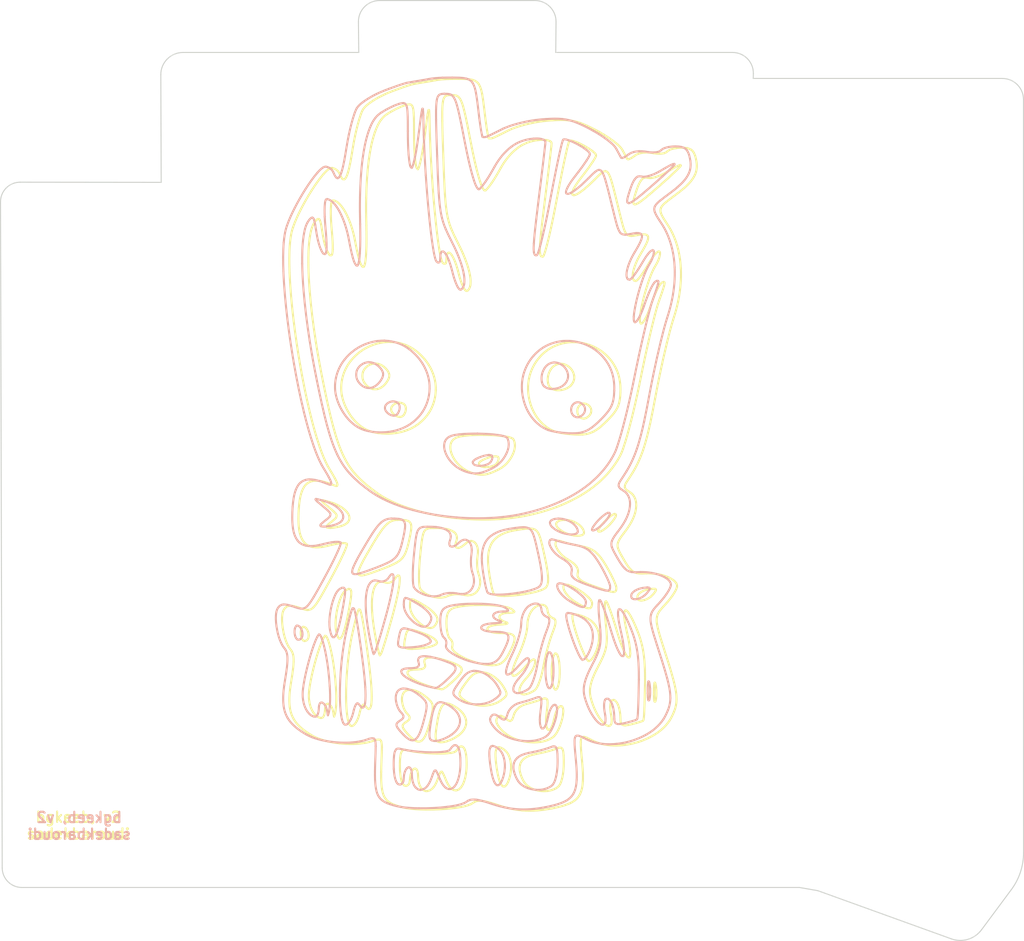
<source format=kicad_pcb>
(kicad_pcb (version 20171130) (host pcbnew "(5.1.10)-1")
  (layers (0 F.Cu signal) (31 B.Cu signal) (34 B.Paste user) (35 F.Paste user) (36 B.SilkS user) (37 F.SilkS user) (38 B.Mask user) (39 F.Mask user) (44 Edge.Cuts user))
  (net 0 "")
  (module MountingHole:MountingHole_2.2mm_M2 (layer F.Cu) (at 72.954593 94.668404)
    (fp_text reference "" (at 0 -4.2) (layer F.SilkS))
    (fp_text value MountingHole_2.2mm_M2)
    (pad 1 np_thru_hole circle (at 0 0) (size 2.2 2.2) (drill 2.2) (layers *.Cu *.Mask))
  )
  (module MountingHole:MountingHole_2.2mm_M2 (layer F.Cu) (at 70.668593 56.822404)
    (fp_text reference "" (at 0 -4.2) (layer F.SilkS))
    (fp_text value MountingHole_2.2mm_M2)
    (pad 1 np_thru_hole circle (at 0 0) (size 2.2 2.2) (drill 2.2) (layers *.Cu *.Mask))
  )
  (module MountingHole:MountingHole_2.2mm_M2 (layer F.Cu) (at 127.564593 55.552404)
    (fp_text reference "" (at 0 -4.2) (layer F.SilkS))
    (fp_text value MountingHole_2.2mm_M2)
    (pad 1 np_thru_hole circle (at 0 0) (size 2.2 2.2) (drill 2.2) (layers *.Cu *.Mask))
  )
  (module MountingHole:MountingHole_2.2mm_M2 (layer F.Cu) (at 138.994593 97.716404)
    (fp_text reference "" (at 0 -4.2) (layer F.SilkS))
    (fp_text value MountingHole_2.2mm_M2)
    (pad 1 np_thru_hole circle (at 0 0) (size 2.2 2.2) (drill 2.2) (layers *.Cu *.Mask))
  )
  (gr_text "bgkeeb, v2\nsadekbaroudi" (at 62.642193 110.468604) (layer B.SilkS) (effects (font (size 1 1) (thickness 0.2)) (justify mirror)))
  (gr_text "bgkeeb, v2\nsadekbaroudi" (at 62.565993 110.443204) (layer F.SilkS) (effects (font (size 1 1) (thickness 0.2))))
  (gr_curve (pts (xy 116.220314 49.390804) (xy 116.126774 49.672784) (xy 116.033854 49.957444) (xy 115.968634 50.248364)) (layer F.SilkS) (width 0.2))
  (gr_curve (pts (xy 120.378854 46.893944) (xy 119.911133 47.076884) (xy 119.493634 47.357985) (xy 119.059894 47.605165)) (layer F.SilkS) (width 0.2))
  (gr_curve (pts (xy 117.354474 48.105784) (xy 117.226134 48.075444) (xy 117.086774 48.058484) (xy 116.960934 48.109344)) (layer F.SilkS) (width 0.2))
  (gr_curve (pts (xy 119.059894 47.605165) (xy 118.720714 47.798804) (xy 118.359474 47.956764) (xy 117.981974 48.058484)) (layer F.SilkS) (width 0.2))
  (gr_curve (pts (xy 116.090093 50.665884) (xy 116.262394 50.642764) (xy 116.406974 50.537564) (xy 116.550514 50.446524)) (layer F.SilkS) (width 0.2))
  (gr_line (start 93.393634 69.740264) (end 93.393634 69.740264) (layer F.SilkS) (width 0.2))
  (gr_curve (pts (xy 91.089474 65.971924) (xy 91.061774 65.971924) (xy 91.033214 65.974644) (xy 91.005714 65.975464)) (layer F.SilkS) (width 0.2))
  (gr_curve (pts (xy 115.965094 50.580264) (xy 115.999054 50.618604) (xy 116.038214 50.658804) (xy 116.090093 50.665884)) (layer F.SilkS) (width 0.2))
  (gr_curve (pts (xy 116.658434 48.394024) (xy 116.448853 48.693844) (xy 116.339894 49.048124) (xy 116.220314 49.390804)) (layer F.SilkS) (width 0.2))
  (gr_curve (pts (xy 120.473434 46.882344) (xy 120.442174 46.876104) (xy 120.410094 46.890384) (xy 120.378854 46.893944)) (layer F.SilkS) (width 0.2))
  (gr_curve (pts (xy 115.968634 50.248364) (xy 115.950933 50.357144) (xy 115.928634 50.473184) (xy 115.965094 50.580264)) (layer F.SilkS) (width 0.2))
  (gr_curve (pts (xy 117.981974 48.058484) (xy 117.777594 48.109344) (xy 117.563434 48.151304) (xy 117.354474 48.105784)) (layer F.SilkS) (width 0.2))
  (gr_curve (pts (xy 117.524054 49.679924) (xy 118.146974 49.154325) (xy 118.759054 48.617124) (xy 119.362394 48.070104)) (layer F.SilkS) (width 0.2))
  (gr_line (start 120.378854 46.893944) (end 120.378854 46.893944) (layer F.SilkS) (width 0.2))
  (gr_curve (pts (xy 120.423434 47.047424) (xy 120.451134 47.009944) (xy 120.494894 46.976064) (xy 120.506354 46.930544)) (layer F.SilkS) (width 0.2))
  (gr_curve (pts (xy 116.550514 50.446524) (xy 116.892394 50.214444) (xy 117.205513 49.943184) (xy 117.524054 49.679924)) (layer F.SilkS) (width 0.2))
  (gr_curve (pts (xy 116.960934 48.109344) (xy 116.827174 48.160224) (xy 116.742394 48.284264) (xy 116.658434 48.394024)) (layer F.SilkS) (width 0.2))
  (gr_line (start 91.005714 65.975464) (end 91.005714 65.975464) (layer F.SilkS) (width 0.2))
  (gr_curve (pts (xy 120.506354 46.930544) (xy 120.511774 46.901104) (xy 120.510934 46.876984) (xy 120.473434 46.882344)) (layer F.SilkS) (width 0.2))
  (gr_curve (pts (xy 119.362394 48.070104) (xy 119.724674 47.738144) (xy 120.086133 47.405284) (xy 120.423434 47.047424)) (layer F.SilkS) (width 0.2))
  (gr_curve (pts (xy 111.854894 70.754024) (xy 111.929894 70.547144) (xy 111.909274 70.296304) (xy 111.762174 70.125884)) (layer F.SilkS) (width 0.2))
  (gr_curve (pts (xy 110.846554 71.166304) (xy 110.989274 71.262764) (xy 111.183014 71.317144) (xy 111.347174 71.243184)) (layer F.SilkS) (width 0.2))
  (gr_curve (pts (xy 112.994474 64.869844) (xy 113.572813 65.322144) (xy 114.047394 65.912964) (xy 114.341974 66.586724)) (layer F.SilkS) (width 0.2))
  (gr_curve (pts (xy 114.425714 70.192764) (xy 114.179474 70.701524) (xy 113.783214 71.114644) (xy 113.388014 71.511724)) (layer F.SilkS) (width 0.2))
  (gr_curve (pts (xy 108.586974 64.205064) (xy 109.112594 64.005064) (xy 109.676554 63.905064) (xy 110.238854 63.916724)) (layer F.SilkS) (width 0.2))
  (gr_curve (pts (xy 94.975734 64.713604) (xy 95.487174 65.092964) (xy 95.926134 65.569424) (xy 96.265314 66.107564)) (layer F.SilkS) (width 0.2))
  (gr_curve (pts (xy 109.665934 66.229844) (xy 109.449053 66.077964) (xy 109.186774 65.987964) (xy 108.920734 65.993384)) (layer F.SilkS) (width 0.2))
  (gr_line (start 102.644674 74.904424) (end 102.644674 74.904424) (layer F.SilkS) (width 0.2))
  (gr_curve (pts (xy 109.926974 68.092144) (xy 110.162394 67.852144) (xy 110.305714 67.507564) (xy 110.254054 67.169424)) (layer F.SilkS) (width 0.2))
  (gr_curve (pts (xy 91.418014 72.669004) (xy 90.925314 72.597764) (xy 90.430934 72.467344) (xy 90.005314 72.200684)) (layer F.SilkS) (width 0.2))
  (gr_line (start 101.552594 72.844004) (end 101.552594 72.844004) (layer F.SilkS) (width 0.2))
  (gr_curve (pts (xy 90.005314 72.200684) (xy 89.428014 71.849844) (xy 88.961134 71.336724) (xy 88.606974 70.765684)) (layer F.SilkS) (width 0.2))
  (gr_curve (pts (xy 96.265314 66.107564) (xy 96.715093 66.829424) (xy 96.971974 67.681724) (xy 96.942594 68.535684)) (layer F.SilkS) (width 0.2))
  (gr_curve (pts (xy 114.341974 66.586724) (xy 114.637393 67.254224) (xy 114.732814 67.994844) (xy 114.703434 68.719424)) (layer F.SilkS) (width 0.2))
  (gr_curve (pts (xy 107.983854 66.569844) (xy 107.743854 66.954424) (xy 107.649274 67.434424) (xy 107.746354 67.878804)) (layer F.SilkS) (width 0.2))
  (gr_curve (pts (xy 106.963854 65.325884) (xy 107.404674 64.829644) (xy 107.963214 64.436104) (xy 108.586974 64.205064)) (layer F.SilkS) (width 0.2))
  (gr_curve (pts (xy 110.238854 63.916724) (xy 111.226774 63.934644) (xy 112.207394 64.271104) (xy 112.994474 64.869844)) (layer F.SilkS) (width 0.2))
  (gr_curve (pts (xy 102.910714 74.950884) (xy 102.828634 74.907964) (xy 102.734894 74.900884) (xy 102.644674 74.904424)) (layer F.SilkS) (width 0.2))
  (gr_curve (pts (xy 91.942594 66.284224) (xy 91.703434 66.089644) (xy 91.400934 65.964644) (xy 91.089474 65.971924)) (layer F.SilkS) (width 0.2))
  (gr_curve (pts (xy 92.438854 66.936504) (xy 92.352174 66.670684) (xy 92.154054 66.459024) (xy 91.942594 66.284224)) (layer F.SilkS) (width 0.2))
  (gr_curve (pts (xy 109.524054 72.738604) (xy 109.127814 72.688804) (xy 108.729894 72.626304) (xy 108.349674 72.497764)) (layer F.SilkS) (width 0.2))
  (gr_curve (pts (xy 92.403014 67.439844) (xy 92.470934 67.282764) (xy 92.502174 67.099844) (xy 92.438854 66.936504)) (layer F.SilkS) (width 0.2))
  (gr_curve (pts (xy 91.633854 68.316104) (xy 91.978214 68.119844) (xy 92.241554 67.798604) (xy 92.403014 67.439844)) (layer F.SilkS) (width 0.2))
  (gr_curve (pts (xy 107.990094 68.312564) (xy 108.230934 68.505264) (xy 108.551354 68.571304) (xy 108.853854 68.541924)) (layer F.SilkS) (width 0.2))
  (gr_curve (pts (xy 110.576974 70.362344) (xy 110.508214 70.651504) (xy 110.601974 70.986924) (xy 110.846554 71.166304)) (layer F.SilkS) (width 0.2))
  (gr_curve (pts (xy 94.053014 70.184644) (xy 94.025314 70.050064) (xy 93.955734 69.914424) (xy 93.829054 69.849224)) (layer F.SilkS) (width 0.2))
  (gr_curve (pts (xy 108.853854 68.541924) (xy 109.245734 68.512344) (xy 109.646354 68.376724) (xy 109.926974 68.092144)) (layer F.SilkS) (width 0.2))
  (gr_curve (pts (xy 110.254054 67.169424) (xy 110.202174 66.791924) (xy 109.982813 66.442144) (xy 109.665934 66.229844)) (layer F.SilkS) (width 0.2))
  (gr_curve (pts (xy 111.762174 70.125884) (xy 111.605094 69.925064) (xy 111.348854 69.784024) (xy 111.089274 69.831304)) (layer F.SilkS) (width 0.2))
  (gr_curve (pts (xy 91.005714 65.975464) (xy 90.525514 66.017344) (xy 90.079274 66.357344) (xy 89.931134 66.818804)) (layer F.SilkS) (width 0.2))
  (gr_curve (pts (xy 113.388014 71.511724) (xy 113.014894 71.881104) (xy 112.626774 72.247964) (xy 112.161974 72.500464)) (layer F.SilkS) (width 0.2))
  (gr_curve (pts (xy 90.858434 68.424004) (xy 91.118014 68.484844) (xy 91.402814 68.453604) (xy 91.633854 68.316104)) (layer F.SilkS) (width 0.2))
  (gr_curve (pts (xy 107.070094 71.627764) (xy 106.576554 71.113604) (xy 106.226774 70.470264) (xy 106.028634 69.787564)) (layer F.SilkS) (width 0.2))
  (gr_curve (pts (xy 90.054474 67.794004) (xy 90.236354 68.088604) (xy 90.515714 68.341104) (xy 90.858434 68.424004)) (layer F.SilkS) (width 0.2))
  (gr_curve (pts (xy 89.931134 66.818804) (xy 89.841974 67.142564) (xy 89.871354 67.507564) (xy 90.054474 67.794004)) (layer F.SilkS) (width 0.2))
  (gr_line (start 92.597594 63.897144) (end 92.597594 63.897144) (layer F.SilkS) (width 0.2))
  (gr_curve (pts (xy 93.829054 69.849224) (xy 93.698854 69.771504) (xy 93.545314 69.735064) (xy 93.393634 69.740264)) (layer F.SilkS) (width 0.2))
  (gr_curve (pts (xy 96.248214 70.765684) (xy 95.737813 71.531304) (xy 94.967813 72.114844) (xy 94.101354 72.418384)) (layer F.SilkS) (width 0.2))
  (gr_line (start 110.238854 63.916724) (end 110.238854 63.916724) (layer F.SilkS) (width 0.2))
  (gr_curve (pts (xy 114.703434 68.719424) (xy 114.687174 69.219224) (xy 114.642594 69.734004) (xy 114.425714 70.192764)) (layer F.SilkS) (width 0.2))
  (gr_curve (pts (xy 96.942594 68.535684) (xy 96.921134 69.323604) (xy 96.690094 70.109844) (xy 96.248214 70.765684)) (layer F.SilkS) (width 0.2))
  (gr_line (start 111.089274 69.831304) (end 111.089274 69.831304) (layer F.SilkS) (width 0.2))
  (gr_curve (pts (xy 93.393634 69.740264) (xy 93.114274 69.760884) (xy 92.832394 69.907144) (xy 92.694054 70.157964)) (layer F.SilkS) (width 0.2))
  (gr_curve (pts (xy 93.869274 70.917344) (xy 94.014674 70.706724) (xy 94.100314 70.440884) (xy 94.053014 70.184644)) (layer F.SilkS) (width 0.2))
  (gr_curve (pts (xy 93.506134 71.113604) (xy 93.648854 71.109224) (xy 93.794274 71.043184) (xy 93.869274 70.917344)) (layer F.SilkS) (width 0.2))
  (gr_curve (pts (xy 92.776134 70.718384) (xy 92.948214 70.944224) (xy 93.215094 71.115464) (xy 93.506134 71.113604)) (layer F.SilkS) (width 0.2))
  (gr_curve (pts (xy 107.746354 67.878804) (xy 107.787594 68.040464) (xy 107.848214 68.212564) (xy 107.990094 68.312564)) (layer F.SilkS) (width 0.2))
  (gr_curve (pts (xy 106.028634 69.787564) (xy 105.778854 68.948804) (xy 105.740314 68.040464) (xy 105.959894 67.190064)) (layer F.SilkS) (width 0.2))
  (gr_curve (pts (xy 92.694054 70.157964) (xy 92.606554 70.339004) (xy 92.644894 70.567564) (xy 92.776134 70.718384)) (layer F.SilkS) (width 0.2))
  (gr_curve (pts (xy 108.920714 65.993384) (xy 108.536134 66.005684) (xy 108.174674 66.238604) (xy 107.983854 66.569844)) (layer F.SilkS) (width 0.2))
  (gr_line (start 108.920734 65.993384) (end 108.920734 65.993384) (layer F.SilkS) (width 0.2))
  (gr_curve (pts (xy 90.713014 64.253184) (xy 91.309054 64.010464) (xy 91.952394 63.881924) (xy 92.597594 63.897144)) (layer F.SilkS) (width 0.2))
  (gr_curve (pts (xy 88.771974 65.706924) (xy 89.280714 65.066924) (xy 89.954474 64.559224) (xy 90.713014 64.253184)) (layer F.SilkS) (width 0.2))
  (gr_curve (pts (xy 87.929674 67.500464) (xy 88.063434 66.847344) (xy 88.353434 66.226104) (xy 88.771974 65.706924)) (layer F.SilkS) (width 0.2))
  (gr_curve (pts (xy 111.062393 72.804644) (xy 110.549474 72.839424) (xy 110.034474 72.798384) (xy 109.524054 72.738604)) (layer F.SilkS) (width 0.2))
  (gr_curve (pts (xy 87.903854 69.007764) (xy 87.810934 68.510684) (xy 87.828854 67.995684) (xy 87.929674 67.500464)) (layer F.SilkS) (width 0.2))
  (gr_curve (pts (xy 88.606974 70.765684) (xy 88.269674 70.228384) (xy 88.019674 69.632344) (xy 87.903854 69.007764)) (layer F.SilkS) (width 0.2))
  (gr_curve (pts (xy 92.597594 63.897144) (xy 93.448854 63.917564) (xy 94.296774 64.196924) (xy 94.975734 64.713604)) (layer F.SilkS) (width 0.2))
  (gr_curve (pts (xy 111.089274 69.831304) (xy 110.834054 69.887564) (xy 110.626974 70.107144) (xy 110.576974 70.362344)) (layer F.SilkS) (width 0.2))
  (gr_curve (pts (xy 105.959894 67.190064) (xy 106.142814 66.501924) (xy 106.485514 65.855064) (xy 106.963854 65.325884)) (layer F.SilkS) (width 0.2))
  (gr_curve (pts (xy 111.347174 71.243184) (xy 111.565714 71.147564) (xy 111.767394 70.981724) (xy 111.854894 70.754024)) (layer F.SilkS) (width 0.2))
  (gr_curve (pts (xy 108.349674 72.497764) (xy 107.860714 72.317564) (xy 107.430514 72.000684) (xy 107.070094 71.627764)) (layer F.SilkS) (width 0.2))
  (gr_curve (pts (xy 112.161974 72.500464) (xy 111.823634 72.681504) (xy 111.445314 72.784224) (xy 111.062393 72.804644)) (layer F.SilkS) (width 0.2))
  (gr_curve (pts (xy 94.101354 72.418384) (xy 93.245514 72.721724) (xy 92.315714 72.791304) (xy 91.418014 72.669004)) (layer F.SilkS) (width 0.2))
  (gr_curve (pts (xy 109.811354 44.543445) (xy 109.774894 44.580924) (xy 109.751554 44.625564) (xy 109.739054 44.676404)) (layer F.SilkS) (width 0.2))
  (gr_curve (pts (xy 100.792174 76.610684) (xy 100.298854 76.493804) (xy 99.824894 76.279644) (xy 99.426974 75.961924)) (layer F.SilkS) (width 0.2))
  (gr_curve (pts (xy 102.942814 76.192964) (xy 102.565314 76.381304) (xy 102.175314 76.557964) (xy 101.759474 76.640064)) (layer F.SilkS) (width 0.2))
  (gr_curve (pts (xy 101.759474 76.640064) (xy 101.440094 76.703384) (xy 101.108214 76.685684) (xy 100.792174 76.610684)) (layer F.SilkS) (width 0.2))
  (gr_curve (pts (xy 107.668854 48.381544) (xy 107.804474 47.272324) (xy 107.938234 46.162204) (xy 108.059674 45.051224)) (layer F.SilkS) (width 0.2))
  (gr_curve (pts (xy 107.094054 55.656104) (xy 107.019274 55.596304) (xy 106.999474 55.494644) (xy 106.979053 55.405264)) (layer F.SilkS) (width 0.2))
  (gr_curve (pts (xy 112.341354 46.029244) (xy 112.370734 45.962324) (xy 112.354674 45.888264) (xy 112.320734 45.825784)) (layer F.SilkS) (width 0.2))
  (gr_curve (pts (xy 99.318014 40.575104) (xy 99.226974 40.412684) (xy 99.103014 40.248484) (xy 98.917394 40.190484)) (layer F.SilkS) (width 0.2))
  (gr_curve (pts (xy 101.552594 72.844004) (xy 102.313634 72.858184) (xy 103.077594 72.889424) (xy 103.828014 73.029644)) (layer F.SilkS) (width 0.2))
  (gr_curve (pts (xy 100.004274 43.125484) (xy 99.876774 42.493684) (xy 99.745514 41.861884) (xy 99.573234 41.239905)) (layer F.SilkS) (width 0.2))
  (gr_curve (pts (xy 101.215314 48.495744) (xy 100.992174 47.813104) (xy 100.825314 47.113465) (xy 100.665514 46.413864)) (layer F.SilkS) (width 0.2))
  (gr_curve (pts (xy 103.193634 47.150944) (xy 102.920514 47.642644) (xy 102.641134 48.131665) (xy 102.319893 48.593904)) (layer F.SilkS) (width 0.2))
  (gr_curve (pts (xy 106.944274 44.453324) (xy 106.184894 44.510424) (xy 105.430734 44.760304) (xy 104.821354 45.223444)) (layer F.SilkS) (width 0.2))
  (gr_curve (pts (xy 106.979053 55.405264) (xy 106.932594 55.120684) (xy 106.954894 54.831504) (xy 106.969274 54.545064)) (layer F.SilkS) (width 0.2))
  (gr_curve (pts (xy 107.318014 55.585684) (xy 107.296774 55.627564) (xy 107.269053 55.677564) (xy 107.219894 55.688184)) (layer F.SilkS) (width 0.2))
  (gr_curve (pts (xy 110.051354 44.531844) (xy 109.972814 44.517584) (xy 109.882814 44.501524) (xy 109.811354 44.543445)) (layer F.SilkS) (width 0.2))
  (gr_curve (pts (xy 112.320734 45.825784) (xy 112.245734 45.702644) (xy 112.121774 45.620544) (xy 112.012814 45.529505)) (layer F.SilkS) (width 0.2))
  (gr_curve (pts (xy 101.664893 49.322964) (xy 101.631974 49.325664) (xy 101.607814 49.312264) (xy 101.591774 49.283704)) (layer F.SilkS) (width 0.2))
  (gr_curve (pts (xy 106.969274 54.545064) (xy 107.018234 53.766924) (xy 107.111974 52.991504) (xy 107.199474 52.216924)) (layer F.SilkS) (width 0.2))
  (gr_curve (pts (xy 109.440094 45.880224) (xy 109.213434 46.901984) (xy 109.010934 47.927304) (xy 108.811134 48.954424)) (layer F.SilkS) (width 0.2))
  (gr_curve (pts (xy 112.044894 46.553944) (xy 112.151134 46.383505) (xy 112.263634 46.214864) (xy 112.341354 46.029244)) (layer F.SilkS) (width 0.2))
  (gr_curve (pts (xy 112.012814 45.529505) (xy 111.651354 45.248424) (xy 111.248014 45.027125) (xy 110.838434 44.826344)) (layer F.SilkS) (width 0.2))
  (gr_curve (pts (xy 104.529474 73.611504) (xy 104.604474 74.002344) (xy 104.500094 74.404644) (xy 104.330514 74.757144)) (layer F.SilkS) (width 0.2))
  (gr_curve (pts (xy 104.343014 73.200884) (xy 104.463434 73.301724) (xy 104.496354 73.465064) (xy 104.529474 73.611504)) (layer F.SilkS) (width 0.2))
  (gr_curve (pts (xy 103.828014 73.029644) (xy 104.004674 73.067144) (xy 104.188634 73.102764) (xy 104.343014 73.200884)) (layer F.SilkS) (width 0.2))
  (gr_curve (pts (xy 108.811134 48.954424) (xy 108.673634 49.669224) (xy 108.540734 50.385884) (xy 108.401354 51.100464)) (layer F.SilkS) (width 0.2))
  (gr_line (start 85.999474 79.142344) (end 85.999474 79.142344) (layer F.SilkS) (width 0.2))
  (gr_curve (pts (xy 98.917394 40.190484) (xy 98.736134 40.130705) (xy 98.542594 40.136944) (xy 98.354274 40.136944)) (layer F.SilkS) (width 0.2))
  (gr_curve (pts (xy 107.624274 54.612964) (xy 107.534054 54.940464) (xy 107.454674 55.273184) (xy 107.318014 55.585684)) (layer F.SilkS) (width 0.2))
  (gr_curve (pts (xy 110.206774 49.164144) (xy 110.489674 48.609964) (xy 110.895514 48.132565) (xy 111.270314 47.639084)) (layer F.SilkS) (width 0.2))
  (gr_curve (pts (xy 107.931134 44.574684) (xy 107.626974 44.419405) (xy 107.275314 44.430124) (xy 106.944274 44.453324)) (layer F.SilkS) (width 0.2))
  (gr_curve (pts (xy 99.573234 41.239905) (xy 99.507174 41.012364) (xy 99.434054 40.783904) (xy 99.318014 40.575104)) (layer F.SilkS) (width 0.2))
  (gr_curve (pts (xy 100.665514 46.413864) (xy 100.420934 45.322485) (xy 100.223854 44.221304) (xy 100.004274 43.125484)) (layer F.SilkS) (width 0.2))
  (gr_curve (pts (xy 108.401354 51.100464) (xy 108.170314 52.276724) (xy 107.924054 53.451924) (xy 107.624274 54.612964)) (layer F.SilkS) (width 0.2))
  (gr_curve (pts (xy 109.739054 44.676404) (xy 109.610514 45.069944) (xy 109.534674 45.477765) (xy 109.440094 45.880224)) (layer F.SilkS) (width 0.2))
  (gr_curve (pts (xy 111.270314 47.639084) (xy 111.541774 47.286604) (xy 111.801354 46.925184) (xy 112.044894 46.553944)) (layer F.SilkS) (width 0.2))
  (gr_curve (pts (xy 110.062174 49.642444) (xy 110.050514 49.471984) (xy 110.137174 49.314944) (xy 110.206774 49.164144)) (layer F.SilkS) (width 0.2))
  (gr_line (start 98.354274 40.136944) (end 98.354274 40.136944) (layer F.SilkS) (width 0.2))
  (gr_curve (pts (xy 102.644674 74.904424) (xy 102.235094 74.930264) (xy 101.839054 75.065064) (xy 101.474054 75.247144)) (layer F.SilkS) (width 0.2))
  (gr_curve (pts (xy 110.838434 44.826344) (xy 110.585094 44.706764) (xy 110.325314 44.594324) (xy 110.051354 44.531844)) (layer F.SilkS) (width 0.2))
  (gr_curve (pts (xy 104.821354 45.223444) (xy 104.140314 45.732104) (xy 103.608634 46.413864) (xy 103.193634 47.150944)) (layer F.SilkS) (width 0.2))
  (gr_curve (pts (xy 104.330514 74.757144) (xy 104.044894 75.372144) (xy 103.556774 75.899424) (xy 102.942814 76.192964)) (layer F.SilkS) (width 0.2))
  (gr_curve (pts (xy 110.829474 49.485384) (xy 110.646554 49.607644) (xy 110.458434 49.741484) (xy 110.236134 49.774504)) (layer F.SilkS) (width 0.2))
  (gr_curve (pts (xy 107.219894 55.688184) (xy 107.177173 55.699004) (xy 107.128014 55.682964) (xy 107.094054 55.656104)) (layer F.SilkS) (width 0.2))
  (gr_curve (pts (xy 101.758634 49.286384) (xy 101.729274 49.306004) (xy 101.704274 49.339044) (xy 101.664893 49.322964)) (layer F.SilkS) (width 0.2))
  (gr_curve (pts (xy 102.319893 48.593904) (xy 102.149473 48.837544) (xy 101.976354 49.082044) (xy 101.758634 49.286384)) (layer F.SilkS) (width 0.2))
  (gr_curve (pts (xy 107.199474 52.216924) (xy 107.348434 50.937344) (xy 107.513634 49.660284) (xy 107.668854 48.381544)) (layer F.SilkS) (width 0.2))
  (gr_curve (pts (xy 108.059674 45.051224) (xy 108.065094 44.952164) (xy 108.090934 44.851324) (xy 108.075734 44.753164)) (layer F.SilkS) (width 0.2))
  (gr_curve (pts (xy 110.106774 49.730784) (xy 110.079894 49.706704) (xy 110.057594 49.680804) (xy 110.062174 49.642444)) (layer F.SilkS) (width 0.2))
  (gr_curve (pts (xy 110.236134 49.774504) (xy 110.189674 49.777184) (xy 110.142394 49.757564) (xy 110.106774 49.730784)) (layer F.SilkS) (width 0.2))
  (gr_curve (pts (xy 98.856774 73.135884) (xy 99.141354 72.991304) (xy 99.463434 72.957344) (xy 99.774054 72.917964)) (layer F.SilkS) (width 0.2))
  (gr_curve (pts (xy 102.984674 75.102564) (xy 102.975934 75.047344) (xy 102.961554 74.980264) (xy 102.910714 74.950884)) (layer F.SilkS) (width 0.2))
  (gr_curve (pts (xy 102.833014 75.544224) (xy 102.921354 75.414844) (xy 102.990934 75.262344) (xy 102.984674 75.102564)) (layer F.SilkS) (width 0.2))
  (gr_curve (pts (xy 102.515314 75.798605) (xy 102.642173 75.745884) (xy 102.760714 75.663804) (xy 102.833014 75.544224)) (layer F.SilkS) (width 0.2))
  (gr_curve (pts (xy 101.353434 75.887764) (xy 101.735514 75.998604) (xy 102.151354 75.947564) (xy 102.515314 75.798605)) (layer F.SilkS) (width 0.2))
  (gr_curve (pts (xy 101.591774 49.283704) (xy 101.399054 49.058824) (xy 101.308854 48.771484) (xy 101.215314 48.495744)) (layer F.SilkS) (width 0.2))
  (gr_curve (pts (xy 108.075734 44.753164) (xy 108.056973 44.675544) (xy 108.006974 44.604144) (xy 107.931134 44.574684)) (layer F.SilkS) (width 0.2))
  (gr_curve (pts (xy 101.113434 75.678184) (xy 101.153633 75.781724) (xy 101.244674 75.861924) (xy 101.353434 75.887764)) (layer F.SilkS) (width 0.2))
  (gr_curve (pts (xy 101.104474 75.555884) (xy 101.075094 75.594224) (xy 101.102814 75.637965) (xy 101.113434 75.678184)) (layer F.SilkS) (width 0.2))
  (gr_curve (pts (xy 98.425714 74.555464) (xy 98.331134 74.256504) (xy 98.301554 73.923804) (xy 98.408634 73.624844)) (layer F.SilkS) (width 0.2))
  (gr_curve (pts (xy 101.474054 75.247144) (xy 101.333014 75.322964) (xy 101.177814 75.405064) (xy 101.104474 75.555884)) (layer F.SilkS) (width 0.2))
  (gr_curve (pts (xy 99.774054 72.917964) (xy 100.364894 72.851924) (xy 100.959054 72.839424) (xy 101.552594 72.844004)) (layer F.SilkS) (width 0.2))
  (gr_curve (pts (xy 98.408634 73.624844) (xy 98.487174 73.410684) (xy 98.655934 73.238384) (xy 98.856774 73.135884)) (layer F.SilkS) (width 0.2))
  (gr_curve (pts (xy 99.426974 75.961924) (xy 98.970934 75.599644) (xy 98.605093 75.112344) (xy 98.425714 74.555464)) (layer F.SilkS) (width 0.2))
  (gr_curve (pts (xy 86.203854 54.245264) (xy 86.085934 53.759844) (xy 86.027174 53.263604) (xy 85.942394 52.771104)) (layer F.SilkS) (width 0.2))
  (gr_curve (pts (xy 86.540314 55.235884) (xy 86.382174 54.923384) (xy 86.291354 54.582564) (xy 86.203854 54.245264)) (layer F.SilkS) (width 0.2))
  (gr_curve (pts (xy 94.006774 41.106944) (xy 93.412394 41.298804) (xy 92.854674 41.591524) (xy 92.326354 41.923464)) (layer F.SilkS) (width 0.2))
  (gr_curve (pts (xy 97.946554 56.204024) (xy 97.933014 56.253184) (xy 97.925094 56.313804) (xy 97.884894 56.346724)) (layer F.SilkS) (width 0.2))
  (gr_curve (pts (xy 89.542174 55.854224) (xy 89.369054 55.224224) (xy 89.257394 54.579844) (xy 89.132594 53.938384)) (layer F.SilkS) (width 0.2))
  (gr_curve (pts (xy 86.881974 55.557964) (xy 86.833854 55.574024) (xy 86.779474 55.557144) (xy 86.739274 55.528604)) (layer F.SilkS) (width 0.2))
  (gr_curve (pts (xy 86.957814 55.482964) (xy 86.939054 55.515064) (xy 86.923854 55.553384) (xy 86.881974 55.557964)) (layer F.SilkS) (width 0.2))
  (gr_curve (pts (xy 87.032814 54.987764) (xy 87.023854 55.154644) (xy 87.021134 55.326724) (xy 86.957814 55.482964)) (layer F.SilkS) (width 0.2))
  (gr_curve (pts (xy 86.854274 51.959844) (xy 86.890934 52.970064) (xy 87.051554 53.974844) (xy 87.032814 54.987764)) (layer F.SilkS) (width 0.2))
  (gr_curve (pts (xy 86.881974 50.612344) (xy 86.827594 51.059424) (xy 86.838234 51.511104) (xy 86.854274 51.959844)) (layer F.SilkS) (width 0.2))
  (gr_curve (pts (xy 90.099894 56.479844) (xy 90.077594 56.548384) (xy 90.052594 56.626924) (xy 89.997174 56.673384)) (layer F.SilkS) (width 0.2))
  (gr_curve (pts (xy 86.969474 50.327764) (xy 86.909674 50.410684) (xy 86.900734 50.515264) (xy 86.881974 50.612344)) (layer F.SilkS) (width 0.2))
  (gr_curve (pts (xy 88.250934 51.419224) (xy 88.062594 51.081924) (xy 87.843014 50.755264) (xy 87.549474 50.501724)) (layer F.SilkS) (width 0.2))
  (gr_curve (pts (xy 90.233634 55.505264) (xy 90.209674 55.831924) (xy 90.187394 56.162144) (xy 90.099894 56.479844)) (layer F.SilkS) (width 0.2))
  (gr_curve (pts (xy 94.921354 45.977484) (xy 94.863434 45.232364) (xy 94.849894 44.483664) (xy 94.849054 43.735864)) (layer F.SilkS) (width 0.2))
  (gr_curve (pts (xy 95.288014 47.155404) (xy 95.268434 47.195584) (xy 95.246974 47.244664) (xy 95.220314 47.274105)) (layer F.SilkS) (width 0.2))
  (gr_curve (pts (xy 91.699894 42.490124) (xy 91.405514 42.877404) (xy 91.217174 43.332504) (xy 91.060094 43.789404)) (layer F.SilkS) (width 0.2))
  (gr_curve (pts (xy 95.220314 47.274105) (xy 95.132814 47.218764) (xy 95.081134 47.123284) (xy 95.062394 47.024244)) (layer F.SilkS) (width 0.2))
  (gr_curve (pts (xy 96.335714 42.225964) (xy 96.326774 42.023404) (xy 96.322394 41.819944) (xy 96.300094 41.619164)) (layer F.SilkS) (width 0.2))
  (gr_curve (pts (xy 97.460934 55.913184) (xy 97.378014 55.603384) (xy 97.328014 55.285684) (xy 97.273633 54.969844)) (layer F.SilkS) (width 0.2))
  (gr_curve (pts (xy 96.382174 44.091044) (xy 96.360734 43.469924) (xy 96.354474 42.847944) (xy 96.335714 42.225964)) (layer F.SilkS) (width 0.2))
  (gr_curve (pts (xy 96.575734 47.982644) (xy 96.490934 46.686924) (xy 96.422394 45.389424) (xy 96.382174 44.091044)) (layer F.SilkS) (width 0.2))
  (gr_curve (pts (xy 94.470734 41.034664) (xy 94.312814 41.015924) (xy 94.156554 41.065025) (xy 94.006774 41.106944)) (layer F.SilkS) (width 0.2))
  (gr_curve (pts (xy 97.273633 54.969844) (xy 97.123634 54.036504) (xy 97.020093 53.095884) (xy 96.923014 52.156304)) (layer F.SilkS) (width 0.2))
  (gr_curve (pts (xy 87.089894 50.271564) (xy 87.043434 50.273344) (xy 86.994474 50.286724) (xy 86.969474 50.327764)) (layer F.SilkS) (width 0.2))
  (gr_curve (pts (xy 91.060094 43.789404) (xy 90.779894 44.627344) (xy 90.619274 45.500084) (xy 90.500514 46.374604)) (layer F.SilkS) (width 0.2))
  (gr_curve (pts (xy 97.762594 56.379844) (xy 97.703854 56.367344) (xy 97.651134 56.325464) (xy 97.611774 56.280684)) (layer F.SilkS) (width 0.2))
  (gr_curve (pts (xy 87.549474 50.501724) (xy 87.417394 50.391104) (xy 87.262174 50.296524) (xy 87.089894 50.271564)) (layer F.SilkS) (width 0.2))
  (gr_curve (pts (xy 89.892814 56.652964) (xy 89.693854 56.430684) (xy 89.622394 56.133604) (xy 89.542174 55.854224)) (layer F.SilkS) (width 0.2))
  (gr_curve (pts (xy 90.262394 52.680884) (xy 90.281134 53.622344) (xy 90.295314 54.564644) (xy 90.233634 55.505264)) (layer F.SilkS) (width 0.2))
  (gr_curve (pts (xy 96.014474 43.032684) (xy 95.870734 44.136544) (xy 95.748634 45.244864) (xy 95.515734 46.334424)) (layer F.SilkS) (width 0.2))
  (gr_curve (pts (xy 90.248014 50.032404) (xy 90.229274 50.915064) (xy 90.239894 51.798384) (xy 90.262394 52.680884)) (layer F.SilkS) (width 0.2))
  (gr_curve (pts (xy 89.997174 56.673384) (xy 89.960734 56.671724) (xy 89.913434 56.694844) (xy 89.892814 56.652964)) (layer F.SilkS) (width 0.2))
  (gr_curve (pts (xy 94.815094 41.865464) (xy 94.798234 41.654864) (xy 94.786554 41.438004) (xy 94.702814 41.241704)) (layer F.SilkS) (width 0.2))
  (gr_curve (pts (xy 95.515734 46.334424) (xy 95.451354 46.611084) (xy 95.391554 46.890384) (xy 95.288014 47.155404)) (layer F.SilkS) (width 0.2))
  (gr_curve (pts (xy 96.300094 41.619164) (xy 96.294674 41.594184) (xy 96.293014 41.563844) (xy 96.259054 41.568304)) (layer F.SilkS) (width 0.2))
  (gr_curve (pts (xy 92.326354 41.923464) (xy 92.086354 42.073384) (xy 91.867594 42.259884) (xy 91.699894 42.490124)) (layer F.SilkS) (width 0.2))
  (gr_curve (pts (xy 95.062394 47.024244) (xy 94.981974 46.680684) (xy 94.951774 46.328204) (xy 94.921354 45.977484)) (layer F.SilkS) (width 0.2))
  (gr_curve (pts (xy 94.849054 43.735864) (xy 94.847174 43.112105) (xy 94.856134 42.488324) (xy 94.815094 41.865464)) (layer F.SilkS) (width 0.2))
  (gr_curve (pts (xy 86.739274 55.528604) (xy 86.646354 55.452564) (xy 86.597394 55.338384) (xy 86.540314 55.235884)) (layer F.SilkS) (width 0.2))
  (gr_curve (pts (xy 90.500514 46.374604) (xy 90.340734 47.587324) (xy 90.274894 48.809864) (xy 90.248014 50.032404)) (layer F.SilkS) (width 0.2))
  (gr_curve (pts (xy 96.259054 41.568304) (xy 96.227814 41.556704) (xy 96.238434 41.608444) (xy 96.226974 41.628104)) (layer F.SilkS) (width 0.2))
  (gr_curve (pts (xy 96.226974 41.628104) (xy 96.122394 42.090345) (xy 96.080514 42.563284) (xy 96.014474 43.032684)) (layer F.SilkS) (width 0.2))
  (gr_curve (pts (xy 97.884894 56.346724) (xy 97.846554 56.367344) (xy 97.808214 56.388804) (xy 97.762594 56.379844)) (layer F.SilkS) (width 0.2))
  (gr_curve (pts (xy 85.663014 52.053604) (xy 85.621134 52.038384) (xy 85.584474 52.076724) (xy 85.548014 52.092964)) (layer F.SilkS) (width 0.2))
  (gr_curve (pts (xy 85.788014 52.170464) (xy 85.762174 52.118804) (xy 85.727394 52.057144) (xy 85.663014 52.053604)) (layer F.SilkS) (width 0.2))
  (gr_curve (pts (xy 89.132594 53.938384) (xy 88.946974 53.066504) (xy 88.678434 52.204424) (xy 88.250934 51.419224)) (layer F.SilkS) (width 0.2))
  (gr_curve (pts (xy 96.923014 52.156304) (xy 96.780094 50.766724) (xy 96.669473 49.375624) (xy 96.575734 47.982644)) (layer F.SilkS) (width 0.2))
  (gr_curve (pts (xy 94.702814 41.241704) (xy 94.659054 41.144424) (xy 94.580514 41.052524) (xy 94.470734 41.034664)) (layer F.SilkS) (width 0.2))
  (gr_curve (pts (xy 97.611774 56.280684) (xy 97.523434 56.178184) (xy 97.501134 56.039004) (xy 97.460934 55.913184)) (layer F.SilkS) (width 0.2))
  (gr_curve (pts (xy 85.942394 52.771104) (xy 85.904054 52.568604) (xy 85.867394 52.362344) (xy 85.788014 52.170464)) (layer F.SilkS) (width 0.2))
  (gr_curve (pts (xy 98.492594 53.158384) (xy 98.819274 53.925884) (xy 99.240314 54.648604) (xy 99.566134 55.416104)) (layer F.SilkS) (width 0.2))
  (gr_curve (pts (xy 97.849274 40.258305) (xy 97.692174 40.410904) (xy 97.646554 40.635784) (xy 97.621554 40.845484)) (layer F.SilkS) (width 0.2))
  (gr_curve (pts (xy 113.709274 81.431304) (xy 113.910093 81.216104) (xy 114.099274 80.985064) (xy 114.235734 80.723604)) (layer F.SilkS) (width 0.2))
  (gr_curve (pts (xy 97.668014 46.116704) (xy 97.709054 47.307124) (xy 97.748434 48.498424) (xy 97.821554 49.687944)) (layer F.SilkS) (width 0.2))
  (gr_curve (pts (xy 114.086774 80.469224) (xy 113.811774 80.579844) (xy 113.593214 80.787764) (xy 113.378214 80.984224)) (layer F.SilkS) (width 0.2))
  (gr_curve (pts (xy 98.249893 55.312564) (xy 98.215094 55.300884) (xy 98.181133 55.291924) (xy 98.149054 55.313384)) (layer F.SilkS) (width 0.2))
  (gr_curve (pts (xy 87.324674 80.841305) (xy 87.227394 80.960064) (xy 87.101554 81.051104) (xy 86.982814 81.147564)) (layer F.SilkS) (width 0.2))
  (gr_curve (pts (xy 86.148434 79.154844) (xy 86.098434 79.144004) (xy 86.050314 79.134224) (xy 85.999474 79.142344)) (layer F.SilkS) (width 0.2))
  (gr_curve (pts (xy 86.435734 81.674845) (xy 86.432174 81.707964) (xy 86.465314 81.735465) (xy 86.484894 81.757764)) (layer F.SilkS) (width 0.2))
  (gr_curve (pts (xy 88.389274 80.263184) (xy 88.063434 79.873184) (xy 87.604894 79.622344) (xy 87.136354 79.441304)) (layer F.SilkS) (width 0.2))
  (gr_curve (pts (xy 112.562594 82.101304) (xy 112.560734 82.147764) (xy 112.614274 82.145064) (xy 112.645514 82.162964)) (layer F.SilkS) (width 0.2))
  (gr_curve (pts (xy 108.725313 81.832764) (xy 109.133214 82.213804) (xy 109.671354 82.433384) (xy 110.217394 82.521724)) (layer F.SilkS) (width 0.2))
  (gr_curve (pts (xy 98.491774 55.556104) (xy 98.428434 55.461524) (xy 98.354274 55.362564) (xy 98.249893 55.312564)) (layer F.SilkS) (width 0.2))
  (gr_curve (pts (xy 99.667814 58.768604) (xy 99.560714 58.589224) (xy 99.486774 58.392144) (xy 99.410933 58.198384)) (layer F.SilkS) (width 0.2))
  (gr_curve (pts (xy 99.828434 58.964004) (xy 99.761553 58.912344) (xy 99.714274 58.838384) (xy 99.667814 58.768604)) (layer F.SilkS) (width 0.2))
  (gr_curve (pts (xy 100.267594 58.444844) (xy 100.228234 58.646504) (xy 100.148854 58.859644) (xy 99.970314 58.977564)) (layer F.SilkS) (width 0.2))
  (gr_curve (pts (xy 99.566134 55.416104) (xy 99.851774 56.076504) (xy 100.098014 56.758184) (xy 100.230934 57.466724)) (layer F.SilkS) (width 0.2))
  (gr_curve (pts (xy 87.143434 80.235464) (xy 87.243434 80.337144) (xy 87.364674 80.435265) (xy 87.402174 80.579024)) (layer F.SilkS) (width 0.2))
  (gr_curve (pts (xy 86.484894 81.757764) (xy 86.585734 81.796304) (xy 86.697394 81.791724) (xy 86.804474 81.794424)) (layer F.SilkS) (width 0.2))
  (gr_curve (pts (xy 110.217394 82.521724) (xy 110.464674 82.558384) (xy 110.724274 82.576104) (xy 110.966974 82.503804)) (layer F.SilkS) (width 0.2))
  (gr_curve (pts (xy 85.999474 79.142344) (xy 85.975314 79.151304) (xy 85.954894 79.161104) (xy 85.976354 79.186104)) (layer F.SilkS) (width 0.2))
  (gr_curve (pts (xy 111.073214 81.873804) (xy 110.875934 81.554424) (xy 110.549474 81.341104) (xy 110.211134 81.195684)) (layer F.SilkS) (width 0.2))
  (gr_line (start 109.318854 81.020684) (end 109.318854 81.020684) (layer F.SilkS) (width 0.2))
  (gr_curve (pts (xy 85.976354 79.186104) (xy 86.011134 79.277964) (xy 86.097594 79.335064) (xy 86.165514 79.401924)) (layer F.SilkS) (width 0.2))
  (gr_line (start 93.255314 81.019004) (end 93.255314 81.019004) (layer F.SilkS) (width 0.2))
  (gr_curve (pts (xy 97.621554 40.845484) (xy 97.542174 41.437124) (xy 97.561774 42.036804) (xy 97.566354 42.632884)) (layer F.SilkS) (width 0.2))
  (gr_curve (pts (xy 86.982814 81.147564) (xy 86.808854 81.284844) (xy 86.623234 81.412564) (xy 86.476974 81.581104)) (layer F.SilkS) (width 0.2))
  (gr_curve (pts (xy 114.265094 80.513805) (xy 114.241134 80.485264) (xy 114.216974 80.456724) (xy 114.176774 80.458604)) (layer F.SilkS) (width 0.2))
  (gr_curve (pts (xy 109.318854 81.020684) (xy 109.091354 81.031504) (xy 108.848434 81.053804) (xy 108.657594 81.189424)) (layer F.SilkS) (width 0.2))
  (gr_curve (pts (xy 98.354274 40.136944) (xy 98.181133 40.139624) (xy 97.989274 40.143204) (xy 97.849274 40.258305)) (layer F.SilkS) (width 0.2))
  (gr_curve (pts (xy 100.230934 57.466724) (xy 100.288854 57.787964) (xy 100.321134 58.120884) (xy 100.267594 58.444844)) (layer F.SilkS) (width 0.2))
  (gr_curve (pts (xy 88.632814 80.849424) (xy 88.637394 80.629844) (xy 88.531974 80.423804) (xy 88.389274 80.263184)) (layer F.SilkS) (width 0.2))
  (gr_curve (pts (xy 87.136354 79.441304) (xy 86.815094 79.320884) (xy 86.483214 79.230684) (xy 86.148434 79.154844)) (layer F.SilkS) (width 0.2))
  (gr_curve (pts (xy 86.476974 81.581104) (xy 86.453634 81.608804) (xy 86.426974 81.635684) (xy 86.435734 81.674845)) (layer F.SilkS) (width 0.2))
  (gr_curve (pts (xy 97.821554 49.687944) (xy 97.870734 50.423184) (xy 97.930314 51.161304) (xy 98.084894 51.883184)) (layer F.SilkS) (width 0.2))
  (gr_curve (pts (xy 113.378214 80.984224) (xy 113.107813 81.242964) (xy 112.854273 81.522345) (xy 112.656354 81.839844)) (layer F.SilkS) (width 0.2))
  (gr_curve (pts (xy 94.566134 82.002345) (xy 94.591133 81.797964) (xy 94.608234 81.582144) (xy 94.533234 81.386724)) (layer F.SilkS) (width 0.2))
  (gr_curve (pts (xy 108.520934 81.382964) (xy 108.516554 81.554424) (xy 108.599474 81.718604) (xy 108.725313 81.832764)) (layer F.SilkS) (width 0.2))
  (gr_line (start 114.086774 80.469224) (end 114.086774 80.469224) (layer F.SilkS) (width 0.2))
  (gr_curve (pts (xy 112.645514 82.162964) (xy 112.750934 82.176304) (xy 112.846354 82.112145) (xy 112.937393 82.067564)) (layer F.SilkS) (width 0.2))
  (gr_curve (pts (xy 87.644054 81.671304) (xy 87.932394 81.599004) (xy 88.230314 81.498184) (xy 88.446354 81.285684)) (layer F.SilkS) (width 0.2))
  (gr_curve (pts (xy 86.165514 79.401924) (xy 86.485734 79.685684) (xy 86.829274 79.943604) (xy 87.143434 80.235464)) (layer F.SilkS) (width 0.2))
  (gr_curve (pts (xy 86.804474 81.794424) (xy 87.088234 81.791724) (xy 87.368434 81.732764) (xy 87.644054 81.671304)) (layer F.SilkS) (width 0.2))
  (gr_line (start 108.679053 83.026724) (end 108.679053 83.026724) (layer F.SilkS) (width 0.2))
  (gr_curve (pts (xy 94.269054 81.122564) (xy 94.048634 81.029645) (xy 93.804054 81.034224) (xy 93.568434 81.021724)) (layer F.SilkS) (width 0.2))
  (gr_curve (pts (xy 94.533234 81.386724) (xy 94.486774 81.267144) (xy 94.391354 81.167145) (xy 94.269054 81.122564)) (layer F.SilkS) (width 0.2))
  (gr_curve (pts (xy 93.568434 81.021724) (xy 93.464054 81.019844) (xy 93.359674 81.019004) (xy 93.255314 81.019004)) (layer F.SilkS) (width 0.2))
  (gr_curve (pts (xy 98.036554 55.459844) (xy 97.935714 55.695464) (xy 97.990094 55.957764) (xy 97.946554 56.204024)) (layer F.SilkS) (width 0.2))
  (gr_curve (pts (xy 98.149054 55.313384) (xy 98.090094 55.338384) (xy 98.061553 55.404424) (xy 98.036554 55.459844)) (layer F.SilkS) (width 0.2))
  (gr_curve (pts (xy 110.211134 81.195684) (xy 109.930094 81.076104) (xy 109.624053 81.013604) (xy 109.318854 81.020684)) (layer F.SilkS) (width 0.2))
  (gr_curve (pts (xy 99.056554 56.978604) (xy 98.920934 56.486104) (xy 98.762174 55.992564) (xy 98.491774 55.556104)) (layer F.SilkS) (width 0.2))
  (gr_curve (pts (xy 112.937393 82.067564) (xy 113.230094 81.903384) (xy 113.477174 81.670464) (xy 113.709274 81.431304)) (layer F.SilkS) (width 0.2))
  (gr_curve (pts (xy 99.410933 58.198384) (xy 99.261774 57.801304) (xy 99.164474 57.388184) (xy 99.056554 56.978604)) (layer F.SilkS) (width 0.2))
  (gr_curve (pts (xy 98.084894 51.883184) (xy 98.179474 52.320464) (xy 98.314054 52.748804) (xy 98.492594 53.158384)) (layer F.SilkS) (width 0.2))
  (gr_curve (pts (xy 97.566354 42.632884) (xy 97.583234 43.794764) (xy 97.631554 44.955724) (xy 97.668014 46.116704)) (layer F.SilkS) (width 0.2))
  (gr_curve (pts (xy 88.446354 81.285684) (xy 88.559674 81.170684) (xy 88.641774 81.014424) (xy 88.632814 80.849424)) (layer F.SilkS) (width 0.2))
  (gr_curve (pts (xy 114.235734 80.723604) (xy 114.265094 80.659424) (xy 114.294674 80.582564) (xy 114.265094 80.513805)) (layer F.SilkS) (width 0.2))
  (gr_curve (pts (xy 111.189274 82.320064) (xy 111.224054 82.162144) (xy 111.150934 82.006724) (xy 111.073214 81.873804)) (layer F.SilkS) (width 0.2))
  (gr_curve (pts (xy 87.402174 80.579024) (xy 87.407594 80.672764) (xy 87.386134 80.768184) (xy 87.324674 80.841305)) (layer F.SilkS) (width 0.2))
  (gr_curve (pts (xy 108.657594 81.189424) (xy 108.597814 81.241105) (xy 108.532594 81.301924) (xy 108.520934 81.382964)) (layer F.SilkS) (width 0.2))
  (gr_curve (pts (xy 114.176774 80.458604) (xy 114.145514 80.455884) (xy 114.116974 80.459424) (xy 114.086774 80.469224)) (layer F.SilkS) (width 0.2))
  (gr_curve (pts (xy 110.966974 82.503804) (xy 111.058014 82.470884) (xy 111.158854 82.419004) (xy 111.189274 82.320064)) (layer F.SilkS) (width 0.2))
  (gr_curve (pts (xy 112.656354 81.839844) (xy 112.612594 81.921104) (xy 112.559894 82.006724) (xy 112.562594 82.101304)) (layer F.SilkS) (width 0.2))
  (gr_curve (pts (xy 99.970314 58.977564) (xy 99.924894 59.006104) (xy 99.869474 58.994424) (xy 99.828434 58.964004)) (layer F.SilkS) (width 0.2))
  (gr_curve (pts (xy 109.665094 84.848184) (xy 109.960313 85.026504) (xy 110.260314 85.220264) (xy 110.466354 85.503184)) (layer F.SilkS) (width 0.2))
  (gr_curve (pts (xy 110.664474 86.596305) (xy 110.823434 86.820264) (xy 111.068634 86.959424) (xy 111.312394 87.071104)) (layer F.SilkS) (width 0.2))
  (gr_curve (pts (xy 110.601974 86.133184) (xy 110.564473 86.286504) (xy 110.559274 86.466924) (xy 110.664474 86.596305)) (layer F.SilkS) (width 0.2))
  (gr_curve (pts (xy 108.535314 83.086504) (xy 108.458634 83.188384) (xy 108.438014 83.326724) (xy 108.465714 83.449844)) (layer F.SilkS) (width 0.2))
  (gr_curve (pts (xy 102.615314 88.210464) (xy 102.904473 88.345264) (xy 103.230094 88.335464) (xy 103.541553 88.341724)) (layer F.SilkS) (width 0.2))
  (gr_line (start 96.728434 81.802565) (end 96.728434 81.802565) (layer F.SilkS) (width 0.2))
  (gr_curve (pts (xy 105.936774 81.850684) (xy 105.513854 81.867564) (xy 105.095314 81.932764) (xy 104.677594 81.997964)) (layer F.SilkS) (width 0.2))
  (gr_curve (pts (xy 94.260934 83.483604) (xy 94.381554 82.994644) (xy 94.499274 82.502144) (xy 94.566134 82.002345)) (layer F.SilkS) (width 0.2))
  (gr_curve (pts (xy 91.248434 85.951105) (xy 91.790094 85.752964) (xy 92.328234 85.546924) (xy 92.851134 85.305064)) (layer F.SilkS) (width 0.2))
  (gr_curve (pts (xy 111.312394 87.071104) (xy 111.760314 87.283384) (xy 112.234274 87.430684) (xy 112.699054 87.596504)) (layer F.SilkS) (width 0.2))
  (gr_curve (pts (xy 90.031134 86.341104) (xy 90.447814 86.245464) (xy 90.846774 86.091104) (xy 91.248434 85.951105)) (layer F.SilkS) (width 0.2))
  (gr_curve (pts (xy 98.848634 83.319424) (xy 98.888014 83.112564) (xy 99.001354 82.915264) (xy 98.975314 82.699224)) (layer F.SilkS) (width 0.2))
  (gr_curve (pts (xy 90.330934 84.291304) (xy 90.067814 84.751724) (xy 89.804474 85.214844) (xy 89.601134 85.705684)) (layer F.SilkS) (width 0.2))
  (gr_line (start 105.936774 81.850684) (end 105.936774 81.850684) (layer F.SilkS) (width 0.2))
  (gr_curve (pts (xy 106.475734 81.955884) (xy 106.311554 81.867564) (xy 106.120514 81.847964) (xy 105.936774 81.850684)) (layer F.SilkS) (width 0.2))
  (gr_curve (pts (xy 101.212594 86.951524) (xy 101.204473 86.675684) (xy 101.125933 86.408804) (xy 101.034053 86.150884)) (layer F.SilkS) (width 0.2))
  (gr_curve (pts (xy 107.504673 87.559225) (xy 107.679474 87.386924) (xy 107.736554 87.135264) (xy 107.745514 86.897964)) (layer F.SilkS) (width 0.2))
  (gr_curve (pts (xy 100.729674 83.240064) (xy 100.628013 83.123184) (xy 100.477174 83.040264) (xy 100.319274 83.054424)) (layer F.SilkS) (width 0.2))
  (gr_curve (pts (xy 89.601134 85.705684) (xy 89.542174 85.855684) (xy 89.485094 86.013604) (xy 89.496554 86.176924)) (layer F.SilkS) (width 0.2))
  (gr_curve (pts (xy 108.714674 83.974424) (xy 108.955514 84.336724) (xy 109.291134 84.629425) (xy 109.665094 84.848184)) (layer F.SilkS) (width 0.2))
  (gr_curve (pts (xy 101.034053 86.150884) (xy 100.916354 85.721724) (xy 100.897594 85.271104) (xy 100.924274 84.829424)) (layer F.SilkS) (width 0.2))
  (gr_curve (pts (xy 107.614473 85.526304) (xy 107.493014 84.833804) (xy 107.332394 84.149425) (xy 107.177173 83.464004)) (layer F.SilkS) (width 0.2))
  (gr_curve (pts (xy 101.966554 84.839224) (xy 101.966554 85.504004) (xy 102.075514 86.162564) (xy 102.187814 86.815684)) (layer F.SilkS) (width 0.2))
  (gr_curve (pts (xy 98.922814 83.671924) (xy 98.838854 83.577344) (xy 98.817394 83.440064) (xy 98.848634 83.319424)) (layer F.SilkS) (width 0.2))
  (gr_curve (pts (xy 111.850514 83.835264) (xy 111.492594 83.662144) (xy 111.099054 83.590684) (xy 110.711774 83.515884)) (layer F.SilkS) (width 0.2))
  (gr_curve (pts (xy 92.288014 81.393804) (xy 91.928434 81.708804) (xy 91.665094 82.112145) (xy 91.403634 82.507344)) (layer F.SilkS) (width 0.2))
  (gr_curve (pts (xy 114.156354 87.941924) (xy 114.211554 87.916104) (xy 114.274054 87.878604) (xy 114.282174 87.811724)) (layer F.SilkS) (width 0.2))
  (gr_curve (pts (xy 110.711774 83.515884) (xy 110.184474 83.408804) (xy 109.656974 83.293604) (xy 109.143014 83.131105)) (layer F.SilkS) (width 0.2))
  (gr_curve (pts (xy 114.256354 87.315464) (xy 114.126974 86.939004) (xy 113.945714 86.581924) (xy 113.765514 86.226724)) (layer F.SilkS) (width 0.2))
  (gr_curve (pts (xy 112.699054 87.596504) (xy 113.064894 87.722344) (xy 113.431774 87.850885) (xy 113.810934 87.934004)) (layer F.SilkS) (width 0.2))
  (gr_curve (pts (xy 106.961133 87.825884) (xy 107.151134 87.758184) (xy 107.348434 87.690264) (xy 107.504673 87.559225)) (layer F.SilkS) (width 0.2))
  (gr_curve (pts (xy 107.177173 83.464004) (xy 107.089674 83.107144) (xy 107.005733 82.745684) (xy 106.858634 82.407564)) (layer F.SilkS) (width 0.2))
  (gr_curve (pts (xy 105.374474 88.183804) (xy 105.909893 88.100884) (xy 106.445314 87.998184) (xy 106.961133 87.825884)) (layer F.SilkS) (width 0.2))
  (gr_curve (pts (xy 100.319274 83.054424) (xy 100.128214 83.062564) (xy 99.952594 83.160684) (xy 99.819474 83.295464)) (layer F.SilkS) (width 0.2))
  (gr_curve (pts (xy 102.271774 83.367764) (xy 102.043434 83.821104) (xy 101.963014 84.335064) (xy 101.966554 84.839224)) (layer F.SilkS) (width 0.2))
  (gr_curve (pts (xy 106.858634 82.407564) (xy 106.776353 82.226304) (xy 106.659474 82.046104) (xy 106.475734 81.955884)) (layer F.SilkS) (width 0.2))
  (gr_curve (pts (xy 100.924274 84.829424) (xy 100.940314 84.578604) (xy 101.001974 84.332344) (xy 100.999274 84.079844)) (layer F.SilkS) (width 0.2))
  (gr_curve (pts (xy 100.999274 84.079844) (xy 101.001133 83.781724) (xy 100.932394 83.467564) (xy 100.729674 83.240064)) (layer F.SilkS) (width 0.2))
  (gr_curve (pts (xy 108.465714 83.449844) (xy 108.513854 83.637964) (xy 108.611134 83.811104) (xy 108.714674 83.974424)) (layer F.SilkS) (width 0.2))
  (gr_curve (pts (xy 108.679053 83.026724) (xy 108.626354 83.035684) (xy 108.577174 83.053604) (xy 108.535314 83.086504)) (layer F.SilkS) (width 0.2))
  (gr_curve (pts (xy 107.745514 86.897964) (xy 107.764274 86.437344) (xy 107.691134 85.978805) (xy 107.614473 85.526304)) (layer F.SilkS) (width 0.2))
  (gr_curve (pts (xy 99.181554 83.709424) (xy 99.094894 83.730064) (xy 98.996774 83.727344) (xy 98.922814 83.671924)) (layer F.SilkS) (width 0.2))
  (gr_curve (pts (xy 98.975314 82.699224) (xy 98.954894 82.494004) (xy 98.853014 82.288804) (xy 98.671974 82.180884)) (layer F.SilkS) (width 0.2))
  (gr_curve (pts (xy 103.116774 82.505684) (xy 102.768014 82.712764) (xy 102.453014 82.998184) (xy 102.271774 83.367764)) (layer F.SilkS) (width 0.2))
  (gr_curve (pts (xy 97.561774 81.835464) (xy 97.285314 81.806924) (xy 97.006774 81.801504) (xy 96.728434 81.802565)) (layer F.SilkS) (width 0.2))
  (gr_curve (pts (xy 102.484054 88.069644) (xy 102.508234 88.131105) (xy 102.550094 88.189224) (xy 102.615314 88.210464)) (layer F.SilkS) (width 0.2))
  (gr_curve (pts (xy 93.777394 84.627764) (xy 94.031554 84.294024) (xy 94.154894 83.884424) (xy 94.260934 83.483604)) (layer F.SilkS) (width 0.2))
  (gr_curve (pts (xy 92.851134 85.305064) (xy 93.198234 85.141724) (xy 93.542594 84.940064) (xy 93.777394 84.627764)) (layer F.SilkS) (width 0.2))
  (gr_curve (pts (xy 89.496554 86.176924) (xy 89.505514 86.234024) (xy 89.519894 86.302764) (xy 89.580514 86.324024)) (layer F.SilkS) (width 0.2))
  (gr_curve (pts (xy 110.466354 85.503184) (xy 110.597594 85.680684) (xy 110.661774 85.916304) (xy 110.601974 86.133184)) (layer F.SilkS) (width 0.2))
  (gr_curve (pts (xy 102.187814 86.815684) (xy 102.266354 87.237964) (xy 102.337814 87.664424) (xy 102.484054 88.069644)) (layer F.SilkS) (width 0.2))
  (gr_curve (pts (xy 99.819474 83.295464) (xy 99.631354 83.464004) (xy 99.432174 83.641725) (xy 99.181554 83.709424)) (layer F.SilkS) (width 0.2))
  (gr_curve (pts (xy 89.580514 86.324024) (xy 89.718854 86.399844) (xy 89.884894 86.379424) (xy 90.031134 86.341104)) (layer F.SilkS) (width 0.2))
  (gr_curve (pts (xy 112.835514 84.687564) (xy 112.573214 84.339425) (xy 112.253854 84.016524) (xy 111.850514 83.835264)) (layer F.SilkS) (width 0.2))
  (gr_curve (pts (xy 113.765514 86.226724) (xy 113.489674 85.695064) (xy 113.191774 85.171104) (xy 112.835514 84.687564)) (layer F.SilkS) (width 0.2))
  (gr_line (start 117.883633 87.649224) (end 117.883633 87.649224) (layer F.SilkS) (width 0.2))
  (gr_curve (pts (xy 98.671974 82.180884) (xy 98.345314 81.957764) (xy 97.948214 81.876504) (xy 97.561774 81.835464)) (layer F.SilkS) (width 0.2))
  (gr_curve (pts (xy 113.810934 87.934004) (xy 113.923433 87.954424) (xy 114.044673 87.979424) (xy 114.156354 87.941924)) (layer F.SilkS) (width 0.2))
  (gr_curve (pts (xy 91.403634 82.507344) (xy 91.028014 83.091104) (xy 90.682594 83.693384) (xy 90.330934 84.291304)) (layer F.SilkS) (width 0.2))
  (gr_curve (pts (xy 93.255314 81.019024) (xy 92.900934 81.021724) (xy 92.548634 81.153805) (xy 92.288014 81.393804)) (layer F.SilkS) (width 0.2))
  (gr_curve (pts (xy 104.677594 81.997964) (xy 104.136774 82.089844) (xy 103.593434 82.225464) (xy 103.116774 82.505684)) (layer F.SilkS) (width 0.2))
  (gr_curve (pts (xy 103.541553 88.341724) (xy 104.155514 88.340884) (xy 104.767814 88.272964) (xy 105.374474 88.183804)) (layer F.SilkS) (width 0.2))
  (gr_curve (pts (xy 109.143014 83.131105) (xy 108.993014 83.081304) (xy 108.840514 83.018804) (xy 108.679053 83.026724)) (layer F.SilkS) (width 0.2))
  (gr_curve (pts (xy 114.282174 87.811724) (xy 114.331134 87.649224) (xy 114.318634 87.472564) (xy 114.256354 87.315464)) (layer F.SilkS) (width 0.2))
  (gr_curve (pts (xy 87.756554 92.436724) (xy 87.933234 92.287764) (xy 88.002814 92.059424) (xy 88.078634 91.849644)) (layer F.SilkS) (width 0.2))
  (gr_line (start 94.420713 91.593604) (end 94.420713 91.593604) (layer F.SilkS) (width 0.2))
  (gr_curve (pts (xy 96.727594 91.326724) (xy 96.855934 91.226724) (xy 96.948014 91.084004) (xy 97.018434 90.938604)) (layer F.SilkS) (width 0.2))
  (gr_curve (pts (xy 94.460934 89.300064) (xy 94.460934 89.522344) (xy 94.505514 89.745464) (xy 94.600934 89.946304)) (layer F.SilkS) (width 0.2))
  (gr_curve (pts (xy 118.074674 87.886725) (xy 118.096974 87.846504) (xy 118.118434 87.800064) (xy 118.117593 87.754644)) (layer F.SilkS) (width 0.2))
  (gr_curve (pts (xy 116.738014 87.941924) (xy 116.577394 88.038384) (xy 116.410514 88.163184) (xy 116.352393 88.350684)) (layer F.SilkS) (width 0.2))
  (gr_curve (pts (xy 96.728434 89.939005) (xy 96.366974 89.560684) (xy 95.912813 89.292145) (xy 95.462173 89.035884)) (layer F.SilkS) (width 0.2))
  (gr_curve (pts (xy 87.302394 90.955464) (xy 87.294274 91.390064) (xy 87.343434 91.831724) (xy 87.498634 92.240464)) (layer F.SilkS) (width 0.2))
  (gr_curve (pts (xy 100.848434 87.967764) (xy 101.109054 87.701924) (xy 101.228634 87.320064) (xy 101.212594 86.951524)) (layer F.SilkS) (width 0.2))
  (gr_curve (pts (xy 97.018434 90.938604) (xy 97.076354 90.811724) (xy 97.125514 90.671724) (xy 97.095094 90.531504)) (layer F.SilkS) (width 0.2))
  (gr_curve (pts (xy 84.468214 91.454225) (xy 84.401134 91.371304) (xy 84.296774 91.310684) (xy 84.188014 91.315884)) (layer F.SilkS) (width 0.2))
  (gr_curve (pts (xy 95.486134 84.008384) (xy 95.381774 85.000684) (xy 95.296134 85.999224) (xy 95.335314 86.998804)) (layer F.SilkS) (width 0.2))
  (gr_curve (pts (xy 116.402394 88.679004) (xy 116.486354 88.770884) (xy 116.619273 88.795064) (xy 116.738854 88.784424)) (layer F.SilkS) (width 0.2))
  (gr_curve (pts (xy 88.531134 87.678804) (xy 88.366974 87.733184) (xy 88.218854 87.832144) (xy 88.111774 87.967764)) (layer F.SilkS) (width 0.2))
  (gr_curve (pts (xy 100.020314 88.285464) (xy 100.322814 88.290884) (xy 100.636974 88.191725) (xy 100.848434 87.967764)) (layer F.SilkS) (width 0.2))
  (gr_curve (pts (xy 96.728434 81.802565) (xy 96.502594 81.810464) (xy 96.261774 81.796304) (xy 96.057394 81.907764)) (layer F.SilkS) (width 0.2))
  (gr_curve (pts (xy 109.220714 87.542144) (xy 109.253634 87.811724) (xy 109.417814 88.040064) (xy 109.583014 88.247144)) (layer F.SilkS) (width 0.2))
  (gr_curve (pts (xy 99.468854 88.206924) (xy 99.652594 88.233804) (xy 99.833014 88.287344) (xy 100.020314 88.285464)) (layer F.SilkS) (width 0.2))
  (gr_curve (pts (xy 117.883633 87.649224) (xy 117.489274 87.674224) (xy 117.083214 87.738384) (xy 116.738014 87.941924)) (layer F.SilkS) (width 0.2))
  (gr_line (start 88.540094 87.676924) (end 88.531134 87.678804) (layer F.SilkS) (width 0.2))
  (gr_curve (pts (xy 109.702593 87.284224) (xy 109.608014 87.261104) (xy 109.510734 87.248604) (xy 109.413434 87.251305)) (layer F.SilkS) (width 0.2))
  (gr_curve (pts (xy 111.972594 88.998604) (xy 111.938854 88.804844) (xy 111.799674 88.655064) (xy 111.670094 88.517565)) (layer F.SilkS) (width 0.2))
  (gr_curve (pts (xy 111.425714 89.484004) (xy 111.545313 89.519644) (xy 111.681774 89.564224) (xy 111.802174 89.506304)) (layer F.SilkS) (width 0.2))
  (gr_curve (pts (xy 97.905514 88.422964) (xy 98.042814 88.374844) (xy 98.171353 88.304224) (xy 98.313214 88.268605)) (layer F.SilkS) (width 0.2))
  (gr_curve (pts (xy 95.745934 87.975064) (xy 96.064474 88.220464) (xy 96.446354 88.372964) (xy 96.837174 88.455884)) (layer F.SilkS) (width 0.2))
  (gr_curve (pts (xy 95.720934 82.416524) (xy 95.586134 82.937564) (xy 95.546974 83.475684) (xy 95.486134 84.008384)) (layer F.SilkS) (width 0.2))
  (gr_curve (pts (xy 117.631134 88.404224) (xy 117.803434 88.256104) (xy 117.953434 88.079424) (xy 118.074674 87.886725)) (layer F.SilkS) (width 0.2))
  (gr_curve (pts (xy 116.352393 88.350684) (xy 116.323014 88.459424) (xy 116.323854 88.589844) (xy 116.402394 88.679004)) (layer F.SilkS) (width 0.2))
  (gr_curve (pts (xy 96.169674 91.400684) (xy 96.354474 91.449844) (xy 96.571354 91.450684) (xy 96.727594 91.326724)) (layer F.SilkS) (width 0.2))
  (gr_curve (pts (xy 109.413434 87.251305) (xy 109.358014 87.265464) (xy 109.307174 87.289644) (xy 109.263434 87.327144)) (layer F.SilkS) (width 0.2))
  (gr_curve (pts (xy 111.895094 89.405464) (xy 111.961974 89.283184) (xy 111.992393 89.136924) (xy 111.972594 88.998604)) (layer F.SilkS) (width 0.2))
  (gr_line (start 94.600934 88.667344) (end 94.600934 88.667344) (layer F.SilkS) (width 0.2))
  (gr_line (start 84.188014 91.315884) (end 84.128214 91.349844) (layer F.SilkS) (width 0.2))
  (gr_curve (pts (xy 87.498634 92.240464) (xy 87.530734 92.311924) (xy 87.570934 92.386924) (xy 87.636134 92.430464)) (layer F.SilkS) (width 0.2))
  (gr_curve (pts (xy 110.520714 89.018184) (xy 110.812594 89.190464) (xy 111.104474 89.369644) (xy 111.425714 89.484004)) (layer F.SilkS) (width 0.2))
  (gr_curve (pts (xy 95.335314 86.998804) (xy 95.347814 87.197764) (xy 95.355094 87.402145) (xy 95.419274 87.592145)) (layer F.SilkS) (width 0.2))
  (gr_curve (pts (xy 118.065714 87.677764) (xy 118.009474 87.650064) (xy 117.945314 87.647564) (xy 117.883633 87.649224)) (layer F.SilkS) (width 0.2))
  (gr_curve (pts (xy 118.117593 87.754644) (xy 118.105934 87.723384) (xy 118.105934 87.683184) (xy 118.065714 87.677764)) (layer F.SilkS) (width 0.2))
  (gr_curve (pts (xy 111.670094 88.517565) (xy 111.367594 88.210464) (xy 111.014274 87.957964) (xy 110.649274 87.730464)) (layer F.SilkS) (width 0.2))
  (gr_curve (pts (xy 94.806134 88.696104) (xy 94.739274 88.675464) (xy 94.671554 88.659424) (xy 94.600934 88.667344)) (layer F.SilkS) (width 0.2))
  (gr_curve (pts (xy 95.462173 89.035884) (xy 95.248854 88.913804) (xy 95.037394 88.783384) (xy 94.806134 88.696104)) (layer F.SilkS) (width 0.2))
  (gr_curve (pts (xy 87.636134 92.430464) (xy 87.673634 92.453804) (xy 87.718234 92.450264) (xy 87.756554 92.436724)) (layer F.SilkS) (width 0.2))
  (gr_curve (pts (xy 94.600934 89.946304) (xy 94.788434 90.362964) (xy 95.091774 90.719844) (xy 95.444274 91.007145)) (layer F.SilkS) (width 0.2))
  (gr_curve (pts (xy 88.769274 88.587964) (xy 88.798014 88.361304) (xy 88.825514 88.131924) (xy 88.804274 87.904424)) (layer F.SilkS) (width 0.2))
  (gr_curve (pts (xy 88.491774 90.180064) (xy 88.594474 89.651724) (xy 88.692594 89.120684) (xy 88.769274 88.587964)) (layer F.SilkS) (width 0.2))
  (gr_curve (pts (xy 88.111774 87.967764) (xy 87.895734 88.226504) (xy 87.778014 88.546925) (xy 87.669894 88.861104)) (layer F.SilkS) (width 0.2))
  (gr_curve (pts (xy 111.802174 89.506304) (xy 111.841554 89.480464) (xy 111.876354 89.450064) (xy 111.895094 89.405464)) (layer F.SilkS) (width 0.2))
  (gr_curve (pts (xy 88.804274 87.904424) (xy 88.793434 87.834004) (xy 88.778234 87.753604) (xy 88.721134 87.707344)) (layer F.SilkS) (width 0.2))
  (gr_curve (pts (xy 98.313214 88.268605) (xy 98.688014 88.164224) (xy 99.085094 88.153384) (xy 99.468854 88.206924)) (layer F.SilkS) (width 0.2))
  (gr_curve (pts (xy 96.837174 88.455884) (xy 97.188854 88.524644) (xy 97.561774 88.537144) (xy 97.905514 88.422964)) (layer F.SilkS) (width 0.2))
  (gr_curve (pts (xy 95.419274 87.592145) (xy 95.486134 87.749224) (xy 95.616554 87.868805) (xy 95.745934 87.975064)) (layer F.SilkS) (width 0.2))
  (gr_curve (pts (xy 96.057394 81.907764) (xy 95.872594 82.014004) (xy 95.769054 82.215684) (xy 95.720934 82.416524)) (layer F.SilkS) (width 0.2))
  (gr_curve (pts (xy 116.738854 88.784424) (xy 117.069054 88.768184) (xy 117.379474 88.612144) (xy 117.631134 88.404224)) (layer F.SilkS) (width 0.2))
  (gr_curve (pts (xy 110.649274 87.730464) (xy 110.352174 87.548384) (xy 110.039894 87.379844) (xy 109.702593 87.284224)) (layer F.SilkS) (width 0.2))
  (gr_curve (pts (xy 95.444274 91.007145) (xy 95.660314 91.178604) (xy 95.901974 91.326724) (xy 96.169674 91.400684)) (layer F.SilkS) (width 0.2))
  (gr_curve (pts (xy 87.669894 88.861104) (xy 87.447814 89.536504) (xy 87.323634 90.244224) (xy 87.302394 90.955464)) (layer F.SilkS) (width 0.2))
  (gr_curve (pts (xy 97.095094 90.531504) (xy 97.053214 90.295064) (xy 96.887174 90.107764) (xy 96.728434 89.939005)) (layer F.SilkS) (width 0.2))
  (gr_curve (pts (xy 88.078634 91.849644) (xy 88.262594 91.305264) (xy 88.377594 90.742144) (xy 88.491774 90.180064)) (layer F.SilkS) (width 0.2))
  (gr_curve (pts (xy 94.600934 88.667344) (xy 94.566134 88.700464) (xy 94.521554 88.727144) (xy 94.515314 88.779024)) (layer F.SilkS) (width 0.2))
  (gr_curve (pts (xy 88.721134 87.707344) (xy 88.667594 87.673384) (xy 88.601554 87.652764) (xy 88.540094 87.676924)) (layer F.SilkS) (width 0.2))
  (gr_line (start 109.413434 87.251305) (end 109.413434 87.251305) (layer F.SilkS) (width 0.2))
  (gr_curve (pts (xy 109.583014 88.247144) (xy 109.839894 88.562964) (xy 110.166554 88.817344) (xy 110.520714 89.018184)) (layer F.SilkS) (width 0.2))
  (gr_curve (pts (xy 94.515314 88.779024) (xy 94.459054 88.946724) (xy 94.466134 89.126104) (xy 94.460934 89.300064)) (layer F.SilkS) (width 0.2))
  (gr_curve (pts (xy 109.263434 87.327144) (xy 109.221554 87.389644) (xy 109.205514 87.467144) (xy 109.220714 87.542144)) (layer F.SilkS) (width 0.2))
  (gr_curve (pts (xy 102.670714 91.134844) (xy 102.995514 91.086724) (xy 103.326554 91.103605) (xy 103.650514 91.050884)) (layer F.SilkS) (width 0.2))
  (gr_curve (pts (xy 91.228634 92.741104) (xy 91.309054 93.133804) (xy 91.385734 93.529005) (xy 91.503634 93.912764)) (layer F.SilkS) (width 0.2))
  (gr_curve (pts (xy 84.234274 92.659844) (xy 84.308434 92.704424) (xy 84.403854 92.680465) (xy 84.475314 92.641104)) (layer F.SilkS) (width 0.2))
  (gr_curve (pts (xy 84.016554 92.345684) (xy 84.062174 92.464425) (xy 84.118434 92.595684) (xy 84.234274 92.659844)) (layer F.SilkS) (width 0.2))
  (gr_curve (pts (xy 104.198434 89.591104) (xy 103.967174 89.452764) (xy 103.697814 89.409844) (xy 103.438014 89.359844)) (layer F.SilkS) (width 0.2))
  (gr_curve (pts (xy 104.429474 89.916724) (xy 104.449053 89.895264) (xy 104.486554 89.877564) (xy 104.494674 89.854224)) (layer F.SilkS) (width 0.2))
  (gr_curve (pts (xy 83.979054 91.631924) (xy 83.929274 91.867564) (xy 83.945314 92.116504) (xy 84.016554 92.345684)) (layer F.SilkS) (width 0.2))
  (gr_curve (pts (xy 84.128214 91.349844) (xy 84.039894 91.416924) (xy 84.005934 91.529224) (xy 83.979054 91.631924)) (layer F.SilkS) (width 0.2))
  (gr_curve (pts (xy 110.095094 90.507564) (xy 110.143434 90.877764) (xy 110.247814 91.238384) (xy 110.349474 91.597144)) (layer F.SilkS) (width 0.2))
  (gr_curve (pts (xy 91.559894 94.055464) (xy 91.706134 93.924424) (xy 91.749894 93.723604) (xy 91.813234 93.546104)) (layer F.SilkS) (width 0.2))
  (gr_curve (pts (xy 111.708634 90.608384) (xy 111.371134 90.391504) (xy 110.990094 90.249644) (xy 110.601974 90.154224)) (layer F.SilkS) (width 0.2))
  (gr_curve (pts (xy 94.031554 93.338184) (xy 94.227174 93.456724) (xy 94.464474 93.444224) (xy 94.684054 93.439844)) (layer F.SilkS) (width 0.2))
  (gr_curve (pts (xy 91.624894 86.976304) (xy 91.457174 86.996104) (xy 91.308234 87.100464) (xy 91.212594 87.237964)) (layer F.SilkS) (width 0.2))
  (gr_line (start 93.301774 86.377564) (end 93.281974 86.381104) (layer F.SilkS) (width 0.2))
  (gr_curve (pts (xy 103.438014 89.359844) (xy 102.945514 89.276924) (xy 102.445734 89.246504) (xy 101.947814 89.223384)) (layer F.SilkS) (width 0.2))
  (gr_curve (pts (xy 94.538434 91.589844) (xy 94.499274 91.588184) (xy 94.459894 91.590884) (xy 94.420713 91.593604)) (layer F.SilkS) (width 0.2))
  (gr_curve (pts (xy 103.134674 90.562764) (xy 103.084674 90.500264) (xy 103.046354 90.419224) (xy 103.062394 90.337964)) (layer F.SilkS) (width 0.2))
  (gr_curve (pts (xy 96.901554 93.033804) (xy 96.971134 92.990884) (xy 97.043434 92.933804) (xy 97.053214 92.847344)) (layer F.SilkS) (width 0.2))
  (gr_curve (pts (xy 101.947814 89.223384) (xy 101.712173 89.214424) (xy 101.476774 89.210884) (xy 101.241134 89.211724)) (layer F.SilkS) (width 0.2))
  (gr_curve (pts (xy 97.053214 92.847344) (xy 97.071134 92.804424) (xy 97.037174 92.763384) (xy 97.021974 92.724224)) (layer F.SilkS) (width 0.2))
  (gr_curve (pts (xy 110.989274 93.426504) (xy 111.124894 93.752964) (xy 111.264054 94.080464) (xy 111.442594 94.386724)) (layer F.SilkS) (width 0.2))
  (gr_curve (pts (xy 95.136354 91.731924) (xy 94.941974 91.669424) (xy 94.743854 91.604224) (xy 94.538434 91.589844)) (layer F.SilkS) (width 0.2))
  (gr_curve (pts (xy 97.021974 92.724224) (xy 96.911354 92.519844) (xy 96.705094 92.395684) (xy 96.510714 92.281504)) (layer F.SilkS) (width 0.2))
  (gr_curve (pts (xy 112.550934 91.680884) (xy 112.405514 91.240064) (xy 112.103014 90.853804) (xy 111.708634 90.608384)) (layer F.SilkS) (width 0.2))
  (gr_curve (pts (xy 94.684054 93.439844) (xy 95.052594 93.426504) (xy 95.420094 93.401504) (xy 95.785093 93.351504)) (layer F.SilkS) (width 0.2))
  (gr_curve (pts (xy 91.503634 93.912764) (xy 91.519674 93.960064) (xy 91.535734 94.018184) (xy 91.559894 94.055464)) (layer F.SilkS) (width 0.2))
  (gr_curve (pts (xy 93.281974 86.381104) (xy 93.110714 86.491924) (xy 93.033014 86.689004) (xy 92.901974 86.836304)) (layer F.SilkS) (width 0.2))
  (gr_line (start 96.389274 94.264424) (end 96.389274 94.264424) (layer F.SilkS) (width 0.2))
  (gr_curve (pts (xy 103.826354 90.985884) (xy 103.858434 90.971504) (xy 103.811974 90.942965) (xy 103.804894 90.922564)) (layer F.SilkS) (width 0.2))
  (gr_curve (pts (xy 103.206974 90.136304) (xy 103.446134 89.984644) (xy 103.738854 89.964844) (xy 104.014474 89.965884)) (layer F.SilkS) (width 0.2))
  (gr_curve (pts (xy 93.914674 93.154224) (xy 93.930714 93.226504) (xy 93.958434 93.305884) (xy 94.031554 93.338184)) (layer F.SilkS) (width 0.2))
  (gr_curve (pts (xy 93.397174 87.547564) (xy 93.444474 87.234224) (xy 93.493634 86.916724) (xy 93.474894 86.599024)) (layer F.SilkS) (width 0.2))
  (gr_curve (pts (xy 92.901974 86.836304) (xy 92.714474 87.019224) (xy 92.442394 87.115684) (xy 92.182594 87.073604)) (layer F.SilkS) (width 0.2))
  (gr_curve (pts (xy 103.650514 91.050884) (xy 103.713014 91.039425) (xy 103.777174 91.029645) (xy 103.826354 90.985884)) (layer F.SilkS) (width 0.2))
  (gr_curve (pts (xy 104.494674 89.854224) (xy 104.435713 89.730264) (xy 104.308214 89.662345) (xy 104.198434 89.591104)) (layer F.SilkS) (width 0.2))
  (gr_curve (pts (xy 110.601974 90.154224) (xy 110.479674 90.125464) (xy 110.354894 90.106924) (xy 110.229054 90.111304)) (layer F.SilkS) (width 0.2))
  (gr_curve (pts (xy 96.510714 92.281504) (xy 96.078854 92.037964) (xy 95.601354 91.896924) (xy 95.136354 91.731924)) (layer F.SilkS) (width 0.2))
  (gr_curve (pts (xy 95.785093 93.351504) (xy 96.168854 93.295264) (xy 96.556134 93.215884) (xy 96.901554 93.033804)) (layer F.SilkS) (width 0.2))
  (gr_curve (pts (xy 93.965714 92.566104) (xy 93.930714 92.759844) (xy 93.886134 92.957964) (xy 93.914674 93.154224)) (layer F.SilkS) (width 0.2))
  (gr_curve (pts (xy 91.212594 87.237964) (xy 91.000314 87.510064) (xy 90.919054 87.856304) (xy 90.865514 88.190884)) (layer F.SilkS) (width 0.2))
  (gr_curve (pts (xy 103.062394 90.337964) (xy 103.083014 90.255065) (xy 103.131974 90.179004) (xy 103.206974 90.136304)) (layer F.SilkS) (width 0.2))
  (gr_curve (pts (xy 93.474894 86.599024) (xy 93.467594 86.531924) (xy 93.456974 86.457144) (xy 93.414054 86.404424)) (layer F.SilkS) (width 0.2))
  (gr_curve (pts (xy 103.686974 90.867964) (xy 103.487174 90.802964) (xy 103.277394 90.724424) (xy 103.134674 90.562764)) (layer F.SilkS) (width 0.2))
  (gr_curve (pts (xy 92.715514 90.489644) (xy 92.980514 89.518804) (xy 93.232174 88.541724) (xy 93.397174 87.547564)) (layer F.SilkS) (width 0.2))
  (gr_curve (pts (xy 111.644274 94.618604) (xy 111.785314 94.596304) (xy 111.902174 94.500884) (xy 111.981554 94.385684)) (layer F.SilkS) (width 0.2))
  (gr_curve (pts (xy 103.804894 90.922564) (xy 103.781554 90.882345) (xy 103.725514 90.887565) (xy 103.686974 90.867964)) (layer F.SilkS) (width 0.2))
  (gr_curve (pts (xy 112.566974 93.037344) (xy 112.667814 92.592964) (xy 112.692814 92.119224) (xy 112.550934 91.680884)) (layer F.SilkS) (width 0.2))
  (gr_line (start 101.241134 89.211724) (end 101.241134 89.211724) (layer F.SilkS) (width 0.2))
  (gr_curve (pts (xy 104.014474 89.965884) (xy 104.153854 89.963184) (xy 104.297394 89.962344) (xy 104.429474 89.916724)) (layer F.SilkS) (width 0.2))
  (gr_curve (pts (xy 94.170934 91.780884) (xy 94.049474 92.025464) (xy 94.020934 92.302144) (xy 93.965714 92.566104)) (layer F.SilkS) (width 0.2))
  (gr_curve (pts (xy 92.182594 87.073604) (xy 91.998014 87.037144) (xy 91.817594 86.946924) (xy 91.624894 86.976304)) (layer F.SilkS) (width 0.2))
  (gr_curve (pts (xy 110.127173 90.176504) (xy 110.061353 90.273804) (xy 110.087174 90.397764) (xy 110.095094 90.507564)) (layer F.SilkS) (width 0.2))
  (gr_curve (pts (xy 110.229054 90.111304) (xy 110.190714 90.127345) (xy 110.141554 90.130064) (xy 110.127173 90.176504)) (layer F.SilkS) (width 0.2))
  (gr_line (start 110.229054 90.111304) (end 110.229054 90.111304) (layer F.SilkS) (width 0.2))
  (gr_curve (pts (xy 94.420713 91.593604) (xy 94.312814 91.606924) (xy 94.216354 91.683604) (xy 94.170934 91.780884)) (layer F.SilkS) (width 0.2))
  (gr_curve (pts (xy 90.865514 88.190884) (xy 90.773634 88.770884) (xy 90.786134 89.360884) (xy 90.822814 89.945264)) (layer F.SilkS) (width 0.2))
  (gr_curve (pts (xy 93.414054 86.404424) (xy 93.377594 86.387344) (xy 93.342814 86.357964) (xy 93.301774 86.377564)) (layer F.SilkS) (width 0.2))
  (gr_curve (pts (xy 111.981554 94.385684) (xy 112.269894 93.984225) (xy 112.455514 93.516504) (xy 112.566974 93.037344)) (layer F.SilkS) (width 0.2))
  (gr_curve (pts (xy 110.349474 91.597144) (xy 110.534274 92.216304) (xy 110.747394 92.827764) (xy 110.989274 93.426504)) (layer F.SilkS) (width 0.2))
  (gr_curve (pts (xy 90.822814 89.945264) (xy 90.886974 90.885884) (xy 91.047594 91.816504) (xy 91.228634 92.741104)) (layer F.SilkS) (width 0.2))
  (gr_curve (pts (xy 84.719894 92.173604) (xy 84.724274 91.914844) (xy 84.635094 91.653384) (xy 84.468214 91.454225)) (layer F.SilkS) (width 0.2))
  (gr_curve (pts (xy 91.813234 93.546104) (xy 92.146134 92.536724) (xy 92.430734 91.513184) (xy 92.715514 90.489644)) (layer F.SilkS) (width 0.2))
  (gr_curve (pts (xy 84.475314 92.641104) (xy 84.641354 92.551924) (xy 84.717174 92.354644) (xy 84.719894 92.173604)) (layer F.SilkS) (width 0.2))
  (gr_curve (pts (xy 111.442594 94.386724) (xy 111.496133 94.474005) (xy 111.557814 94.563384) (xy 111.644274 94.618604)) (layer F.SilkS) (width 0.2))
  (gr_curve (pts (xy 107.940934 90.301304) (xy 107.785714 90.151504) (xy 107.706353 89.936304) (xy 107.691974 89.723184)) (layer F.SilkS) (width 0.2))
  (gr_curve (pts (xy 106.793434 96.902144) (xy 106.986974 96.454225) (xy 107.117394 95.982144) (xy 107.221554 95.505684)) (layer F.SilkS) (width 0.2))
  (gr_curve (pts (xy 95.995714 96.930684) (xy 96.476774 97.102964) (xy 96.971134 97.236924) (xy 97.474474 97.325265)) (layer F.SilkS) (width 0.2))
  (gr_curve (pts (xy 99.443014 95.469024) (xy 99.449274 95.370884) (xy 99.420713 95.269224) (xy 99.349274 95.199644)) (layer F.SilkS) (width 0.2))
  (gr_curve (pts (xy 94.499274 96.163384) (xy 94.942814 96.513184) (xy 95.467394 96.739844) (xy 95.995714 96.930684)) (layer F.SilkS) (width 0.2))
  (gr_curve (pts (xy 95.679894 95.354004) (xy 95.352394 95.452964) (xy 95.007814 95.402144) (xy 94.673214 95.449424)) (layer F.SilkS) (width 0.2))
  (gr_curve (pts (xy 108.811134 94.725684) (xy 108.778014 94.491925) (xy 108.736134 94.255464) (xy 108.642394 94.037764)) (layer F.SilkS) (width 0.2))
  (gr_curve (pts (xy 108.392594 91.263384) (xy 108.443434 91.070685) (xy 108.495094 90.861724) (xy 108.428214 90.667144)) (layer F.SilkS) (width 0.2))
  (gr_curve (pts (xy 94.673214 95.449424) (xy 94.535934 95.468185) (xy 94.386774 95.494024) (xy 94.280714 95.590464)) (layer F.SilkS) (width 0.2))
  (gr_curve (pts (xy 108.518014 97.341304) (xy 108.613434 97.278804) (xy 108.654054 97.165464) (xy 108.694053 97.063804)) (layer F.SilkS) (width 0.2))
  (gr_curve (pts (xy 98.033014 91.746924) (xy 98.067814 91.945064) (xy 98.117814 92.143184) (xy 98.206134 92.324424)) (layer F.SilkS) (width 0.2))
  (gr_curve (pts (xy 102.133434 91.272344) (xy 102.303854 91.200065) (xy 102.487814 91.162564) (xy 102.670714 91.134844)) (layer F.SilkS) (width 0.2))
  (gr_curve (pts (xy 101.917594 91.465064) (xy 101.953214 91.370464) (xy 102.046974 91.313384) (xy 102.133434 91.272344)) (layer F.SilkS) (width 0.2))
  (gr_curve (pts (xy 104.520514 92.384224) (xy 104.508014 92.267344) (xy 104.442814 92.159224) (xy 104.343854 92.095064)) (layer F.SilkS) (width 0.2))
  (gr_curve (pts (xy 103.334674 94.745264) (xy 103.613854 94.537344) (xy 103.803014 94.235884) (xy 103.963634 93.933385)) (layer F.SilkS) (width 0.2))
  (gr_curve (pts (xy 99.190514 94.049224) (xy 99.670514 94.346504) (xy 100.198014 94.560684) (xy 100.735094 94.727564)) (layer F.SilkS) (width 0.2))
  (gr_curve (pts (xy 108.428214 90.667144) (xy 108.400514 90.601304) (xy 108.351553 90.545884) (xy 108.285514 90.515464)) (layer F.SilkS) (width 0.2))
  (gr_curve (pts (xy 101.931773 91.615884) (xy 101.907594 91.569424) (xy 101.889894 91.514004) (xy 101.917594 91.465064)) (layer F.SilkS) (width 0.2))
  (gr_curve (pts (xy 102.366354 95.014844) (xy 102.704474 95.019224) (xy 103.059674 94.954224) (xy 103.334674 94.745264)) (layer F.SilkS) (width 0.2))
  (gr_curve (pts (xy 97.003214 94.325065) (xy 96.800714 94.286724) (xy 96.595513 94.263384) (xy 96.389274 94.264424)) (layer F.SilkS) (width 0.2))
  (gr_curve (pts (xy 108.436354 93.878804) (xy 108.299674 93.986924) (xy 108.260514 94.165264) (xy 108.217594 94.325065)) (layer F.SilkS) (width 0.2))
  (gr_curve (pts (xy 102.306554 91.819224) (xy 102.170934 91.776504) (xy 102.027174 91.725685) (xy 101.931773 91.615884)) (layer F.SilkS) (width 0.2))
  (gr_curve (pts (xy 103.722814 91.939844) (xy 103.250714 91.904004) (xy 102.768014 91.947764) (xy 102.306554 91.819224)) (layer F.SilkS) (width 0.2))
  (gr_curve (pts (xy 104.343854 92.095064) (xy 104.160934 91.975464) (xy 103.935094 91.958604) (xy 103.722814 91.939844)) (layer F.SilkS) (width 0.2))
  (gr_curve (pts (xy 94.280714 95.590464) (xy 94.244054 95.626924) (xy 94.200314 95.673384) (xy 94.217174 95.729644)) (layer F.SilkS) (width 0.2))
  (gr_curve (pts (xy 98.511354 96.625464) (xy 98.780934 96.378384) (xy 99.047593 96.125884) (xy 99.274274 95.838604)) (layer F.SilkS) (width 0.2))
  (gr_curve (pts (xy 107.410094 94.561524) (xy 107.571554 93.809225) (xy 107.766134 93.062344) (xy 108.009674 92.332344)) (layer F.SilkS) (width 0.2))
  (gr_curve (pts (xy 108.009674 92.332344) (xy 108.129274 91.972764) (xy 108.285514 91.626524) (xy 108.392594 91.263384)) (layer F.SilkS) (width 0.2))
  (gr_curve (pts (xy 104.441974 92.888384) (xy 104.493854 92.726725) (xy 104.540094 92.555464) (xy 104.520514 92.384224)) (layer F.SilkS) (width 0.2))
  (gr_curve (pts (xy 103.963634 93.933385) (xy 104.139474 93.593384) (xy 104.316134 93.250684) (xy 104.441974 92.888384)) (layer F.SilkS) (width 0.2))
  (gr_curve (pts (xy 100.735094 94.727564) (xy 101.264274 94.889844) (xy 101.812174 95.002344) (xy 102.366354 95.014844)) (layer F.SilkS) (width 0.2))
  (gr_curve (pts (xy 98.610314 94.800684) (xy 98.088434 94.601725) (xy 97.553014 94.429424) (xy 97.003214 94.325065)) (layer F.SilkS) (width 0.2))
  (gr_curve (pts (xy 108.268434 97.086924) (xy 108.298854 97.176104) (xy 108.336354 97.271724) (xy 108.409474 97.332344)) (layer F.SilkS) (width 0.2))
  (gr_curve (pts (xy 108.642394 94.037764) (xy 108.609274 93.972564) (xy 108.563014 93.911104) (xy 108.493434 93.882344)) (layer F.SilkS) (width 0.2))
  (gr_curve (pts (xy 107.221554 95.505684) (xy 107.288634 95.192344) (xy 107.339474 94.874844) (xy 107.410094 94.561524)) (layer F.SilkS) (width 0.2))
  (gr_curve (pts (xy 99.349274 95.199644) (xy 99.149474 94.995264) (xy 98.869274 94.905884) (xy 98.610314 94.800684)) (layer F.SilkS) (width 0.2))
  (gr_curve (pts (xy 107.691974 89.723184) (xy 107.673214 89.525064) (xy 107.567174 89.319845) (xy 107.376974 89.238604)) (layer F.SilkS) (width 0.2))
  (gr_curve (pts (xy 95.915514 95.122765) (xy 95.883234 95.234424) (xy 95.790514 95.322764) (xy 95.679894 95.354004)) (layer F.SilkS) (width 0.2))
  (gr_curve (pts (xy 97.474474 97.325265) (xy 97.540514 97.335884) (xy 97.608214 97.326104) (xy 97.665314 97.288604)) (layer F.SilkS) (width 0.2))
  (gr_curve (pts (xy 98.558634 93.473804) (xy 98.698634 93.729844) (xy 98.949474 93.897564) (xy 99.190514 94.049224)) (layer F.SilkS) (width 0.2))
  (gr_curve (pts (xy 108.493434 93.882344) (xy 108.477174 93.871724) (xy 108.454674 93.880684) (xy 108.436354 93.878804)) (layer F.SilkS) (width 0.2))
  (gr_curve (pts (xy 98.013434 90.314844) (xy 97.938434 90.788604) (xy 97.956354 91.274004) (xy 98.033014 91.746924)) (layer F.SilkS) (width 0.2))
  (gr_curve (pts (xy 101.241134 89.211724) (xy 100.489674 89.219024) (xy 99.734674 89.250264) (xy 98.996774 89.403604)) (layer F.SilkS) (width 0.2))
  (gr_curve (pts (xy 94.217174 95.729644) (xy 94.235094 95.909024) (xy 94.356554 96.060684) (xy 94.499274 96.163384)) (layer F.SilkS) (width 0.2))
  (gr_curve (pts (xy 99.274274 95.838604) (xy 99.354674 95.729644) (xy 99.434894 95.607344) (xy 99.443014 95.469024)) (layer F.SilkS) (width 0.2))
  (gr_curve (pts (xy 108.285514 90.515464) (xy 108.166773 90.452144) (xy 108.031974 90.407565) (xy 107.940934 90.301304)) (layer F.SilkS) (width 0.2))
  (gr_curve (pts (xy 97.665314 97.288604) (xy 97.977814 97.110064) (xy 98.242814 96.862964) (xy 98.511354 96.625464)) (layer F.SilkS) (width 0.2))
  (gr_curve (pts (xy 95.847594 94.738184) (xy 95.876134 94.864004) (xy 95.941354 94.991724) (xy 95.915514 95.122765)) (layer F.SilkS) (width 0.2))
  (gr_curve (pts (xy 95.949274 94.391104) (xy 95.853854 94.475884) (xy 95.811134 94.615065) (xy 95.847594 94.738184)) (layer F.SilkS) (width 0.2))
  (gr_curve (pts (xy 96.389274 94.264424) (xy 96.237594 94.275064) (xy 96.068014 94.283184) (xy 95.949274 94.391104)) (layer F.SilkS) (width 0.2))
  (gr_curve (pts (xy 108.694053 97.063804) (xy 108.789674 96.769224) (xy 108.823434 96.459644) (xy 108.847594 96.151724)) (layer F.SilkS) (width 0.2))
  (gr_curve (pts (xy 108.093634 95.880464) (xy 108.106974 96.286524) (xy 108.143634 96.697764) (xy 108.268434 97.086924)) (layer F.SilkS) (width 0.2))
  (gr_curve (pts (xy 108.217594 94.325065) (xy 108.097174 94.833804) (xy 108.081134 95.360264) (xy 108.093634 95.880464)) (layer F.SilkS) (width 0.2))
  (gr_curve (pts (xy 108.409474 97.332344) (xy 108.446134 97.341304) (xy 108.484474 97.370684) (xy 108.518014 97.341304)) (layer F.SilkS) (width 0.2))
  (gr_curve (pts (xy 107.376974 89.238604) (xy 107.276974 89.192964) (xy 107.161974 89.191304) (xy 107.054894 89.202764)) (layer F.SilkS) (width 0.2))
  (gr_curve (pts (xy 98.523854 93.199844) (xy 98.505094 93.291724) (xy 98.505934 93.392564) (xy 98.558634 93.473804)) (layer F.SilkS) (width 0.2))
  (gr_curve (pts (xy 98.996774 89.403604) (xy 98.729054 89.461724) (xy 98.450714 89.550885) (xy 98.256974 89.755264)) (layer F.SilkS) (width 0.2))
  (gr_curve (pts (xy 98.206134 92.324424) (xy 98.255314 92.425264) (xy 98.344474 92.496504) (xy 98.418434 92.577764)) (layer F.SilkS) (width 0.2))
  (gr_line (start 118.005094 96.680064) (end 117.975714 96.724644) (layer F.SilkS) (width 0.2))
  (gr_curve (pts (xy 98.418434 92.577764) (xy 98.556774 92.750064) (xy 98.589054 92.991924) (xy 98.523854 93.199844)) (layer F.SilkS) (width 0.2))
  (gr_curve (pts (xy 98.256974 89.755264) (xy 98.114274 89.907764) (xy 98.039274 90.110464) (xy 98.013434 90.314844)) (layer F.SilkS) (width 0.2))
  (gr_line (start 108.436354 93.878804) (end 108.436354 93.878804) (layer F.SilkS) (width 0.2))
  (gr_line (start 107.054894 89.202764) (end 107.054894 89.202764) (layer F.SilkS) (width 0.2))
  (gr_curve (pts (xy 108.847594 96.151724) (xy 108.881554 95.676924) (xy 108.869894 95.198604) (xy 108.811134 94.725684)) (layer F.SilkS) (width 0.2))
  (gr_curve (pts (xy 103.446974 97.080684) (xy 103.299674 96.838804) (xy 103.124894 96.613184) (xy 102.915094 96.422965)) (layer F.SilkS) (width 0.2))
  (gr_curve (pts (xy 118.156774 97.408184) (xy 118.143434 97.189644) (xy 118.123854 96.969224) (xy 118.061354 96.758604)) (layer F.SilkS) (width 0.2))
  (gr_curve (pts (xy 117.923014 97.835684) (xy 117.928434 98.052565) (xy 117.929274 98.271104) (xy 117.973854 98.483385)) (layer F.SilkS) (width 0.2))
  (gr_line (start 86.308234 92.179004) (end 86.305514 92.179004) (layer F.SilkS) (width 0.2))
  (gr_curve (pts (xy 101.971134 95.812564) (xy 101.730934 95.716304) (xy 101.472174 95.676104) (xy 101.214274 95.679644)) (layer F.SilkS) (width 0.2))
  (gr_curve (pts (xy 103.642394 98.029224) (xy 103.714674 97.941724) (xy 103.769274 97.828385) (xy 103.741554 97.713384)) (layer F.SilkS) (width 0.2))
  (gr_curve (pts (xy 99.808014 98.452344) (xy 100.334474 98.787764) (xy 100.969894 98.919844) (xy 101.589054 98.901924)) (layer F.SilkS) (width 0.2))
  (gr_curve (pts (xy 86.424274 98.766304) (xy 86.472394 98.737764) (xy 86.523234 98.708384) (xy 86.581354 98.723604)) (layer F.SilkS) (width 0.2))
  (gr_curve (pts (xy 85.194474 99.604224) (xy 85.345314 99.814004) (xy 85.546134 100.005064) (xy 85.801354 100.071104)) (layer F.SilkS) (width 0.2))
  (gr_curve (pts (xy 86.201974 99.799644) (xy 86.275094 99.601725) (xy 86.284054 99.388384) (xy 86.292174 99.179425)) (layer F.SilkS) (width 0.2))
  (gr_curve (pts (xy 99.525934 97.144844) (xy 99.413434 97.316304) (xy 99.293854 97.491105) (xy 99.240314 97.691104)) (layer F.SilkS) (width 0.2))
  (gr_curve (pts (xy 106.488214 94.542764) (xy 106.523014 94.658804) (xy 106.504274 94.783804) (xy 106.475714 94.899644)) (layer F.SilkS) (width 0.2))
  (gr_curve (pts (xy 106.356973 94.444645) (xy 106.406134 94.468804) (xy 106.461354 94.493804) (xy 106.488214 94.542764)) (layer F.SilkS) (width 0.2))
  (gr_curve (pts (xy 104.334054 95.975885) (xy 104.351974 96.006304) (xy 104.376774 96.026724) (xy 104.412594 96.029424)) (layer F.SilkS) (width 0.2))
  (gr_curve (pts (xy 87.160514 99.951504) (xy 87.301354 99.609644) (xy 87.327394 99.235684) (xy 87.356774 98.870684)) (layer F.SilkS) (width 0.2))
  (gr_curve (pts (xy 104.314674 95.579644) (xy 104.290734 95.709024) (xy 104.267174 95.855464) (xy 104.334054 95.975885)) (layer F.SilkS) (width 0.2))
  (gr_curve (pts (xy 105.406554 92.782144) (xy 105.242394 93.279224) (xy 105.039054 93.763804) (xy 104.809674 94.234024)) (layer F.SilkS) (width 0.2))
  (gr_curve (pts (xy 107.054894 89.202764) (xy 106.694274 89.248384) (xy 106.369474 89.469644) (xy 106.168633 89.768604)) (layer F.SilkS) (width 0.2))
  (gr_curve (pts (xy 87.356774 98.870684) (xy 87.393434 98.296924) (xy 87.369274 97.721304) (xy 87.336134 97.147564)) (layer F.SilkS) (width 0.2))
  (gr_curve (pts (xy 87.127394 99.787144) (xy 87.134474 99.842564) (xy 87.136354 99.899644) (xy 87.160514 99.951504)) (layer F.SilkS) (width 0.2))
  (gr_curve (pts (xy 103.199894 98.406724) (xy 103.357814 98.294224) (xy 103.518434 98.179224) (xy 103.642394 98.029224)) (layer F.SilkS) (width 0.2))
  (gr_curve (pts (xy 100.352394 96.077764) (xy 100.031134 96.395265) (xy 99.781974 96.775464) (xy 99.525934 97.144844)) (layer F.SilkS) (width 0.2))
  (gr_curve (pts (xy 101.214274 95.679644) (xy 100.887814 95.685884) (xy 100.575314 95.843804) (xy 100.352394 96.077764)) (layer F.SilkS) (width 0.2))
  (gr_curve (pts (xy 84.766134 97.397564) (xy 84.722394 97.757144) (xy 84.709894 98.122964) (xy 84.771554 98.481725)) (layer F.SilkS) (width 0.2))
  (gr_curve (pts (xy 87.336134 97.147564) (xy 87.264894 96.030264) (xy 87.137174 94.914844) (xy 86.908854 93.817344)) (layer F.SilkS) (width 0.2))
  (gr_curve (pts (xy 118.061354 96.758604) (xy 118.048854 96.730064) (xy 118.026554 96.696104) (xy 118.005094 96.680064)) (layer F.SilkS) (width 0.2))
  (gr_curve (pts (xy 86.581354 98.723604) (xy 86.703634 98.764644) (xy 86.800734 98.860884) (xy 86.871354 98.967144)) (layer F.SilkS) (width 0.2))
  (gr_curve (pts (xy 117.973854 98.483385) (xy 117.992594 98.499645) (xy 118.005094 98.551304) (xy 118.030934 98.519224)) (layer F.SilkS) (width 0.2))
  (gr_curve (pts (xy 118.030934 98.519224) (xy 118.061354 98.505884) (xy 118.078234 98.482564) (xy 118.081774 98.449644)) (layer F.SilkS) (width 0.2))
  (gr_curve (pts (xy 86.292174 99.179425) (xy 86.301974 99.035064) (xy 86.322594 98.876104) (xy 86.424274 98.766304)) (layer F.SilkS) (width 0.2))
  (gr_curve (pts (xy 101.589054 98.901924) (xy 102.156554 98.883185) (xy 102.731354 98.736104) (xy 103.199894 98.406724)) (layer F.SilkS) (width 0.2))
  (gr_curve (pts (xy 99.293854 98.012344) (xy 99.425934 98.198804) (xy 99.623234 98.322764) (xy 99.808014 98.452344)) (layer F.SilkS) (width 0.2))
  (gr_curve (pts (xy 86.908854 93.817344) (xy 86.818634 93.398804) (xy 86.720514 92.979424) (xy 86.576774 92.574225)) (layer F.SilkS) (width 0.2))
  (gr_curve (pts (xy 84.771554 98.481725) (xy 84.833234 98.878804) (xy 84.963434 99.272344) (xy 85.194474 99.604224)) (layer F.SilkS) (width 0.2))
  (gr_curve (pts (xy 106.424894 97.441104) (xy 106.606974 97.310884) (xy 106.699674 97.098604) (xy 106.793434 96.902144)) (layer F.SilkS) (width 0.2))
  (gr_curve (pts (xy 86.032394 100.054844) (xy 86.130714 100.006724) (xy 86.165514 99.894224) (xy 86.201974 99.799644)) (layer F.SilkS) (width 0.2))
  (gr_curve (pts (xy 85.155314 95.394004) (xy 84.995514 96.055264) (xy 84.850934 96.721924) (xy 84.766134 97.397564)) (layer F.SilkS) (width 0.2))
  (gr_line (start 86.305514 92.179004) (end 86.304674 92.179024) (layer F.SilkS) (width 0.2))
  (gr_curve (pts (xy 105.503014 97.815064) (xy 105.835934 97.773184) (xy 106.144674 97.621524) (xy 106.424894 97.441104)) (layer F.SilkS) (width 0.2))
  (gr_curve (pts (xy 86.576774 92.574225) (xy 86.527814 92.449224) (xy 86.479474 92.317144) (xy 86.392174 92.212764)) (layer F.SilkS) (width 0.2))
  (gr_curve (pts (xy 105.046974 97.647344) (xy 105.150514 97.784844) (xy 105.335314 97.849844) (xy 105.503014 97.815064)) (layer F.SilkS) (width 0.2))
  (gr_curve (pts (xy 105.009054 97.281504) (xy 104.983634 97.401924) (xy 104.972174 97.542144) (xy 105.046974 97.647344)) (layer F.SilkS) (width 0.2))
  (gr_curve (pts (xy 85.783434 93.253384) (xy 85.533634 93.953804) (xy 85.334674 94.672144) (xy 85.155314 95.394004)) (layer F.SilkS) (width 0.2))
  (gr_curve (pts (xy 106.475714 94.899644) (xy 106.399054 95.178184) (xy 106.251774 95.429844) (xy 106.098214 95.672564)) (layer F.SilkS) (width 0.2))
  (gr_curve (pts (xy 106.168633 89.768604) (xy 105.885934 90.173804) (xy 105.758214 90.670885) (xy 105.752813 91.160684)) (layer F.SilkS) (width 0.2))
  (gr_curve (pts (xy 118.081774 98.449644) (xy 118.173854 98.111304) (xy 118.168433 97.756304) (xy 118.156774 97.408184)) (layer F.SilkS) (width 0.2))
  (gr_curve (pts (xy 86.871354 98.967144) (xy 87.027394 99.212564) (xy 87.096134 99.500684) (xy 87.127394 99.787144)) (layer F.SilkS) (width 0.2))
  (gr_curve (pts (xy 103.741554 97.713384) (xy 103.703234 97.478604) (xy 103.564894 97.280464) (xy 103.446974 97.080684)) (layer F.SilkS) (width 0.2))
  (gr_line (start 89.536774 89.657144) (end 89.536774 89.657144) (layer F.SilkS) (width 0.2))
  (gr_curve (pts (xy 86.392174 92.212764) (xy 86.368854 92.189644) (xy 86.343014 92.170884) (xy 86.308234 92.179004)) (layer F.SilkS) (width 0.2))
  (gr_curve (pts (xy 105.752813 91.160684) (xy 105.733214 91.716724) (xy 105.578014 92.255684) (xy 105.406554 92.782144)) (layer F.SilkS) (width 0.2))
  (gr_curve (pts (xy 104.640094 95.974224) (xy 104.870314 95.858184) (xy 105.050514 95.669844) (xy 105.231773 95.490464)) (layer F.SilkS) (width 0.2))
  (gr_curve (pts (xy 86.143234 92.394844) (xy 85.995094 92.667964) (xy 85.890514 92.962344) (xy 85.783434 93.253384)) (layer F.SilkS) (width 0.2))
  (gr_curve (pts (xy 104.809674 94.234024) (xy 104.609674 94.668604) (xy 104.412594 95.109425) (xy 104.314674 95.579644)) (layer F.SilkS) (width 0.2))
  (gr_line (start 101.214274 95.679644) (end 101.214274 95.679644) (layer F.SilkS) (width 0.2))
  (gr_curve (pts (xy 106.049274 94.636524) (xy 106.143234 94.561524) (xy 106.235714 94.468804) (xy 106.356973 94.444645)) (layer F.SilkS) (width 0.2))
  (gr_curve (pts (xy 102.915094 96.422965) (xy 102.638634 96.167764) (xy 102.322594 95.949224) (xy 101.971134 95.812564)) (layer F.SilkS) (width 0.2))
  (gr_curve (pts (xy 117.975714 96.724644) (xy 117.907814 97.090464) (xy 117.923854 97.465264) (xy 117.923014 97.835684)) (layer F.SilkS) (width 0.2))
  (gr_curve (pts (xy 105.514674 96.415884) (xy 105.296974 96.670264) (xy 105.091973 96.951304) (xy 105.009054 97.281504)) (layer F.SilkS) (width 0.2))
  (gr_curve (pts (xy 85.801354 100.071104) (xy 85.878014 100.088804) (xy 85.965514 100.106724) (xy 86.032394 100.054844)) (layer F.SilkS) (width 0.2))
  (gr_curve (pts (xy 104.412594 96.029424) (xy 104.491974 96.050884) (xy 104.570514 96.007145) (xy 104.640094 95.974224)) (layer F.SilkS) (width 0.2))
  (gr_curve (pts (xy 99.240314 97.691104) (xy 99.211774 97.799844) (xy 99.219894 97.923184) (xy 99.293854 98.012344)) (layer F.SilkS) (width 0.2))
  (gr_curve (pts (xy 106.098214 95.672564) (xy 105.927813 95.938384) (xy 105.723434 96.179424) (xy 105.514674 96.415884)) (layer F.SilkS) (width 0.2))
  (gr_curve (pts (xy 105.231773 95.490464) (xy 105.507594 95.208604) (xy 105.753854 94.898804) (xy 106.049274 94.636524)) (layer F.SilkS) (width 0.2))
  (gr_curve (pts (xy 113.832394 99.943384) (xy 113.785094 99.643604) (xy 113.716354 99.344644) (xy 113.726134 99.039424)) (layer F.SilkS) (width 0.2))
  (gr_curve (pts (xy 89.984674 98.802144) (xy 90.019474 98.801104) (xy 90.055314 98.800264) (xy 90.078434 98.830684)) (layer F.SilkS) (width 0.2))
  (gr_curve (pts (xy 114.710514 100.291524) (xy 114.716774 100.427964) (xy 114.728434 100.578804) (xy 114.819274 100.686724)) (layer F.SilkS) (width 0.2))
  (gr_curve (pts (xy 114.200934 98.423604) (xy 114.415094 98.613804) (xy 114.514054 98.893184) (xy 114.583854 99.163384)) (layer F.SilkS) (width 0.2))
  (gr_curve (pts (xy 111.821973 97.002964) (xy 111.735314 97.424224) (xy 111.755934 97.866924) (xy 111.882593 98.279224)) (layer F.SilkS) (width 0.2))
  (gr_curve (pts (xy 89.014674 100.803604) (xy 89.160314 100.693804) (xy 89.260094 100.534224) (xy 89.348434 100.377144)) (layer F.SilkS) (width 0.2))
  (gr_curve (pts (xy 90.561974 99.197345) (xy 90.688014 99.096504) (xy 90.718214 98.927964) (xy 90.736974 98.777144)) (layer F.SilkS) (width 0.2))
  (gr_curve (pts (xy 90.421974 99.197345) (xy 90.465714 99.217964) (xy 90.526774 99.243804) (xy 90.561974 99.197345)) (layer F.SilkS) (width 0.2))
  (gr_curve (pts (xy 89.647394 99.477565) (xy 89.701974 99.274225) (xy 89.753634 99.060884) (xy 89.880314 98.887765)) (layer F.SilkS) (width 0.2))
  (gr_curve (pts (xy 89.536774 89.657144) (xy 89.472594 89.747144) (xy 89.441354 89.856924) (xy 89.405714 89.961304)) (layer F.SilkS) (width 0.2))
  (gr_curve (pts (xy 113.843014 100.601924) (xy 113.889474 100.385065) (xy 113.865314 100.160264) (xy 113.832394 99.943384)) (layer F.SilkS) (width 0.2))
  (gr_curve (pts (xy 88.456974 94.994424) (xy 88.359674 96.031304) (xy 88.307174 97.072564) (xy 88.313014 98.114004)) (layer F.SilkS) (width 0.2))
  (gr_curve (pts (xy 115.195933 93.935064) (xy 114.970094 93.534424) (xy 114.815714 93.099845) (xy 114.664054 92.667144)) (layer F.SilkS) (width 0.2))
  (gr_curve (pts (xy 88.714894 93.001724) (xy 88.605094 93.661924) (xy 88.522174 94.327764) (xy 88.456974 94.994424)) (layer F.SilkS) (width 0.2))
  (gr_line (start 94.385094 97.376924) (end 94.385094 97.376924) (layer F.SilkS) (width 0.2))
  (gr_curve (pts (xy 113.333634 88.868184) (xy 113.306774 88.868184) (xy 113.265714 88.843184) (xy 113.264054 88.884224)) (layer F.SilkS) (width 0.2))
  (gr_curve (pts (xy 115.079054 90.422764) (xy 115.153014 91.205264) (xy 115.383214 91.960264) (xy 115.519054 92.732144)) (layer F.SilkS) (width 0.2))
  (gr_curve (pts (xy 115.519054 92.732144) (xy 115.585934 93.115064) (xy 115.647394 93.501305) (xy 115.647394 93.891304)) (layer F.SilkS) (width 0.2))
  (gr_curve (pts (xy 114.819274 100.686724) (xy 114.913854 100.790264) (xy 115.063014 100.815264) (xy 115.196774 100.799224)) (layer F.SilkS) (width 0.2))
  (gr_curve (pts (xy 116.861134 93.460264) (xy 116.740513 92.826724) (xy 116.551354 92.206524) (xy 116.304274 91.611305)) (layer F.SilkS) (width 0.2))
  (gr_curve (pts (xy 113.461134 100.836725) (xy 113.516554 100.860684) (xy 113.579054 100.871504) (xy 113.636974 100.850064)) (layer F.SilkS) (width 0.2))
  (gr_curve (pts (xy 115.334274 89.790884) (xy 115.298634 89.759644) (xy 115.254893 89.730264) (xy 115.206554 89.732964)) (layer F.SilkS) (width 0.2))
  (gr_curve (pts (xy 113.813633 98.480884) (xy 113.828854 98.441504) (xy 113.853854 98.411304) (xy 113.891354 98.392564)) (layer F.SilkS) (width 0.2))
  (gr_curve (pts (xy 113.470934 89.099424) (xy 113.432594 89.019024) (xy 113.396974 88.929844) (xy 113.333634 88.868184)) (layer F.SilkS) (width 0.2))
  (gr_curve (pts (xy 113.891354 98.392564) (xy 113.947594 98.356724) (xy 114.019893 98.348804) (xy 114.084054 98.358604)) (layer F.SilkS) (width 0.2))
  (gr_curve (pts (xy 115.206554 89.732964) (xy 115.174474 89.747144) (xy 115.133434 89.750684) (xy 115.128014 89.791924)) (layer F.SilkS) (width 0.2))
  (gr_curve (pts (xy 115.693854 90.295064) (xy 115.590314 90.116724) (xy 115.487814 89.931924) (xy 115.334274 89.790884)) (layer F.SilkS) (width 0.2))
  (gr_curve (pts (xy 117.071774 96.511304) (xy 117.076134 95.491304) (xy 117.048433 94.466104) (xy 116.861134 93.460264)) (layer F.SilkS) (width 0.2))
  (gr_curve (pts (xy 116.256134 100.563604) (xy 116.452394 100.510885) (xy 116.650514 100.455684) (xy 116.837814 100.379844)) (layer F.SilkS) (width 0.2))
  (gr_curve (pts (xy 115.196774 100.799224) (xy 115.557394 100.761724) (xy 115.906354 100.655464) (xy 116.256134 100.563604)) (layer F.SilkS) (width 0.2))
  (gr_curve (pts (xy 116.923634 100.263804) (xy 116.960934 100.092344) (xy 116.969894 99.914844) (xy 116.981554 99.739844)) (layer F.SilkS) (width 0.2))
  (gr_curve (pts (xy 114.664054 92.667144) (xy 114.420514 91.946924) (xy 114.226774 91.210684) (xy 113.985934 90.489644)) (layer F.SilkS) (width 0.2))
  (gr_curve (pts (xy 115.575094 94.255464) (xy 115.533213 94.259844) (xy 115.487814 94.281304) (xy 115.451974 94.248384)) (layer F.SilkS) (width 0.2))
  (gr_curve (pts (xy 112.363634 95.522564) (xy 112.132394 95.994644) (xy 111.925314 96.485464) (xy 111.821973 97.002964)) (layer F.SilkS) (width 0.2))
  (gr_curve (pts (xy 113.636974 100.850064) (xy 113.749474 100.819644) (xy 113.822594 100.711724) (xy 113.843014 100.601924)) (layer F.SilkS) (width 0.2))
  (gr_curve (pts (xy 90.753014 97.239424) (xy 90.679894 96.009844) (xy 90.511354 94.789004) (xy 90.348014 93.568384)) (layer F.SilkS) (width 0.2))
  (gr_curve (pts (xy 88.313014 98.114004) (xy 88.320514 98.738604) (xy 88.347174 99.366105) (xy 88.438214 99.984424)) (layer F.SilkS) (width 0.2))
  (gr_curve (pts (xy 116.837814 100.379844) (xy 116.872594 100.345064) (xy 116.916354 100.316304) (xy 116.923634 100.263804)) (layer F.SilkS) (width 0.2))
  (gr_curve (pts (xy 88.814054 100.859844) (xy 88.885314 100.875064) (xy 88.957594 100.846504) (xy 89.014674 100.803604)) (layer F.SilkS) (width 0.2))
  (gr_curve (pts (xy 112.868633 100.322564) (xy 113.034674 100.525264) (xy 113.214894 100.733184) (xy 113.461134 100.836725)) (layer F.SilkS) (width 0.2))
  (gr_curve (pts (xy 116.304274 91.611305) (xy 116.121353 91.163384) (xy 115.929474 90.718184) (xy 115.693854 90.295064)) (layer F.SilkS) (width 0.2))
  (gr_curve (pts (xy 89.610934 89.648184) (xy 89.588634 89.636504) (xy 89.560934 89.655264) (xy 89.536774 89.657144)) (layer F.SilkS) (width 0.2))
  (gr_curve (pts (xy 89.910714 90.696724) (xy 89.848214 90.374645) (xy 89.794674 90.048805) (xy 89.684894 89.738384)) (layer F.SilkS) (width 0.2))
  (gr_curve (pts (xy 114.084054 98.358604) (xy 114.130514 98.367564) (xy 114.168854 98.389845) (xy 114.200934 98.423604)) (layer F.SilkS) (width 0.2))
  (gr_curve (pts (xy 113.985934 90.489644) (xy 113.832394 90.019424) (xy 113.669054 89.552764) (xy 113.470934 89.099424)) (layer F.SilkS) (width 0.2))
  (gr_curve (pts (xy 115.647394 93.891304) (xy 115.642174 94.014424) (xy 115.643013 94.149224) (xy 115.575094 94.255464)) (layer F.SilkS) (width 0.2))
  (gr_curve (pts (xy 113.726134 99.039424) (xy 113.728854 98.851104) (xy 113.735934 98.655684) (xy 113.813633 98.480884)) (layer F.SilkS) (width 0.2))
  (gr_curve (pts (xy 86.304674 92.179024) (xy 86.226974 92.229844) (xy 86.191354 92.319004) (xy 86.143234 92.394844)) (layer F.SilkS) (width 0.2))
  (gr_curve (pts (xy 111.882593 98.279224) (xy 112.090514 99.009005) (xy 112.399274 99.721104) (xy 112.868633 100.322564)) (layer F.SilkS) (width 0.2))
  (gr_line (start 113.264054 88.884224) (end 113.247814 88.927964) (layer F.SilkS) (width 0.2))
  (gr_curve (pts (xy 88.624894 100.668804) (xy 88.662174 100.751924) (xy 88.723854 100.831304) (xy 88.814054 100.859844)) (layer F.SilkS) (width 0.2))
  (gr_curve (pts (xy 89.010314 91.554224) (xy 88.898854 92.034424) (xy 88.794274 92.515264) (xy 88.714894 93.001724)) (layer F.SilkS) (width 0.2))
  (gr_curve (pts (xy 114.583854 99.163384) (xy 114.682814 99.530264) (xy 114.706974 99.912144) (xy 114.710514 100.291524)) (layer F.SilkS) (width 0.2))
  (gr_curve (pts (xy 89.684894 89.738384) (xy 89.664274 89.703385) (xy 89.657174 89.655264) (xy 89.610934 89.648184)) (layer F.SilkS) (width 0.2))
  (gr_curve (pts (xy 89.348434 100.377144) (xy 89.497174 100.095884) (xy 89.576354 99.785464) (xy 89.647394 99.477565)) (layer F.SilkS) (width 0.2))
  (gr_curve (pts (xy 89.405714 89.961304) (xy 89.254894 90.486924) (xy 89.131774 91.020684) (xy 89.010314 91.554224)) (layer F.SilkS) (width 0.2))
  (gr_curve (pts (xy 90.348014 93.568384) (xy 90.215934 92.609004) (xy 90.080314 91.650684) (xy 89.910714 90.696724)) (layer F.SilkS) (width 0.2))
  (gr_curve (pts (xy 89.880314 98.887765) (xy 89.908014 98.852964) (xy 89.941974 98.813604) (xy 89.984674 98.802144)) (layer F.SilkS) (width 0.2))
  (gr_curve (pts (xy 90.736974 98.777144) (xy 90.805714 98.267564) (xy 90.779894 97.751724) (xy 90.753014 97.239424)) (layer F.SilkS) (width 0.2))
  (gr_curve (pts (xy 88.438214 99.984424) (xy 88.477594 100.217344) (xy 88.524054 100.452964) (xy 88.624894 100.668804)) (layer F.SilkS) (width 0.2))
  (gr_curve (pts (xy 115.451974 94.248384) (xy 115.322594 94.188604) (xy 115.267394 94.048384) (xy 115.195933 93.935064)) (layer F.SilkS) (width 0.2))
  (gr_curve (pts (xy 116.981554 99.739844) (xy 117.033214 98.664644) (xy 117.059274 97.587565) (xy 117.071774 96.511304)) (layer F.SilkS) (width 0.2))
  (gr_curve (pts (xy 115.128014 89.791924) (xy 115.035314 89.989024) (xy 115.063854 90.212964) (xy 115.079054 90.422764)) (layer F.SilkS) (width 0.2))
  (gr_curve (pts (xy 90.078434 98.830684) (xy 90.211354 98.935884) (xy 90.272174 99.112564) (xy 90.421974 99.197345)) (layer F.SilkS) (width 0.2))
  (gr_curve (pts (xy 102.955313 99.959424) (xy 102.848214 100.054844) (xy 102.760714 100.186924) (xy 102.763434 100.335064)) (layer F.SilkS) (width 0.2))
  (gr_curve (pts (xy 104.503634 99.651504) (xy 104.416134 99.847964) (xy 104.393013 100.070064) (xy 104.275934 100.254004)) (layer F.SilkS) (width 0.2))
  (gr_curve (pts (xy 99.124474 99.225064) (xy 98.863014 99.026925) (xy 98.580094 98.851104) (xy 98.270314 98.741304)) (layer F.SilkS) (width 0.2))
  (gr_curve (pts (xy 104.108213 100.371725) (xy 103.975314 100.379844) (xy 103.868214 100.286104) (xy 103.764674 100.215464)) (layer F.SilkS) (width 0.2))
  (gr_curve (pts (xy 96.656974 99.075064) (xy 96.656134 98.863604) (xy 96.592814 98.647764) (xy 96.452594 98.485264)) (layer F.SilkS) (width 0.2))
  (gr_curve (pts (xy 94.660734 97.388604) (xy 94.569674 97.375264) (xy 94.476974 97.369844) (xy 94.385094 97.376924)) (layer F.SilkS) (width 0.2))
  (gr_curve (pts (xy 96.500934 100.003185) (xy 96.574894 99.698804) (xy 96.647174 99.390064) (xy 96.656974 99.075064)) (layer F.SilkS) (width 0.2))
  (gr_curve (pts (xy 108.319274 101.840464) (xy 108.571974 101.575465) (xy 108.733434 101.240064) (xy 108.868214 100.903604)) (layer F.SilkS) (width 0.2))
  (gr_curve (pts (xy 109.096554 98.999224) (xy 109.070714 98.967964) (xy 109.036774 98.945684) (xy 108.994894 98.949224)) (layer F.SilkS) (width 0.2))
  (gr_curve (pts (xy 95.868234 97.956105) (xy 95.509474 97.690264) (xy 95.108634 97.455464) (xy 94.660734 97.388604)) (layer F.SilkS) (width 0.2))
  (gr_curve (pts (xy 94.033434 100.510885) (xy 93.927174 100.584004) (xy 93.810314 100.665264) (xy 93.768434 100.792964)) (layer F.SilkS) (width 0.2))
  (gr_line (start 107.349274 98.215684) (end 107.349274 98.215684) (layer F.SilkS) (width 0.2))
  (gr_curve (pts (xy 94.453854 101.849424) (xy 94.645514 102.038604) (xy 94.849894 102.229644) (xy 95.104274 102.330464)) (layer F.SilkS) (width 0.2))
  (gr_curve (pts (xy 97.115714 100.305684) (xy 97.036354 100.750884) (xy 96.968434 101.199844) (xy 96.932814 101.650464)) (layer F.SilkS) (width 0.2))
  (gr_curve (pts (xy 94.385094 97.376924) (xy 94.152174 97.396504) (xy 93.913854 97.518804) (xy 93.808634 97.735684)) (layer F.SilkS) (width 0.2))
  (gr_curve (pts (xy 107.546554 100.382344) (xy 107.545713 99.866724) (xy 107.654474 99.358804) (xy 107.690314 98.845884)) (layer F.SilkS) (width 0.2))
  (gr_curve (pts (xy 107.762594 101.228384) (xy 107.723214 101.205264) (xy 107.691134 101.175684) (xy 107.674274 101.132964)) (layer F.SilkS) (width 0.2))
  (gr_curve (pts (xy 96.452594 98.485264) (xy 96.288434 98.278184) (xy 96.075094 98.117564) (xy 95.868234 97.956105)) (layer F.SilkS) (width 0.2))
  (gr_curve (pts (xy 107.417174 102.309024) (xy 107.743854 102.216304) (xy 108.072174 102.081504) (xy 108.319274 101.840464)) (layer F.SilkS) (width 0.2))
  (gr_curve (pts (xy 95.572814 102.273384) (xy 95.803854 102.095884) (xy 95.931554 101.823604) (xy 96.038634 101.560264)) (layer F.SilkS) (width 0.2))
  (gr_curve (pts (xy 95.104274 102.330464) (xy 95.256974 102.387564) (xy 95.445094 102.384844) (xy 95.572814 102.273384)) (layer F.SilkS) (width 0.2))
  (gr_curve (pts (xy 93.858634 101.149844) (xy 94.025314 101.407764) (xy 94.242174 101.629024) (xy 94.453854 101.849424)) (layer F.SilkS) (width 0.2))
  (gr_curve (pts (xy 93.768434 100.792964) (xy 93.726554 100.917764) (xy 93.789894 101.047344) (xy 93.858634 101.149844)) (layer F.SilkS) (width 0.2))
  (gr_curve (pts (xy 94.388634 100.208384) (xy 94.310094 100.348604) (xy 94.160094 100.422564) (xy 94.033434 100.510885)) (layer F.SilkS) (width 0.2))
  (gr_curve (pts (xy 108.815514 99.014424) (xy 108.674474 99.142144) (xy 108.594274 99.319644) (xy 108.519274 99.490064)) (layer F.SilkS) (width 0.2))
  (gr_curve (pts (xy 108.994894 98.949224) (xy 108.928854 98.944844) (xy 108.860094 98.964424) (xy 108.815514 99.014424)) (layer F.SilkS) (width 0.2))
  (gr_curve (pts (xy 99.765934 100.993805) (xy 99.877594 100.743804) (xy 99.905314 100.455684) (xy 99.828434 100.192344)) (layer F.SilkS) (width 0.2))
  (gr_line (start 102.882174 102.938184) (end 102.882174 102.938184) (layer F.SilkS) (width 0.2))
  (gr_curve (pts (xy 97.960714 102.343804) (xy 98.342594 102.232344) (xy 98.704054 102.055684) (xy 99.032394 101.833384)) (layer F.SilkS) (width 0.2))
  (gr_curve (pts (xy 99.828434 100.192344) (xy 99.720513 99.797964) (xy 99.448234 99.466924) (xy 99.124474 99.225064)) (layer F.SilkS) (width 0.2))
  (gr_curve (pts (xy 107.664274 98.347764) (xy 107.645514 98.305064) (xy 107.622394 98.265685) (xy 107.580514 98.241724)) (layer F.SilkS) (width 0.2))
  (gr_curve (pts (xy 97.192394 102.383184) (xy 97.443214 102.471504) (xy 97.713634 102.416104) (xy 97.960714 102.343804)) (layer F.SilkS) (width 0.2))
  (gr_curve (pts (xy 96.999674 102.236724) (xy 97.037174 102.313604) (xy 97.113014 102.359844) (xy 97.192394 102.383184)) (layer F.SilkS) (width 0.2))
  (gr_curve (pts (xy 108.519274 99.490064) (xy 108.324674 99.960264) (xy 108.306774 100.485884) (xy 108.085514 100.946504)) (layer F.SilkS) (width 0.2))
  (gr_curve (pts (xy 103.248854 99.892564) (xy 103.148014 99.866724) (xy 103.027594 99.877344) (xy 102.955313 99.959424)) (layer F.SilkS) (width 0.2))
  (gr_curve (pts (xy 94.421554 100.007564) (xy 94.435934 100.076304) (xy 94.423434 100.147764) (xy 94.388634 100.208384)) (layer F.SilkS) (width 0.2))
  (gr_curve (pts (xy 93.808634 97.735684) (xy 93.659474 98.020264) (xy 93.661354 98.357764) (xy 93.725514 98.665464)) (layer F.SilkS) (width 0.2))
  (gr_curve (pts (xy 98.270314 98.741304) (xy 98.165934 98.707564) (xy 98.058014 98.686104) (xy 97.948214 98.689644)) (layer F.SilkS) (width 0.2))
  (gr_curve (pts (xy 99.032394 101.833384) (xy 99.342174 101.621104) (xy 99.618854 101.343604) (xy 99.765934 100.993805)) (layer F.SilkS) (width 0.2))
  (gr_curve (pts (xy 104.275934 100.254004) (xy 104.234894 100.311105) (xy 104.178854 100.358385) (xy 104.108213 100.371725)) (layer F.SilkS) (width 0.2))
  (gr_curve (pts (xy 105.511974 102.361724) (xy 106.141974 102.469644) (xy 106.796974 102.476924) (xy 107.417174 102.309024)) (layer F.SilkS) (width 0.2))
  (gr_curve (pts (xy 107.674274 101.132964) (xy 107.552814 100.903604) (xy 107.547394 100.635884) (xy 107.546554 100.382344)) (layer F.SilkS) (width 0.2))
  (gr_curve (pts (xy 107.876773 101.215884) (xy 107.843634 101.244424) (xy 107.800934 101.237344) (xy 107.762594 101.228384)) (layer F.SilkS) (width 0.2))
  (gr_curve (pts (xy 103.764674 100.215464) (xy 103.599674 100.097764) (xy 103.448854 99.946924) (xy 103.248854 99.892564)) (layer F.SilkS) (width 0.2))
  (gr_curve (pts (xy 109.206354 99.428604) (xy 109.208214 99.280464) (xy 109.193014 99.117964) (xy 109.096554 98.999224)) (layer F.SilkS) (width 0.2))
  (gr_curve (pts (xy 96.932814 101.650464) (xy 96.924674 101.846724) (xy 96.910514 102.055684) (xy 96.999674 102.236724)) (layer F.SilkS) (width 0.2))
  (gr_curve (pts (xy 97.495714 99.021504) (xy 97.279054 99.417764) (xy 97.197814 99.867564) (xy 97.115714 100.305684)) (layer F.SilkS) (width 0.2))
  (gr_curve (pts (xy 94.081554 99.542764) (xy 94.198434 99.693605) (xy 94.362814 99.818384) (xy 94.421554 100.007564)) (layer F.SilkS) (width 0.2))
  (gr_curve (pts (xy 108.085514 100.946504) (xy 108.032814 101.047344) (xy 107.975714 101.155264) (xy 107.876773 101.215884)) (layer F.SilkS) (width 0.2))
  (gr_curve (pts (xy 103.708434 101.631724) (xy 104.235933 102.022564) (xy 104.867594 102.255464) (xy 105.511974 102.361724)) (layer F.SilkS) (width 0.2))
  (gr_curve (pts (xy 93.725514 98.665464) (xy 93.785314 98.976104) (xy 93.893434 99.284844) (xy 94.081554 99.542764)) (layer F.SilkS) (width 0.2))
  (gr_curve (pts (xy 113.264894 93.514844) (xy 113.075714 94.228605) (xy 112.688433 94.864844) (xy 112.363634 95.522564)) (layer F.SilkS) (width 0.2))
  (gr_curve (pts (xy 108.868214 100.903604) (xy 109.051974 100.433384) (xy 109.192174 99.937144) (xy 109.206354 99.428604)) (layer F.SilkS) (width 0.2))
  (gr_curve (pts (xy 113.370094 91.771924) (xy 113.415714 92.352965) (xy 113.417394 92.947144) (xy 113.264894 93.514844)) (layer F.SilkS) (width 0.2))
  (gr_curve (pts (xy 113.198854 89.550885) (xy 113.198854 90.294224) (xy 113.309474 91.032144) (xy 113.370094 91.771924)) (layer F.SilkS) (width 0.2))
  (gr_curve (pts (xy 96.038634 101.560264) (xy 96.239474 101.056104) (xy 96.366134 100.527964) (xy 96.500934 100.003185)) (layer F.SilkS) (width 0.2))
  (gr_curve (pts (xy 97.948214 98.689644) (xy 97.751134 98.708384) (xy 97.582394 98.848384) (xy 97.495714 99.021504)) (layer F.SilkS) (width 0.2))
  (gr_curve (pts (xy 107.580514 98.241724) (xy 107.516134 98.190884) (xy 107.424274 98.192564) (xy 107.349274 98.215684)) (layer F.SilkS) (width 0.2))
  (gr_curve (pts (xy 107.690314 98.845884) (xy 107.698213 98.679844) (xy 107.708014 98.509424) (xy 107.664274 98.347764)) (layer F.SilkS) (width 0.2))
  (gr_curve (pts (xy 102.995514 100.907144) (xy 103.192594 101.184644) (xy 103.438014 101.425684) (xy 103.708434 101.631724)) (layer F.SilkS) (width 0.2))
  (gr_curve (pts (xy 113.247814 88.927964) (xy 113.188014 89.129644) (xy 113.203214 89.342964) (xy 113.198854 89.550885)) (layer F.SilkS) (width 0.2))
  (gr_curve (pts (xy 102.763434 100.335064) (xy 102.759054 100.548384) (xy 102.879474 100.737564) (xy 102.995514 100.907144)) (layer F.SilkS) (width 0.2))
  (gr_line (start 97.948214 98.689644) (end 97.948214 98.689644) (layer F.SilkS) (width 0.2))
  (gr_curve (pts (xy 105.445094 98.803804) (xy 105.039894 98.953804) (xy 104.688214 99.259004) (xy 104.503634 99.651504)) (layer F.SilkS) (width 0.2))
  (gr_curve (pts (xy 99.737594 103.147964) (xy 99.686774 103.020264) (xy 99.611554 102.881104) (xy 99.473214 102.835464)) (layer F.SilkS) (width 0.2))
  (gr_curve (pts (xy 95.230934 105.496504) (xy 95.248854 105.729424) (xy 95.238214 105.965884) (xy 95.289054 106.196304)) (layer F.SilkS) (width 0.2))
  (gr_curve (pts (xy 95.090314 105.042344) (xy 95.189474 105.170884) (xy 95.215714 105.338604) (xy 95.230934 105.496504)) (layer F.SilkS) (width 0.2))
  (gr_curve (pts (xy 97.233434 105.679424) (xy 97.284274 105.547564) (xy 97.329894 105.408184) (xy 97.412814 105.293185)) (layer F.SilkS) (width 0.2))
  (gr_curve (pts (xy 104.180514 105.008384) (xy 104.206354 104.550684) (xy 104.141354 104.080464) (xy 103.945933 103.662764)) (layer F.SilkS) (width 0.2))
  (gr_curve (pts (xy 102.693014 103.880464) (xy 102.716974 104.353384) (xy 102.785714 104.822764) (xy 102.866134 105.288604)) (layer F.SilkS) (width 0.2))
  (gr_curve (pts (xy 106.446354 103.581504) (xy 106.065313 103.664644) (xy 105.676974 103.790464) (xy 105.379894 104.051924)) (layer F.SilkS) (width 0.2))
  (gr_curve (pts (xy 99.323434 106.814644) (xy 99.565314 106.543384) (xy 99.682174 106.190064) (xy 99.768634 105.843804)) (layer F.SilkS) (width 0.2))
  (gr_curve (pts (xy 93.498854 105.118184) (xy 93.523014 105.533184) (xy 93.564054 105.957965) (xy 93.732814 106.342564)) (layer F.SilkS) (width 0.2))
  (gr_curve (pts (xy 105.453014 106.277344) (xy 105.709274 106.648604) (xy 106.115094 106.894004) (xy 106.545313 107.012765)) (layer F.SilkS) (width 0.2))
  (gr_curve (pts (xy 94.765094 105.046924) (xy 94.817814 104.998605) (xy 94.881134 104.954004) (xy 94.956134 104.956724)) (layer F.SilkS) (width 0.2))
  (gr_line (start 99.335094 102.828385) (end 99.335094 102.828385) (layer F.SilkS) (width 0.2))
  (gr_curve (pts (xy 97.524474 105.261104) (xy 97.560934 105.286104) (xy 97.579674 105.335064) (xy 97.605514 105.371725)) (layer F.SilkS) (width 0.2))
  (gr_curve (pts (xy 106.707814 98.433604) (xy 106.291974 98.571924) (xy 105.867174 98.683384) (xy 105.445094 98.803804)) (layer F.SilkS) (width 0.2))
  (gr_curve (pts (xy 107.349274 98.215684) (xy 107.130714 98.272964) (xy 106.924474 98.369224) (xy 106.707814 98.433604)) (layer F.SilkS) (width 0.2))
  (gr_curve (pts (xy 108.976134 102.952564) (xy 108.918234 102.933804) (xy 108.855734 102.940884) (xy 108.796774 102.952564)) (layer F.SilkS) (width 0.2))
  (gr_curve (pts (xy 97.983013 106.207764) (xy 98.106974 106.477344) (xy 98.262814 106.744224) (xy 98.498853 106.930684)) (layer F.SilkS) (width 0.2))
  (gr_line (start 108.796774 102.952564) (end 108.796774 102.952564) (layer F.SilkS) (width 0.2))
  (gr_curve (pts (xy 103.470314 103.106924) (xy 103.333634 103.010464) (xy 103.182814 102.915065) (xy 103.011554 102.902564)) (layer F.SilkS) (width 0.2))
  (gr_curve (pts (xy 98.913854 103.248804) (xy 98.791554 103.382564) (xy 98.603214 103.411104) (xy 98.433634 103.443184)) (layer F.SilkS) (width 0.2))
  (gr_curve (pts (xy 103.421134 106.675464) (xy 103.469274 106.692344) (xy 103.522814 106.693184) (xy 103.569274 106.673604)) (layer F.SilkS) (width 0.2))
  (gr_curve (pts (xy 99.898014 104.053605) (xy 99.879274 103.747564) (xy 99.845514 103.436924) (xy 99.737594 103.147964)) (layer F.SilkS) (width 0.2))
  (gr_curve (pts (xy 105.082814 105.442144) (xy 105.167593 105.734844) (xy 105.287173 106.020464) (xy 105.453014 106.277344)) (layer F.SilkS) (width 0.2))
  (gr_curve (pts (xy 102.882174 102.938184) (xy 102.842814 102.969424) (xy 102.806354 103.002344) (xy 102.789274 103.051504)) (layer F.SilkS) (width 0.2))
  (gr_curve (pts (xy 109.128634 103.083604) (xy 109.093853 103.024644) (xy 109.046554 102.965884) (xy 108.976134 102.952564)) (layer F.SilkS) (width 0.2))
  (gr_curve (pts (xy 102.866134 105.288604) (xy 102.935714 105.663385) (xy 103.015933 106.040065) (xy 103.176554 106.387964)) (layer F.SilkS) (width 0.2))
  (gr_curve (pts (xy 102.789274 103.051504) (xy 102.664474 103.308604) (xy 102.681354 103.602965) (xy 102.693014 103.880464)) (layer F.SilkS) (width 0.2))
  (gr_curve (pts (xy 108.784274 106.634424) (xy 108.985934 106.380064) (xy 109.061774 106.056104) (xy 109.130514 105.745464)) (layer F.SilkS) (width 0.2))
  (gr_curve (pts (xy 95.289054 106.196304) (xy 95.339894 106.457764) (xy 95.426354 106.727965) (xy 95.618214 106.921724)) (layer F.SilkS) (width 0.2))
  (gr_curve (pts (xy 97.412814 105.293185) (xy 97.449474 105.278804) (xy 97.484274 105.233384) (xy 97.524474 105.261104)) (layer F.SilkS) (width 0.2))
  (gr_curve (pts (xy 95.618214 106.921724) (xy 95.738854 107.042144) (xy 95.901134 107.144844) (xy 96.077814 107.129644)) (layer F.SilkS) (width 0.2))
  (gr_curve (pts (xy 94.814274 103.322764) (xy 94.547394 103.278184) (xy 94.284274 103.219224) (xy 94.020094 103.161304)) (layer F.SilkS) (width 0.2))
  (gr_curve (pts (xy 103.945933 103.662764) (xy 103.839674 103.439644) (xy 103.674474 103.245064) (xy 103.470314 103.106924)) (layer F.SilkS) (width 0.2))
  (gr_curve (pts (xy 108.796774 102.952564) (xy 108.596974 103.004224) (xy 108.412173 103.101504) (xy 108.212174 103.154224)) (layer F.SilkS) (width 0.2))
  (gr_curve (pts (xy 99.768634 105.843804) (xy 99.908854 105.259224) (xy 99.928434 104.652344) (xy 99.898014 104.053605)) (layer F.SilkS) (width 0.2))
  (gr_curve (pts (xy 96.736774 106.740464) (xy 96.979894 106.428184) (xy 97.105934 106.048184) (xy 97.233434 105.679424)) (layer F.SilkS) (width 0.2))
  (gr_curve (pts (xy 94.153214 106.607564) (xy 94.301134 106.541504) (xy 94.414474 106.399644) (xy 94.434054 106.236304)) (layer F.SilkS) (width 0.2))
  (gr_curve (pts (xy 97.062174 103.519004) (xy 96.309894 103.508384) (xy 95.557594 103.443184) (xy 94.814274 103.322764)) (layer F.SilkS) (width 0.2))
  (gr_curve (pts (xy 109.130514 105.745464) (xy 109.270514 105.064644) (xy 109.272394 104.364224) (xy 109.239474 103.671725)) (layer F.SilkS) (width 0.2))
  (gr_curve (pts (xy 108.075714 107.035064) (xy 108.336354 106.953804) (xy 108.596974 106.837765) (xy 108.784274 106.634424)) (layer F.SilkS) (width 0.2))
  (gr_curve (pts (xy 105.046134 104.594424) (xy 104.974673 104.872764) (xy 104.996974 105.169004) (xy 105.082814 105.442144)) (layer F.SilkS) (width 0.2))
  (gr_curve (pts (xy 99.473214 102.835464) (xy 99.426974 102.821304) (xy 99.383214 102.822144) (xy 99.335094 102.828385)) (layer F.SilkS) (width 0.2))
  (gr_curve (pts (xy 98.498853 106.930684) (xy 98.618433 107.019844) (xy 98.770094 107.079644) (xy 98.920934 107.051104)) (layer F.SilkS) (width 0.2))
  (gr_curve (pts (xy 97.605514 105.371725) (xy 97.764474 105.634004) (xy 97.855514 105.930265) (xy 97.983013 106.207764)) (layer F.SilkS) (width 0.2))
  (gr_curve (pts (xy 94.524274 105.532344) (xy 94.571554 105.357344) (xy 94.637594 105.177964) (xy 94.765094 105.046924)) (layer F.SilkS) (width 0.2))
  (gr_curve (pts (xy 94.434054 106.236304) (xy 94.470714 106.002564) (xy 94.451974 105.760684) (xy 94.524274 105.532344)) (layer F.SilkS) (width 0.2))
  (gr_curve (pts (xy 93.519474 103.881504) (xy 93.479274 104.291924) (xy 93.482814 104.705884) (xy 93.498854 105.118184)) (layer F.SilkS) (width 0.2))
  (gr_curve (pts (xy 93.732814 106.342564) (xy 93.776354 106.432764) (xy 93.829894 106.527344) (xy 93.917394 106.579004)) (layer F.SilkS) (width 0.2))
  (gr_curve (pts (xy 96.077814 107.129644) (xy 96.341973 107.107344) (xy 96.581974 106.952964) (xy 96.736774 106.740464)) (layer F.SilkS) (width 0.2))
  (gr_curve (pts (xy 93.733634 103.223804) (xy 93.574674 103.403184) (xy 93.540934 103.651104) (xy 93.519474 103.881504)) (layer F.SilkS) (width 0.2))
  (gr_curve (pts (xy 93.917394 106.579004) (xy 93.989274 106.614644) (xy 94.077174 106.641504) (xy 94.153214 106.607564)) (layer F.SilkS) (width 0.2))
  (gr_curve (pts (xy 103.913634 106.206104) (xy 104.070734 105.826724) (xy 104.156554 105.417964) (xy 104.180514 105.008384)) (layer F.SilkS) (width 0.2))
  (gr_curve (pts (xy 98.433634 103.443184) (xy 97.981354 103.519004) (xy 97.519894 103.521724) (xy 97.062174 103.519004)) (layer F.SilkS) (width 0.2))
  (gr_curve (pts (xy 103.176554 106.387964) (xy 103.234674 106.499644) (xy 103.305094 106.617344) (xy 103.421134 106.675464)) (layer F.SilkS) (width 0.2))
  (gr_curve (pts (xy 109.239474 103.671725) (xy 109.221554 103.473604) (xy 109.216974 103.265685) (xy 109.128634 103.083604)) (layer F.SilkS) (width 0.2))
  (gr_curve (pts (xy 106.545313 107.012765) (xy 107.040514 107.157344) (xy 107.578633 107.181304) (xy 108.075714 107.035064)) (layer F.SilkS) (width 0.2))
  (gr_curve (pts (xy 105.379894 104.051924) (xy 105.220094 104.196504) (xy 105.093434 104.381924) (xy 105.046134 104.594424)) (layer F.SilkS) (width 0.2))
  (gr_curve (pts (xy 108.212174 103.154224) (xy 107.634894 103.337964) (xy 107.040514 103.465465) (xy 106.446354 103.581504)) (layer F.SilkS) (width 0.2))
  (gr_line (start 99.113634 38.579764) (end 99.113634 38.579764) (layer F.SilkS) (width 0.2))
  (gr_curve (pts (xy 94.956134 104.956724) (xy 95.010513 104.962144) (xy 95.054274 105.004004) (xy 95.090314 105.042344)) (layer F.SilkS) (width 0.2))
  (gr_curve (pts (xy 98.920934 107.051104) (xy 99.079674 107.028804) (xy 99.223434 106.939644) (xy 99.323434 106.814644)) (layer F.SilkS) (width 0.2))
  (gr_curve (pts (xy 94.020094 103.161304) (xy 93.921974 103.146105) (xy 93.808014 103.150464) (xy 93.733634 103.223804)) (layer F.SilkS) (width 0.2))
  (gr_curve (pts (xy 103.011554 102.902564) (xy 102.962394 102.892764) (xy 102.924894 102.918604) (xy 102.882174 102.938184)) (layer F.SilkS) (width 0.2))
  (gr_curve (pts (xy 103.569274 106.673604) (xy 103.744274 106.573604) (xy 103.836974 106.384424) (xy 103.913634 106.206104)) (layer F.SilkS) (width 0.2))
  (gr_curve (pts (xy 87.243434 77.031924) (xy 87.023014 76.618805) (xy 86.765934 76.227765) (xy 86.537594 75.820884)) (layer F.SilkS) (width 0.2))
  (gr_curve (pts (xy 86.696354 77.520064) (xy 86.899894 77.592344) (xy 87.096974 77.680684) (xy 87.301354 77.746724)) (layer F.SilkS) (width 0.2))
  (gr_curve (pts (xy 84.239674 83.129424) (xy 83.984474 82.786724) (xy 83.856974 82.367344) (xy 83.798854 81.948804)) (layer F.SilkS) (width 0.2))
  (gr_curve (pts (xy 85.025934 83.619224) (xy 84.719894 83.549644) (xy 84.423634 83.390064) (xy 84.239674 83.129424)) (layer F.SilkS) (width 0.2))
  (gr_curve (pts (xy 86.407174 83.551504) (xy 85.955734 83.648804) (xy 85.483634 83.718384) (xy 85.025934 83.619224)) (layer F.SilkS) (width 0.2))
  (gr_curve (pts (xy 82.199674 90.020264) (xy 82.234474 89.833804) (xy 82.307814 89.650884) (xy 82.439894 89.512564)) (layer F.SilkS) (width 0.2))
  (gr_curve (pts (xy 84.610094 101.507764) (xy 84.102394 101.168604) (xy 83.612394 100.767964) (xy 83.300094 100.233384)) (layer F.SilkS) (width 0.2))
  (gr_curve (pts (xy 88.383854 83.333805) (xy 88.380314 83.293604) (xy 88.328634 83.299844) (xy 88.299894 83.285684)) (layer F.SilkS) (width 0.2))
  (gr_curve (pts (xy 83.713234 89.447344) (xy 83.990734 89.538384) (xy 84.264674 89.652564) (xy 84.556554 89.690064)) (layer F.SilkS) (width 0.2))
  (gr_curve (pts (xy 82.898434 99.030464) (xy 82.813634 98.378184) (xy 82.869054 97.716924) (xy 82.957394 97.068184)) (layer F.SilkS) (width 0.2))
  (gr_curve (pts (xy 83.269674 94.676724) (xy 83.277814 94.332144) (xy 83.258014 93.970684) (xy 83.088634 93.661924)) (layer F.SilkS) (width 0.2))
  (gr_curve (pts (xy 82.439894 89.512564) (xy 82.547814 89.387564) (xy 82.700314 89.292145) (xy 82.869894 89.289424)) (layer F.SilkS) (width 0.2))
  (gr_curve (pts (xy 83.300094 100.233384) (xy 83.080514 99.867564) (xy 82.947594 99.453384) (xy 82.898434 99.030464)) (layer F.SilkS) (width 0.2))
  (gr_curve (pts (xy 99.335094 102.828385) (xy 99.145094 102.907764) (xy 99.023634 103.083604) (xy 98.913854 103.248804)) (layer F.SilkS) (width 0.2))
  (gr_curve (pts (xy 96.905094 38.708264) (xy 97.323634 38.631544) (xy 97.749274 38.607424) (xy 98.174054 38.589584)) (layer F.SilkS) (width 0.2))
  (gr_curve (pts (xy 86.135094 47.749724) (xy 86.304674 47.558764) (xy 86.480514 47.367804) (xy 86.695514 47.227704)) (layer F.SilkS) (width 0.2))
  (gr_curve (pts (xy 85.002594 49.315844) (xy 85.349894 48.773284) (xy 85.715734 48.239644) (xy 86.135094 47.749724)) (layer F.SilkS) (width 0.2))
  (gr_curve (pts (xy 85.786974 88.580064) (xy 86.135094 87.999004) (xy 86.452814 87.400264) (xy 86.781134 86.807764)) (layer F.SilkS) (width 0.2))
  (gr_curve (pts (xy 88.387394 83.460464) (xy 88.398234 83.417564) (xy 88.402594 83.374844) (xy 88.383854 83.333805)) (layer F.SilkS) (width 0.2))
  (gr_curve (pts (xy 83.766774 79.894644) (xy 83.810514 79.348384) (xy 83.871974 78.796104) (xy 84.063014 78.278604)) (layer F.SilkS) (width 0.2))
  (gr_curve (pts (xy 86.781134 86.807764) (xy 87.237174 85.967964) (xy 87.683434 85.122144) (xy 88.077814 84.251924)) (layer F.SilkS) (width 0.2))
  (gr_curve (pts (xy 83.088634 93.661924) (xy 82.983234 93.488804) (xy 82.834274 93.344424) (xy 82.746774 93.159644)) (layer F.SilkS) (width 0.2))
  (gr_curve (pts (xy 85.697814 102.086924) (xy 85.310514 101.944004) (xy 84.949054 101.740684) (xy 84.610094 101.507764)) (layer F.SilkS) (width 0.2))
  (gr_curve (pts (xy 98.174054 38.589584) (xy 98.487174 38.579764) (xy 98.800514 38.577104) (xy 99.113634 38.579764)) (layer F.SilkS) (width 0.2))
  (gr_curve (pts (xy 87.436974 77.749424) (xy 87.458434 77.709224) (xy 87.496774 77.673384) (xy 87.480734 77.624424)) (layer F.SilkS) (width 0.2))
  (gr_curve (pts (xy 96.177814 38.840344) (xy 96.420513 38.800184) (xy 96.664054 38.760044) (xy 96.905094 38.708264)) (layer F.SilkS) (width 0.2))
  (gr_curve (pts (xy 83.262594 61.813384) (xy 83.082394 60.296504) (xy 82.939474 58.773184) (xy 82.879674 57.245464)) (layer F.SilkS) (width 0.2))
  (gr_curve (pts (xy 86.537594 75.820884) (xy 86.235094 75.249004) (xy 86.002174 74.642964) (xy 85.788014 74.033604)) (layer F.SilkS) (width 0.2))
  (gr_curve (pts (xy 82.213234 91.379424) (xy 82.149894 90.930464) (xy 82.121134 90.469224) (xy 82.199674 90.020264)) (layer F.SilkS) (width 0.2))
  (gr_curve (pts (xy 94.740094 39.084844) (xy 95.217594 38.996485) (xy 95.698634 38.922424) (xy 96.177814 38.840344)) (layer F.SilkS) (width 0.2))
  (gr_curve (pts (xy 84.556554 89.690064) (xy 84.771554 89.709644) (xy 84.992814 89.630264) (xy 85.140934 89.471504)) (layer F.SilkS) (width 0.2))
  (gr_curve (pts (xy 93.054474 39.653284) (xy 93.611354 39.449824) (xy 94.167394 39.240124) (xy 94.740094 39.084844)) (layer F.SilkS) (width 0.2))
  (gr_curve (pts (xy 85.375734 77.251305) (xy 85.829894 77.242564) (xy 86.271554 77.372764) (xy 86.696354 77.520064)) (layer F.SilkS) (width 0.2))
  (gr_curve (pts (xy 90.617394 40.874044) (xy 91.362594 40.346664) (xy 92.196134 39.955804) (xy 93.054474 39.653284)) (layer F.SilkS) (width 0.2))
  (gr_curve (pts (xy 82.879674 57.245464) (xy 82.844054 56.312964) (xy 82.835934 55.377764) (xy 82.910934 54.446104)) (layer F.SilkS) (width 0.2))
  (gr_curve (pts (xy 82.869894 89.289424) (xy 83.159054 89.268804) (xy 83.440094 89.363384) (xy 83.713234 89.447344)) (layer F.SilkS) (width 0.2))
  (gr_curve (pts (xy 84.857174 70.787964) (xy 84.485094 69.257564) (xy 84.173634 67.713804) (xy 83.903234 66.162764)) (layer F.SilkS) (width 0.2))
  (gr_curve (pts (xy 88.743434 46.515604) (xy 88.894274 45.714244) (xy 88.996974 44.903964) (xy 89.169054 44.105304)) (layer F.SilkS) (width 0.2))
  (gr_curve (pts (xy 89.935734 41.529924) (xy 90.106974 41.260424) (xy 90.362174 41.058764) (xy 90.617394 40.874044)) (layer F.SilkS) (width 0.2))
  (gr_curve (pts (xy 87.490514 83.311504) (xy 87.124674 83.368604) (xy 86.767814 83.467564) (xy 86.407174 83.551504)) (layer F.SilkS) (width 0.2))
  (gr_curve (pts (xy 87.001554 47.158104) (xy 87.297814 47.216104) (xy 87.564674 47.420444) (xy 87.682394 47.700664)) (layer F.SilkS) (width 0.2))
  (gr_curve (pts (xy 89.723234 42.020744) (xy 89.784894 41.853864) (xy 89.847394 41.684304) (xy 89.935734 41.529924)) (layer F.SilkS) (width 0.2))
  (gr_curve (pts (xy 83.218854 52.838804) (xy 83.421354 52.249004) (xy 83.684674 51.681504) (xy 83.967594 51.126504)) (layer F.SilkS) (width 0.2))
  (gr_curve (pts (xy 89.169054 44.105304) (xy 89.316354 43.401224) (xy 89.487814 42.700725) (xy 89.723234 42.020744)) (layer F.SilkS) (width 0.2))
  (gr_curve (pts (xy 84.063014 78.278604) (xy 84.171974 78.001924) (xy 84.313854 77.722564) (xy 84.551974 77.535264)) (layer F.SilkS) (width 0.2))
  (gr_curve (pts (xy 88.299894 83.285684) (xy 88.033234 83.218604) (xy 87.757394 83.273185) (xy 87.490514 83.311504)) (layer F.SilkS) (width 0.2))
  (gr_curve (pts (xy 88.473014 47.659604) (xy 88.590934 47.285704) (xy 88.666774 46.900204) (xy 88.743434 46.515604)) (layer F.SilkS) (width 0.2))
  (gr_curve (pts (xy 88.191134 48.216424) (xy 88.340934 48.064744) (xy 88.406974 47.856824) (xy 88.473014 47.659604)) (layer F.SilkS) (width 0.2))
  (gr_curve (pts (xy 87.480734 77.624424) (xy 87.460314 77.408384) (xy 87.338014 77.221924) (xy 87.243434 77.031924)) (layer F.SilkS) (width 0.2))
  (gr_curve (pts (xy 88.096554 48.257484) (xy 88.130514 48.259265) (xy 88.162594 48.233384) (xy 88.191134 48.216424)) (layer F.SilkS) (width 0.2))
  (gr_curve (pts (xy 86.695514 47.227704) (xy 86.786554 47.173264) (xy 86.894474 47.130424) (xy 87.001554 47.158104)) (layer F.SilkS) (width 0.2))
  (gr_curve (pts (xy 85.788014 74.033604) (xy 85.420314 72.969004) (xy 85.124894 71.881104) (xy 84.857174 70.787964)) (layer F.SilkS) (width 0.2))
  (gr_curve (pts (xy 87.987594 48.217324) (xy 88.018854 48.244984) (xy 88.054674 48.258384) (xy 88.096554 48.257484)) (layer F.SilkS) (width 0.2))
  (gr_curve (pts (xy 87.301354 77.746724) (xy 87.345094 77.760884) (xy 87.396974 77.763604) (xy 87.436974 77.749424)) (layer F.SilkS) (width 0.2))
  (gr_curve (pts (xy 87.682394 47.700664) (xy 87.769054 47.880024) (xy 87.832394 48.083464) (xy 87.987594 48.217324)) (layer F.SilkS) (width 0.2))
  (gr_curve (pts (xy 83.967594 51.126504) (xy 84.284274 50.507144) (xy 84.629674 49.902124) (xy 85.002594 49.315844)) (layer F.SilkS) (width 0.2))
  (gr_curve (pts (xy 82.910934 54.446104) (xy 82.958214 53.902564) (xy 83.035094 53.355684) (xy 83.218854 52.838804)) (layer F.SilkS) (width 0.2))
  (gr_curve (pts (xy 82.957394 97.068184) (xy 83.072594 96.273184) (xy 83.240314 95.481504) (xy 83.269674 94.676724)) (layer F.SilkS) (width 0.2))
  (gr_curve (pts (xy 84.551974 77.535264) (xy 84.785934 77.353184) (xy 85.078634 77.247764) (xy 85.375734 77.251305)) (layer F.SilkS) (width 0.2))
  (gr_curve (pts (xy 82.746774 93.159644) (xy 82.453234 92.608184) (xy 82.305094 91.993384) (xy 82.213234 91.379424)) (layer F.SilkS) (width 0.2))
  (gr_curve (pts (xy 83.903234 66.162764) (xy 83.652594 64.719004) (xy 83.437394 63.268804) (xy 83.262594 61.813384)) (layer F.SilkS) (width 0.2))
  (gr_curve (pts (xy 83.798854 81.948804) (xy 83.699894 81.268804) (xy 83.722174 80.578184) (xy 83.766774 79.894644)) (layer F.SilkS) (width 0.2))
  (gr_curve (pts (xy 88.077814 84.251924) (xy 88.190314 83.992344) (xy 88.309894 83.733604) (xy 88.387394 83.460464)) (layer F.SilkS) (width 0.2))
  (gr_curve (pts (xy 85.140934 89.471504) (xy 85.408634 89.216304) (xy 85.593434 88.892344) (xy 85.786974 88.580064)) (layer F.SilkS) (width 0.2))
  (gr_curve (pts (xy 117.016354 57.025884) (xy 116.836973 57.301724) (xy 116.651354 57.574644) (xy 116.436354 57.822764)) (layer F.SilkS) (width 0.2))
  (gr_curve (pts (xy 118.014054 61.310064) (xy 118.141554 60.823804) (xy 118.270934 60.337564) (xy 118.444054 59.865464)) (layer F.SilkS) (width 0.2))
  (gr_curve (pts (xy 84.812594 58.985464) (xy 84.942814 60.624844) (xy 85.149894 62.257764) (xy 85.403434 63.882764)) (layer F.SilkS) (width 0.2))
  (gr_curve (pts (xy 114.534674 51.111304) (xy 114.324893 50.258184) (xy 114.126974 49.401505) (xy 113.885934 48.556424)) (layer F.SilkS) (width 0.2))
  (gr_curve (pts (xy 114.976354 52.835264) (xy 114.811354 52.266104) (xy 114.678434 51.686924) (xy 114.534674 51.111304)) (layer F.SilkS) (width 0.2))
  (gr_curve (pts (xy 115.758234 53.697344) (xy 115.571554 53.700064) (xy 115.366353 53.639424) (xy 115.256553 53.478804)) (layer F.SilkS) (width 0.2))
  (gr_curve (pts (xy 115.881354 57.530884) (xy 115.888434 57.243604) (xy 115.966974 56.964224) (xy 116.052594 56.692144)) (layer F.SilkS) (width 0.2))
  (gr_curve (pts (xy 117.525094 60.672144) (xy 117.363434 61.111104) (xy 117.190314 61.551924) (xy 116.926134 61.941104)) (layer F.SilkS) (width 0.2))
  (gr_curve (pts (xy 85.403434 63.882764) (xy 85.607814 65.186524) (xy 85.844274 66.485884) (xy 86.109274 67.779004)) (layer F.SilkS) (width 0.2))
  (gr_curve (pts (xy 115.736774 71.459844) (xy 116.024894 70.319424) (xy 116.283634 69.171924) (xy 116.521134 68.019004)) (layer F.SilkS) (width 0.2))
  (gr_curve (pts (xy 117.945314 55.564224) (xy 117.584894 56.017564) (xy 117.334894 56.544024) (xy 117.016354 57.025884)) (layer F.SilkS) (width 0.2))
  (gr_curve (pts (xy 118.464674 55.214424) (xy 118.439674 55.198384) (xy 118.416554 55.166104) (xy 118.385314 55.189424)) (layer F.SilkS) (width 0.2))
  (gr_curve (pts (xy 117.356354 53.740264) (xy 117.337594 53.684004) (xy 117.293014 53.642964) (xy 117.244894 53.610884)) (layer F.SilkS) (width 0.2))
  (gr_curve (pts (xy 87.083634 72.073804) (xy 87.339894 73.019844) (xy 87.632394 73.961304) (xy 88.052814 74.848184)) (layer F.SilkS) (width 0.2))
  (gr_curve (pts (xy 112.769674 77.285264) (xy 113.404054 76.701724) (xy 113.968014 76.038604) (xy 114.417814 75.301524)) (layer F.SilkS) (width 0.2))
  (gr_curve (pts (xy 118.385314 55.189424) (xy 118.194274 55.249224) (xy 118.068434 55.416924) (xy 117.945314 55.564224)) (layer F.SilkS) (width 0.2))
  (gr_curve (pts (xy 116.582594 61.582344) (xy 116.603234 61.248604) (xy 116.663854 60.918384) (xy 116.725513 60.590064)) (layer F.SilkS) (width 0.2))
  (gr_curve (pts (xy 116.632594 62.066924) (xy 116.555934 61.917764) (xy 116.579054 61.743804) (xy 116.582594 61.582344)) (layer F.SilkS) (width 0.2))
  (gr_curve (pts (xy 92.496774 79.147764) (xy 93.396354 79.598384) (xy 94.351134 79.930264) (xy 95.321134 80.193604)) (layer F.SilkS) (width 0.2))
  (gr_curve (pts (xy 116.926134 61.941104) (xy 116.869054 62.019644) (xy 116.804894 62.113184) (xy 116.702174 62.130264)) (layer F.SilkS) (width 0.2))
  (gr_curve (pts (xy 118.529894 58.356304) (xy 118.304054 58.660684) (xy 118.162174 59.015064) (xy 118.009474 59.360264)) (layer F.SilkS) (width 0.2))
  (gr_curve (pts (xy 118.444054 59.865464) (xy 118.599474 59.421104) (xy 118.764474 58.979224) (xy 118.893854 58.526924)) (layer F.SilkS) (width 0.2))
  (gr_curve (pts (xy 91.267174 78.414224) (xy 91.656134 78.691724) (xy 92.067594 78.937144) (xy 92.496774 79.147764)) (layer F.SilkS) (width 0.2))
  (gr_curve (pts (xy 88.052814 74.848184) (xy 88.366974 75.503184) (xy 88.757814 76.126104) (xy 89.246774 76.665065)) (layer F.SilkS) (width 0.2))
  (gr_curve (pts (xy 95.321134 80.193604) (xy 96.710514 80.566524) (xy 98.136554 80.797564) (xy 99.569674 80.914644)) (layer F.SilkS) (width 0.2))
  (gr_curve (pts (xy 114.417814 75.301524) (xy 114.630094 74.951724) (xy 114.824674 74.587764) (xy 114.950514 74.196724)) (layer F.SilkS) (width 0.2))
  (gr_curve (pts (xy 106.256134 80.479024) (xy 107.371554 80.214004) (xy 108.467394 79.860684) (xy 109.511554 79.385064)) (layer F.SilkS) (width 0.2))
  (gr_curve (pts (xy 116.436354 57.822764) (xy 116.364894 57.899424) (xy 116.293634 57.987764) (xy 116.194474 58.026304)) (layer F.SilkS) (width 0.2))
  (gr_curve (pts (xy 115.999054 57.965464) (xy 115.902594 57.844224) (xy 115.879474 57.681724) (xy 115.881354 57.530884)) (layer F.SilkS) (width 0.2))
  (gr_curve (pts (xy 117.244894 53.610884) (xy 117.120734 53.525064) (xy 116.961974 53.540264) (xy 116.819053 53.544844)) (layer F.SilkS) (width 0.2))
  (gr_curve (pts (xy 117.940934 56.790264) (xy 118.080934 56.535064) (xy 118.248634 56.293184) (xy 118.351354 56.019224)) (layer F.SilkS) (width 0.2))
  (gr_curve (pts (xy 116.702174 62.130264) (xy 116.663014 62.145464) (xy 116.654894 62.089224) (xy 116.632594 62.066924)) (layer F.SilkS) (width 0.2))
  (gr_curve (pts (xy 117.360734 58.217144) (xy 117.525934 57.730884) (xy 117.701773 57.245464) (xy 117.940934 56.790264)) (layer F.SilkS) (width 0.2))
  (gr_curve (pts (xy 116.725513 60.590064) (xy 116.885094 59.786924) (xy 117.103014 58.994424) (xy 117.360734 58.217144)) (layer F.SilkS) (width 0.2))
  (gr_curve (pts (xy 103.045514 80.948384) (xy 104.126133 80.880684) (xy 105.203234 80.733384) (xy 106.256134 80.479024)) (layer F.SilkS) (width 0.2))
  (gr_curve (pts (xy 116.521134 68.019004) (xy 116.703234 67.124844) (xy 116.881554 66.229844) (xy 117.075314 65.337344)) (layer F.SilkS) (width 0.2))
  (gr_curve (pts (xy 117.075314 65.337344) (xy 117.366134 63.989844) (xy 117.670513 62.645064) (xy 118.014054 61.310064)) (layer F.SilkS) (width 0.2))
  (gr_curve (pts (xy 109.511554 79.385064) (xy 110.691354 78.848804) (xy 111.813014 78.163385) (xy 112.769674 77.285264)) (layer F.SilkS) (width 0.2))
  (gr_curve (pts (xy 116.819053 53.544844) (xy 116.461354 53.563604) (xy 116.116774 53.684024) (xy 115.758234 53.697344)) (layer F.SilkS) (width 0.2))
  (gr_curve (pts (xy 118.893854 58.526924) (xy 118.917174 58.423384) (xy 118.951974 58.319024) (xy 118.950094 58.211924)) (layer F.SilkS) (width 0.2))
  (gr_curve (pts (xy 118.009474 59.360264) (xy 117.828434 59.789644) (xy 117.679474 60.232144) (xy 117.525094 60.672144)) (layer F.SilkS) (width 0.2))
  (gr_curve (pts (xy 116.052594 56.692144) (xy 116.205094 56.223604) (xy 116.429274 55.781924) (xy 116.684474 55.361724)) (layer F.SilkS) (width 0.2))
  (gr_curve (pts (xy 89.246774 76.665065) (xy 89.841974 77.331724) (xy 90.544274 77.892964) (xy 91.267174 78.414224)) (layer F.SilkS) (width 0.2))
  (gr_curve (pts (xy 113.885934 48.556424) (xy 113.792174 48.237844) (xy 113.698634 47.913044) (xy 113.518234 47.632824)) (layer F.SilkS) (width 0.2))
  (gr_curve (pts (xy 117.314474 54.151524) (xy 117.356354 54.020464) (xy 117.400934 53.875884) (xy 117.356354 53.740264)) (layer F.SilkS) (width 0.2))
  (gr_curve (pts (xy 118.950094 58.211924) (xy 118.943014 58.182344) (xy 118.943014 58.145884) (xy 118.904674 58.141304)) (layer F.SilkS) (width 0.2))
  (gr_curve (pts (xy 112.204674 48.286924) (xy 111.772814 48.714384) (xy 111.331134 49.139144) (xy 110.829474 49.485384)) (layer F.SilkS) (width 0.2))
  (gr_curve (pts (xy 114.950514 74.196724) (xy 115.261134 73.299024) (xy 115.501134 72.380064) (xy 115.736774 71.459844)) (layer F.SilkS) (width 0.2))
  (gr_curve (pts (xy 99.569674 80.914644) (xy 100.725314 81.007344) (xy 101.888014 81.020684) (xy 103.045514 80.948384)) (layer F.SilkS) (width 0.2))
  (gr_curve (pts (xy 113.518234 47.632824) (xy 113.457594 47.540044) (xy 113.362174 47.458824) (xy 113.246134 47.458824)) (layer F.SilkS) (width 0.2))
  (gr_curve (pts (xy 112.855314 47.659604) (xy 112.622394 47.850584) (xy 112.423434 48.079024) (xy 112.204674 48.286924)) (layer F.SilkS) (width 0.2))
  (gr_curve (pts (xy 113.246134 47.458824) (xy 113.093434 47.463284) (xy 112.970314 47.569464) (xy 112.855314 47.659604)) (layer F.SilkS) (width 0.2))
  (gr_curve (pts (xy 84.812594 53.889224) (xy 84.690314 54.752964) (xy 84.678854 55.628384) (xy 84.687594 56.500264)) (layer F.SilkS) (width 0.2))
  (gr_curve (pts (xy 115.256553 53.478804) (xy 115.122814 53.285064) (xy 115.047814 53.058384) (xy 114.976354 52.835264)) (layer F.SilkS) (width 0.2))
  (gr_curve (pts (xy 85.181974 52.550684) (xy 84.960734 52.962964) (xy 84.883014 53.431504) (xy 84.812594 53.889224)) (layer F.SilkS) (width 0.2))
  (gr_curve (pts (xy 116.684474 55.361724) (xy 116.915514 54.969844) (xy 117.159054 54.580884) (xy 117.314474 54.151524)) (layer F.SilkS) (width 0.2))
  (gr_curve (pts (xy 118.904674 58.141304) (xy 118.876974 58.123604) (xy 118.848434 58.119844) (xy 118.818014 58.136104)) (layer F.SilkS) (width 0.2))
  (gr_curve (pts (xy 118.511134 55.309844) (xy 118.509273 55.275064) (xy 118.487814 55.239424) (xy 118.464674 55.214424)) (layer F.SilkS) (width 0.2))
  (gr_curve (pts (xy 116.194474 58.026304) (xy 116.124054 58.033384) (xy 116.052594 58.012764) (xy 115.999054 57.965464)) (layer F.SilkS) (width 0.2))
  (gr_curve (pts (xy 118.351354 56.019224) (xy 118.440513 55.793604) (xy 118.520094 55.555264) (xy 118.511134 55.309844)) (layer F.SilkS) (width 0.2))
  (gr_curve (pts (xy 118.818014 58.136104) (xy 118.697594 58.169024) (xy 118.597593 58.252964) (xy 118.529894 58.356304)) (layer F.SilkS) (width 0.2))
  (gr_curve (pts (xy 86.109274 67.779004) (xy 86.403634 69.217344) (xy 86.702594 70.655884) (xy 87.083634 72.073804)) (layer F.SilkS) (width 0.2))
  (gr_curve (pts (xy 84.687594 56.500264) (xy 84.700094 57.330264) (xy 84.746554 58.158384) (xy 84.812594 58.985464)) (layer F.SilkS) (width 0.2))
  (gr_curve (pts (xy 85.548014 52.092964) (xy 85.384674 52.205264) (xy 85.278434 52.381104) (xy 85.181974 52.550684)) (layer F.SilkS) (width 0.2))
  (gr_curve (pts (xy 105.247814 108.983184) (xy 104.472394 108.914424) (xy 103.708434 108.738604) (xy 102.969673 108.493184)) (layer F.SilkS) (width 0.2))
  (gr_curve (pts (xy 91.783854 107.015464) (xy 91.680314 106.446924) (xy 91.683014 105.866924) (xy 91.688214 105.291304)) (layer F.SilkS) (width 0.2))
  (gr_curve (pts (xy 100.673634 108.162144) (xy 100.520094 108.244224) (xy 100.389674 108.370064) (xy 100.220314 108.422765)) (layer F.SilkS) (width 0.2))
  (gr_curve (pts (xy 120.064674 87.107565) (xy 120.142394 87.229844) (xy 120.182394 87.386104) (xy 120.128854 87.526104)) (layer F.SilkS) (width 0.2))
  (gr_curve (pts (xy 116.221354 79.666924) (xy 116.206134 80.209644) (xy 116.016974 80.732564) (xy 115.764274 81.208184)) (layer F.SilkS) (width 0.2))
  (gr_curve (pts (xy 117.218014 86.170684) (xy 117.943434 86.156304) (xy 118.682394 86.263384) (xy 119.347174 86.563184)) (layer F.SilkS) (width 0.2))
  (gr_curve (pts (xy 92.130934 107.881924) (xy 91.933634 107.633804) (xy 91.834674 107.324224) (xy 91.783854 107.015464)) (layer F.SilkS) (width 0.2))
  (gr_curve (pts (xy 94.128854 108.766304) (xy 93.703234 108.692144) (xy 93.283014 108.577964) (xy 92.880514 108.418185)) (layer F.SilkS) (width 0.2))
  (gr_curve (pts (xy 100.220314 108.422765) (xy 99.722174 108.617144) (xy 99.189474 108.692144) (xy 98.662174 108.761724)) (layer F.SilkS) (width 0.2))
  (gr_curve (pts (xy 111.091134 106.172964) (xy 111.065094 106.620884) (xy 111.002594 107.082344) (xy 110.784054 107.482144)) (layer F.SilkS) (width 0.2))
  (gr_curve (pts (xy 115.010314 82.327964) (xy 114.811354 82.592145) (xy 114.602594 82.857144) (xy 114.483014 83.169644)) (layer F.SilkS) (width 0.2))
  (gr_curve (pts (xy 110.887594 102.412564) (xy 110.876973 102.895264) (xy 110.935714 103.375464) (xy 110.975934 103.855464)) (layer F.SilkS) (width 0.2))
  (gr_curve (pts (xy 112.685714 102.525884) (xy 112.379674 102.434844) (xy 112.088634 102.300064) (xy 111.806774 102.151104)) (layer F.SilkS) (width 0.2))
  (gr_curve (pts (xy 119.804054 96.435464) (xy 119.960313 97.040465) (xy 120.104894 97.657144) (xy 120.102174 98.286304)) (layer F.SilkS) (width 0.2))
  (gr_curve (pts (xy 115.016554 84.825884) (xy 115.220094 85.176504) (xy 115.430714 85.530684) (xy 115.716134 85.822564)) (layer F.SilkS) (width 0.2))
  (gr_curve (pts (xy 111.196354 101.908384) (xy 111.126774 101.904844) (xy 111.042814 101.908384) (xy 111.000094 101.970884)) (layer F.SilkS) (width 0.2))
  (gr_curve (pts (xy 116.369474 86.162564) (xy 116.650514 86.210684) (xy 116.935094 86.181304) (xy 117.218014 86.170684)) (layer F.SilkS) (width 0.2))
  (gr_curve (pts (xy 120.102174 98.286304) (xy 120.099473 98.702144) (xy 120.014674 99.117144) (xy 119.852394 99.499844)) (layer F.SilkS) (width 0.2))
  (gr_curve (pts (xy 118.807394 93.169424) (xy 119.151774 94.253604) (xy 119.514054 95.334224) (xy 119.804054 96.435464)) (layer F.SilkS) (width 0.2))
  (gr_curve (pts (xy 120.128854 87.526104) (xy 120.043214 87.811724) (xy 119.876354 88.062344) (xy 119.711354 88.306924)) (layer F.SilkS) (width 0.2))
  (gr_curve (pts (xy 98.662174 108.761724) (xy 97.755514 108.875064) (xy 96.839893 108.915264) (xy 95.926134 108.904644)) (layer F.SilkS) (width 0.2))
  (gr_curve (pts (xy 101.431134 108.075464) (xy 101.178634 108.043384) (xy 100.905514 108.042564) (xy 100.673634 108.162144)) (layer F.SilkS) (width 0.2))
  (gr_curve (pts (xy 115.764274 81.208184) (xy 115.551133 81.605264) (xy 115.286974 81.972964) (xy 115.010314 82.327964)) (layer F.SilkS) (width 0.2))
  (gr_curve (pts (xy 117.807814 101.798604) (xy 116.922594 102.300064) (xy 115.929474 102.604424) (xy 114.918434 102.707144)) (layer F.SilkS) (width 0.2))
  (gr_curve (pts (xy 119.426554 100.342344) (xy 119.020514 100.954424) (xy 118.445934 101.440885) (xy 117.807814 101.798604)) (layer F.SilkS) (width 0.2))
  (gr_curve (pts (xy 118.270093 90.165684) (xy 118.153214 90.504004) (xy 118.175514 90.871504) (xy 118.252394 91.216104)) (layer F.SilkS) (width 0.2))
  (gr_curve (pts (xy 110.784054 107.482144) (xy 110.570714 107.870264) (xy 110.198634 108.150464) (xy 109.794473 108.317344)) (layer F.SilkS) (width 0.2))
  (gr_curve (pts (xy 87.663634 102.528604) (xy 86.995314 102.454424) (xy 86.329674 102.319844) (xy 85.697814 102.086924)) (layer F.SilkS) (width 0.2))
  (gr_curve (pts (xy 91.696354 102.354644) (xy 91.674894 102.291304) (xy 91.641974 102.222564) (xy 91.582174 102.188604)) (layer F.SilkS) (width 0.2))
  (gr_curve (pts (xy 90.237394 102.467964) (xy 89.389474 102.625884) (xy 88.518634 102.617764) (xy 87.663634 102.528604)) (layer F.SilkS) (width 0.2))
  (gr_curve (pts (xy 114.918434 102.707144) (xy 114.172393 102.778384) (xy 113.406774 102.742764) (xy 112.685714 102.525884)) (layer F.SilkS) (width 0.2))
  (gr_curve (pts (xy 114.470514 83.741524) (xy 114.595314 84.128804) (xy 114.819274 84.472344) (xy 115.016554 84.825884)) (layer F.SilkS) (width 0.2))
  (gr_curve (pts (xy 111.000094 101.970884) (xy 110.891973 102.090464) (xy 110.891973 102.260884) (xy 110.887594 102.412564)) (layer F.SilkS) (width 0.2))
  (gr_curve (pts (xy 91.085934 102.232344) (xy 90.808434 102.330464) (xy 90.527394 102.418804) (xy 90.237394 102.467964)) (layer F.SilkS) (width 0.2))
  (gr_curve (pts (xy 102.969673 108.493184) (xy 102.464474 108.329844) (xy 101.960314 108.146105) (xy 101.431134 108.075464)) (layer F.SilkS) (width 0.2))
  (gr_curve (pts (xy 91.582174 102.188604) (xy 91.418014 102.132345) (xy 91.243014 102.176104) (xy 91.085934 102.232344)) (layer F.SilkS) (width 0.2))
  (gr_curve (pts (xy 91.688214 105.291304) (xy 91.697174 104.507764) (xy 91.750714 103.724424) (xy 91.757814 102.940884)) (layer F.SilkS) (width 0.2))
  (gr_curve (pts (xy 109.794473 108.317344) (xy 109.254474 108.552144) (xy 108.676354 108.676924) (xy 108.101554 108.792964)) (layer F.SilkS) (width 0.2))
  (gr_curve (pts (xy 119.347174 86.563184) (xy 119.621133 86.688184) (xy 119.894274 86.852344) (xy 120.064674 87.107565)) (layer F.SilkS) (width 0.2))
  (gr_curve (pts (xy 110.975934 103.855464) (xy 111.047393 104.625684) (xy 111.129474 105.398384) (xy 111.091134 106.172964)) (layer F.SilkS) (width 0.2))
  (gr_curve (pts (xy 92.880514 108.418185) (xy 92.594054 108.301304) (xy 92.318214 108.134424) (xy 92.130934 107.881924)) (layer F.SilkS) (width 0.2))
  (gr_curve (pts (xy 115.716134 85.822564) (xy 115.891973 86.000064) (xy 116.119474 86.129644) (xy 116.369474 86.162564)) (layer F.SilkS) (width 0.2))
  (gr_curve (pts (xy 118.819894 89.381304) (xy 118.605714 89.618804) (xy 118.379054 89.860465) (xy 118.270093 90.165684)) (layer F.SilkS) (width 0.2))
  (gr_curve (pts (xy 118.252394 91.216104) (xy 118.388014 91.880064) (xy 118.605734 92.523385) (xy 118.807394 93.169424)) (layer F.SilkS) (width 0.2))
  (gr_curve (pts (xy 111.806774 102.151104) (xy 111.611354 102.053804) (xy 111.415934 101.939644) (xy 111.196354 101.908384)) (layer F.SilkS) (width 0.2))
  (gr_curve (pts (xy 119.711354 88.306924) (xy 119.446354 88.690684) (xy 119.138434 89.042144) (xy 118.819894 89.381304)) (layer F.SilkS) (width 0.2))
  (gr_curve (pts (xy 115.891973 78.598804) (xy 116.141774 78.891524) (xy 116.240934 79.288604) (xy 116.221354 79.666924)) (layer F.SilkS) (width 0.2))
  (gr_curve (pts (xy 108.101554 108.792964) (xy 107.164674 108.975884) (xy 106.201774 109.071504) (xy 105.247814 108.983184)) (layer F.SilkS) (width 0.2))
  (gr_curve (pts (xy 91.757814 102.940884) (xy 91.756974 102.744645) (xy 91.754274 102.543804) (xy 91.696354 102.354644)) (layer F.SilkS) (width 0.2))
  (gr_curve (pts (xy 119.852394 99.499844) (xy 119.733634 99.791724) (xy 119.597174 100.077344) (xy 119.426554 100.342344)) (layer F.SilkS) (width 0.2))
  (gr_curve (pts (xy 114.483014 83.169644) (xy 114.415094 83.351504) (xy 114.402594 83.556924) (xy 114.470514 83.741524)) (layer F.SilkS) (width 0.2))
  (gr_curve (pts (xy 95.926134 108.904644) (xy 95.325514 108.894644) (xy 94.723234 108.862564) (xy 94.128854 108.766304)) (layer F.SilkS) (width 0.2))
  (gr_curve (pts (xy 120.783854 49.128424) (xy 120.249474 49.592464) (xy 119.655094 49.979764) (xy 119.107174 50.426924)) (layer F.SilkS) (width 0.2))
  (gr_curve (pts (xy 108.164054 42.566864) (xy 108.678014 42.533844) (xy 109.195714 42.513324) (xy 109.708854 42.565084)) (layer F.SilkS) (width 0.2))
  (gr_curve (pts (xy 115.479674 46.313004) (xy 115.710714 46.254124) (xy 115.904474 46.107784) (xy 116.090093 45.964984)) (layer F.SilkS) (width 0.2))
  (gr_curve (pts (xy 115.302173 46.183624) (xy 115.327174 46.220224) (xy 115.343214 46.269304) (xy 115.377174 46.297844)) (layer F.SilkS) (width 0.2))
  (gr_curve (pts (xy 101.084894 39.100904) (xy 101.261554 39.391824) (xy 101.341973 39.726445) (xy 101.402593 40.058404)) (layer F.SilkS) (width 0.2))
  (gr_curve (pts (xy 114.420514 44.883444) (xy 114.607814 45.047644) (xy 114.789893 45.226124) (xy 114.907594 45.449204)) (layer F.SilkS) (width 0.2))
  (gr_curve (pts (xy 112.706134 43.708204) (xy 113.309474 44.049964) (xy 113.893014 44.431024) (xy 114.420514 44.883444)) (layer F.SilkS) (width 0.2))
  (gr_curve (pts (xy 102.514474 44.232904) (xy 103.019674 44.007144) (xy 103.505934 43.743004) (xy 104.003014 43.500284)) (layer F.SilkS) (width 0.2))
  (gr_curve (pts (xy 102.031774 44.289145) (xy 102.192394 44.342684) (xy 102.364674 44.300744) (xy 102.514474 44.232904)) (layer F.SilkS) (width 0.2))
  (gr_curve (pts (xy 101.721974 42.479404) (xy 101.796974 43.054104) (xy 101.871974 43.629684) (xy 102.000514 44.194544)) (layer F.SilkS) (width 0.2))
  (gr_curve (pts (xy 121.145314 45.250224) (xy 121.365714 45.301084) (xy 121.591554 45.408164) (xy 121.712814 45.608944)) (layer F.SilkS) (width 0.2))
  (gr_curve (pts (xy 119.010734 52.258804) (xy 119.249894 52.626524) (xy 119.499893 52.989644) (xy 119.685514 53.388604)) (layer F.SilkS) (width 0.2))
  (gr_curve (pts (xy 122.026974 46.598584) (xy 122.084054 47.016204) (xy 122.048433 47.457924) (xy 121.857394 47.839864)) (layer F.SilkS) (width 0.2))
  (gr_curve (pts (xy 120.000514 45.249324) (xy 120.377814 45.187744) (xy 120.768854 45.175244) (xy 121.145314 45.250224)) (layer F.SilkS) (width 0.2))
  (gr_curve (pts (xy 119.162594 64.038184) (xy 118.912594 65.073184) (xy 118.680734 66.111924) (xy 118.464674 67.155064)) (layer F.SilkS) (width 0.2))
  (gr_curve (pts (xy 117.076134 45.666064) (xy 117.368014 45.649984) (xy 117.659674 45.689264) (xy 117.946134 45.743704)) (layer F.SilkS) (width 0.2))
  (gr_curve (pts (xy 104.003014 43.500284) (xy 104.731974 43.171884) (xy 105.510094 42.967544) (xy 106.291974 42.804244)) (layer F.SilkS) (width 0.2))
  (gr_curve (pts (xy 118.058633 69.234424) (xy 117.910514 70.035684) (xy 117.758854 70.837144) (xy 117.586554 71.634004)) (layer F.SilkS) (width 0.2))
  (gr_curve (pts (xy 115.360934 78.191104) (xy 115.542174 78.321304) (xy 115.752813 78.418604) (xy 115.891973 78.598804)) (layer F.SilkS) (width 0.2))
  (gr_curve (pts (xy 115.135313 77.884004) (xy 115.156774 78.016104) (xy 115.253854 78.119644) (xy 115.360934 78.191104)) (layer F.SilkS) (width 0.2))
  (gr_curve (pts (xy 115.254893 77.445884) (xy 115.177174 77.577145) (xy 115.100514 77.727964) (xy 115.135313 77.884004)) (layer F.SilkS) (width 0.2))
  (gr_curve (pts (xy 118.603854 50.996104) (xy 118.542394 51.137964) (xy 118.532394 51.301304) (xy 118.585094 51.447764)) (layer F.SilkS) (width 0.2))
  (gr_curve (pts (xy 102.000514 44.194544) (xy 102.010313 44.225784) (xy 102.013854 44.265044) (xy 102.031774 44.289145)) (layer F.SilkS) (width 0.2))
  (gr_curve (pts (xy 111.118634 42.927384) (xy 111.663854 43.152265) (xy 112.189474 43.422644) (xy 112.706134 43.708204)) (layer F.SilkS) (width 0.2))
  (gr_curve (pts (xy 121.857394 47.839864) (xy 121.614674 48.352084) (xy 121.209674 48.763444) (xy 120.783854 49.128424)) (layer F.SilkS) (width 0.2))
  (gr_curve (pts (xy 116.090093 45.964984) (xy 116.374674 45.758864) (xy 116.730734 45.684785) (xy 117.076134 45.666064)) (layer F.SilkS) (width 0.2))
  (gr_curve (pts (xy 100.468214 38.672584) (xy 100.713634 38.738625) (xy 100.955513 38.874244) (xy 101.084894 39.100904)) (layer F.SilkS) (width 0.2))
  (gr_curve (pts (xy 109.708854 42.565084) (xy 110.193214 42.615064) (xy 110.669894 42.738204) (xy 111.118634 42.927384)) (layer F.SilkS) (width 0.2))
  (gr_curve (pts (xy 115.878634 76.477764) (xy 115.680514 76.806924) (xy 115.460934 77.122964) (xy 115.254893 77.445884)) (layer F.SilkS) (width 0.2))
  (gr_curve (pts (xy 118.585094 51.447764) (xy 118.674474 51.742144) (xy 118.846553 52.001924) (xy 119.010734 52.258804)) (layer F.SilkS) (width 0.2))
  (gr_curve (pts (xy 106.291974 42.804244) (xy 106.908434 42.678404) (xy 107.534894 42.601664) (xy 108.164054 42.566864)) (layer F.SilkS) (width 0.2))
  (gr_curve (pts (xy 116.878854 74.315464) (xy 116.621974 75.068604) (xy 116.294474 75.798605) (xy 115.878634 76.477764)) (layer F.SilkS) (width 0.2))
  (gr_curve (pts (xy 117.586554 71.634004) (xy 117.393014 72.537964) (xy 117.175094 73.439224) (xy 116.878854 74.315464)) (layer F.SilkS) (width 0.2))
  (gr_curve (pts (xy 120.249474 60.014424) (xy 120.128854 60.597144) (xy 119.967394 61.170884) (xy 119.780934 61.735884)) (layer F.SilkS) (width 0.2))
  (gr_curve (pts (xy 119.204474 45.567884) (xy 119.421353 45.368884) (xy 119.717594 45.295724) (xy 120.000514 45.249324)) (layer F.SilkS) (width 0.2))
  (gr_curve (pts (xy 118.464674 67.155064) (xy 118.321974 67.846724) (xy 118.187174 68.540064) (xy 118.058633 69.234424)) (layer F.SilkS) (width 0.2))
  (gr_curve (pts (xy 119.780934 61.735884) (xy 119.545314 62.495264) (xy 119.350734 63.266304) (xy 119.162594 64.038184)) (layer F.SilkS) (width 0.2))
  (gr_curve (pts (xy 119.107174 50.426924) (xy 118.911774 50.587564) (xy 118.711774 50.761524) (xy 118.603854 50.996104)) (layer F.SilkS) (width 0.2))
  (gr_curve (pts (xy 120.514474 56.816104) (xy 120.568014 57.887964) (xy 120.467174 58.964004) (xy 120.249474 60.014424)) (layer F.SilkS) (width 0.2))
  (gr_curve (pts (xy 119.685514 53.388604) (xy 120.205734 54.454004) (xy 120.457394 55.635684) (xy 120.514474 56.816104)) (layer F.SilkS) (width 0.2))
  (gr_curve (pts (xy 121.712814 45.608944) (xy 121.905734 45.903424) (xy 121.972594 46.255905) (xy 122.026974 46.598584)) (layer F.SilkS) (width 0.2))
  (gr_curve (pts (xy 117.946134 45.743704) (xy 118.253214 45.787404) (xy 118.570934 45.806165) (xy 118.876134 45.739224)) (layer F.SilkS) (width 0.2))
  (gr_curve (pts (xy 114.907594 45.449204) (xy 115.040714 45.693724) (xy 115.167394 45.940904) (xy 115.302173 46.183624)) (layer F.SilkS) (width 0.2))
  (gr_curve (pts (xy 118.876134 45.739224) (xy 118.997394 45.711564) (xy 119.116134 45.658904) (xy 119.204474 45.567884)) (layer F.SilkS) (width 0.2))
  (gr_curve (pts (xy 99.113634 38.579764) (xy 99.566134 38.586005) (xy 100.024894 38.567264) (xy 100.468214 38.672584)) (layer F.SilkS) (width 0.2))
  (gr_curve (pts (xy 115.377174 46.297844) (xy 115.410934 46.313004) (xy 115.444054 46.332665) (xy 115.479674 46.313004)) (layer F.SilkS) (width 0.2))
  (gr_curve (pts (xy 101.402593 40.058404) (xy 101.549894 40.859764) (xy 101.616774 41.672724) (xy 101.721974 42.479404)) (layer F.SilkS) (width 0.2))
  (gr_curve (pts (xy 116.929053 49.555764) (xy 117.551973 49.030165) (xy 118.164053 48.492964) (xy 118.767393 47.945944)) (layer B.SilkS) (width 0.2))
  (gr_line (start 90.410713 65.851304) (end 90.410713 65.851304) (layer B.SilkS) (width 0.2))
  (gr_curve (pts (xy 115.373633 50.124204) (xy 115.355932 50.232984) (xy 115.333633 50.349024) (xy 115.370093 50.456104)) (layer B.SilkS) (width 0.2))
  (gr_curve (pts (xy 115.495092 50.541724) (xy 115.667393 50.518604) (xy 115.811973 50.413404) (xy 115.955513 50.322364)) (layer B.SilkS) (width 0.2))
  (gr_curve (pts (xy 116.759473 47.981624) (xy 116.631133 47.951284) (xy 116.491773 47.934324) (xy 116.365933 47.985184)) (layer B.SilkS) (width 0.2))
  (gr_curve (pts (xy 119.911353 46.806384) (xy 119.916773 46.776944) (xy 119.915933 46.752824) (xy 119.878433 46.758184)) (layer B.SilkS) (width 0.2))
  (gr_curve (pts (xy 116.063433 48.269864) (xy 115.853852 48.569684) (xy 115.744893 48.923964) (xy 115.625313 49.266644)) (layer B.SilkS) (width 0.2))
  (gr_curve (pts (xy 119.878433 46.758184) (xy 119.847173 46.751944) (xy 119.815093 46.766224) (xy 119.783853 46.769784)) (layer B.SilkS) (width 0.2))
  (gr_curve (pts (xy 115.625313 49.266644) (xy 115.531773 49.548624) (xy 115.438853 49.833284) (xy 115.373633 50.124204)) (layer B.SilkS) (width 0.2))
  (gr_curve (pts (xy 117.386973 47.934324) (xy 117.182593 47.985184) (xy 116.968433 48.027144) (xy 116.759473 47.981624)) (layer B.SilkS) (width 0.2))
  (gr_curve (pts (xy 115.370093 50.456104) (xy 115.404053 50.494444) (xy 115.443213 50.534644) (xy 115.495092 50.541724)) (layer B.SilkS) (width 0.2))
  (gr_curve (pts (xy 115.955513 50.322364) (xy 116.297393 50.090284) (xy 116.610512 49.819024) (xy 116.929053 49.555764)) (layer B.SilkS) (width 0.2))
  (gr_curve (pts (xy 118.464893 47.481005) (xy 118.125713 47.674644) (xy 117.764473 47.832604) (xy 117.386973 47.934324)) (layer B.SilkS) (width 0.2))
  (gr_curve (pts (xy 119.828433 46.923264) (xy 119.856133 46.885784) (xy 119.899893 46.851904) (xy 119.911353 46.806384)) (layer B.SilkS) (width 0.2))
  (gr_curve (pts (xy 118.767393 47.945944) (xy 119.129673 47.613984) (xy 119.491132 47.281124) (xy 119.828433 46.923264)) (layer B.SilkS) (width 0.2))
  (gr_curve (pts (xy 116.365933 47.985184) (xy 116.232173 48.036064) (xy 116.147393 48.160104) (xy 116.063433 48.269864)) (layer B.SilkS) (width 0.2))
  (gr_line (start 119.783853 46.769784) (end 119.783853 46.769784) (layer B.SilkS) (width 0.2))
  (gr_curve (pts (xy 119.783853 46.769784) (xy 119.316132 46.952724) (xy 118.898633 47.233825) (xy 118.464893 47.481005)) (layer B.SilkS) (width 0.2))
  (gr_line (start 108.325733 65.869224) (end 108.325733 65.869224) (layer B.SilkS) (width 0.2))
  (gr_line (start 92.798633 69.616104) (end 92.798633 69.616104) (layer B.SilkS) (width 0.2))
  (gr_curve (pts (xy 90.494473 65.847764) (xy 90.466773 65.847764) (xy 90.438213 65.850484) (xy 90.410713 65.851304)) (layer B.SilkS) (width 0.2))
  (gr_line (start 92.002593 63.772984) (end 92.002593 63.772984) (layer B.SilkS) (width 0.2))
  (gr_curve (pts (xy 110.467392 72.680484) (xy 109.954473 72.715264) (xy 109.439473 72.674224) (xy 108.929053 72.614444)) (layer B.SilkS) (width 0.2))
  (gr_curve (pts (xy 91.347593 66.160064) (xy 91.108433 65.965484) (xy 90.805933 65.840484) (xy 90.494473 65.847764)) (layer B.SilkS) (width 0.2))
  (gr_curve (pts (xy 113.746973 66.462564) (xy 114.042392 67.130064) (xy 114.137813 67.870684) (xy 114.108433 68.595264)) (layer B.SilkS) (width 0.2))
  (gr_curve (pts (xy 91.843853 66.812344) (xy 91.757173 66.546524) (xy 91.559053 66.334864) (xy 91.347593 66.160064)) (layer B.SilkS) (width 0.2))
  (gr_curve (pts (xy 90.410713 65.851304) (xy 89.930513 65.893184) (xy 89.484273 66.233184) (xy 89.336133 66.694644)) (layer B.SilkS) (width 0.2))
  (gr_curve (pts (xy 93.234053 69.725064) (xy 93.103853 69.647344) (xy 92.950313 69.610904) (xy 92.798633 69.616104)) (layer B.SilkS) (width 0.2))
  (gr_curve (pts (xy 92.911133 70.989444) (xy 93.053853 70.985064) (xy 93.199273 70.919024) (xy 93.274273 70.793184)) (layer B.SilkS) (width 0.2))
  (gr_line (start 102.049673 74.780264) (end 102.049673 74.780264) (layer B.SilkS) (width 0.2))
  (gr_curve (pts (xy 108.929053 72.614444) (xy 108.532813 72.564644) (xy 108.134893 72.502144) (xy 107.754673 72.373604)) (layer B.SilkS) (width 0.2))
  (gr_curve (pts (xy 87.308853 68.883604) (xy 87.215933 68.386524) (xy 87.233853 67.871524) (xy 87.334673 67.376304)) (layer B.SilkS) (width 0.2))
  (gr_curve (pts (xy 108.258853 68.417764) (xy 108.650733 68.388184) (xy 109.051353 68.252564) (xy 109.331973 67.967984)) (layer B.SilkS) (width 0.2))
  (gr_curve (pts (xy 105.433633 69.663404) (xy 105.183853 68.824644) (xy 105.145313 67.916304) (xy 105.364893 67.065904)) (layer B.SilkS) (width 0.2))
  (gr_curve (pts (xy 108.325713 65.869224) (xy 107.941133 65.881524) (xy 107.579673 66.114444) (xy 107.388853 66.445684)) (layer B.SilkS) (width 0.2))
  (gr_curve (pts (xy 92.099053 70.033804) (xy 92.011553 70.214844) (xy 92.049893 70.443404) (xy 92.181133 70.594224)) (layer B.SilkS) (width 0.2))
  (gr_curve (pts (xy 87.334673 67.376304) (xy 87.468433 66.723184) (xy 87.758433 66.101944) (xy 88.176973 65.582764)) (layer B.SilkS) (width 0.2))
  (gr_curve (pts (xy 106.368853 65.201724) (xy 106.809673 64.705484) (xy 107.368213 64.311944) (xy 107.991973 64.080904)) (layer B.SilkS) (width 0.2))
  (gr_curve (pts (xy 90.823013 72.544844) (xy 90.330313 72.473604) (xy 89.835933 72.343184) (xy 89.410313 72.076524)) (layer B.SilkS) (width 0.2))
  (gr_curve (pts (xy 107.388853 66.445684) (xy 107.148853 66.830264) (xy 107.054273 67.310264) (xy 107.151353 67.754644)) (layer B.SilkS) (width 0.2))
  (gr_curve (pts (xy 92.798633 69.616104) (xy 92.519273 69.636724) (xy 92.237393 69.782984) (xy 92.099053 70.033804)) (layer B.SilkS) (width 0.2))
  (gr_curve (pts (xy 109.981973 70.238184) (xy 109.913213 70.527344) (xy 110.006973 70.862764) (xy 110.251553 71.042144)) (layer B.SilkS) (width 0.2))
  (gr_curve (pts (xy 107.991973 64.080904) (xy 108.517593 63.880904) (xy 109.081553 63.780904) (xy 109.643853 63.792564)) (layer B.SilkS) (width 0.2))
  (gr_curve (pts (xy 88.176973 65.582764) (xy 88.685713 64.942764) (xy 89.359473 64.435064) (xy 90.118013 64.129024)) (layer B.SilkS) (width 0.2))
  (gr_curve (pts (xy 106.475093 71.503604) (xy 105.981553 70.989444) (xy 105.631773 70.346104) (xy 105.433633 69.663404)) (layer B.SilkS) (width 0.2))
  (gr_curve (pts (xy 110.752173 71.119024) (xy 110.970713 71.023404) (xy 111.172393 70.857564) (xy 111.259893 70.629864)) (layer B.SilkS) (width 0.2))
  (gr_curve (pts (xy 112.399473 64.745684) (xy 112.977812 65.197984) (xy 113.452393 65.788804) (xy 113.746973 66.462564)) (layer B.SilkS) (width 0.2))
  (gr_curve (pts (xy 92.002593 63.772984) (xy 92.853853 63.793404) (xy 93.701773 64.072764) (xy 94.380733 64.589444)) (layer B.SilkS) (width 0.2))
  (gr_curve (pts (xy 107.151353 67.754644) (xy 107.192593 67.916304) (xy 107.253213 68.088404) (xy 107.395093 68.188404)) (layer B.SilkS) (width 0.2))
  (gr_curve (pts (xy 95.670313 65.983404) (xy 96.120092 66.705264) (xy 96.376973 67.557564) (xy 96.347593 68.411524)) (layer B.SilkS) (width 0.2))
  (gr_curve (pts (xy 109.070933 66.105684) (xy 108.854052 65.953804) (xy 108.591773 65.863804) (xy 108.325733 65.869224)) (layer B.SilkS) (width 0.2))
  (gr_curve (pts (xy 113.830713 70.068604) (xy 113.584473 70.577364) (xy 113.188213 70.990484) (xy 112.793013 71.387564)) (layer B.SilkS) (width 0.2))
  (gr_line (start 109.643853 63.792564) (end 109.643853 63.792564) (layer B.SilkS) (width 0.2))
  (gr_curve (pts (xy 111.566973 72.376304) (xy 111.228633 72.557344) (xy 110.850313 72.660064) (xy 110.467392 72.680484)) (layer B.SilkS) (width 0.2))
  (gr_curve (pts (xy 114.108433 68.595264) (xy 114.092173 69.095064) (xy 114.047593 69.609844) (xy 113.830713 70.068604)) (layer B.SilkS) (width 0.2))
  (gr_curve (pts (xy 94.380733 64.589444) (xy 94.892173 64.968804) (xy 95.331133 65.445264) (xy 95.670313 65.983404)) (layer B.SilkS) (width 0.2))
  (gr_curve (pts (xy 93.274273 70.793184) (xy 93.419673 70.582564) (xy 93.505313 70.316724) (xy 93.458013 70.060484)) (layer B.SilkS) (width 0.2))
  (gr_curve (pts (xy 89.336133 66.694644) (xy 89.246973 67.018404) (xy 89.276353 67.383404) (xy 89.459473 67.669844)) (layer B.SilkS) (width 0.2))
  (gr_curve (pts (xy 95.653213 70.641524) (xy 95.142812 71.407144) (xy 94.372812 71.990684) (xy 93.506353 72.294224)) (layer B.SilkS) (width 0.2))
  (gr_curve (pts (xy 109.331973 67.967984) (xy 109.567393 67.727984) (xy 109.710713 67.383404) (xy 109.659053 67.045264)) (layer B.SilkS) (width 0.2))
  (gr_curve (pts (xy 107.395093 68.188404) (xy 107.635933 68.381104) (xy 107.956353 68.447144) (xy 108.258853 68.417764)) (layer B.SilkS) (width 0.2))
  (gr_curve (pts (xy 91.038853 68.191944) (xy 91.383213 67.995684) (xy 91.646553 67.674444) (xy 91.808013 67.315684)) (layer B.SilkS) (width 0.2))
  (gr_curve (pts (xy 90.263433 68.299844) (xy 90.523013 68.360684) (xy 90.807813 68.329444) (xy 91.038853 68.191944)) (layer B.SilkS) (width 0.2))
  (gr_curve (pts (xy 92.181133 70.594224) (xy 92.353213 70.820064) (xy 92.620093 70.991304) (xy 92.911133 70.989444)) (layer B.SilkS) (width 0.2))
  (gr_curve (pts (xy 96.347593 68.411524) (xy 96.326133 69.199444) (xy 96.095093 69.985684) (xy 95.653213 70.641524)) (layer B.SilkS) (width 0.2))
  (gr_line (start 110.494273 69.707144) (end 110.494273 69.707144) (layer B.SilkS) (width 0.2))
  (gr_curve (pts (xy 111.259893 70.629864) (xy 111.334893 70.422984) (xy 111.314273 70.172144) (xy 111.167173 70.001724)) (layer B.SilkS) (width 0.2))
  (gr_curve (pts (xy 89.459473 67.669844) (xy 89.641353 67.964444) (xy 89.920713 68.216944) (xy 90.263433 68.299844)) (layer B.SilkS) (width 0.2))
  (gr_curve (pts (xy 93.458013 70.060484) (xy 93.430313 69.925904) (xy 93.360733 69.790264) (xy 93.234053 69.725064)) (layer B.SilkS) (width 0.2))
  (gr_curve (pts (xy 93.506353 72.294224) (xy 92.650513 72.597564) (xy 91.720713 72.667144) (xy 90.823013 72.544844)) (layer B.SilkS) (width 0.2))
  (gr_curve (pts (xy 90.118013 64.129024) (xy 90.714053 63.886304) (xy 91.357393 63.757764) (xy 92.002593 63.772984)) (layer B.SilkS) (width 0.2))
  (gr_curve (pts (xy 112.793013 71.387564) (xy 112.419893 71.756944) (xy 112.031773 72.123804) (xy 111.566973 72.376304)) (layer B.SilkS) (width 0.2))
  (gr_curve (pts (xy 88.011973 70.641524) (xy 87.674673 70.104224) (xy 87.424673 69.508184) (xy 87.308853 68.883604)) (layer B.SilkS) (width 0.2))
  (gr_curve (pts (xy 111.167173 70.001724) (xy 111.010093 69.800904) (xy 110.753853 69.659864) (xy 110.494273 69.707144)) (layer B.SilkS) (width 0.2))
  (gr_curve (pts (xy 107.754673 72.373604) (xy 107.265713 72.193404) (xy 106.835513 71.876524) (xy 106.475093 71.503604)) (layer B.SilkS) (width 0.2))
  (gr_curve (pts (xy 110.251553 71.042144) (xy 110.394273 71.138604) (xy 110.588013 71.192984) (xy 110.752173 71.119024)) (layer B.SilkS) (width 0.2))
  (gr_curve (pts (xy 91.808013 67.315684) (xy 91.875933 67.158604) (xy 91.907173 66.975684) (xy 91.843853 66.812344)) (layer B.SilkS) (width 0.2))
  (gr_curve (pts (xy 89.410313 72.076524) (xy 88.833013 71.725684) (xy 88.366133 71.212564) (xy 88.011973 70.641524)) (layer B.SilkS) (width 0.2))
  (gr_curve (pts (xy 109.659053 67.045264) (xy 109.607173 66.667764) (xy 109.387812 66.317984) (xy 109.070933 66.105684)) (layer B.SilkS) (width 0.2))
  (gr_curve (pts (xy 105.364893 67.065904) (xy 105.547813 66.377764) (xy 105.890513 65.730904) (xy 106.368853 65.201724)) (layer B.SilkS) (width 0.2))
  (gr_curve (pts (xy 110.494273 69.707144) (xy 110.239053 69.763404) (xy 110.031973 69.982984) (xy 109.981973 70.238184)) (layer B.SilkS) (width 0.2))
  (gr_curve (pts (xy 102.315713 74.826724) (xy 102.233633 74.783804) (xy 102.139893 74.776724) (xy 102.049673 74.780264)) (layer B.SilkS) (width 0.2))
  (gr_curve (pts (xy 101.920313 75.674445) (xy 102.047172 75.621724) (xy 102.165713 75.539644) (xy 102.238013 75.420064)) (layer B.SilkS) (width 0.2))
  (gr_curve (pts (xy 106.349273 44.329164) (xy 105.589893 44.386264) (xy 104.835733 44.636144) (xy 104.226353 45.099284)) (layer B.SilkS) (width 0.2))
  (gr_curve (pts (xy 100.758433 75.763604) (xy 101.140513 75.874444) (xy 101.556353 75.823404) (xy 101.920313 75.674445)) (layer B.SilkS) (width 0.2))
  (gr_curve (pts (xy 100.879053 75.122984) (xy 100.738013 75.198804) (xy 100.582813 75.280904) (xy 100.509473 75.431724)) (layer B.SilkS) (width 0.2))
  (gr_curve (pts (xy 102.049673 74.780264) (xy 101.640093 74.806104) (xy 101.244053 74.940904) (xy 100.879053 75.122984)) (layer B.SilkS) (width 0.2))
  (gr_curve (pts (xy 98.831973 75.837764) (xy 98.375933 75.475484) (xy 98.010092 74.988184) (xy 97.830713 74.431304)) (layer B.SilkS) (width 0.2))
  (gr_curve (pts (xy 106.604473 52.092764) (xy 106.753433 50.813184) (xy 106.918633 49.536124) (xy 107.073853 48.257384)) (layer B.SilkS) (width 0.2))
  (gr_curve (pts (xy 103.934473 73.487344) (xy 104.009473 73.878184) (xy 103.905093 74.280484) (xy 103.735513 74.632984)) (layer B.SilkS) (width 0.2))
  (gr_curve (pts (xy 110.243433 44.702184) (xy 109.990093 44.582604) (xy 109.730313 44.470164) (xy 109.456353 44.407684)) (layer B.SilkS) (width 0.2))
  (gr_line (start 97.759273 40.012784) (end 97.759273 40.012784) (layer B.SilkS) (width 0.2))
  (gr_line (start 85.404473 79.018184) (end 85.404473 79.018184) (layer B.SilkS) (width 0.2))
  (gr_curve (pts (xy 111.746353 45.905084) (xy 111.775733 45.838164) (xy 111.759673 45.764104) (xy 111.725733 45.701624)) (layer B.SilkS) (width 0.2))
  (gr_curve (pts (xy 107.073853 48.257384) (xy 107.209473 47.148164) (xy 107.343233 46.038044) (xy 107.464673 44.927064)) (layer B.SilkS) (width 0.2))
  (gr_curve (pts (xy 97.813633 73.500684) (xy 97.892173 73.286524) (xy 98.060933 73.114224) (xy 98.261773 73.011724)) (layer B.SilkS) (width 0.2))
  (gr_curve (pts (xy 97.830713 74.431304) (xy 97.736133 74.132344) (xy 97.706553 73.799644) (xy 97.813633 73.500684)) (layer B.SilkS) (width 0.2))
  (gr_curve (pts (xy 101.724892 48.469744) (xy 101.554472 48.713384) (xy 101.381353 48.957884) (xy 101.163633 49.162224)) (layer B.SilkS) (width 0.2))
  (gr_curve (pts (xy 107.480733 44.629004) (xy 107.461972 44.551384) (xy 107.411973 44.479984) (xy 107.336133 44.450524)) (layer B.SilkS) (width 0.2))
  (gr_curve (pts (xy 109.216353 44.419285) (xy 109.179893 44.456764) (xy 109.156553 44.501404) (xy 109.144053 44.552244)) (layer B.SilkS) (width 0.2))
  (gr_curve (pts (xy 104.226353 45.099284) (xy 103.545313 45.607944) (xy 103.013633 46.289704) (xy 102.598633 47.026784)) (layer B.SilkS) (width 0.2))
  (gr_curve (pts (xy 107.336133 44.450524) (xy 107.031973 44.295245) (xy 106.680313 44.305964) (xy 106.349273 44.329164)) (layer B.SilkS) (width 0.2))
  (gr_curve (pts (xy 107.464673 44.927064) (xy 107.470093 44.828004) (xy 107.495933 44.727164) (xy 107.480733 44.629004)) (layer B.SilkS) (width 0.2))
  (gr_curve (pts (xy 100.197173 76.486524) (xy 99.703853 76.369644) (xy 99.229893 76.155484) (xy 98.831973 75.837764)) (layer B.SilkS) (width 0.2))
  (gr_curve (pts (xy 103.735513 74.632984) (xy 103.449893 75.247984) (xy 102.961773 75.775264) (xy 102.347813 76.068804)) (layer B.SilkS) (width 0.2))
  (gr_curve (pts (xy 109.467173 49.518284) (xy 109.455513 49.347824) (xy 109.542173 49.190784) (xy 109.611773 49.039984)) (layer B.SilkS) (width 0.2))
  (gr_curve (pts (xy 108.216133 48.830264) (xy 108.078633 49.545064) (xy 107.945733 50.261724) (xy 107.806353 50.976304)) (layer B.SilkS) (width 0.2))
  (gr_curve (pts (xy 100.957593 72.719844) (xy 101.718633 72.734024) (xy 102.482593 72.765264) (xy 103.233013 72.905484)) (layer B.SilkS) (width 0.2))
  (gr_curve (pts (xy 100.620313 48.371584) (xy 100.397173 47.688944) (xy 100.230313 46.989305) (xy 100.070513 46.289704)) (layer B.SilkS) (width 0.2))
  (gr_curve (pts (xy 98.978233 41.115745) (xy 98.912173 40.888204) (xy 98.839053 40.659744) (xy 98.723013 40.450944)) (layer B.SilkS) (width 0.2))
  (gr_curve (pts (xy 103.748013 73.076724) (xy 103.868433 73.177564) (xy 103.901353 73.340904) (xy 103.934473 73.487344)) (layer B.SilkS) (width 0.2))
  (gr_curve (pts (xy 102.598633 47.026784) (xy 102.325513 47.518484) (xy 102.046133 48.007505) (xy 101.724892 48.469744)) (layer B.SilkS) (width 0.2))
  (gr_curve (pts (xy 110.675313 47.514924) (xy 110.946773 47.162444) (xy 111.206353 46.801024) (xy 111.449893 46.429784)) (layer B.SilkS) (width 0.2))
  (gr_curve (pts (xy 99.409273 43.001324) (xy 99.281773 42.369524) (xy 99.150513 41.737724) (xy 98.978233 41.115745)) (layer B.SilkS) (width 0.2))
  (gr_curve (pts (xy 98.723013 40.450944) (xy 98.631973 40.288524) (xy 98.508013 40.124324) (xy 98.322393 40.066324)) (layer B.SilkS) (width 0.2))
  (gr_curve (pts (xy 106.374273 54.420904) (xy 106.423233 53.642764) (xy 106.516973 52.867344) (xy 106.604473 52.092764)) (layer B.SilkS) (width 0.2))
  (gr_curve (pts (xy 101.163633 49.162224) (xy 101.134273 49.181844) (xy 101.109273 49.214884) (xy 101.069892 49.198804)) (layer B.SilkS) (width 0.2))
  (gr_curve (pts (xy 109.611773 49.039984) (xy 109.894673 48.485804) (xy 110.300513 48.008405) (xy 110.675313 47.514924)) (layer B.SilkS) (width 0.2))
  (gr_curve (pts (xy 106.624893 55.564024) (xy 106.582172 55.574844) (xy 106.533013 55.558804) (xy 106.499053 55.531944)) (layer B.SilkS) (width 0.2))
  (gr_curve (pts (xy 111.417813 45.405345) (xy 111.056353 45.124264) (xy 110.653013 44.902965) (xy 110.243433 44.702184)) (layer B.SilkS) (width 0.2))
  (gr_curve (pts (xy 106.384052 55.281104) (xy 106.337593 54.996524) (xy 106.359893 54.707344) (xy 106.374273 54.420904)) (layer B.SilkS) (width 0.2))
  (gr_curve (pts (xy 106.499053 55.531944) (xy 106.424273 55.472144) (xy 106.404473 55.370484) (xy 106.384052 55.281104)) (layer B.SilkS) (width 0.2))
  (gr_curve (pts (xy 106.723013 55.461524) (xy 106.701773 55.503404) (xy 106.674052 55.553404) (xy 106.624893 55.564024)) (layer B.SilkS) (width 0.2))
  (gr_curve (pts (xy 107.029273 54.488804) (xy 106.939053 54.816304) (xy 106.859673 55.149024) (xy 106.723013 55.461524)) (layer B.SilkS) (width 0.2))
  (gr_curve (pts (xy 108.845093 45.756064) (xy 108.618433 46.777824) (xy 108.415933 47.803144) (xy 108.216133 48.830264)) (layer B.SilkS) (width 0.2))
  (gr_curve (pts (xy 111.725733 45.701624) (xy 111.650733 45.578484) (xy 111.526773 45.496384) (xy 111.417813 45.405345)) (layer B.SilkS) (width 0.2))
  (gr_curve (pts (xy 111.449893 46.429784) (xy 111.556133 46.259345) (xy 111.668633 46.090704) (xy 111.746353 45.905084)) (layer B.SilkS) (width 0.2))
  (gr_curve (pts (xy 109.456353 44.407684) (xy 109.377813 44.393424) (xy 109.287813 44.377364) (xy 109.216353 44.419285)) (layer B.SilkS) (width 0.2))
  (gr_curve (pts (xy 102.238013 75.420064) (xy 102.326353 75.290684) (xy 102.395933 75.138184) (xy 102.389673 74.978404)) (layer B.SilkS) (width 0.2))
  (gr_curve (pts (xy 107.806353 50.976304) (xy 107.575313 52.152564) (xy 107.329053 53.327764) (xy 107.029273 54.488804)) (layer B.SilkS) (width 0.2))
  (gr_curve (pts (xy 109.643853 63.792564) (xy 110.631773 63.810484) (xy 111.612393 64.146944) (xy 112.399473 64.745684)) (layer B.SilkS) (width 0.2))
  (gr_curve (pts (xy 100.070513 46.289704) (xy 99.825933 45.198325) (xy 99.628853 44.097144) (xy 99.409273 43.001324)) (layer B.SilkS) (width 0.2))
  (gr_curve (pts (xy 102.389673 74.978404) (xy 102.380933 74.923184) (xy 102.366553 74.856104) (xy 102.315713 74.826724)) (layer B.SilkS) (width 0.2))
  (gr_curve (pts (xy 101.164473 76.515904) (xy 100.845093 76.579224) (xy 100.513213 76.561524) (xy 100.197173 76.486524)) (layer B.SilkS) (width 0.2))
  (gr_curve (pts (xy 100.509473 75.431724) (xy 100.480093 75.470064) (xy 100.507813 75.513805) (xy 100.518433 75.554024)) (layer B.SilkS) (width 0.2))
  (gr_line (start 100.957593 72.719844) (end 100.957593 72.719844) (layer B.SilkS) (width 0.2))
  (gr_curve (pts (xy 99.179053 72.793804) (xy 99.769893 72.727764) (xy 100.364053 72.715264) (xy 100.957593 72.719844)) (layer B.SilkS) (width 0.2))
  (gr_curve (pts (xy 98.261773 73.011724) (xy 98.546353 72.867144) (xy 98.868433 72.833184) (xy 99.179053 72.793804)) (layer B.SilkS) (width 0.2))
  (gr_curve (pts (xy 102.347813 76.068804) (xy 101.970313 76.257144) (xy 101.580313 76.433804) (xy 101.164473 76.515904)) (layer B.SilkS) (width 0.2))
  (gr_curve (pts (xy 103.233013 72.905484) (xy 103.409673 72.942984) (xy 103.593633 72.978604) (xy 103.748013 73.076724)) (layer B.SilkS) (width 0.2))
  (gr_curve (pts (xy 100.996773 49.159544) (xy 100.804053 48.934664) (xy 100.713853 48.647324) (xy 100.620313 48.371584)) (layer B.SilkS) (width 0.2))
  (gr_curve (pts (xy 109.144053 44.552244) (xy 109.015513 44.945784) (xy 108.939673 45.353605) (xy 108.845093 45.756064)) (layer B.SilkS) (width 0.2))
  (gr_curve (pts (xy 101.069892 49.198804) (xy 101.036973 49.201504) (xy 101.012813 49.188104) (xy 100.996773 49.159544)) (layer B.SilkS) (width 0.2))
  (gr_curve (pts (xy 100.518433 75.554024) (xy 100.558632 75.657564) (xy 100.649673 75.737764) (xy 100.758433 75.763604)) (layer B.SilkS) (width 0.2))
  (gr_curve (pts (xy 98.322393 40.066324) (xy 98.141133 40.006545) (xy 97.947593 40.012784) (xy 97.759273 40.012784)) (layer B.SilkS) (width 0.2))
  (gr_curve (pts (xy 113.939673 50.987144) (xy 113.729892 50.134024) (xy 113.531973 49.277345) (xy 113.290933 48.432264)) (layer B.SilkS) (width 0.2))
  (gr_curve (pts (xy 102.450513 80.824224) (xy 103.531132 80.756524) (xy 104.608233 80.609224) (xy 105.661133 80.354864)) (layer B.SilkS) (width 0.2))
  (gr_curve (pts (xy 118.223013 58.011944) (xy 118.102593 58.044864) (xy 118.002592 58.128804) (xy 117.934893 58.232144)) (layer B.SilkS) (width 0.2))
  (gr_curve (pts (xy 114.381353 52.711104) (xy 114.216353 52.141944) (xy 114.083433 51.562764) (xy 113.939673 50.987144)) (layer B.SilkS) (width 0.2))
  (gr_curve (pts (xy 91.901773 79.023604) (xy 92.801353 79.474224) (xy 93.756133 79.806104) (xy 94.726133 80.069444)) (layer B.SilkS) (width 0.2))
  (gr_curve (pts (xy 116.421353 56.901724) (xy 116.241972 57.177564) (xy 116.056353 57.450484) (xy 115.841353 57.698604)) (layer B.SilkS) (width 0.2))
  (gr_curve (pts (xy 114.661552 53.354644) (xy 114.527813 53.160904) (xy 114.452813 52.934224) (xy 114.381353 52.711104)) (layer B.SilkS) (width 0.2))
  (gr_curve (pts (xy 117.419053 61.185904) (xy 117.546553 60.699644) (xy 117.675933 60.213404) (xy 117.849053 59.741304)) (layer B.SilkS) (width 0.2))
  (gr_curve (pts (xy 116.224052 53.420684) (xy 115.866353 53.439444) (xy 115.521773 53.559864) (xy 115.163233 53.573184)) (layer B.SilkS) (width 0.2))
  (gr_curve (pts (xy 116.761353 53.616104) (xy 116.742593 53.559844) (xy 116.698013 53.518804) (xy 116.649893 53.486724)) (layer B.SilkS) (width 0.2))
  (gr_curve (pts (xy 116.089473 55.237564) (xy 116.320513 54.845684) (xy 116.564053 54.456724) (xy 116.719473 54.027364)) (layer B.SilkS) (width 0.2))
  (gr_curve (pts (xy 115.841353 57.698604) (xy 115.769893 57.775264) (xy 115.698633 57.863604) (xy 115.599473 57.902144)) (layer B.SilkS) (width 0.2))
  (gr_curve (pts (xy 116.930093 60.547984) (xy 116.768433 60.986944) (xy 116.595313 61.427764) (xy 116.331133 61.816944)) (layer B.SilkS) (width 0.2))
  (gr_curve (pts (xy 117.849053 59.741304) (xy 118.004473 59.296944) (xy 118.169473 58.855064) (xy 118.298853 58.402764)) (layer B.SilkS) (width 0.2))
  (gr_curve (pts (xy 115.286353 57.406724) (xy 115.293433 57.119444) (xy 115.371973 56.840064) (xy 115.457593 56.567984)) (layer B.SilkS) (width 0.2))
  (gr_curve (pts (xy 117.345933 56.666104) (xy 117.485933 56.410904) (xy 117.653633 56.169024) (xy 117.756353 55.895064)) (layer B.SilkS) (width 0.2))
  (gr_curve (pts (xy 118.355093 58.087764) (xy 118.348013 58.058184) (xy 118.348013 58.021724) (xy 118.309673 58.017144)) (layer B.SilkS) (width 0.2))
  (gr_curve (pts (xy 90.672173 78.290064) (xy 91.061133 78.567564) (xy 91.472593 78.812984) (xy 91.901773 79.023604)) (layer B.SilkS) (width 0.2))
  (gr_curve (pts (xy 117.934893 58.232144) (xy 117.709053 58.536524) (xy 117.567173 58.890904) (xy 117.414473 59.236104)) (layer B.SilkS) (width 0.2))
  (gr_curve (pts (xy 118.309673 58.017144) (xy 118.281973 57.999444) (xy 118.253433 57.995684) (xy 118.223013 58.011944)) (layer B.SilkS) (width 0.2))
  (gr_curve (pts (xy 118.298853 58.402764) (xy 118.322173 58.299224) (xy 118.356973 58.194864) (xy 118.355093 58.087764)) (layer B.SilkS) (width 0.2))
  (gr_curve (pts (xy 86.488633 71.949644) (xy 86.744893 72.895684) (xy 87.037393 73.837144) (xy 87.457813 74.724024)) (layer B.SilkS) (width 0.2))
  (gr_curve (pts (xy 109.511773 49.606624) (xy 109.484893 49.582544) (xy 109.462593 49.556644) (xy 109.467173 49.518284)) (layer B.SilkS) (width 0.2))
  (gr_curve (pts (xy 109.641133 49.650344) (xy 109.594673 49.653024) (xy 109.547393 49.633404) (xy 109.511773 49.606624)) (layer B.SilkS) (width 0.2))
  (gr_curve (pts (xy 116.719473 54.027364) (xy 116.761353 53.896304) (xy 116.805933 53.751724) (xy 116.761353 53.616104)) (layer B.SilkS) (width 0.2))
  (gr_curve (pts (xy 117.869673 55.090264) (xy 117.844673 55.074224) (xy 117.821553 55.041944) (xy 117.790313 55.065264)) (layer B.SilkS) (width 0.2))
  (gr_curve (pts (xy 110.234473 49.361224) (xy 110.051553 49.483484) (xy 109.863433 49.617324) (xy 109.641133 49.650344)) (layer B.SilkS) (width 0.2))
  (gr_curve (pts (xy 115.404053 57.841304) (xy 115.307593 57.720064) (xy 115.284473 57.557564) (xy 115.286353 57.406724)) (layer B.SilkS) (width 0.2))
  (gr_curve (pts (xy 111.609673 48.162764) (xy 111.177813 48.590224) (xy 110.736133 49.014984) (xy 110.234473 49.361224)) (layer B.SilkS) (width 0.2))
  (gr_curve (pts (xy 116.331133 61.816944) (xy 116.274053 61.895484) (xy 116.209893 61.989024) (xy 116.107173 62.006104)) (layer B.SilkS) (width 0.2))
  (gr_curve (pts (xy 94.726133 80.069444) (xy 96.115513 80.442364) (xy 97.541553 80.673404) (xy 98.974673 80.790484)) (layer B.SilkS) (width 0.2))
  (gr_curve (pts (xy 112.260313 47.535444) (xy 112.027393 47.726424) (xy 111.828433 47.954864) (xy 111.609673 48.162764)) (layer B.SilkS) (width 0.2))
  (gr_curve (pts (xy 112.923233 47.508664) (xy 112.862593 47.415884) (xy 112.767173 47.334664) (xy 112.651133 47.334664)) (layer B.SilkS) (width 0.2))
  (gr_curve (pts (xy 116.649893 53.486724) (xy 116.525733 53.400904) (xy 116.366973 53.416104) (xy 116.224052 53.420684)) (layer B.SilkS) (width 0.2))
  (gr_curve (pts (xy 116.480313 65.213184) (xy 116.771133 63.865684) (xy 117.075512 62.520904) (xy 117.419053 61.185904)) (layer B.SilkS) (width 0.2))
  (gr_curve (pts (xy 117.756353 55.895064) (xy 117.845512 55.669444) (xy 117.925093 55.431104) (xy 117.916133 55.185684)) (layer B.SilkS) (width 0.2))
  (gr_curve (pts (xy 117.350313 55.440064) (xy 116.989893 55.893404) (xy 116.739893 56.419864) (xy 116.421353 56.901724)) (layer B.SilkS) (width 0.2))
  (gr_curve (pts (xy 114.355513 74.072564) (xy 114.666133 73.174864) (xy 114.906133 72.255904) (xy 115.141773 71.335684)) (layer B.SilkS) (width 0.2))
  (gr_curve (pts (xy 115.163233 53.573184) (xy 114.976553 53.575904) (xy 114.771352 53.515264) (xy 114.661552 53.354644)) (layer B.SilkS) (width 0.2))
  (gr_curve (pts (xy 116.107173 62.006104) (xy 116.068013 62.021304) (xy 116.059893 61.965064) (xy 116.037593 61.942764)) (layer B.SilkS) (width 0.2))
  (gr_curve (pts (xy 115.926133 67.894844) (xy 116.108233 67.000684) (xy 116.286553 66.105684) (xy 116.480313 65.213184)) (layer B.SilkS) (width 0.2))
  (gr_curve (pts (xy 115.141773 71.335684) (xy 115.429893 70.195264) (xy 115.688633 69.047764) (xy 115.926133 67.894844)) (layer B.SilkS) (width 0.2))
  (gr_curve (pts (xy 112.174673 77.161104) (xy 112.809053 76.577564) (xy 113.373013 75.914444) (xy 113.822813 75.177364)) (layer B.SilkS) (width 0.2))
  (gr_curve (pts (xy 84.808433 63.758604) (xy 85.012813 65.062364) (xy 85.249273 66.361724) (xy 85.514273 67.654844)) (layer B.SilkS) (width 0.2))
  (gr_curve (pts (xy 112.651133 47.334664) (xy 112.498433 47.339124) (xy 112.375313 47.445304) (xy 112.260313 47.535444)) (layer B.SilkS) (width 0.2))
  (gr_curve (pts (xy 116.130512 60.465904) (xy 116.290093 59.662764) (xy 116.508013 58.870264) (xy 116.765733 58.092984)) (layer B.SilkS) (width 0.2))
  (gr_curve (pts (xy 113.822813 75.177364) (xy 114.035093 74.827564) (xy 114.229673 74.463604) (xy 114.355513 74.072564)) (layer B.SilkS) (width 0.2))
  (gr_curve (pts (xy 113.290933 48.432264) (xy 113.197173 48.113684) (xy 113.103633 47.788884) (xy 112.923233 47.508664)) (layer B.SilkS) (width 0.2))
  (gr_curve (pts (xy 115.599473 57.902144) (xy 115.529053 57.909224) (xy 115.457593 57.888604) (xy 115.404053 57.841304)) (layer B.SilkS) (width 0.2))
  (gr_curve (pts (xy 115.987593 61.458184) (xy 116.008233 61.124444) (xy 116.068853 60.794224) (xy 116.130512 60.465904)) (layer B.SilkS) (width 0.2))
  (gr_curve (pts (xy 108.916553 79.260904) (xy 110.096353 78.724644) (xy 111.218013 78.039225) (xy 112.174673 77.161104)) (layer B.SilkS) (width 0.2))
  (gr_curve (pts (xy 105.661133 80.354864) (xy 106.776553 80.089844) (xy 107.872393 79.736524) (xy 108.916553 79.260904)) (layer B.SilkS) (width 0.2))
  (gr_curve (pts (xy 85.514273 67.654844) (xy 85.808633 69.093184) (xy 86.107593 70.531724) (xy 86.488633 71.949644)) (layer B.SilkS) (width 0.2))
  (gr_curve (pts (xy 98.974673 80.790484) (xy 100.130313 80.883184) (xy 101.293013 80.896524) (xy 102.450513 80.824224)) (layer B.SilkS) (width 0.2))
  (gr_curve (pts (xy 88.651773 76.540905) (xy 89.246973 77.207564) (xy 89.949273 77.768804) (xy 90.672173 78.290064)) (layer B.SilkS) (width 0.2))
  (gr_curve (pts (xy 84.217593 58.861304) (xy 84.347813 60.500684) (xy 84.554893 62.133604) (xy 84.808433 63.758604)) (layer B.SilkS) (width 0.2))
  (gr_curve (pts (xy 115.457593 56.567984) (xy 115.610093 56.099444) (xy 115.834273 55.657764) (xy 116.089473 55.237564)) (layer B.SilkS) (width 0.2))
  (gr_curve (pts (xy 117.790313 55.065264) (xy 117.599273 55.125064) (xy 117.473433 55.292764) (xy 117.350313 55.440064)) (layer B.SilkS) (width 0.2))
  (gr_curve (pts (xy 116.037593 61.942764) (xy 115.960933 61.793604) (xy 115.984053 61.619644) (xy 115.987593 61.458184)) (layer B.SilkS) (width 0.2))
  (gr_curve (pts (xy 117.916133 55.185684) (xy 117.914272 55.150904) (xy 117.892813 55.115264) (xy 117.869673 55.090264)) (layer B.SilkS) (width 0.2))
  (gr_curve (pts (xy 116.765733 58.092984) (xy 116.930933 57.606724) (xy 117.106772 57.121304) (xy 117.345933 56.666104)) (layer B.SilkS) (width 0.2))
  (gr_curve (pts (xy 84.092593 56.376104) (xy 84.105093 57.206104) (xy 84.151553 58.034224) (xy 84.217593 58.861304)) (layer B.SilkS) (width 0.2))
  (gr_curve (pts (xy 87.457813 74.724024) (xy 87.771973 75.379024) (xy 88.162813 76.001944) (xy 88.651773 76.540905)) (layer B.SilkS) (width 0.2))
  (gr_curve (pts (xy 117.414473 59.236104) (xy 117.233433 59.665484) (xy 117.084473 60.107984) (xy 116.930093 60.547984)) (layer B.SilkS) (width 0.2))
  (gr_curve (pts (xy 85.347393 52.646944) (xy 85.309053 52.444444) (xy 85.272393 52.238184) (xy 85.193013 52.046304)) (layer B.SilkS) (width 0.2))
  (gr_curve (pts (xy 86.286973 50.488184) (xy 86.232593 50.935264) (xy 86.243233 51.386944) (xy 86.259273 51.835684)) (layer B.SilkS) (width 0.2))
  (gr_curve (pts (xy 85.608853 54.121104) (xy 85.490933 53.635684) (xy 85.432173 53.139444) (xy 85.347393 52.646944)) (layer B.SilkS) (width 0.2))
  (gr_curve (pts (xy 86.144273 55.404444) (xy 86.051353 55.328404) (xy 86.002393 55.214224) (xy 85.945313 55.111724)) (layer B.SilkS) (width 0.2))
  (gr_curve (pts (xy 86.954473 50.377564) (xy 86.822393 50.266944) (xy 86.667173 50.172364) (xy 86.494893 50.147404)) (layer B.SilkS) (width 0.2))
  (gr_curve (pts (xy 87.655933 51.295064) (xy 87.467593 50.957764) (xy 87.248013 50.631104) (xy 86.954473 50.377564)) (layer B.SilkS) (width 0.2))
  (gr_curve (pts (xy 89.297813 56.528804) (xy 89.098853 56.306524) (xy 89.027393 56.009444) (xy 88.947173 55.730064)) (layer B.SilkS) (width 0.2))
  (gr_curve (pts (xy 89.905513 46.250444) (xy 89.745733 47.463164) (xy 89.679893 48.685704) (xy 89.653013 49.908244)) (layer B.SilkS) (width 0.2))
  (gr_curve (pts (xy 90.465093 43.665244) (xy 90.184893 44.503184) (xy 90.024273 45.375924) (xy 89.905513 46.250444)) (layer B.SilkS) (width 0.2))
  (gr_curve (pts (xy 97.896773 55.431944) (xy 97.833433 55.337364) (xy 97.759273 55.238404) (xy 97.654892 55.188404)) (layer B.SilkS) (width 0.2))
  (gr_curve (pts (xy 91.731353 41.799304) (xy 91.491353 41.949224) (xy 91.272593 42.135724) (xy 91.104893 42.365964)) (layer B.SilkS) (width 0.2))
  (gr_curve (pts (xy 93.875733 40.910504) (xy 93.717813 40.891764) (xy 93.561553 40.940865) (xy 93.411773 40.982784)) (layer B.SilkS) (width 0.2))
  (gr_curve (pts (xy 99.072813 58.644444) (xy 98.965713 58.465064) (xy 98.891773 58.267984) (xy 98.815932 58.074224)) (layer B.SilkS) (width 0.2))
  (gr_curve (pts (xy 94.107813 41.117544) (xy 94.064053 41.020264) (xy 93.985513 40.928364) (xy 93.875733 40.910504)) (layer B.SilkS) (width 0.2))
  (gr_curve (pts (xy 95.664053 41.444144) (xy 95.632813 41.432544) (xy 95.643433 41.484284) (xy 95.631973 41.503944)) (layer B.SilkS) (width 0.2))
  (gr_curve (pts (xy 94.220093 41.741304) (xy 94.203233 41.530704) (xy 94.191553 41.313844) (xy 94.107813 41.117544)) (layer B.SilkS) (width 0.2))
  (gr_curve (pts (xy 95.631973 41.503944) (xy 95.527393 41.966185) (xy 95.485513 42.439124) (xy 95.419473 42.908524)) (layer B.SilkS) (width 0.2))
  (gr_curve (pts (xy 96.678632 54.845684) (xy 96.528633 53.912344) (xy 96.425092 52.971724) (xy 96.328013 52.032144)) (layer B.SilkS) (width 0.2))
  (gr_curve (pts (xy 97.554053 55.189224) (xy 97.495093 55.214224) (xy 97.466552 55.280264) (xy 97.441553 55.335684)) (layer B.SilkS) (width 0.2))
  (gr_curve (pts (xy 94.326353 45.853324) (xy 94.268433 45.108204) (xy 94.254893 44.359504) (xy 94.254053 43.611704)) (layer B.SilkS) (width 0.2))
  (gr_curve (pts (xy 94.625313 47.149945) (xy 94.537813 47.094604) (xy 94.486133 46.999124) (xy 94.467393 46.900084)) (layer B.SilkS) (width 0.2))
  (gr_curve (pts (xy 95.705093 41.495004) (xy 95.699673 41.470024) (xy 95.698013 41.439684) (xy 95.664053 41.444144)) (layer B.SilkS) (width 0.2))
  (gr_curve (pts (xy 97.016773 56.156524) (xy 96.928433 56.054024) (xy 96.906133 55.914844) (xy 96.865933 55.789024)) (layer B.SilkS) (width 0.2))
  (gr_curve (pts (xy 94.920733 46.210264) (xy 94.856353 46.486924) (xy 94.796553 46.766224) (xy 94.693013 47.031244)) (layer B.SilkS) (width 0.2))
  (gr_curve (pts (xy 95.787173 43.966884) (xy 95.765733 43.345764) (xy 95.759473 42.723784) (xy 95.740713 42.101804)) (layer B.SilkS) (width 0.2))
  (gr_curve (pts (xy 97.289893 56.222564) (xy 97.251553 56.243184) (xy 97.213213 56.264644) (xy 97.167593 56.255684)) (layer B.SilkS) (width 0.2))
  (gr_curve (pts (xy 85.068013 51.929444) (xy 85.026133 51.914224) (xy 84.989473 51.952564) (xy 84.953013 51.968804)) (layer B.SilkS) (width 0.2))
  (gr_curve (pts (xy 86.286973 55.433804) (xy 86.238853 55.449864) (xy 86.184473 55.432984) (xy 86.144273 55.404444)) (layer B.SilkS) (width 0.2))
  (gr_curve (pts (xy 86.362813 55.358804) (xy 86.344053 55.390904) (xy 86.328853 55.429224) (xy 86.286973 55.433804)) (layer B.SilkS) (width 0.2))
  (gr_curve (pts (xy 86.494893 50.147404) (xy 86.448433 50.149184) (xy 86.399473 50.162564) (xy 86.374473 50.203604)) (layer B.SilkS) (width 0.2))
  (gr_curve (pts (xy 89.504893 56.355684) (xy 89.482593 56.424224) (xy 89.457593 56.502764) (xy 89.402173 56.549224)) (layer B.SilkS) (width 0.2))
  (gr_curve (pts (xy 89.667393 52.556724) (xy 89.686133 53.498184) (xy 89.700313 54.440484) (xy 89.638633 55.381104)) (layer B.SilkS) (width 0.2))
  (gr_curve (pts (xy 89.653013 49.908244) (xy 89.634273 50.790904) (xy 89.644893 51.674224) (xy 89.667393 52.556724)) (layer B.SilkS) (width 0.2))
  (gr_curve (pts (xy 91.104893 42.365964) (xy 90.810513 42.753244) (xy 90.622173 43.208344) (xy 90.465093 43.665244)) (layer B.SilkS) (width 0.2))
  (gr_curve (pts (xy 93.411773 40.982784) (xy 92.817393 41.174644) (xy 92.259673 41.467364) (xy 91.731353 41.799304)) (layer B.SilkS) (width 0.2))
  (gr_curve (pts (xy 94.254053 43.611704) (xy 94.252173 42.987945) (xy 94.261133 42.364164) (xy 94.220093 41.741304)) (layer B.SilkS) (width 0.2))
  (gr_curve (pts (xy 94.693013 47.031244) (xy 94.673433 47.071424) (xy 94.651973 47.120504) (xy 94.625313 47.149945)) (layer B.SilkS) (width 0.2))
  (gr_curve (pts (xy 94.467393 46.900084) (xy 94.386973 46.556524) (xy 94.356773 46.204044) (xy 94.326353 45.853324)) (layer B.SilkS) (width 0.2))
  (gr_curve (pts (xy 98.461553 56.854444) (xy 98.325933 56.361944) (xy 98.167173 55.868404) (xy 97.896773 55.431944)) (layer B.SilkS) (width 0.2))
  (gr_curve (pts (xy 95.419473 42.908524) (xy 95.275733 44.012384) (xy 95.153633 45.120704) (xy 94.920733 46.210264)) (layer B.SilkS) (width 0.2))
  (gr_curve (pts (xy 95.980733 47.858484) (xy 95.895933 46.562764) (xy 95.827393 45.265264) (xy 95.787173 43.966884)) (layer B.SilkS) (width 0.2))
  (gr_curve (pts (xy 96.865933 55.789024) (xy 96.783013 55.479224) (xy 96.733013 55.161524) (xy 96.678632 54.845684)) (layer B.SilkS) (width 0.2))
  (gr_curve (pts (xy 97.351553 56.079864) (xy 97.338013 56.129024) (xy 97.330093 56.189644) (xy 97.289893 56.222564)) (layer B.SilkS) (width 0.2))
  (gr_curve (pts (xy 98.815932 58.074224) (xy 98.666773 57.677144) (xy 98.569473 57.264024) (xy 98.461553 56.854444)) (layer B.SilkS) (width 0.2))
  (gr_curve (pts (xy 99.233433 58.839844) (xy 99.166552 58.788184) (xy 99.119273 58.714224) (xy 99.072813 58.644444)) (layer B.SilkS) (width 0.2))
  (gr_curve (pts (xy 99.375313 58.853404) (xy 99.329893 58.881944) (xy 99.274473 58.870264) (xy 99.233433 58.839844)) (layer B.SilkS) (width 0.2))
  (gr_curve (pts (xy 97.654892 55.188404) (xy 97.620093 55.176724) (xy 97.586132 55.167764) (xy 97.554053 55.189224)) (layer B.SilkS) (width 0.2))
  (gr_curve (pts (xy 95.740713 42.101804) (xy 95.731773 41.899244) (xy 95.727393 41.695784) (xy 95.705093 41.495004)) (layer B.SilkS) (width 0.2))
  (gr_curve (pts (xy 97.167593 56.255684) (xy 97.108853 56.243184) (xy 97.056133 56.201304) (xy 97.016773 56.156524)) (layer B.SilkS) (width 0.2))
  (gr_curve (pts (xy 89.638633 55.381104) (xy 89.614673 55.707764) (xy 89.592393 56.037984) (xy 89.504893 56.355684)) (layer B.SilkS) (width 0.2))
  (gr_curve (pts (xy 86.437813 54.863604) (xy 86.428853 55.030484) (xy 86.426133 55.202564) (xy 86.362813 55.358804)) (layer B.SilkS) (width 0.2))
  (gr_curve (pts (xy 89.402173 56.549224) (xy 89.365733 56.547564) (xy 89.318433 56.570684) (xy 89.297813 56.528804)) (layer B.SilkS) (width 0.2))
  (gr_curve (pts (xy 99.672593 58.320684) (xy 99.633233 58.522344) (xy 99.553853 58.735484) (xy 99.375313 58.853404)) (layer B.SilkS) (width 0.2))
  (gr_curve (pts (xy 86.259273 51.835684) (xy 86.295933 52.845904) (xy 86.456553 53.850684) (xy 86.437813 54.863604)) (layer B.SilkS) (width 0.2))
  (gr_curve (pts (xy 86.374473 50.203604) (xy 86.314673 50.286524) (xy 86.305733 50.391104) (xy 86.286973 50.488184)) (layer B.SilkS) (width 0.2))
  (gr_curve (pts (xy 88.537593 53.814224) (xy 88.351973 52.942344) (xy 88.083433 52.080264) (xy 87.655933 51.295064)) (layer B.SilkS) (width 0.2))
  (gr_curve (pts (xy 84.217593 53.765064) (xy 84.095313 54.628804) (xy 84.083853 55.504224) (xy 84.092593 56.376104)) (layer B.SilkS) (width 0.2))
  (gr_curve (pts (xy 84.586973 52.426524) (xy 84.365733 52.838804) (xy 84.288013 53.307344) (xy 84.217593 53.765064)) (layer B.SilkS) (width 0.2))
  (gr_curve (pts (xy 84.953013 51.968804) (xy 84.789673 52.081104) (xy 84.683433 52.256944) (xy 84.586973 52.426524)) (layer B.SilkS) (width 0.2))
  (gr_curve (pts (xy 96.328013 52.032144) (xy 96.185093 50.642564) (xy 96.074472 49.251464) (xy 95.980733 47.858484)) (layer B.SilkS) (width 0.2))
  (gr_curve (pts (xy 97.441553 55.335684) (xy 97.340713 55.571304) (xy 97.395093 55.833604) (xy 97.351553 56.079864)) (layer B.SilkS) (width 0.2))
  (gr_curve (pts (xy 85.945313 55.111724) (xy 85.787173 54.799224) (xy 85.696353 54.458404) (xy 85.608853 54.121104)) (layer B.SilkS) (width 0.2))
  (gr_curve (pts (xy 88.947173 55.730064) (xy 88.774053 55.100064) (xy 88.662393 54.455684) (xy 88.537593 53.814224)) (layer B.SilkS) (width 0.2))
  (gr_curve (pts (xy 85.193013 52.046304) (xy 85.167173 51.994644) (xy 85.132393 51.932984) (xy 85.068013 51.929444)) (layer B.SilkS) (width 0.2))
  (gr_curve (pts (xy 97.026553 40.721324) (xy 96.947173 41.312964) (xy 96.966773 41.912644) (xy 96.971353 42.508724)) (layer B.SilkS) (width 0.2))
  (gr_curve (pts (xy 85.553433 79.030684) (xy 85.503433 79.019844) (xy 85.455313 79.010064) (xy 85.404473 79.018184)) (layer B.SilkS) (width 0.2))
  (gr_curve (pts (xy 86.807173 80.454864) (xy 86.812593 80.548604) (xy 86.791133 80.644024) (xy 86.729673 80.717145)) (layer B.SilkS) (width 0.2))
  (gr_curve (pts (xy 86.541353 79.317144) (xy 86.220093 79.196724) (xy 85.888213 79.106524) (xy 85.553433 79.030684)) (layer B.SilkS) (width 0.2))
  (gr_curve (pts (xy 87.794273 80.139024) (xy 87.468433 79.749024) (xy 87.009893 79.498184) (xy 86.541353 79.317144)) (layer B.SilkS) (width 0.2))
  (gr_curve (pts (xy 85.889893 81.633604) (xy 85.990733 81.672144) (xy 86.102393 81.667564) (xy 86.209473 81.670264)) (layer B.SilkS) (width 0.2))
  (gr_curve (pts (xy 85.881973 81.456944) (xy 85.858633 81.484644) (xy 85.831973 81.511524) (xy 85.840733 81.550685)) (layer B.SilkS) (width 0.2))
  (gr_curve (pts (xy 112.342392 81.943404) (xy 112.635093 81.779224) (xy 112.882173 81.546304) (xy 113.114273 81.307144)) (layer B.SilkS) (width 0.2))
  (gr_curve (pts (xy 112.050513 82.038804) (xy 112.155933 82.052144) (xy 112.251353 81.987985) (xy 112.342392 81.943404)) (layer B.SilkS) (width 0.2))
  (gr_curve (pts (xy 110.594273 82.195904) (xy 110.629053 82.037984) (xy 110.555933 81.882564) (xy 110.478213 81.749644)) (layer B.SilkS) (width 0.2))
  (gr_curve (pts (xy 86.387813 81.023404) (xy 86.213853 81.160684) (xy 86.028233 81.288404) (xy 85.881973 81.456944)) (layer B.SilkS) (width 0.2))
  (gr_curve (pts (xy 109.616133 81.071524) (xy 109.335093 80.951944) (xy 109.029052 80.889444) (xy 108.723853 80.896524)) (layer B.SilkS) (width 0.2))
  (gr_curve (pts (xy 113.640733 80.599444) (xy 113.670093 80.535264) (xy 113.699673 80.458404) (xy 113.670093 80.389645)) (layer B.SilkS) (width 0.2))
  (gr_curve (pts (xy 107.925933 81.258804) (xy 107.921553 81.430264) (xy 108.004473 81.594444) (xy 108.130312 81.708604)) (layer B.SilkS) (width 0.2))
  (gr_line (start 108.084052 82.902564) (end 108.084052 82.902564) (layer B.SilkS) (width 0.2))
  (gr_curve (pts (xy 88.037813 80.725264) (xy 88.042393 80.505684) (xy 87.936973 80.299644) (xy 87.794273 80.139024)) (layer B.SilkS) (width 0.2))
  (gr_curve (pts (xy 109.622393 82.397564) (xy 109.869673 82.434224) (xy 110.129273 82.451944) (xy 110.371973 82.379644)) (layer B.SilkS) (width 0.2))
  (gr_line (start 108.723853 80.896524) (end 108.723853 80.896524) (layer B.SilkS) (width 0.2))
  (gr_curve (pts (xy 113.670093 80.389645) (xy 113.646133 80.361104) (xy 113.621973 80.332564) (xy 113.581773 80.334444)) (layer B.SilkS) (width 0.2))
  (gr_curve (pts (xy 110.371973 82.379644) (xy 110.463013 82.346724) (xy 110.563853 82.294844) (xy 110.594273 82.195904)) (layer B.SilkS) (width 0.2))
  (gr_curve (pts (xy 113.114273 81.307144) (xy 113.315092 81.091944) (xy 113.504273 80.860904) (xy 113.640733 80.599444)) (layer B.SilkS) (width 0.2))
  (gr_curve (pts (xy 87.851353 81.161524) (xy 87.964673 81.046524) (xy 88.046773 80.890264) (xy 88.037813 80.725264)) (layer B.SilkS) (width 0.2))
  (gr_curve (pts (xy 93.674053 80.998404) (xy 93.453633 80.905485) (xy 93.209053 80.910064) (xy 92.973433 80.897564)) (layer B.SilkS) (width 0.2))
  (gr_curve (pts (xy 85.570513 79.277764) (xy 85.890733 79.561524) (xy 86.234273 79.819444) (xy 86.548433 80.111304)) (layer B.SilkS) (width 0.2))
  (gr_curve (pts (xy 111.967593 81.977144) (xy 111.965733 82.023604) (xy 112.019273 82.020904) (xy 112.050513 82.038804)) (layer B.SilkS) (width 0.2))
  (gr_curve (pts (xy 92.973433 80.897564) (xy 92.869053 80.895684) (xy 92.764673 80.894844) (xy 92.660313 80.894844)) (layer B.SilkS) (width 0.2))
  (gr_curve (pts (xy 85.404473 79.018184) (xy 85.380313 79.027144) (xy 85.359893 79.036944) (xy 85.381353 79.061944)) (layer B.SilkS) (width 0.2))
  (gr_curve (pts (xy 110.478213 81.749644) (xy 110.280933 81.430264) (xy 109.954473 81.216944) (xy 109.616133 81.071524)) (layer B.SilkS) (width 0.2))
  (gr_curve (pts (xy 86.209473 81.670264) (xy 86.493233 81.667564) (xy 86.773433 81.608604) (xy 87.049053 81.547144)) (layer B.SilkS) (width 0.2))
  (gr_curve (pts (xy 113.581773 80.334444) (xy 113.550513 80.331724) (xy 113.521973 80.335264) (xy 113.491773 80.345064)) (layer B.SilkS) (width 0.2))
  (gr_curve (pts (xy 85.840733 81.550685) (xy 85.837173 81.583804) (xy 85.870313 81.611305) (xy 85.889893 81.633604)) (layer B.SilkS) (width 0.2))
  (gr_curve (pts (xy 86.548433 80.111304) (xy 86.648433 80.212984) (xy 86.769673 80.311105) (xy 86.807173 80.454864)) (layer B.SilkS) (width 0.2))
  (gr_line (start 92.660313 80.894844) (end 92.660313 80.894844) (layer B.SilkS) (width 0.2))
  (gr_curve (pts (xy 112.783213 80.860064) (xy 112.512812 81.118804) (xy 112.259272 81.398185) (xy 112.061353 81.715684)) (layer B.SilkS) (width 0.2))
  (gr_curve (pts (xy 99.635933 57.342564) (xy 99.693853 57.663804) (xy 99.726133 57.996724) (xy 99.672593 58.320684)) (layer B.SilkS) (width 0.2))
  (gr_curve (pts (xy 112.061353 81.715684) (xy 112.017593 81.796944) (xy 111.964893 81.882564) (xy 111.967593 81.977144)) (layer B.SilkS) (width 0.2))
  (gr_curve (pts (xy 87.049053 81.547144) (xy 87.337393 81.474844) (xy 87.635313 81.374024) (xy 87.851353 81.161524)) (layer B.SilkS) (width 0.2))
  (gr_curve (pts (xy 98.971133 55.291944) (xy 99.256773 55.952344) (xy 99.503013 56.634024) (xy 99.635933 57.342564)) (layer B.SilkS) (width 0.2))
  (gr_curve (pts (xy 97.897593 53.034224) (xy 98.224273 53.801724) (xy 98.645313 54.524444) (xy 98.971133 55.291944)) (layer B.SilkS) (width 0.2))
  (gr_curve (pts (xy 97.489893 51.759024) (xy 97.584473 52.196304) (xy 97.719053 52.624644) (xy 97.897593 53.034224)) (layer B.SilkS) (width 0.2))
  (gr_curve (pts (xy 108.062593 81.065264) (xy 108.002813 81.116945) (xy 107.937593 81.177764) (xy 107.925933 81.258804)) (layer B.SilkS) (width 0.2))
  (gr_curve (pts (xy 97.226553 49.563784) (xy 97.275733 50.299024) (xy 97.335313 51.037144) (xy 97.489893 51.759024)) (layer B.SilkS) (width 0.2))
  (gr_curve (pts (xy 97.254273 40.134145) (xy 97.097173 40.286744) (xy 97.051553 40.511624) (xy 97.026553 40.721324)) (layer B.SilkS) (width 0.2))
  (gr_curve (pts (xy 108.723853 80.896524) (xy 108.496353 80.907344) (xy 108.253433 80.929644) (xy 108.062593 81.065264)) (layer B.SilkS) (width 0.2))
  (gr_curve (pts (xy 113.491773 80.345064) (xy 113.216773 80.455684) (xy 112.998213 80.663604) (xy 112.783213 80.860064)) (layer B.SilkS) (width 0.2))
  (gr_curve (pts (xy 97.759273 40.012784) (xy 97.586132 40.015464) (xy 97.394273 40.019044) (xy 97.254273 40.134145)) (layer B.SilkS) (width 0.2))
  (gr_line (start 113.491773 80.345064) (end 113.491773 80.345064) (layer B.SilkS) (width 0.2))
  (gr_curve (pts (xy 86.729673 80.717145) (xy 86.632393 80.835904) (xy 86.506553 80.926944) (xy 86.387813 81.023404)) (layer B.SilkS) (width 0.2))
  (gr_curve (pts (xy 85.381353 79.061944) (xy 85.416133 79.153804) (xy 85.502593 79.210904) (xy 85.570513 79.277764)) (layer B.SilkS) (width 0.2))
  (gr_curve (pts (xy 97.073013 45.992544) (xy 97.114053 47.182964) (xy 97.153433 48.374264) (xy 97.226553 49.563784)) (layer B.SilkS) (width 0.2))
  (gr_curve (pts (xy 96.971353 42.508724) (xy 96.988233 43.670604) (xy 97.036553 44.831564) (xy 97.073013 45.992544)) (layer B.SilkS) (width 0.2))
  (gr_curve (pts (xy 108.130312 81.708604) (xy 108.538213 82.089644) (xy 109.076353 82.309224) (xy 109.622393 82.397564)) (layer B.SilkS) (width 0.2))
  (gr_curve (pts (xy 93.665933 83.359444) (xy 93.786553 82.870484) (xy 93.904273 82.377984) (xy 93.971133 81.878185)) (layer B.SilkS) (width 0.2))
  (gr_curve (pts (xy 93.182393 84.503604) (xy 93.436553 84.169864) (xy 93.559893 83.760264) (xy 93.665933 83.359444)) (layer B.SilkS) (width 0.2))
  (gr_curve (pts (xy 110.116773 83.391724) (xy 109.589473 83.284644) (xy 109.061973 83.169444) (xy 108.548013 83.006945)) (layer B.SilkS) (width 0.2))
  (gr_curve (pts (xy 110.717393 86.946944) (xy 111.165313 87.159224) (xy 111.639273 87.306524) (xy 112.104053 87.472344)) (layer B.SilkS) (width 0.2))
  (gr_curve (pts (xy 107.019472 85.402144) (xy 106.898013 84.709644) (xy 106.737393 84.025265) (xy 106.582172 83.339844)) (layer B.SilkS) (width 0.2))
  (gr_curve (pts (xy 92.256133 85.180904) (xy 92.603233 85.017564) (xy 92.947593 84.815904) (xy 93.182393 84.503604)) (layer B.SilkS) (width 0.2))
  (gr_curve (pts (xy 90.653433 85.826945) (xy 91.195093 85.628804) (xy 91.733233 85.422764) (xy 92.256133 85.180904)) (layer B.SilkS) (width 0.2))
  (gr_curve (pts (xy 90.808633 82.383184) (xy 90.433013 82.966944) (xy 90.087593 83.569224) (xy 89.735933 84.167144)) (layer B.SilkS) (width 0.2))
  (gr_curve (pts (xy 112.240513 84.563404) (xy 111.978213 84.215265) (xy 111.658853 83.892364) (xy 111.255513 83.711104)) (layer B.SilkS) (width 0.2))
  (gr_curve (pts (xy 112.104053 87.472344) (xy 112.469893 87.598184) (xy 112.836773 87.726725) (xy 113.215933 87.809844)) (layer B.SilkS) (width 0.2))
  (gr_curve (pts (xy 105.880733 81.831724) (xy 105.716553 81.743404) (xy 105.525513 81.723804) (xy 105.341773 81.726524)) (layer B.SilkS) (width 0.2))
  (gr_curve (pts (xy 98.327813 83.547764) (xy 98.243853 83.453184) (xy 98.222393 83.315904) (xy 98.253633 83.195264)) (layer B.SilkS) (width 0.2))
  (gr_curve (pts (xy 100.134673 83.115904) (xy 100.033012 82.999024) (xy 99.882173 82.916104) (xy 99.724273 82.930264)) (layer B.SilkS) (width 0.2))
  (gr_curve (pts (xy 98.076973 82.056724) (xy 97.750313 81.833604) (xy 97.353213 81.752344) (xy 96.966773 81.711304)) (layer B.SilkS) (width 0.2))
  (gr_curve (pts (xy 89.006133 85.581524) (xy 88.947173 85.731524) (xy 88.890093 85.889444) (xy 88.901553 86.052764)) (layer B.SilkS) (width 0.2))
  (gr_curve (pts (xy 113.661353 87.191304) (xy 113.531973 86.814844) (xy 113.350713 86.457764) (xy 113.170513 86.102564)) (layer B.SilkS) (width 0.2))
  (gr_curve (pts (xy 106.366132 87.701724) (xy 106.556133 87.634024) (xy 106.753433 87.566104) (xy 106.909672 87.435065)) (layer B.SilkS) (width 0.2))
  (gr_curve (pts (xy 104.779473 88.059644) (xy 105.314892 87.976724) (xy 105.850313 87.874024) (xy 106.366132 87.701724)) (layer B.SilkS) (width 0.2))
  (gr_curve (pts (xy 91.693013 81.269644) (xy 91.333433 81.584644) (xy 91.070093 81.987985) (xy 90.808633 82.383184)) (layer B.SilkS) (width 0.2))
  (gr_curve (pts (xy 113.170513 86.102564) (xy 112.894673 85.570904) (xy 112.596773 85.046944) (xy 112.240513 84.563404)) (layer B.SilkS) (width 0.2))
  (gr_curve (pts (xy 113.687173 87.687564) (xy 113.736133 87.525064) (xy 113.723633 87.348404) (xy 113.661353 87.191304)) (layer B.SilkS) (width 0.2))
  (gr_curve (pts (xy 108.119673 83.850264) (xy 108.360513 84.212564) (xy 108.696133 84.505265) (xy 109.070093 84.724024)) (layer B.SilkS) (width 0.2))
  (gr_line (start 96.133433 81.678405) (end 96.133433 81.678405) (layer B.SilkS) (width 0.2))
  (gr_curve (pts (xy 106.582172 83.339844) (xy 106.494673 82.982984) (xy 106.410732 82.621524) (xy 106.263633 82.283404)) (layer B.SilkS) (width 0.2))
  (gr_curve (pts (xy 106.909672 87.435065) (xy 107.084473 87.262764) (xy 107.141553 87.011104) (xy 107.150513 86.773804)) (layer B.SilkS) (width 0.2))
  (gr_curve (pts (xy 99.724273 82.930264) (xy 99.533213 82.938404) (xy 99.357593 83.036524) (xy 99.224473 83.171304)) (layer B.SilkS) (width 0.2))
  (gr_curve (pts (xy 100.329273 84.705264) (xy 100.345313 84.454444) (xy 100.406973 84.208184) (xy 100.404273 83.955684)) (layer B.SilkS) (width 0.2))
  (gr_curve (pts (xy 89.436133 86.216944) (xy 89.852813 86.121304) (xy 90.251773 85.966944) (xy 90.653433 85.826945)) (layer B.SilkS) (width 0.2))
  (gr_curve (pts (xy 107.870713 83.325684) (xy 107.918853 83.513804) (xy 108.016133 83.686944) (xy 108.119673 83.850264)) (layer B.SilkS) (width 0.2))
  (gr_curve (pts (xy 89.735933 84.167144) (xy 89.472813 84.627564) (xy 89.209473 85.090684) (xy 89.006133 85.581524)) (layer B.SilkS) (width 0.2))
  (gr_line (start 105.341773 81.726524) (end 105.341773 81.726524) (layer B.SilkS) (width 0.2))
  (gr_curve (pts (xy 102.521773 82.381524) (xy 102.173013 82.588604) (xy 101.858013 82.874024) (xy 101.676773 83.243604)) (layer B.SilkS) (width 0.2))
  (gr_curve (pts (xy 109.871353 85.379024) (xy 110.002593 85.556524) (xy 110.066773 85.792144) (xy 110.006973 86.009024)) (layer B.SilkS) (width 0.2))
  (gr_curve (pts (xy 109.070093 84.724024) (xy 109.365312 84.902344) (xy 109.665313 85.096104) (xy 109.871353 85.379024)) (layer B.SilkS) (width 0.2))
  (gr_curve (pts (xy 101.889053 87.945484) (xy 101.913233 88.006945) (xy 101.955093 88.065064) (xy 102.020313 88.086304)) (layer B.SilkS) (width 0.2))
  (gr_curve (pts (xy 101.592813 86.691524) (xy 101.671353 87.113804) (xy 101.742813 87.540264) (xy 101.889053 87.945484)) (layer B.SilkS) (width 0.2))
  (gr_curve (pts (xy 101.371553 84.715064) (xy 101.371553 85.379844) (xy 101.480513 86.038404) (xy 101.592813 86.691524)) (layer B.SilkS) (width 0.2))
  (gr_curve (pts (xy 104.082593 81.873804) (xy 103.541773 81.965684) (xy 102.998433 82.101304) (xy 102.521773 82.381524)) (layer B.SilkS) (width 0.2))
  (gr_curve (pts (xy 98.380313 82.575064) (xy 98.359893 82.369844) (xy 98.258013 82.164644) (xy 98.076973 82.056724)) (layer B.SilkS) (width 0.2))
  (gr_curve (pts (xy 99.224473 83.171304) (xy 99.036353 83.339844) (xy 98.837173 83.517565) (xy 98.586553 83.585264)) (layer B.SilkS) (width 0.2))
  (gr_curve (pts (xy 88.985513 86.199864) (xy 89.123853 86.275684) (xy 89.289893 86.255264) (xy 89.436133 86.216944)) (layer B.SilkS) (width 0.2))
  (gr_curve (pts (xy 88.901553 86.052764) (xy 88.910513 86.109864) (xy 88.924893 86.178604) (xy 88.985513 86.199864)) (layer B.SilkS) (width 0.2))
  (gr_curve (pts (xy 111.255513 83.711104) (xy 110.897593 83.537984) (xy 110.504053 83.466524) (xy 110.116773 83.391724)) (layer B.SilkS) (width 0.2))
  (gr_curve (pts (xy 101.676773 83.243604) (xy 101.448433 83.696944) (xy 101.368013 84.210904) (xy 101.371553 84.715064)) (layer B.SilkS) (width 0.2))
  (gr_curve (pts (xy 98.253633 83.195264) (xy 98.293013 82.988404) (xy 98.406353 82.791104) (xy 98.380313 82.575064)) (layer B.SilkS) (width 0.2))
  (gr_curve (pts (xy 98.586553 83.585264) (xy 98.499893 83.605904) (xy 98.401773 83.603184) (xy 98.327813 83.547764)) (layer B.SilkS) (width 0.2))
  (gr_curve (pts (xy 113.215933 87.809844) (xy 113.328432 87.830264) (xy 113.449672 87.855264) (xy 113.561353 87.817764)) (layer B.SilkS) (width 0.2))
  (gr_curve (pts (xy 107.940313 82.962344) (xy 107.863633 83.064224) (xy 107.843013 83.202564) (xy 107.870713 83.325684)) (layer B.SilkS) (width 0.2))
  (gr_curve (pts (xy 96.966773 81.711304) (xy 96.690313 81.682764) (xy 96.411773 81.677344) (xy 96.133433 81.678405)) (layer B.SilkS) (width 0.2))
  (gr_curve (pts (xy 93.938233 81.262564) (xy 93.891773 81.142984) (xy 93.796353 81.042985) (xy 93.674053 80.998404)) (layer B.SilkS) (width 0.2))
  (gr_curve (pts (xy 113.561353 87.817764) (xy 113.616553 87.791944) (xy 113.679053 87.754444) (xy 113.687173 87.687564)) (layer B.SilkS) (width 0.2))
  (gr_curve (pts (xy 108.084052 82.902564) (xy 108.031353 82.911524) (xy 107.982173 82.929444) (xy 107.940313 82.962344)) (layer B.SilkS) (width 0.2))
  (gr_line (start 117.288632 87.525064) (end 117.288632 87.525064) (layer B.SilkS) (width 0.2))
  (gr_curve (pts (xy 110.006973 86.009024) (xy 109.969472 86.162344) (xy 109.964273 86.342764) (xy 110.069473 86.472145)) (layer B.SilkS) (width 0.2))
  (gr_curve (pts (xy 106.263633 82.283404) (xy 106.181352 82.102144) (xy 106.064473 81.921944) (xy 105.880733 81.831724)) (layer B.SilkS) (width 0.2))
  (gr_curve (pts (xy 102.946552 88.217564) (xy 103.560513 88.216724) (xy 104.172813 88.148804) (xy 104.779473 88.059644)) (layer B.SilkS) (width 0.2))
  (gr_curve (pts (xy 100.404273 83.955684) (xy 100.406132 83.657564) (xy 100.337393 83.343404) (xy 100.134673 83.115904)) (layer B.SilkS) (width 0.2))
  (gr_curve (pts (xy 105.341773 81.726524) (xy 104.918853 81.743404) (xy 104.500313 81.808604) (xy 104.082593 81.873804)) (layer B.SilkS) (width 0.2))
  (gr_curve (pts (xy 107.150513 86.773804) (xy 107.169273 86.313184) (xy 107.096133 85.854645) (xy 107.019472 85.402144)) (layer B.SilkS) (width 0.2))
  (gr_curve (pts (xy 92.660313 80.894864) (xy 92.305933 80.897564) (xy 91.953633 81.029645) (xy 91.693013 81.269644)) (layer B.SilkS) (width 0.2))
  (gr_curve (pts (xy 108.548013 83.006945) (xy 108.398013 82.957144) (xy 108.245513 82.894644) (xy 108.084052 82.902564)) (layer B.SilkS) (width 0.2))
  (gr_curve (pts (xy 102.020313 88.086304) (xy 102.309472 88.221104) (xy 102.635093 88.211304) (xy 102.946552 88.217564)) (layer B.SilkS) (width 0.2))
  (gr_curve (pts (xy 93.971133 81.878185) (xy 93.996132 81.673804) (xy 94.013233 81.457984) (xy 93.938233 81.262564)) (layer B.SilkS) (width 0.2))
  (gr_curve (pts (xy 110.069473 86.472145) (xy 110.228433 86.696104) (xy 110.473633 86.835264) (xy 110.717393 86.946944)) (layer B.SilkS) (width 0.2))
  (gr_curve (pts (xy 100.253433 87.843604) (xy 100.514053 87.577764) (xy 100.633633 87.195904) (xy 100.617593 86.827364)) (layer B.SilkS) (width 0.2))
  (gr_curve (pts (xy 96.242173 88.331724) (xy 96.593853 88.400484) (xy 96.966773 88.412984) (xy 97.310513 88.298804)) (layer B.SilkS) (width 0.2))
  (gr_curve (pts (xy 96.133433 81.678405) (xy 95.907593 81.686304) (xy 95.666773 81.672144) (xy 95.462393 81.783604)) (layer B.SilkS) (width 0.2))
  (gr_curve (pts (xy 94.005933 88.543184) (xy 93.971133 88.576304) (xy 93.926553 88.602984) (xy 93.920313 88.654864)) (layer B.SilkS) (width 0.2))
  (gr_curve (pts (xy 94.867172 88.911724) (xy 94.653853 88.789644) (xy 94.442393 88.659224) (xy 94.211133 88.571944)) (layer B.SilkS) (width 0.2))
  (gr_line (start 108.818433 87.127145) (end 108.818433 87.127145) (layer B.SilkS) (width 0.2))
  (gr_curve (pts (xy 117.479673 87.762565) (xy 117.501973 87.722344) (xy 117.523433 87.675904) (xy 117.522592 87.630484)) (layer B.SilkS) (width 0.2))
  (gr_curve (pts (xy 110.054273 87.606304) (xy 109.757173 87.424224) (xy 109.444893 87.255684) (xy 109.107592 87.160064)) (layer B.SilkS) (width 0.2))
  (gr_curve (pts (xy 111.075093 88.393405) (xy 110.772593 88.086304) (xy 110.419273 87.833804) (xy 110.054273 87.606304)) (layer B.SilkS) (width 0.2))
  (gr_curve (pts (xy 110.830713 89.359844) (xy 110.950312 89.395484) (xy 111.086773 89.440064) (xy 111.207173 89.382144)) (layer B.SilkS) (width 0.2))
  (gr_curve (pts (xy 96.500093 90.407344) (xy 96.458213 90.170904) (xy 96.292173 89.983604) (xy 96.133433 89.814845)) (layer B.SilkS) (width 0.2))
  (gr_curve (pts (xy 88.174273 88.463804) (xy 88.203013 88.237144) (xy 88.230513 88.007764) (xy 88.209273 87.780264)) (layer B.SilkS) (width 0.2))
  (gr_curve (pts (xy 108.625713 87.417984) (xy 108.658633 87.687564) (xy 108.822813 87.915904) (xy 108.988013 88.122984)) (layer B.SilkS) (width 0.2))
  (gr_curve (pts (xy 93.865933 89.175904) (xy 93.865933 89.398184) (xy 93.910513 89.621304) (xy 94.005933 89.822144)) (layer B.SilkS) (width 0.2))
  (gr_curve (pts (xy 108.668433 87.202984) (xy 108.626553 87.265484) (xy 108.610513 87.342984) (xy 108.625713 87.417984)) (layer B.SilkS) (width 0.2))
  (gr_curve (pts (xy 96.132593 91.202564) (xy 96.260933 91.102564) (xy 96.353013 90.959844) (xy 96.423433 90.814444)) (layer B.SilkS) (width 0.2))
  (gr_curve (pts (xy 87.161553 92.312564) (xy 87.338233 92.163604) (xy 87.407813 91.935264) (xy 87.483633 91.725484)) (layer B.SilkS) (width 0.2))
  (gr_curve (pts (xy 87.041133 92.306304) (xy 87.078633 92.329644) (xy 87.123233 92.326104) (xy 87.161553 92.312564)) (layer B.SilkS) (width 0.2))
  (gr_line (start 87.945093 87.552764) (end 87.936133 87.554644) (layer B.SilkS) (width 0.2))
  (gr_curve (pts (xy 97.718213 88.144445) (xy 98.093013 88.040064) (xy 98.490093 88.029224) (xy 98.873853 88.082764)) (layer B.SilkS) (width 0.2))
  (gr_curve (pts (xy 94.891133 83.884224) (xy 94.786773 84.876524) (xy 94.701133 85.875064) (xy 94.740313 86.874644)) (layer B.SilkS) (width 0.2))
  (gr_curve (pts (xy 117.470713 87.553604) (xy 117.414473 87.525904) (xy 117.350313 87.523404) (xy 117.288632 87.525064)) (layer B.SilkS) (width 0.2))
  (gr_curve (pts (xy 93.920313 88.654864) (xy 93.864053 88.822564) (xy 93.871133 89.001944) (xy 93.865933 89.175904)) (layer B.SilkS) (width 0.2))
  (gr_curve (pts (xy 95.462393 81.783604) (xy 95.277593 81.889844) (xy 95.174053 82.091524) (xy 95.125933 82.292364)) (layer B.SilkS) (width 0.2))
  (gr_line (start 83.593013 91.191724) (end 83.533213 91.225684) (layer B.SilkS) (width 0.2))
  (gr_curve (pts (xy 115.807393 88.554844) (xy 115.891353 88.646724) (xy 116.024272 88.670904) (xy 116.143853 88.660264)) (layer B.SilkS) (width 0.2))
  (gr_curve (pts (xy 96.423433 90.814444) (xy 96.481353 90.687564) (xy 96.530513 90.547564) (xy 96.500093 90.407344)) (layer B.SilkS) (width 0.2))
  (gr_curve (pts (xy 111.300093 89.281304) (xy 111.366973 89.159024) (xy 111.397392 89.012764) (xy 111.377593 88.874444)) (layer B.SilkS) (width 0.2))
  (gr_curve (pts (xy 87.936133 87.554644) (xy 87.771973 87.609024) (xy 87.623853 87.707984) (xy 87.516773 87.843604)) (layer B.SilkS) (width 0.2))
  (gr_curve (pts (xy 86.903633 92.116304) (xy 86.935733 92.187764) (xy 86.975933 92.262764) (xy 87.041133 92.306304)) (layer B.SilkS) (width 0.2))
  (gr_curve (pts (xy 86.707393 90.831304) (xy 86.699273 91.265904) (xy 86.748433 91.707564) (xy 86.903633 92.116304)) (layer B.SilkS) (width 0.2))
  (gr_curve (pts (xy 108.988013 88.122984) (xy 109.244893 88.438804) (xy 109.571553 88.693184) (xy 109.925713 88.894024)) (layer B.SilkS) (width 0.2))
  (gr_curve (pts (xy 87.483633 91.725484) (xy 87.667593 91.181104) (xy 87.782593 90.617984) (xy 87.896773 90.055904)) (layer B.SilkS) (width 0.2))
  (gr_curve (pts (xy 100.439052 86.026724) (xy 100.321353 85.597564) (xy 100.302593 85.146944) (xy 100.329273 84.705264)) (layer B.SilkS) (width 0.2))
  (gr_curve (pts (xy 109.107592 87.160064) (xy 109.013013 87.136944) (xy 108.915733 87.124444) (xy 108.818433 87.127145)) (layer B.SilkS) (width 0.2))
  (gr_curve (pts (xy 95.150933 87.850904) (xy 95.469473 88.096304) (xy 95.851353 88.248804) (xy 96.242173 88.331724)) (layer B.SilkS) (width 0.2))
  (gr_curve (pts (xy 95.125933 82.292364) (xy 94.991133 82.813404) (xy 94.951973 83.351524) (xy 94.891133 83.884224)) (layer B.SilkS) (width 0.2))
  (gr_curve (pts (xy 95.574673 91.276524) (xy 95.759473 91.325684) (xy 95.976353 91.326524) (xy 96.132593 91.202564)) (layer B.SilkS) (width 0.2))
  (gr_curve (pts (xy 100.617593 86.827364) (xy 100.609472 86.551524) (xy 100.530932 86.284644) (xy 100.439052 86.026724)) (layer B.SilkS) (width 0.2))
  (gr_curve (pts (xy 98.873853 88.082764) (xy 99.057593 88.109644) (xy 99.238013 88.163184) (xy 99.425313 88.161304)) (layer B.SilkS) (width 0.2))
  (gr_curve (pts (xy 111.207173 89.382144) (xy 111.246553 89.356304) (xy 111.281353 89.325904) (xy 111.300093 89.281304)) (layer B.SilkS) (width 0.2))
  (gr_curve (pts (xy 88.209273 87.780264) (xy 88.198433 87.709844) (xy 88.183233 87.629444) (xy 88.126133 87.583184)) (layer B.SilkS) (width 0.2))
  (gr_curve (pts (xy 96.133433 89.814845) (xy 95.771973 89.436524) (xy 95.317812 89.167985) (xy 94.867172 88.911724)) (layer B.SilkS) (width 0.2))
  (gr_curve (pts (xy 116.143853 88.660264) (xy 116.474053 88.644024) (xy 116.784473 88.487984) (xy 117.036133 88.280064)) (layer B.SilkS) (width 0.2))
  (gr_curve (pts (xy 97.310513 88.298804) (xy 97.447813 88.250684) (xy 97.576352 88.180064) (xy 97.718213 88.144445)) (layer B.SilkS) (width 0.2))
  (gr_curve (pts (xy 117.036133 88.280064) (xy 117.208433 88.131944) (xy 117.358433 87.955264) (xy 117.479673 87.762565)) (layer B.SilkS) (width 0.2))
  (gr_curve (pts (xy 116.143013 87.817764) (xy 115.982393 87.914224) (xy 115.815513 88.039024) (xy 115.757392 88.226524)) (layer B.SilkS) (width 0.2))
  (gr_curve (pts (xy 109.925713 88.894024) (xy 110.217593 89.066304) (xy 110.509473 89.245484) (xy 110.830713 89.359844)) (layer B.SilkS) (width 0.2))
  (gr_curve (pts (xy 87.896773 90.055904) (xy 87.999473 89.527564) (xy 88.097593 88.996524) (xy 88.174273 88.463804)) (layer B.SilkS) (width 0.2))
  (gr_curve (pts (xy 94.740313 86.874644) (xy 94.752813 87.073604) (xy 94.760093 87.277985) (xy 94.824273 87.467985)) (layer B.SilkS) (width 0.2))
  (gr_curve (pts (xy 117.522592 87.630484) (xy 117.510933 87.599224) (xy 117.510933 87.559024) (xy 117.470713 87.553604)) (layer B.SilkS) (width 0.2))
  (gr_curve (pts (xy 115.757392 88.226524) (xy 115.728013 88.335264) (xy 115.728853 88.465684) (xy 115.807393 88.554844)) (layer B.SilkS) (width 0.2))
  (gr_curve (pts (xy 111.377593 88.874444) (xy 111.343853 88.680684) (xy 111.204673 88.530904) (xy 111.075093 88.393405)) (layer B.SilkS) (width 0.2))
  (gr_curve (pts (xy 88.126133 87.583184) (xy 88.072593 87.549224) (xy 88.006553 87.528604) (xy 87.945093 87.552764)) (layer B.SilkS) (width 0.2))
  (gr_curve (pts (xy 108.818433 87.127145) (xy 108.763013 87.141304) (xy 108.712173 87.165484) (xy 108.668433 87.202984)) (layer B.SilkS) (width 0.2))
  (gr_curve (pts (xy 87.074893 88.736944) (xy 86.852813 89.412344) (xy 86.728633 90.120064) (xy 86.707393 90.831304)) (layer B.SilkS) (width 0.2))
  (gr_curve (pts (xy 94.849273 90.882985) (xy 95.065313 91.054444) (xy 95.306973 91.202564) (xy 95.574673 91.276524)) (layer B.SilkS) (width 0.2))
  (gr_curve (pts (xy 94.824273 87.467985) (xy 94.891133 87.625064) (xy 95.021553 87.744645) (xy 95.150933 87.850904)) (layer B.SilkS) (width 0.2))
  (gr_curve (pts (xy 99.425313 88.161304) (xy 99.727813 88.166724) (xy 100.041973 88.067565) (xy 100.253433 87.843604)) (layer B.SilkS) (width 0.2))
  (gr_line (start 94.005933 88.543184) (end 94.005933 88.543184) (layer B.SilkS) (width 0.2))
  (gr_curve (pts (xy 94.211133 88.571944) (xy 94.144273 88.551304) (xy 94.076553 88.535264) (xy 94.005933 88.543184)) (layer B.SilkS) (width 0.2))
  (gr_curve (pts (xy 87.516773 87.843604) (xy 87.300733 88.102344) (xy 87.183013 88.422765) (xy 87.074893 88.736944)) (layer B.SilkS) (width 0.2))
  (gr_curve (pts (xy 117.288632 87.525064) (xy 116.894273 87.550064) (xy 116.488213 87.614224) (xy 116.143013 87.817764)) (layer B.SilkS) (width 0.2))
  (gr_curve (pts (xy 94.005933 89.822144) (xy 94.193433 90.238804) (xy 94.496773 90.595684) (xy 94.849273 90.882985)) (layer B.SilkS) (width 0.2))
  (gr_curve (pts (xy 103.231353 90.861724) (xy 103.263433 90.847344) (xy 103.216973 90.818805) (xy 103.209893 90.798404)) (layer B.SilkS) (width 0.2))
  (gr_curve (pts (xy 96.426973 92.600064) (xy 96.316353 92.395684) (xy 96.110093 92.271524) (xy 95.915713 92.157344)) (layer B.SilkS) (width 0.2))
  (gr_curve (pts (xy 110.006973 90.030064) (xy 109.884673 90.001304) (xy 109.759893 89.982764) (xy 109.634053 89.987144)) (layer B.SilkS) (width 0.2))
  (gr_curve (pts (xy 102.611973 90.012144) (xy 102.851133 89.860484) (xy 103.143853 89.840684) (xy 103.419473 89.841724)) (layer B.SilkS) (width 0.2))
  (gr_curve (pts (xy 94.541353 91.607764) (xy 94.346973 91.545264) (xy 94.148853 91.480064) (xy 93.943433 91.465684)) (layer B.SilkS) (width 0.2))
  (gr_curve (pts (xy 95.915713 92.157344) (xy 95.483853 91.913804) (xy 95.006353 91.772764) (xy 94.541353 91.607764)) (layer B.SilkS) (width 0.2))
  (gr_curve (pts (xy 96.458213 92.723184) (xy 96.476133 92.680264) (xy 96.442173 92.639224) (xy 96.426973 92.600064)) (layer B.SilkS) (width 0.2))
  (gr_curve (pts (xy 90.270513 88.066724) (xy 90.178633 88.646724) (xy 90.191133 89.236724) (xy 90.227813 89.821104)) (layer B.SilkS) (width 0.2))
  (gr_curve (pts (xy 95.190092 93.227344) (xy 95.573853 93.171104) (xy 95.961133 93.091724) (xy 96.306553 92.909644)) (layer B.SilkS) (width 0.2))
  (gr_line (start 100.646133 89.087564) (end 100.646133 89.087564) (layer B.SilkS) (width 0.2))
  (gr_curve (pts (xy 111.971973 92.913184) (xy 112.072813 92.468804) (xy 112.097813 91.995064) (xy 111.955933 91.556724)) (layer B.SilkS) (width 0.2))
  (gr_line (start 95.794273 94.140264) (end 95.794273 94.140264) (layer B.SilkS) (width 0.2))
  (gr_curve (pts (xy 103.419473 89.841724) (xy 103.558853 89.839024) (xy 103.702393 89.838184) (xy 103.834473 89.792564)) (layer B.SilkS) (width 0.2))
  (gr_curve (pts (xy 103.091973 90.743804) (xy 102.892173 90.678804) (xy 102.682393 90.600264) (xy 102.539673 90.438604)) (layer B.SilkS) (width 0.2))
  (gr_curve (pts (xy 93.825712 91.469444) (xy 93.717813 91.482764) (xy 93.621353 91.559444) (xy 93.575933 91.656724)) (layer B.SilkS) (width 0.2))
  (gr_curve (pts (xy 93.575933 91.656724) (xy 93.454473 91.901304) (xy 93.425933 92.177984) (xy 93.370713 92.441944)) (layer B.SilkS) (width 0.2))
  (gr_curve (pts (xy 102.843013 89.235684) (xy 102.350513 89.152764) (xy 101.850733 89.122344) (xy 101.352813 89.099224)) (layer B.SilkS) (width 0.2))
  (gr_curve (pts (xy 90.633633 92.616944) (xy 90.714053 93.009644) (xy 90.790733 93.404845) (xy 90.908633 93.788604)) (layer B.SilkS) (width 0.2))
  (gr_curve (pts (xy 90.227813 89.821104) (xy 90.291973 90.761724) (xy 90.452593 91.692344) (xy 90.633633 92.616944)) (layer B.SilkS) (width 0.2))
  (gr_curve (pts (xy 90.617593 87.113804) (xy 90.405313 87.385904) (xy 90.324053 87.732144) (xy 90.270513 88.066724)) (layer B.SilkS) (width 0.2))
  (gr_curve (pts (xy 103.603433 89.466944) (xy 103.372173 89.328604) (xy 103.102813 89.285684) (xy 102.843013 89.235684)) (layer B.SilkS) (width 0.2))
  (gr_curve (pts (xy 92.686973 86.256944) (xy 92.515713 86.367764) (xy 92.438013 86.564844) (xy 92.306973 86.712144)) (layer B.SilkS) (width 0.2))
  (gr_curve (pts (xy 92.306973 86.712144) (xy 92.119473 86.895064) (xy 91.847393 86.991524) (xy 91.587593 86.949444)) (layer B.SilkS) (width 0.2))
  (gr_curve (pts (xy 96.306553 92.909644) (xy 96.376133 92.866724) (xy 96.448433 92.809644) (xy 96.458213 92.723184)) (layer B.SilkS) (width 0.2))
  (gr_curve (pts (xy 94.089053 93.315684) (xy 94.457593 93.302344) (xy 94.825093 93.277344) (xy 95.190092 93.227344)) (layer B.SilkS) (width 0.2))
  (gr_curve (pts (xy 93.319673 93.030064) (xy 93.335713 93.102344) (xy 93.363433 93.181724) (xy 93.436553 93.214024)) (layer B.SilkS) (width 0.2))
  (gr_curve (pts (xy 101.352813 89.099224) (xy 101.117172 89.090264) (xy 100.881773 89.086724) (xy 100.646133 89.087564)) (layer B.SilkS) (width 0.2))
  (gr_curve (pts (xy 93.436553 93.214024) (xy 93.632173 93.332564) (xy 93.869473 93.320064) (xy 94.089053 93.315684)) (layer B.SilkS) (width 0.2))
  (gr_curve (pts (xy 92.819053 86.280264) (xy 92.782593 86.263184) (xy 92.747813 86.233804) (xy 92.706773 86.253404)) (layer B.SilkS) (width 0.2))
  (gr_curve (pts (xy 91.029893 86.852144) (xy 90.862173 86.871944) (xy 90.713233 86.976304) (xy 90.617593 87.113804)) (layer B.SilkS) (width 0.2))
  (gr_curve (pts (xy 92.879893 86.474864) (xy 92.872593 86.407764) (xy 92.861973 86.332984) (xy 92.819053 86.280264)) (layer B.SilkS) (width 0.2))
  (gr_curve (pts (xy 91.218233 93.421944) (xy 91.551133 92.412564) (xy 91.835733 91.389024) (xy 92.120513 90.365484)) (layer B.SilkS) (width 0.2))
  (gr_curve (pts (xy 92.802173 87.423404) (xy 92.849473 87.110064) (xy 92.898633 86.792564) (xy 92.879893 86.474864)) (layer B.SilkS) (width 0.2))
  (gr_curve (pts (xy 91.587593 86.949444) (xy 91.403013 86.912984) (xy 91.222593 86.822764) (xy 91.029893 86.852144)) (layer B.SilkS) (width 0.2))
  (gr_curve (pts (xy 111.049273 94.494444) (xy 111.190313 94.472144) (xy 111.307173 94.376724) (xy 111.386553 94.261524)) (layer B.SilkS) (width 0.2))
  (gr_curve (pts (xy 109.754473 91.472984) (xy 109.939273 92.092144) (xy 110.152393 92.703604) (xy 110.394273 93.302344)) (layer B.SilkS) (width 0.2))
  (gr_curve (pts (xy 109.532172 90.052344) (xy 109.466352 90.149644) (xy 109.492173 90.273604) (xy 109.500093 90.383404)) (layer B.SilkS) (width 0.2))
  (gr_curve (pts (xy 109.634053 89.987144) (xy 109.595713 90.003185) (xy 109.546553 90.005904) (xy 109.532172 90.052344)) (layer B.SilkS) (width 0.2))
  (gr_line (start 93.825712 91.469444) (end 93.825712 91.469444) (layer B.SilkS) (width 0.2))
  (gr_curve (pts (xy 90.964893 93.931304) (xy 91.111133 93.800264) (xy 91.154893 93.599444) (xy 91.218233 93.421944)) (layer B.SilkS) (width 0.2))
  (gr_curve (pts (xy 83.873213 91.330065) (xy 83.806133 91.247144) (xy 83.701773 91.186524) (xy 83.593013 91.191724)) (layer B.SilkS) (width 0.2))
  (gr_curve (pts (xy 93.943433 91.465684) (xy 93.904273 91.464024) (xy 93.864893 91.466724) (xy 93.825712 91.469444)) (layer B.SilkS) (width 0.2))
  (gr_curve (pts (xy 84.124893 92.049444) (xy 84.129273 91.790684) (xy 84.040093 91.529224) (xy 83.873213 91.330065)) (layer B.SilkS) (width 0.2))
  (gr_curve (pts (xy 92.120513 90.365484) (xy 92.385513 89.394644) (xy 92.637173 88.417564) (xy 92.802173 87.423404)) (layer B.SilkS) (width 0.2))
  (gr_curve (pts (xy 83.880313 92.516944) (xy 84.046353 92.427764) (xy 84.122173 92.230484) (xy 84.124893 92.049444)) (layer B.SilkS) (width 0.2))
  (gr_curve (pts (xy 93.370713 92.441944) (xy 93.335713 92.635684) (xy 93.291133 92.833804) (xy 93.319673 93.030064)) (layer B.SilkS) (width 0.2))
  (gr_line (start 109.634053 89.987144) (end 109.634053 89.987144) (layer B.SilkS) (width 0.2))
  (gr_curve (pts (xy 110.394273 93.302344) (xy 110.529893 93.628804) (xy 110.669053 93.956304) (xy 110.847593 94.262564)) (layer B.SilkS) (width 0.2))
  (gr_curve (pts (xy 103.834473 89.792564) (xy 103.854052 89.771104) (xy 103.891553 89.753404) (xy 103.899673 89.730064)) (layer B.SilkS) (width 0.2))
  (gr_curve (pts (xy 83.639273 92.535684) (xy 83.713433 92.580264) (xy 83.808853 92.556305) (xy 83.880313 92.516944)) (layer B.SilkS) (width 0.2))
  (gr_curve (pts (xy 83.421553 92.221524) (xy 83.467173 92.340265) (xy 83.523433 92.471524) (xy 83.639273 92.535684)) (layer B.SilkS) (width 0.2))
  (gr_curve (pts (xy 111.955933 91.556724) (xy 111.810513 91.115904) (xy 111.508013 90.729644) (xy 111.113633 90.484224)) (layer B.SilkS) (width 0.2))
  (gr_curve (pts (xy 103.899673 89.730064) (xy 103.840712 89.606104) (xy 103.713213 89.538185) (xy 103.603433 89.466944)) (layer B.SilkS) (width 0.2))
  (gr_curve (pts (xy 102.539673 90.438604) (xy 102.489673 90.376104) (xy 102.451353 90.295064) (xy 102.467393 90.213804)) (layer B.SilkS) (width 0.2))
  (gr_curve (pts (xy 83.384053 91.507764) (xy 83.334273 91.743404) (xy 83.350313 91.992344) (xy 83.421553 92.221524)) (layer B.SilkS) (width 0.2))
  (gr_curve (pts (xy 83.533213 91.225684) (xy 83.444893 91.292764) (xy 83.410933 91.405064) (xy 83.384053 91.507764)) (layer B.SilkS) (width 0.2))
  (gr_line (start 92.706773 86.253404) (end 92.686973 86.256944) (layer B.SilkS) (width 0.2))
  (gr_curve (pts (xy 90.908633 93.788604) (xy 90.924673 93.835904) (xy 90.940733 93.894024) (xy 90.964893 93.931304)) (layer B.SilkS) (width 0.2))
  (gr_curve (pts (xy 111.386553 94.261524) (xy 111.674893 93.860065) (xy 111.860513 93.392344) (xy 111.971973 92.913184)) (layer B.SilkS) (width 0.2))
  (gr_curve (pts (xy 103.209893 90.798404) (xy 103.186553 90.758185) (xy 103.130513 90.763405) (xy 103.091973 90.743804)) (layer B.SilkS) (width 0.2))
  (gr_curve (pts (xy 110.847593 94.262564) (xy 110.901132 94.349845) (xy 110.962813 94.439224) (xy 111.049273 94.494444)) (layer B.SilkS) (width 0.2))
  (gr_curve (pts (xy 111.113633 90.484224) (xy 110.776133 90.267344) (xy 110.395093 90.125484) (xy 110.006973 90.030064)) (layer B.SilkS) (width 0.2))
  (gr_curve (pts (xy 109.500093 90.383404) (xy 109.548433 90.753604) (xy 109.652813 91.114224) (xy 109.754473 91.472984)) (layer B.SilkS) (width 0.2))
  (gr_curve (pts (xy 102.467393 90.213804) (xy 102.488013 90.130905) (xy 102.536973 90.054844) (xy 102.611973 90.012144)) (layer B.SilkS) (width 0.2))
  (gr_curve (pts (xy 101.771353 94.890684) (xy 102.109473 94.895064) (xy 102.464673 94.830064) (xy 102.739673 94.621104)) (layer B.SilkS) (width 0.2))
  (gr_curve (pts (xy 98.401773 89.279444) (xy 98.134053 89.337564) (xy 97.855713 89.426725) (xy 97.661973 89.631104)) (layer B.SilkS) (width 0.2))
  (gr_curve (pts (xy 95.084893 95.229844) (xy 94.757393 95.328804) (xy 94.412813 95.277984) (xy 94.078213 95.325264)) (layer B.SilkS) (width 0.2))
  (gr_curve (pts (xy 100.646133 89.087564) (xy 99.894673 89.094864) (xy 99.139673 89.126104) (xy 98.401773 89.279444)) (layer B.SilkS) (width 0.2))
  (gr_curve (pts (xy 106.815093 94.437364) (xy 106.976553 93.685065) (xy 107.171133 92.938184) (xy 107.414673 92.208184)) (layer B.SilkS) (width 0.2))
  (gr_curve (pts (xy 100.140093 94.603404) (xy 100.669273 94.765684) (xy 101.217173 94.878184) (xy 101.771353 94.890684)) (layer B.SilkS) (width 0.2))
  (gr_line (start 107.841353 93.754644) (end 107.841353 93.754644) (layer B.SilkS) (width 0.2))
  (gr_curve (pts (xy 93.685713 95.466304) (xy 93.649053 95.502764) (xy 93.605313 95.549224) (xy 93.622173 95.605484)) (layer B.SilkS) (width 0.2))
  (gr_curve (pts (xy 97.928853 93.075684) (xy 97.910093 93.167564) (xy 97.910933 93.268404) (xy 97.963633 93.349644)) (layer B.SilkS) (width 0.2))
  (gr_curve (pts (xy 107.833213 90.542984) (xy 107.805513 90.477144) (xy 107.756552 90.421724) (xy 107.690513 90.391304)) (layer B.SilkS) (width 0.2))
  (gr_curve (pts (xy 98.595513 93.925064) (xy 99.075513 94.222344) (xy 99.603013 94.436524) (xy 100.140093 94.603404)) (layer B.SilkS) (width 0.2))
  (gr_curve (pts (xy 97.823433 92.453604) (xy 97.961773 92.625904) (xy 97.994053 92.867764) (xy 97.928853 93.075684)) (layer B.SilkS) (width 0.2))
  (gr_curve (pts (xy 93.904273 96.039224) (xy 94.347813 96.389024) (xy 94.872393 96.615684) (xy 95.400713 96.806524)) (layer B.SilkS) (width 0.2))
  (gr_curve (pts (xy 95.794273 94.140264) (xy 95.642593 94.150904) (xy 95.473013 94.159024) (xy 95.354273 94.266944)) (layer B.SilkS) (width 0.2))
  (gr_curve (pts (xy 93.622173 95.605484) (xy 93.640093 95.784864) (xy 93.761553 95.936524) (xy 93.904273 96.039224)) (layer B.SilkS) (width 0.2))
  (gr_curve (pts (xy 94.078213 95.325264) (xy 93.940933 95.344025) (xy 93.791773 95.369864) (xy 93.685713 95.466304)) (layer B.SilkS) (width 0.2))
  (gr_curve (pts (xy 95.252593 94.614024) (xy 95.281133 94.739844) (xy 95.346353 94.867564) (xy 95.320513 94.998605)) (layer B.SilkS) (width 0.2))
  (gr_curve (pts (xy 107.345933 90.177144) (xy 107.190713 90.027344) (xy 107.111352 89.812144) (xy 107.096973 89.599024)) (layer B.SilkS) (width 0.2))
  (gr_curve (pts (xy 107.797593 91.139224) (xy 107.848433 90.946525) (xy 107.900093 90.737564) (xy 107.833213 90.542984)) (layer B.SilkS) (width 0.2))
  (gr_curve (pts (xy 95.320513 94.998605) (xy 95.288233 95.110264) (xy 95.195513 95.198604) (xy 95.084893 95.229844)) (layer B.SilkS) (width 0.2))
  (gr_curve (pts (xy 95.354273 94.266944) (xy 95.258853 94.351724) (xy 95.216133 94.490905) (xy 95.252593 94.614024)) (layer B.SilkS) (width 0.2))
  (gr_curve (pts (xy 107.673433 96.962764) (xy 107.703853 97.051944) (xy 107.741353 97.147564) (xy 107.814473 97.208184)) (layer B.SilkS) (width 0.2))
  (gr_curve (pts (xy 107.814473 97.208184) (xy 107.851133 97.217144) (xy 107.889473 97.246524) (xy 107.923013 97.217144)) (layer B.SilkS) (width 0.2))
  (gr_curve (pts (xy 97.963633 93.349644) (xy 98.103633 93.605684) (xy 98.354473 93.773404) (xy 98.595513 93.925064)) (layer B.SilkS) (width 0.2))
  (gr_curve (pts (xy 107.498633 95.756304) (xy 107.511973 96.162364) (xy 107.548633 96.573604) (xy 107.673433 96.962764)) (layer B.SilkS) (width 0.2))
  (gr_curve (pts (xy 97.611133 92.200264) (xy 97.660313 92.301104) (xy 97.749473 92.372344) (xy 97.823433 92.453604)) (layer B.SilkS) (width 0.2))
  (gr_curve (pts (xy 97.418433 90.190684) (xy 97.343433 90.664444) (xy 97.361353 91.149844) (xy 97.438013 91.622764)) (layer B.SilkS) (width 0.2))
  (gr_curve (pts (xy 96.408213 94.200905) (xy 96.205713 94.162564) (xy 96.000512 94.139224) (xy 95.794273 94.140264)) (layer B.SilkS) (width 0.2))
  (gr_curve (pts (xy 98.754273 95.075484) (xy 98.554473 94.871104) (xy 98.274273 94.781724) (xy 98.015313 94.676524)) (layer B.SilkS) (width 0.2))
  (gr_curve (pts (xy 98.848013 95.344864) (xy 98.854273 95.246724) (xy 98.825712 95.145064) (xy 98.754273 95.075484)) (layer B.SilkS) (width 0.2))
  (gr_curve (pts (xy 97.070313 97.164444) (xy 97.382813 96.985904) (xy 97.647813 96.738804) (xy 97.916353 96.501304)) (layer B.SilkS) (width 0.2))
  (gr_curve (pts (xy 108.252593 96.027564) (xy 108.286553 95.552764) (xy 108.274893 95.074444) (xy 108.216133 94.601524)) (layer B.SilkS) (width 0.2))
  (gr_curve (pts (xy 98.679273 95.714444) (xy 98.759673 95.605484) (xy 98.839893 95.483184) (xy 98.848013 95.344864)) (layer B.SilkS) (width 0.2))
  (gr_curve (pts (xy 96.879473 97.201105) (xy 96.945513 97.211724) (xy 97.013213 97.201944) (xy 97.070313 97.164444)) (layer B.SilkS) (width 0.2))
  (gr_line (start 106.459893 89.078604) (end 106.459893 89.078604) (layer B.SilkS) (width 0.2))
  (gr_curve (pts (xy 107.898433 93.758184) (xy 107.882173 93.747564) (xy 107.859673 93.756524) (xy 107.841353 93.754644)) (layer B.SilkS) (width 0.2))
  (gr_curve (pts (xy 108.047393 93.913604) (xy 108.014273 93.848404) (xy 107.968013 93.786944) (xy 107.898433 93.758184)) (layer B.SilkS) (width 0.2))
  (gr_line (start 117.410093 96.555904) (end 117.380713 96.600484) (layer B.SilkS) (width 0.2))
  (gr_curve (pts (xy 108.099052 96.939644) (xy 108.194673 96.645064) (xy 108.228433 96.335484) (xy 108.252593 96.027564)) (layer B.SilkS) (width 0.2))
  (gr_curve (pts (xy 107.690513 90.391304) (xy 107.571772 90.327984) (xy 107.436973 90.283405) (xy 107.345933 90.177144)) (layer B.SilkS) (width 0.2))
  (gr_curve (pts (xy 97.916353 96.501304) (xy 98.185933 96.254224) (xy 98.452592 96.001724) (xy 98.679273 95.714444)) (layer B.SilkS) (width 0.2))
  (gr_curve (pts (xy 107.841353 93.754644) (xy 107.704673 93.862764) (xy 107.665513 94.041104) (xy 107.622593 94.200905)) (layer B.SilkS) (width 0.2))
  (gr_curve (pts (xy 107.096973 89.599024) (xy 107.078213 89.400904) (xy 106.972173 89.195685) (xy 106.781973 89.114444)) (layer B.SilkS) (width 0.2))
  (gr_curve (pts (xy 108.216133 94.601524) (xy 108.183013 94.367765) (xy 108.141133 94.131304) (xy 108.047393 93.913604)) (layer B.SilkS) (width 0.2))
  (gr_curve (pts (xy 103.055513 90.926724) (xy 103.118013 90.915265) (xy 103.182173 90.905485) (xy 103.231353 90.861724)) (layer B.SilkS) (width 0.2))
  (gr_curve (pts (xy 97.438013 91.622764) (xy 97.472813 91.820904) (xy 97.522813 92.019024) (xy 97.611133 92.200264)) (layer B.SilkS) (width 0.2))
  (gr_curve (pts (xy 106.781973 89.114444) (xy 106.681973 89.068804) (xy 106.566973 89.067144) (xy 106.459893 89.078604)) (layer B.SilkS) (width 0.2))
  (gr_curve (pts (xy 102.075713 91.010684) (xy 102.400513 90.962564) (xy 102.731553 90.979445) (xy 103.055513 90.926724)) (layer B.SilkS) (width 0.2))
  (gr_curve (pts (xy 101.538433 91.148184) (xy 101.708853 91.075905) (xy 101.892813 91.038404) (xy 102.075713 91.010684)) (layer B.SilkS) (width 0.2))
  (gr_curve (pts (xy 103.127813 91.815684) (xy 102.655713 91.779844) (xy 102.173013 91.823604) (xy 101.711553 91.695064)) (layer B.SilkS) (width 0.2))
  (gr_curve (pts (xy 101.322593 91.340904) (xy 101.358213 91.246304) (xy 101.451973 91.189224) (xy 101.538433 91.148184)) (layer B.SilkS) (width 0.2))
  (gr_curve (pts (xy 101.336772 91.491724) (xy 101.312593 91.445264) (xy 101.294893 91.389844) (xy 101.322593 91.340904)) (layer B.SilkS) (width 0.2))
  (gr_curve (pts (xy 101.711553 91.695064) (xy 101.575933 91.652344) (xy 101.432173 91.601525) (xy 101.336772 91.491724)) (layer B.SilkS) (width 0.2))
  (gr_curve (pts (xy 107.622593 94.200905) (xy 107.502173 94.709644) (xy 107.486133 95.236104) (xy 107.498633 95.756304)) (layer B.SilkS) (width 0.2))
  (gr_curve (pts (xy 103.748853 91.970904) (xy 103.565933 91.851304) (xy 103.340093 91.834444) (xy 103.127813 91.815684)) (layer B.SilkS) (width 0.2))
  (gr_curve (pts (xy 97.661973 89.631104) (xy 97.519273 89.783604) (xy 97.444273 89.986304) (xy 97.418433 90.190684)) (layer B.SilkS) (width 0.2))
  (gr_curve (pts (xy 95.400713 96.806524) (xy 95.881773 96.978804) (xy 96.376133 97.112764) (xy 96.879473 97.201105)) (layer B.SilkS) (width 0.2))
  (gr_curve (pts (xy 107.923013 97.217144) (xy 108.018433 97.154644) (xy 108.059053 97.041304) (xy 108.099052 96.939644)) (layer B.SilkS) (width 0.2))
  (gr_curve (pts (xy 103.925513 92.260064) (xy 103.913013 92.143184) (xy 103.847813 92.035064) (xy 103.748853 91.970904)) (layer B.SilkS) (width 0.2))
  (gr_curve (pts (xy 103.846973 92.764224) (xy 103.898853 92.602565) (xy 103.945093 92.431304) (xy 103.925513 92.260064)) (layer B.SilkS) (width 0.2))
  (gr_curve (pts (xy 107.414673 92.208184) (xy 107.534273 91.848604) (xy 107.690513 91.502364) (xy 107.797593 91.139224)) (layer B.SilkS) (width 0.2))
  (gr_curve (pts (xy 98.015313 94.676524) (xy 97.493433 94.477565) (xy 96.958013 94.305264) (xy 96.408213 94.200905)) (layer B.SilkS) (width 0.2))
  (gr_curve (pts (xy 103.368633 93.809225) (xy 103.544473 93.469224) (xy 103.721133 93.126524) (xy 103.846973 92.764224)) (layer B.SilkS) (width 0.2))
  (gr_curve (pts (xy 102.739673 94.621104) (xy 103.018853 94.413184) (xy 103.208013 94.111724) (xy 103.368633 93.809225)) (layer B.SilkS) (width 0.2))
  (gr_curve (pts (xy 104.919673 96.291724) (xy 104.701973 96.546104) (xy 104.496972 96.827144) (xy 104.414053 97.157344)) (layer B.SilkS) (width 0.2))
  (gr_curve (pts (xy 103.739053 95.851725) (xy 103.756973 95.882144) (xy 103.781773 95.902564) (xy 103.817593 95.905264)) (layer B.SilkS) (width 0.2))
  (gr_curve (pts (xy 86.276353 98.842984) (xy 86.432393 99.088404) (xy 86.501133 99.376524) (xy 86.532393 99.662984)) (layer B.SilkS) (width 0.2))
  (gr_curve (pts (xy 85.206353 99.946944) (xy 85.283013 99.964644) (xy 85.370513 99.982564) (xy 85.437393 99.930684)) (layer B.SilkS) (width 0.2))
  (gr_curve (pts (xy 85.986353 98.599444) (xy 86.108633 98.640484) (xy 86.205733 98.736724) (xy 86.276353 98.842984)) (layer B.SilkS) (width 0.2))
  (gr_curve (pts (xy 84.176553 98.357565) (xy 84.238233 98.754644) (xy 84.368433 99.148184) (xy 84.599473 99.480064)) (layer B.SilkS) (width 0.2))
  (gr_curve (pts (xy 105.503213 95.548404) (xy 105.332812 95.814224) (xy 105.128433 96.055264) (xy 104.919673 96.291724)) (layer B.SilkS) (width 0.2))
  (gr_curve (pts (xy 102.320093 96.298805) (xy 102.043633 96.043604) (xy 101.727593 95.825064) (xy 101.376133 95.688404)) (layer B.SilkS) (width 0.2))
  (gr_curve (pts (xy 105.880713 94.775484) (xy 105.804053 95.054024) (xy 105.656773 95.305684) (xy 105.503213 95.548404)) (layer B.SilkS) (width 0.2))
  (gr_curve (pts (xy 85.981773 92.450065) (xy 85.932813 92.325064) (xy 85.884473 92.192984) (xy 85.797173 92.088604)) (layer B.SilkS) (width 0.2))
  (gr_curve (pts (xy 117.561773 97.284024) (xy 117.548433 97.065484) (xy 117.528853 96.845064) (xy 117.466353 96.634444)) (layer B.SilkS) (width 0.2))
  (gr_curve (pts (xy 117.328013 97.711524) (xy 117.333433 97.928405) (xy 117.334273 98.146944) (xy 117.378853 98.359225)) (layer B.SilkS) (width 0.2))
  (gr_curve (pts (xy 86.313853 93.693184) (xy 86.223633 93.274644) (xy 86.125513 92.855264) (xy 85.981773 92.450065)) (layer B.SilkS) (width 0.2))
  (gr_curve (pts (xy 85.606973 99.675484) (xy 85.680093 99.477565) (xy 85.689053 99.264224) (xy 85.697173 99.055265)) (layer B.SilkS) (width 0.2))
  (gr_curve (pts (xy 99.757393 95.953604) (xy 99.436133 96.271105) (xy 99.186973 96.651304) (xy 98.930933 97.020684)) (layer B.SilkS) (width 0.2))
  (gr_curve (pts (xy 103.817593 95.905264) (xy 103.896973 95.926724) (xy 103.975513 95.882985) (xy 104.045093 95.850064)) (layer B.SilkS) (width 0.2))
  (gr_line (start 88.941773 89.532984) (end 88.941773 89.532984) (layer B.SilkS) (width 0.2))
  (gr_curve (pts (xy 103.719673 95.455484) (xy 103.695733 95.584864) (xy 103.672173 95.731304) (xy 103.739053 95.851725)) (layer B.SilkS) (width 0.2))
  (gr_line (start 85.713233 92.054844) (end 85.710513 92.054844) (layer B.SilkS) (width 0.2))
  (gr_curve (pts (xy 101.376133 95.688404) (xy 101.135933 95.592144) (xy 100.877173 95.551944) (xy 100.619273 95.555484)) (layer B.SilkS) (width 0.2))
  (gr_curve (pts (xy 102.851973 96.956524) (xy 102.704673 96.714644) (xy 102.529893 96.489024) (xy 102.320093 96.298805)) (layer B.SilkS) (width 0.2))
  (gr_curve (pts (xy 84.171133 97.273404) (xy 84.127393 97.632984) (xy 84.114893 97.998804) (xy 84.176553 98.357565)) (layer B.SilkS) (width 0.2))
  (gr_curve (pts (xy 85.437393 99.930684) (xy 85.535713 99.882564) (xy 85.570513 99.770064) (xy 85.606973 99.675484)) (layer B.SilkS) (width 0.2))
  (gr_curve (pts (xy 105.157812 91.036524) (xy 105.138213 91.592564) (xy 104.983013 92.131524) (xy 104.811553 92.657984)) (layer B.SilkS) (width 0.2))
  (gr_curve (pts (xy 85.697173 99.055265) (xy 85.706973 98.910904) (xy 85.727593 98.751944) (xy 85.829273 98.642144)) (layer B.SilkS) (width 0.2))
  (gr_curve (pts (xy 105.573632 89.644444) (xy 105.290933 90.049644) (xy 105.163213 90.546725) (xy 105.157812 91.036524)) (layer B.SilkS) (width 0.2))
  (gr_curve (pts (xy 85.797173 92.088604) (xy 85.773853 92.065484) (xy 85.748013 92.046724) (xy 85.713233 92.054844)) (layer B.SilkS) (width 0.2))
  (gr_curve (pts (xy 117.378853 98.359225) (xy 117.397593 98.375485) (xy 117.410093 98.427144) (xy 117.435933 98.395064)) (layer B.SilkS) (width 0.2))
  (gr_curve (pts (xy 103.146553 97.589224) (xy 103.108233 97.354444) (xy 102.969893 97.156304) (xy 102.851973 96.956524)) (layer B.SilkS) (width 0.2))
  (gr_curve (pts (xy 100.994053 98.777764) (xy 101.561553 98.759025) (xy 102.136353 98.611944) (xy 102.604893 98.282564)) (layer B.SilkS) (width 0.2))
  (gr_curve (pts (xy 117.466353 96.634444) (xy 117.453853 96.605904) (xy 117.431553 96.571944) (xy 117.410093 96.555904)) (layer B.SilkS) (width 0.2))
  (gr_curve (pts (xy 98.698853 97.888184) (xy 98.830933 98.074644) (xy 99.028233 98.198604) (xy 99.213013 98.328184)) (layer B.SilkS) (width 0.2))
  (gr_curve (pts (xy 86.741133 97.023404) (xy 86.669893 95.906104) (xy 86.542173 94.790684) (xy 86.313853 93.693184)) (layer B.SilkS) (width 0.2))
  (gr_curve (pts (xy 105.454273 94.512364) (xy 105.548233 94.437364) (xy 105.640713 94.344644) (xy 105.761972 94.320485)) (layer B.SilkS) (width 0.2))
  (gr_curve (pts (xy 103.047393 97.905064) (xy 103.119673 97.817564) (xy 103.174273 97.704225) (xy 103.146553 97.589224)) (layer B.SilkS) (width 0.2))
  (gr_curve (pts (xy 84.599473 99.480064) (xy 84.750313 99.689844) (xy 84.951133 99.880904) (xy 85.206353 99.946944)) (layer B.SilkS) (width 0.2))
  (gr_curve (pts (xy 102.604893 98.282564) (xy 102.762813 98.170064) (xy 102.923433 98.055064) (xy 103.047393 97.905064)) (layer B.SilkS) (width 0.2))
  (gr_curve (pts (xy 117.435933 98.395064) (xy 117.466353 98.381724) (xy 117.483233 98.358404) (xy 117.486773 98.325484)) (layer B.SilkS) (width 0.2))
  (gr_curve (pts (xy 105.893213 94.418604) (xy 105.928013 94.534644) (xy 105.909273 94.659644) (xy 105.880713 94.775484)) (layer B.SilkS) (width 0.2))
  (gr_curve (pts (xy 105.761972 94.320485) (xy 105.811133 94.344644) (xy 105.866353 94.369644) (xy 105.893213 94.418604)) (layer B.SilkS) (width 0.2))
  (gr_curve (pts (xy 104.045093 95.850064) (xy 104.275313 95.734024) (xy 104.455513 95.545684) (xy 104.636772 95.366304)) (layer B.SilkS) (width 0.2))
  (gr_line (start 85.710513 92.054844) (end 85.709673 92.054864) (layer B.SilkS) (width 0.2))
  (gr_curve (pts (xy 86.565513 99.827344) (xy 86.706353 99.485484) (xy 86.732393 99.111524) (xy 86.761773 98.746524)) (layer B.SilkS) (width 0.2))
  (gr_line (start 100.619273 95.555484) (end 100.619273 95.555484) (layer B.SilkS) (width 0.2))
  (gr_curve (pts (xy 104.636772 95.366304) (xy 104.912593 95.084444) (xy 105.158853 94.774644) (xy 105.454273 94.512364)) (layer B.SilkS) (width 0.2))
  (gr_curve (pts (xy 86.761773 98.746524) (xy 86.798433 98.172764) (xy 86.774273 97.597144) (xy 86.741133 97.023404)) (layer B.SilkS) (width 0.2))
  (gr_curve (pts (xy 104.214673 94.109864) (xy 104.014673 94.544444) (xy 103.817593 94.985265) (xy 103.719673 95.455484)) (layer B.SilkS) (width 0.2))
  (gr_curve (pts (xy 117.380713 96.600484) (xy 117.312813 96.966304) (xy 117.328853 97.341104) (xy 117.328013 97.711524)) (layer B.SilkS) (width 0.2))
  (gr_curve (pts (xy 99.213013 98.328184) (xy 99.739473 98.663604) (xy 100.374893 98.795684) (xy 100.994053 98.777764)) (layer B.SilkS) (width 0.2))
  (gr_curve (pts (xy 106.626553 95.381524) (xy 106.693633 95.068184) (xy 106.744473 94.750684) (xy 106.815093 94.437364)) (layer B.SilkS) (width 0.2))
  (gr_curve (pts (xy 104.811553 92.657984) (xy 104.647393 93.155064) (xy 104.444053 93.639644) (xy 104.214673 94.109864)) (layer B.SilkS) (width 0.2))
  (gr_curve (pts (xy 84.560313 95.269844) (xy 84.400513 95.931104) (xy 84.255933 96.597764) (xy 84.171133 97.273404)) (layer B.SilkS) (width 0.2))
  (gr_curve (pts (xy 98.645313 97.566944) (xy 98.616773 97.675684) (xy 98.624893 97.799024) (xy 98.698853 97.888184)) (layer B.SilkS) (width 0.2))
  (gr_curve (pts (xy 100.619273 95.555484) (xy 100.292813 95.561724) (xy 99.980313 95.719644) (xy 99.757393 95.953604)) (layer B.SilkS) (width 0.2))
  (gr_curve (pts (xy 106.198433 96.777984) (xy 106.391973 96.330065) (xy 106.522393 95.857984) (xy 106.626553 95.381524)) (layer B.SilkS) (width 0.2))
  (gr_curve (pts (xy 106.459893 89.078604) (xy 106.099273 89.124224) (xy 105.774473 89.345484) (xy 105.573632 89.644444)) (layer B.SilkS) (width 0.2))
  (gr_curve (pts (xy 86.532393 99.662984) (xy 86.539473 99.718404) (xy 86.541353 99.775484) (xy 86.565513 99.827344)) (layer B.SilkS) (width 0.2))
  (gr_curve (pts (xy 98.930933 97.020684) (xy 98.818433 97.192144) (xy 98.698853 97.366945) (xy 98.645313 97.566944)) (layer B.SilkS) (width 0.2))
  (gr_curve (pts (xy 105.829893 97.316944) (xy 106.011973 97.186724) (xy 106.104673 96.974444) (xy 106.198433 96.777984)) (layer B.SilkS) (width 0.2))
  (gr_curve (pts (xy 104.908013 97.690904) (xy 105.240933 97.649024) (xy 105.549673 97.497364) (xy 105.829893 97.316944)) (layer B.SilkS) (width 0.2))
  (gr_curve (pts (xy 104.451973 97.523184) (xy 104.555513 97.660684) (xy 104.740313 97.725684) (xy 104.908013 97.690904)) (layer B.SilkS) (width 0.2))
  (gr_curve (pts (xy 104.414053 97.157344) (xy 104.388633 97.277764) (xy 104.377173 97.417984) (xy 104.451973 97.523184)) (layer B.SilkS) (width 0.2))
  (gr_curve (pts (xy 117.486773 98.325484) (xy 117.578853 97.987144) (xy 117.573432 97.632144) (xy 117.561773 97.284024)) (layer B.SilkS) (width 0.2))
  (gr_curve (pts (xy 85.829273 98.642144) (xy 85.877393 98.613604) (xy 85.928233 98.584224) (xy 85.986353 98.599444)) (layer B.SilkS) (width 0.2))
  (gr_curve (pts (xy 114.659892 77.321724) (xy 114.582173 77.452985) (xy 114.505513 77.603804) (xy 114.540312 77.759844)) (layer B.SilkS) (width 0.2))
  (gr_curve (pts (xy 115.283633 76.353604) (xy 115.085513 76.682764) (xy 114.865933 76.998804) (xy 114.659892 77.321724)) (layer B.SilkS) (width 0.2))
  (gr_curve (pts (xy 116.283853 74.191304) (xy 116.026973 74.944444) (xy 115.699473 75.674445) (xy 115.283633 76.353604)) (layer B.SilkS) (width 0.2))
  (gr_curve (pts (xy 110.523633 42.803224) (xy 111.068853 43.028105) (xy 111.594473 43.298484) (xy 112.111133 43.584044)) (layer B.SilkS) (width 0.2))
  (gr_curve (pts (xy 114.707172 46.059464) (xy 114.732173 46.096064) (xy 114.748213 46.145144) (xy 114.782173 46.173684)) (layer B.SilkS) (width 0.2))
  (gr_curve (pts (xy 121.117813 45.484784) (xy 121.310733 45.779264) (xy 121.377593 46.131745) (xy 121.431973 46.474424)) (layer B.SilkS) (width 0.2))
  (gr_curve (pts (xy 112.111133 43.584044) (xy 112.714473 43.925804) (xy 113.298013 44.306864) (xy 113.825513 44.759284)) (layer B.SilkS) (width 0.2))
  (gr_curve (pts (xy 100.489893 38.976744) (xy 100.666553 39.267664) (xy 100.746972 39.602285) (xy 100.807592 39.934244)) (layer B.SilkS) (width 0.2))
  (gr_curve (pts (xy 116.991553 71.509844) (xy 116.798013 72.413804) (xy 116.580093 73.315064) (xy 116.283853 74.191304)) (layer B.SilkS) (width 0.2))
  (gr_curve (pts (xy 117.463632 69.110264) (xy 117.315513 69.911524) (xy 117.163853 70.712984) (xy 116.991553 71.509844)) (layer B.SilkS) (width 0.2))
  (gr_curve (pts (xy 119.090513 53.264444) (xy 119.610733 54.329844) (xy 119.862393 55.511524) (xy 119.919473 56.691944)) (layer B.SilkS) (width 0.2))
  (gr_curve (pts (xy 117.351133 45.619544) (xy 117.658213 45.663244) (xy 117.975933 45.682005) (xy 118.281133 45.615064)) (layer B.SilkS) (width 0.2))
  (gr_curve (pts (xy 114.782173 46.173684) (xy 114.815933 46.188844) (xy 114.849053 46.208505) (xy 114.884673 46.188844)) (layer B.SilkS) (width 0.2))
  (gr_curve (pts (xy 119.919473 56.691944) (xy 119.973013 57.763804) (xy 119.872173 58.839844) (xy 119.654473 59.890264)) (layer B.SilkS) (width 0.2))
  (gr_curve (pts (xy 121.262393 47.715704) (xy 121.019673 48.227924) (xy 120.614673 48.639284) (xy 120.188853 49.004264)) (layer B.SilkS) (width 0.2))
  (gr_curve (pts (xy 117.869673 67.030904) (xy 117.726973 67.722564) (xy 117.592173 68.415904) (xy 117.463632 69.110264)) (layer B.SilkS) (width 0.2))
  (gr_curve (pts (xy 118.281133 45.615064) (xy 118.402393 45.587404) (xy 118.521133 45.534744) (xy 118.609473 45.443724)) (layer B.SilkS) (width 0.2))
  (gr_curve (pts (xy 118.415733 52.134644) (xy 118.654893 52.502364) (xy 118.904892 52.865484) (xy 119.090513 53.264444)) (layer B.SilkS) (width 0.2))
  (gr_curve (pts (xy 119.654473 59.890264) (xy 119.533853 60.472984) (xy 119.372393 61.046724) (xy 119.185933 61.611724)) (layer B.SilkS) (width 0.2))
  (gr_curve (pts (xy 118.008853 50.871944) (xy 117.947393 51.013804) (xy 117.937393 51.177144) (xy 117.990093 51.323604)) (layer B.SilkS) (width 0.2))
  (gr_curve (pts (xy 120.550313 45.126064) (xy 120.770713 45.176924) (xy 120.996553 45.284004) (xy 121.117813 45.484784)) (layer B.SilkS) (width 0.2))
  (gr_curve (pts (xy 114.884673 46.188844) (xy 115.115713 46.129964) (xy 115.309473 45.983624) (xy 115.495092 45.840824)) (layer B.SilkS) (width 0.2))
  (gr_curve (pts (xy 109.113853 42.440924) (xy 109.598213 42.490904) (xy 110.074893 42.614044) (xy 110.523633 42.803224)) (layer B.SilkS) (width 0.2))
  (gr_curve (pts (xy 100.807592 39.934244) (xy 100.954893 40.735604) (xy 101.021773 41.548564) (xy 101.126973 42.355244)) (layer B.SilkS) (width 0.2))
  (gr_curve (pts (xy 103.408013 43.376124) (xy 104.136973 43.047724) (xy 104.915093 42.843384) (xy 105.696973 42.680084)) (layer B.SilkS) (width 0.2))
  (gr_curve (pts (xy 101.436773 44.164985) (xy 101.597393 44.218524) (xy 101.769673 44.176584) (xy 101.919473 44.108744)) (layer B.SilkS) (width 0.2))
  (gr_curve (pts (xy 116.481133 45.541904) (xy 116.773013 45.525824) (xy 117.064673 45.565104) (xy 117.351133 45.619544)) (layer B.SilkS) (width 0.2))
  (gr_curve (pts (xy 118.609473 45.443724) (xy 118.826352 45.244724) (xy 119.122593 45.171564) (xy 119.405513 45.125164)) (layer B.SilkS) (width 0.2))
  (gr_curve (pts (xy 113.825513 44.759284) (xy 114.012813 44.923484) (xy 114.194892 45.101964) (xy 114.312593 45.325044)) (layer B.SilkS) (width 0.2))
  (gr_curve (pts (xy 107.569053 42.442704) (xy 108.083013 42.409684) (xy 108.600713 42.389164) (xy 109.113853 42.440924)) (layer B.SilkS) (width 0.2))
  (gr_curve (pts (xy 105.696973 42.680084) (xy 106.313433 42.554244) (xy 106.939893 42.477504) (xy 107.569053 42.442704)) (layer B.SilkS) (width 0.2))
  (gr_curve (pts (xy 118.512173 50.302764) (xy 118.316773 50.463404) (xy 118.116773 50.637364) (xy 118.008853 50.871944)) (layer B.SilkS) (width 0.2))
  (gr_curve (pts (xy 120.188853 49.004264) (xy 119.654473 49.468304) (xy 119.060093 49.855604) (xy 118.512173 50.302764)) (layer B.SilkS) (width 0.2))
  (gr_curve (pts (xy 119.405513 45.125164) (xy 119.782813 45.063584) (xy 120.173853 45.051084) (xy 120.550313 45.126064)) (layer B.SilkS) (width 0.2))
  (gr_curve (pts (xy 114.312593 45.325044) (xy 114.445713 45.569564) (xy 114.572393 45.816744) (xy 114.707172 46.059464)) (layer B.SilkS) (width 0.2))
  (gr_curve (pts (xy 98.518633 38.455604) (xy 98.971133 38.461845) (xy 99.429893 38.443104) (xy 99.873213 38.548424)) (layer B.SilkS) (width 0.2))
  (gr_curve (pts (xy 121.431973 46.474424) (xy 121.489053 46.892044) (xy 121.453432 47.333764) (xy 121.262393 47.715704)) (layer B.SilkS) (width 0.2))
  (gr_curve (pts (xy 99.873213 38.548424) (xy 100.118633 38.614465) (xy 100.360512 38.750084) (xy 100.489893 38.976744)) (layer B.SilkS) (width 0.2))
  (gr_curve (pts (xy 117.990093 51.323604) (xy 118.079473 51.617984) (xy 118.251552 51.877764) (xy 118.415733 52.134644)) (layer B.SilkS) (width 0.2))
  (gr_curve (pts (xy 101.919473 44.108744) (xy 102.424673 43.882984) (xy 102.910933 43.618844) (xy 103.408013 43.376124)) (layer B.SilkS) (width 0.2))
  (gr_curve (pts (xy 113.888013 83.045484) (xy 113.820093 83.227344) (xy 113.807593 83.432764) (xy 113.875513 83.617364)) (layer B.SilkS) (width 0.2))
  (gr_curve (pts (xy 114.415313 82.203804) (xy 114.216353 82.467985) (xy 114.007593 82.732984) (xy 113.888013 83.045484)) (layer B.SilkS) (width 0.2))
  (gr_curve (pts (xy 118.567593 63.914024) (xy 118.317593 64.949024) (xy 118.085733 65.987764) (xy 117.869673 67.030904)) (layer B.SilkS) (width 0.2))
  (gr_curve (pts (xy 101.405513 44.070384) (xy 101.415312 44.101624) (xy 101.418853 44.140884) (xy 101.436773 44.164985)) (layer B.SilkS) (width 0.2))
  (gr_curve (pts (xy 115.169273 81.084024) (xy 114.956132 81.481104) (xy 114.691973 81.848804) (xy 114.415313 82.203804)) (layer B.SilkS) (width 0.2))
  (gr_curve (pts (xy 119.185933 61.611724) (xy 118.950313 62.371104) (xy 118.755733 63.142144) (xy 118.567593 63.914024)) (layer B.SilkS) (width 0.2))
  (gr_curve (pts (xy 101.126973 42.355244) (xy 101.201973 42.929944) (xy 101.276973 43.505524) (xy 101.405513 44.070384)) (layer B.SilkS) (width 0.2))
  (gr_curve (pts (xy 115.626353 79.542764) (xy 115.611133 80.085484) (xy 115.421973 80.608404) (xy 115.169273 81.084024)) (layer B.SilkS) (width 0.2))
  (gr_curve (pts (xy 115.296972 78.474644) (xy 115.546773 78.767364) (xy 115.645933 79.164444) (xy 115.626353 79.542764)) (layer B.SilkS) (width 0.2))
  (gr_curve (pts (xy 114.765933 78.066944) (xy 114.947173 78.197144) (xy 115.157812 78.294444) (xy 115.296972 78.474644)) (layer B.SilkS) (width 0.2))
  (gr_curve (pts (xy 114.540312 77.759844) (xy 114.561773 77.891944) (xy 114.658853 77.995484) (xy 114.765933 78.066944)) (layer B.SilkS) (width 0.2))
  (gr_curve (pts (xy 115.495092 45.840824) (xy 115.779673 45.634704) (xy 116.135733 45.560625) (xy 116.481133 45.541904)) (layer B.SilkS) (width 0.2))
  (gr_curve (pts (xy 114.069053 92.542984) (xy 113.825513 91.822764) (xy 113.631773 91.086524) (xy 113.390933 90.365484)) (layer B.SilkS) (width 0.2))
  (gr_curve (pts (xy 113.605933 98.299444) (xy 113.820093 98.489644) (xy 113.919053 98.769024) (xy 113.988853 99.039224)) (layer B.SilkS) (width 0.2))
  (gr_curve (pts (xy 113.248013 100.477764) (xy 113.294473 100.260905) (xy 113.270313 100.036104) (xy 113.237393 99.819224)) (layer B.SilkS) (width 0.2))
  (gr_curve (pts (xy 90.158013 97.115264) (xy 90.084893 95.885684) (xy 89.916353 94.664844) (xy 89.753013 93.444224)) (layer B.SilkS) (width 0.2))
  (gr_curve (pts (xy 113.218632 98.356724) (xy 113.233853 98.317344) (xy 113.258853 98.287144) (xy 113.296353 98.268404)) (layer B.SilkS) (width 0.2))
  (gr_curve (pts (xy 114.600932 93.810904) (xy 114.375093 93.410264) (xy 114.220713 92.975685) (xy 114.069053 92.542984)) (layer B.SilkS) (width 0.2))
  (gr_curve (pts (xy 89.826973 99.073185) (xy 89.870713 99.093804) (xy 89.931773 99.119644) (xy 89.966973 99.073185)) (layer B.SilkS) (width 0.2))
  (gr_curve (pts (xy 114.856973 94.124224) (xy 114.727593 94.064444) (xy 114.672393 93.924224) (xy 114.600932 93.810904)) (layer B.SilkS) (width 0.2))
  (gr_curve (pts (xy 116.476773 96.387144) (xy 116.481133 95.367144) (xy 116.453432 94.341944) (xy 116.266133 93.336104)) (layer B.SilkS) (width 0.2))
  (gr_curve (pts (xy 88.029893 100.544644) (xy 88.067173 100.627764) (xy 88.128853 100.707144) (xy 88.219053 100.735684)) (layer B.SilkS) (width 0.2))
  (gr_curve (pts (xy 87.718013 97.989844) (xy 87.725513 98.614444) (xy 87.752173 99.241945) (xy 87.843213 99.860264)) (layer B.SilkS) (width 0.2))
  (gr_curve (pts (xy 112.875933 88.975264) (xy 112.837593 88.894864) (xy 112.801973 88.805684) (xy 112.738633 88.744024)) (layer B.SilkS) (width 0.2))
  (gr_curve (pts (xy 87.861973 94.870264) (xy 87.764673 95.907144) (xy 87.712173 96.948404) (xy 87.718013 97.989844)) (layer B.SilkS) (width 0.2))
  (gr_curve (pts (xy 111.287592 98.155064) (xy 111.495513 98.884845) (xy 111.804273 99.596944) (xy 112.273632 100.198404)) (layer B.SilkS) (width 0.2))
  (gr_curve (pts (xy 88.119893 92.877564) (xy 88.010093 93.537764) (xy 87.927173 94.203604) (xy 87.861973 94.870264)) (layer B.SilkS) (width 0.2))
  (gr_curve (pts (xy 114.980093 94.131304) (xy 114.938212 94.135684) (xy 114.892813 94.157144) (xy 114.856973 94.124224)) (layer B.SilkS) (width 0.2))
  (gr_curve (pts (xy 113.131133 98.915264) (xy 113.133853 98.726944) (xy 113.140933 98.531524) (xy 113.218632 98.356724)) (layer B.SilkS) (width 0.2))
  (gr_curve (pts (xy 112.866133 100.712565) (xy 112.921553 100.736524) (xy 112.984053 100.747344) (xy 113.041973 100.725904)) (layer B.SilkS) (width 0.2))
  (gr_curve (pts (xy 114.601773 100.675064) (xy 114.962393 100.637564) (xy 115.311353 100.531304) (xy 115.661133 100.439444)) (layer B.SilkS) (width 0.2))
  (gr_curve (pts (xy 113.237393 99.819224) (xy 113.190093 99.519444) (xy 113.121353 99.220484) (xy 113.131133 98.915264)) (layer B.SilkS) (width 0.2))
  (gr_curve (pts (xy 113.041973 100.725904) (xy 113.154473 100.695484) (xy 113.227593 100.587564) (xy 113.248013 100.477764)) (layer B.SilkS) (width 0.2))
  (gr_curve (pts (xy 112.273632 100.198404) (xy 112.439673 100.401104) (xy 112.619893 100.609024) (xy 112.866133 100.712565)) (layer B.SilkS) (width 0.2))
  (gr_curve (pts (xy 114.224273 100.562564) (xy 114.318853 100.666104) (xy 114.468013 100.691104) (xy 114.601773 100.675064)) (layer B.SilkS) (width 0.2))
  (gr_curve (pts (xy 113.390933 90.365484) (xy 113.237393 89.895264) (xy 113.074053 89.428604) (xy 112.875933 88.975264)) (layer B.SilkS) (width 0.2))
  (gr_curve (pts (xy 116.242813 100.255684) (xy 116.277593 100.220904) (xy 116.321353 100.192144) (xy 116.328633 100.139644)) (layer B.SilkS) (width 0.2))
  (gr_curve (pts (xy 88.810713 89.837144) (xy 88.659893 90.362764) (xy 88.536773 90.896524) (xy 88.415313 91.430064)) (layer B.SilkS) (width 0.2))
  (gr_curve (pts (xy 85.548233 92.270684) (xy 85.400093 92.543804) (xy 85.295513 92.838184) (xy 85.188433 93.129224)) (layer B.SilkS) (width 0.2))
  (gr_curve (pts (xy 115.052393 93.767144) (xy 115.047173 93.890264) (xy 115.048012 94.025064) (xy 114.980093 94.131304)) (layer B.SilkS) (width 0.2))
  (gr_curve (pts (xy 114.533013 89.667764) (xy 114.440313 89.864864) (xy 114.468853 90.088804) (xy 114.484053 90.298604)) (layer B.SilkS) (width 0.2))
  (gr_curve (pts (xy 116.266133 93.336104) (xy 116.145512 92.702564) (xy 115.956353 92.082364) (xy 115.709273 91.487145)) (layer B.SilkS) (width 0.2))
  (gr_curve (pts (xy 113.296353 98.268404) (xy 113.352593 98.232564) (xy 113.424892 98.224644) (xy 113.489053 98.234444)) (layer B.SilkS) (width 0.2))
  (gr_curve (pts (xy 114.739273 89.666724) (xy 114.703633 89.635484) (xy 114.659892 89.606104) (xy 114.611553 89.608804)) (layer B.SilkS) (width 0.2))
  (gr_curve (pts (xy 85.709673 92.054864) (xy 85.631973 92.105684) (xy 85.596353 92.194844) (xy 85.548233 92.270684)) (layer B.SilkS) (width 0.2))
  (gr_curve (pts (xy 89.389673 98.677984) (xy 89.424473 98.676944) (xy 89.460313 98.676104) (xy 89.483433 98.706524)) (layer B.SilkS) (width 0.2))
  (gr_curve (pts (xy 88.753433 100.252984) (xy 88.902173 99.971724) (xy 88.981353 99.661304) (xy 89.052393 99.353405)) (layer B.SilkS) (width 0.2))
  (gr_curve (pts (xy 114.924053 92.607984) (xy 114.990933 92.990904) (xy 115.052393 93.377145) (xy 115.052393 93.767144)) (layer B.SilkS) (width 0.2))
  (gr_curve (pts (xy 114.484053 90.298604) (xy 114.558013 91.081104) (xy 114.788213 91.836104) (xy 114.924053 92.607984)) (layer B.SilkS) (width 0.2))
  (gr_curve (pts (xy 85.188433 93.129224) (xy 84.938633 93.829644) (xy 84.739673 94.547984) (xy 84.560313 95.269844)) (layer B.SilkS) (width 0.2))
  (gr_line (start 112.669053 88.760064) (end 112.652813 88.803804) (layer B.SilkS) (width 0.2))
  (gr_curve (pts (xy 89.089893 89.614224) (xy 89.069273 89.579225) (xy 89.062173 89.531104) (xy 89.015933 89.524024)) (layer B.SilkS) (width 0.2))
  (gr_curve (pts (xy 89.315713 90.572564) (xy 89.253213 90.250485) (xy 89.199673 89.924645) (xy 89.089893 89.614224)) (layer B.SilkS) (width 0.2))
  (gr_curve (pts (xy 89.052393 99.353405) (xy 89.106973 99.150065) (xy 89.158633 98.936724) (xy 89.285313 98.763605)) (layer B.SilkS) (width 0.2))
  (gr_curve (pts (xy 88.219053 100.735684) (xy 88.290313 100.750904) (xy 88.362593 100.722344) (xy 88.419673 100.679444)) (layer B.SilkS) (width 0.2))
  (gr_curve (pts (xy 88.941773 89.532984) (xy 88.877593 89.622984) (xy 88.846353 89.732764) (xy 88.810713 89.837144)) (layer B.SilkS) (width 0.2))
  (gr_curve (pts (xy 87.843213 99.860264) (xy 87.882593 100.093184) (xy 87.929053 100.328804) (xy 88.029893 100.544644)) (layer B.SilkS) (width 0.2))
  (gr_curve (pts (xy 116.386553 99.615684) (xy 116.438213 98.540484) (xy 116.464273 97.463405) (xy 116.476773 96.387144)) (layer B.SilkS) (width 0.2))
  (gr_curve (pts (xy 88.415313 91.430064) (xy 88.303853 91.910264) (xy 88.199273 92.391104) (xy 88.119893 92.877564)) (layer B.SilkS) (width 0.2))
  (gr_curve (pts (xy 114.611553 89.608804) (xy 114.579473 89.622984) (xy 114.538433 89.626524) (xy 114.533013 89.667764)) (layer B.SilkS) (width 0.2))
  (gr_curve (pts (xy 115.661133 100.439444) (xy 115.857393 100.386725) (xy 116.055513 100.331524) (xy 116.242813 100.255684)) (layer B.SilkS) (width 0.2))
  (gr_curve (pts (xy 89.966973 99.073185) (xy 90.093013 98.972344) (xy 90.123213 98.803804) (xy 90.141973 98.652984)) (layer B.SilkS) (width 0.2))
  (gr_curve (pts (xy 115.098853 90.170904) (xy 114.995313 89.992564) (xy 114.892813 89.807764) (xy 114.739273 89.666724)) (layer B.SilkS) (width 0.2))
  (gr_curve (pts (xy 116.328633 100.139644) (xy 116.365933 99.968184) (xy 116.374893 99.790684) (xy 116.386553 99.615684)) (layer B.SilkS) (width 0.2))
  (gr_curve (pts (xy 114.115513 100.167364) (xy 114.121773 100.303804) (xy 114.133433 100.454644) (xy 114.224273 100.562564)) (layer B.SilkS) (width 0.2))
  (gr_curve (pts (xy 113.988853 99.039224) (xy 114.087813 99.406104) (xy 114.111973 99.787984) (xy 114.115513 100.167364)) (layer B.SilkS) (width 0.2))
  (gr_curve (pts (xy 113.489053 98.234444) (xy 113.535513 98.243404) (xy 113.573853 98.265685) (xy 113.605933 98.299444)) (layer B.SilkS) (width 0.2))
  (gr_curve (pts (xy 89.015933 89.524024) (xy 88.993633 89.512344) (xy 88.965933 89.531104) (xy 88.941773 89.532984)) (layer B.SilkS) (width 0.2))
  (gr_curve (pts (xy 89.753013 93.444224) (xy 89.620933 92.484844) (xy 89.485313 91.526524) (xy 89.315713 90.572564)) (layer B.SilkS) (width 0.2))
  (gr_curve (pts (xy 115.709273 91.487145) (xy 115.526352 91.039224) (xy 115.334473 90.594024) (xy 115.098853 90.170904)) (layer B.SilkS) (width 0.2))
  (gr_curve (pts (xy 90.141973 98.652984) (xy 90.210713 98.143404) (xy 90.184893 97.627564) (xy 90.158013 97.115264)) (layer B.SilkS) (width 0.2))
  (gr_curve (pts (xy 89.483433 98.706524) (xy 89.616353 98.811724) (xy 89.677173 98.988404) (xy 89.826973 99.073185)) (layer B.SilkS) (width 0.2))
  (gr_curve (pts (xy 89.285313 98.763605) (xy 89.313013 98.728804) (xy 89.346973 98.689444) (xy 89.389673 98.677984)) (layer B.SilkS) (width 0.2))
  (gr_curve (pts (xy 112.738633 88.744024) (xy 112.711773 88.744024) (xy 112.670713 88.719024) (xy 112.669053 88.760064)) (layer B.SilkS) (width 0.2))
  (gr_curve (pts (xy 88.419673 100.679444) (xy 88.565313 100.569644) (xy 88.665093 100.410064) (xy 88.753433 100.252984)) (layer B.SilkS) (width 0.2))
  (gr_line (start 93.790093 97.252764) (end 93.790093 97.252764) (layer B.SilkS) (width 0.2))
  (gr_curve (pts (xy 112.652813 88.803804) (xy 112.593013 89.005484) (xy 112.608213 89.218804) (xy 112.603853 89.426725)) (layer B.SilkS) (width 0.2))
  (gr_curve (pts (xy 94.065733 97.264444) (xy 93.974673 97.251104) (xy 93.881973 97.245684) (xy 93.790093 97.252764)) (layer B.SilkS) (width 0.2))
  (gr_curve (pts (xy 95.857593 98.361104) (xy 95.693433 98.154024) (xy 95.480093 97.993404) (xy 95.273233 97.831945)) (layer B.SilkS) (width 0.2))
  (gr_curve (pts (xy 96.061973 98.950904) (xy 96.061133 98.739444) (xy 95.997813 98.523604) (xy 95.857593 98.361104)) (layer B.SilkS) (width 0.2))
  (gr_curve (pts (xy 103.113433 101.507564) (xy 103.640932 101.898404) (xy 104.272593 102.131304) (xy 104.916973 102.237564)) (layer B.SilkS) (width 0.2))
  (gr_curve (pts (xy 95.905933 99.879025) (xy 95.979893 99.574644) (xy 96.052173 99.265904) (xy 96.061973 98.950904)) (layer B.SilkS) (width 0.2))
  (gr_curve (pts (xy 94.977813 102.149224) (xy 95.208853 101.971724) (xy 95.336553 101.699444) (xy 95.443633 101.436104)) (layer B.SilkS) (width 0.2))
  (gr_curve (pts (xy 94.509273 102.206304) (xy 94.661973 102.263404) (xy 94.850093 102.260684) (xy 94.977813 102.149224)) (layer B.SilkS) (width 0.2))
  (gr_curve (pts (xy 93.858853 101.725264) (xy 94.050513 101.914444) (xy 94.254893 102.105484) (xy 94.509273 102.206304)) (layer B.SilkS) (width 0.2))
  (gr_curve (pts (xy 107.724273 101.716304) (xy 107.976973 101.451305) (xy 108.138433 101.115904) (xy 108.273213 100.779444)) (layer B.SilkS) (width 0.2))
  (gr_curve (pts (xy 93.263633 101.025684) (xy 93.430313 101.283604) (xy 93.647173 101.504864) (xy 93.858853 101.725264)) (layer B.SilkS) (width 0.2))
  (gr_curve (pts (xy 102.168433 100.210904) (xy 102.164053 100.424224) (xy 102.284473 100.613404) (xy 102.400513 100.782984)) (layer B.SilkS) (width 0.2))
  (gr_curve (pts (xy 93.438433 100.386725) (xy 93.332173 100.459844) (xy 93.215313 100.541104) (xy 93.173433 100.668804)) (layer B.SilkS) (width 0.2))
  (gr_curve (pts (xy 107.490513 100.822344) (xy 107.437813 100.923184) (xy 107.380713 101.031104) (xy 107.281772 101.091724)) (layer B.SilkS) (width 0.2))
  (gr_curve (pts (xy 96.900713 98.897344) (xy 96.684053 99.293604) (xy 96.602813 99.743404) (xy 96.520713 100.181524)) (layer B.SilkS) (width 0.2))
  (gr_curve (pts (xy 97.365713 102.219644) (xy 97.747593 102.108184) (xy 98.109053 101.931524) (xy 98.437393 101.709224)) (layer B.SilkS) (width 0.2))
  (gr_curve (pts (xy 102.653853 99.768404) (xy 102.553013 99.742564) (xy 102.432593 99.753184) (xy 102.360312 99.835264)) (layer B.SilkS) (width 0.2))
  (gr_curve (pts (xy 108.611353 99.304444) (xy 108.613213 99.156304) (xy 108.598013 98.993804) (xy 108.501553 98.875064)) (layer B.SilkS) (width 0.2))
  (gr_curve (pts (xy 106.822173 102.184864) (xy 107.148853 102.092144) (xy 107.477173 101.957344) (xy 107.724273 101.716304)) (layer B.SilkS) (width 0.2))
  (gr_curve (pts (xy 93.486553 99.418604) (xy 93.603433 99.569445) (xy 93.767813 99.694224) (xy 93.826553 99.883404)) (layer B.SilkS) (width 0.2))
  (gr_curve (pts (xy 93.130513 98.541304) (xy 93.190313 98.851944) (xy 93.298433 99.160684) (xy 93.486553 99.418604)) (layer B.SilkS) (width 0.2))
  (gr_curve (pts (xy 96.337813 101.526304) (xy 96.329673 101.722564) (xy 96.315513 101.931524) (xy 96.404673 102.112564)) (layer B.SilkS) (width 0.2))
  (gr_curve (pts (xy 107.924273 99.365904) (xy 107.729673 99.836104) (xy 107.711773 100.361724) (xy 107.490513 100.822344)) (layer B.SilkS) (width 0.2))
  (gr_curve (pts (xy 93.213633 97.611524) (xy 93.064473 97.896104) (xy 93.066353 98.233604) (xy 93.130513 98.541304)) (layer B.SilkS) (width 0.2))
  (gr_curve (pts (xy 93.790093 97.252764) (xy 93.557173 97.272344) (xy 93.318853 97.394644) (xy 93.213633 97.611524)) (layer B.SilkS) (width 0.2))
  (gr_line (start 106.754273 98.091524) (end 106.754273 98.091524) (layer B.SilkS) (width 0.2))
  (gr_curve (pts (xy 102.360312 99.835264) (xy 102.253213 99.930684) (xy 102.165713 100.062764) (xy 102.168433 100.210904)) (layer B.SilkS) (width 0.2))
  (gr_curve (pts (xy 99.233433 100.068184) (xy 99.125512 99.673804) (xy 98.853233 99.342764) (xy 98.529473 99.100904)) (layer B.SilkS) (width 0.2))
  (gr_curve (pts (xy 96.404673 102.112564) (xy 96.442173 102.189444) (xy 96.518013 102.235684) (xy 96.597393 102.259024)) (layer B.SilkS) (width 0.2))
  (gr_line (start 102.287173 102.814024) (end 102.287173 102.814024) (layer B.SilkS) (width 0.2))
  (gr_curve (pts (xy 107.095313 98.721724) (xy 107.103212 98.555684) (xy 107.113013 98.385264) (xy 107.069273 98.223604)) (layer B.SilkS) (width 0.2))
  (gr_curve (pts (xy 103.680933 100.129844) (xy 103.639893 100.186945) (xy 103.583853 100.234225) (xy 103.513212 100.247565)) (layer B.SilkS) (width 0.2))
  (gr_curve (pts (xy 107.069273 98.223604) (xy 107.050513 98.180904) (xy 107.027393 98.141525) (xy 106.985513 98.117564)) (layer B.SilkS) (width 0.2))
  (gr_curve (pts (xy 96.520713 100.181524) (xy 96.441353 100.626724) (xy 96.373433 101.075684) (xy 96.337813 101.526304)) (layer B.SilkS) (width 0.2))
  (gr_curve (pts (xy 106.951553 100.258184) (xy 106.950712 99.742564) (xy 107.059473 99.234644) (xy 107.095313 98.721724)) (layer B.SilkS) (width 0.2))
  (gr_curve (pts (xy 107.079273 101.008804) (xy 106.957813 100.779444) (xy 106.952393 100.511724) (xy 106.951553 100.258184)) (layer B.SilkS) (width 0.2))
  (gr_curve (pts (xy 108.220513 98.890264) (xy 108.079473 99.017984) (xy 107.999273 99.195484) (xy 107.924273 99.365904)) (layer B.SilkS) (width 0.2))
  (gr_curve (pts (xy 103.169673 100.091304) (xy 103.004673 99.973604) (xy 102.853853 99.822764) (xy 102.653853 99.768404)) (layer B.SilkS) (width 0.2))
  (gr_curve (pts (xy 98.437393 101.709224) (xy 98.747173 101.496944) (xy 99.023853 101.219444) (xy 99.170933 100.869645)) (layer B.SilkS) (width 0.2))
  (gr_curve (pts (xy 108.273213 100.779444) (xy 108.456973 100.309224) (xy 108.597173 99.812984) (xy 108.611353 99.304444)) (layer B.SilkS) (width 0.2))
  (gr_curve (pts (xy 96.597393 102.259024) (xy 96.848213 102.347344) (xy 97.118633 102.291944) (xy 97.365713 102.219644)) (layer B.SilkS) (width 0.2))
  (gr_curve (pts (xy 108.501553 98.875064) (xy 108.475713 98.843804) (xy 108.441773 98.821524) (xy 108.399893 98.825064)) (layer B.SilkS) (width 0.2))
  (gr_curve (pts (xy 102.400513 100.782984) (xy 102.597593 101.060484) (xy 102.843013 101.301524) (xy 103.113433 101.507564)) (layer B.SilkS) (width 0.2))
  (gr_curve (pts (xy 103.513212 100.247565) (xy 103.380313 100.255684) (xy 103.273213 100.161944) (xy 103.169673 100.091304)) (layer B.SilkS) (width 0.2))
  (gr_curve (pts (xy 93.826553 99.883404) (xy 93.840933 99.952144) (xy 93.828433 100.023604) (xy 93.793633 100.084224)) (layer B.SilkS) (width 0.2))
  (gr_curve (pts (xy 106.985513 98.117564) (xy 106.921133 98.066724) (xy 106.829273 98.068404) (xy 106.754273 98.091524)) (layer B.SilkS) (width 0.2))
  (gr_curve (pts (xy 108.399893 98.825064) (xy 108.333853 98.820684) (xy 108.265093 98.840264) (xy 108.220513 98.890264)) (layer B.SilkS) (width 0.2))
  (gr_curve (pts (xy 111.226972 96.878804) (xy 111.140313 97.300064) (xy 111.160933 97.742764) (xy 111.287592 98.155064)) (layer B.SilkS) (width 0.2))
  (gr_curve (pts (xy 98.529473 99.100904) (xy 98.268013 98.902765) (xy 97.985093 98.726944) (xy 97.675313 98.617144)) (layer B.SilkS) (width 0.2))
  (gr_curve (pts (xy 93.173433 100.668804) (xy 93.131553 100.793604) (xy 93.194893 100.923184) (xy 93.263633 101.025684)) (layer B.SilkS) (width 0.2))
  (gr_curve (pts (xy 111.768633 95.398404) (xy 111.537393 95.870484) (xy 111.330313 96.361304) (xy 111.226972 96.878804)) (layer B.SilkS) (width 0.2))
  (gr_curve (pts (xy 112.669893 93.390684) (xy 112.480713 94.104445) (xy 112.093432 94.740684) (xy 111.768633 95.398404)) (layer B.SilkS) (width 0.2))
  (gr_curve (pts (xy 95.273233 97.831945) (xy 94.914473 97.566104) (xy 94.513633 97.331304) (xy 94.065733 97.264444)) (layer B.SilkS) (width 0.2))
  (gr_curve (pts (xy 112.775093 91.647764) (xy 112.820713 92.228805) (xy 112.822393 92.822984) (xy 112.669893 93.390684)) (layer B.SilkS) (width 0.2))
  (gr_curve (pts (xy 95.443633 101.436104) (xy 95.644473 100.931944) (xy 95.771133 100.403804) (xy 95.905933 99.879025)) (layer B.SilkS) (width 0.2))
  (gr_line (start 97.353213 98.565484) (end 97.353213 98.565484) (layer B.SilkS) (width 0.2))
  (gr_curve (pts (xy 107.167593 101.104224) (xy 107.128213 101.081104) (xy 107.096133 101.051524) (xy 107.079273 101.008804)) (layer B.SilkS) (width 0.2))
  (gr_curve (pts (xy 93.793633 100.084224) (xy 93.715093 100.224444) (xy 93.565093 100.298404) (xy 93.438433 100.386725)) (layer B.SilkS) (width 0.2))
  (gr_curve (pts (xy 97.675313 98.617144) (xy 97.570933 98.583404) (xy 97.463013 98.561944) (xy 97.353213 98.565484)) (layer B.SilkS) (width 0.2))
  (gr_curve (pts (xy 97.353213 98.565484) (xy 97.156133 98.584224) (xy 96.987393 98.724224) (xy 96.900713 98.897344)) (layer B.SilkS) (width 0.2))
  (gr_curve (pts (xy 104.916973 102.237564) (xy 105.546973 102.345484) (xy 106.201973 102.352764) (xy 106.822173 102.184864)) (layer B.SilkS) (width 0.2))
  (gr_curve (pts (xy 112.603853 89.426725) (xy 112.603853 90.170064) (xy 112.714473 90.907984) (xy 112.775093 91.647764)) (layer B.SilkS) (width 0.2))
  (gr_curve (pts (xy 99.170933 100.869645) (xy 99.282593 100.619644) (xy 99.310313 100.331524) (xy 99.233433 100.068184)) (layer B.SilkS) (width 0.2))
  (gr_curve (pts (xy 107.281772 101.091724) (xy 107.248633 101.120264) (xy 107.205933 101.113184) (xy 107.167593 101.104224)) (layer B.SilkS) (width 0.2))
  (gr_line (start 108.201773 102.828404) (end 108.201773 102.828404) (layer B.SilkS) (width 0.2))
  (gr_curve (pts (xy 102.416553 102.778404) (xy 102.367393 102.768604) (xy 102.329893 102.794444) (xy 102.287173 102.814024)) (layer B.SilkS) (width 0.2))
  (gr_curve (pts (xy 103.585513 104.884224) (xy 103.611353 104.426524) (xy 103.546353 103.956304) (xy 103.350932 103.538604)) (layer B.SilkS) (width 0.2))
  (gr_curve (pts (xy 102.974273 106.549444) (xy 103.149273 106.449444) (xy 103.241973 106.260264) (xy 103.318633 106.081944)) (layer B.SilkS) (width 0.2))
  (gr_curve (pts (xy 102.826133 106.551304) (xy 102.874273 106.568184) (xy 102.927813 106.569024) (xy 102.974273 106.549444)) (layer B.SilkS) (width 0.2))
  (gr_curve (pts (xy 102.271133 105.164444) (xy 102.340713 105.539225) (xy 102.420932 105.915905) (xy 102.581553 106.263804)) (layer B.SilkS) (width 0.2))
  (gr_curve (pts (xy 102.194273 102.927344) (xy 102.069473 103.184444) (xy 102.086353 103.478805) (xy 102.098013 103.756304)) (layer B.SilkS) (width 0.2))
  (gr_curve (pts (xy 102.287173 102.814024) (xy 102.247813 102.845264) (xy 102.211353 102.878184) (xy 102.194273 102.927344)) (layer B.SilkS) (width 0.2))
  (gr_curve (pts (xy 105.851353 103.457344) (xy 105.470312 103.540484) (xy 105.081973 103.666304) (xy 104.784893 103.927764)) (layer B.SilkS) (width 0.2))
  (gr_curve (pts (xy 96.817813 105.169025) (xy 96.854473 105.154644) (xy 96.889273 105.109224) (xy 96.929473 105.136944)) (layer B.SilkS) (width 0.2))
  (gr_curve (pts (xy 95.482813 107.005484) (xy 95.746972 106.983184) (xy 95.986973 106.828804) (xy 96.141773 106.616304)) (layer B.SilkS) (width 0.2))
  (gr_curve (pts (xy 94.495313 104.918184) (xy 94.594473 105.046724) (xy 94.620713 105.214444) (xy 94.635933 105.372344)) (layer B.SilkS) (width 0.2))
  (gr_curve (pts (xy 93.929273 105.408184) (xy 93.976553 105.233184) (xy 94.042593 105.053804) (xy 94.170093 104.922764)) (layer B.SilkS) (width 0.2))
  (gr_line (start 98.740093 102.704225) (end 98.740093 102.704225) (layer B.SilkS) (width 0.2))
  (gr_curve (pts (xy 108.189273 106.510264) (xy 108.390933 106.255904) (xy 108.466773 105.931944) (xy 108.535513 105.621304)) (layer B.SilkS) (width 0.2))
  (gr_curve (pts (xy 108.535513 105.621304) (xy 108.675513 104.940484) (xy 108.677393 104.240064) (xy 108.644473 103.547565)) (layer B.SilkS) (width 0.2))
  (gr_curve (pts (xy 104.451133 104.470264) (xy 104.379672 104.748604) (xy 104.401973 105.044844) (xy 104.487813 105.317984)) (layer B.SilkS) (width 0.2))
  (gr_curve (pts (xy 107.617173 103.030064) (xy 107.039893 103.213804) (xy 106.445513 103.341305) (xy 105.851353 103.457344)) (layer B.SilkS) (width 0.2))
  (gr_curve (pts (xy 97.010513 105.247565) (xy 97.169473 105.509844) (xy 97.260513 105.806105) (xy 97.388012 106.083604)) (layer B.SilkS) (width 0.2))
  (gr_curve (pts (xy 108.533633 102.959444) (xy 108.498852 102.900484) (xy 108.451553 102.841724) (xy 108.381133 102.828404)) (layer B.SilkS) (width 0.2))
  (gr_curve (pts (xy 93.425093 103.037144) (xy 93.326973 103.021945) (xy 93.213013 103.026304) (xy 93.138633 103.099644)) (layer B.SilkS) (width 0.2))
  (gr_curve (pts (xy 107.480713 106.910904) (xy 107.741353 106.829644) (xy 108.001973 106.713605) (xy 108.189273 106.510264)) (layer B.SilkS) (width 0.2))
  (gr_curve (pts (xy 98.325933 106.926944) (xy 98.484673 106.904644) (xy 98.628433 106.815484) (xy 98.728433 106.690484)) (layer B.SilkS) (width 0.2))
  (gr_curve (pts (xy 94.635933 105.372344) (xy 94.653853 105.605264) (xy 94.643213 105.841724) (xy 94.694053 106.072144)) (layer B.SilkS) (width 0.2))
  (gr_curve (pts (xy 94.170093 104.922764) (xy 94.222813 104.874445) (xy 94.286133 104.829844) (xy 94.361133 104.832564)) (layer B.SilkS) (width 0.2))
  (gr_curve (pts (xy 92.903853 104.994024) (xy 92.928013 105.409024) (xy 92.969053 105.833805) (xy 93.137813 106.218404)) (layer B.SilkS) (width 0.2))
  (gr_curve (pts (xy 93.558213 106.483404) (xy 93.706133 106.417344) (xy 93.819473 106.275484) (xy 93.839053 106.112144)) (layer B.SilkS) (width 0.2))
  (gr_curve (pts (xy 102.098013 103.756304) (xy 102.121973 104.229224) (xy 102.190713 104.698604) (xy 102.271133 105.164444)) (layer B.SilkS) (width 0.2))
  (gr_curve (pts (xy 108.381133 102.828404) (xy 108.323233 102.809644) (xy 108.260733 102.816724) (xy 108.201773 102.828404)) (layer B.SilkS) (width 0.2))
  (gr_curve (pts (xy 99.142593 103.023804) (xy 99.091773 102.896104) (xy 99.016553 102.756944) (xy 98.878213 102.711304)) (layer B.SilkS) (width 0.2))
  (gr_curve (pts (xy 105.950312 106.888605) (xy 106.445513 107.033184) (xy 106.983632 107.057144) (xy 107.480713 106.910904)) (layer B.SilkS) (width 0.2))
  (gr_curve (pts (xy 99.173633 105.719644) (xy 99.313853 105.135064) (xy 99.333433 104.528184) (xy 99.303013 103.929445)) (layer B.SilkS) (width 0.2))
  (gr_curve (pts (xy 104.858013 106.153184) (xy 105.114273 106.524444) (xy 105.520093 106.769844) (xy 105.950312 106.888605)) (layer B.SilkS) (width 0.2))
  (gr_curve (pts (xy 104.784893 103.927764) (xy 104.625093 104.072344) (xy 104.498433 104.257764) (xy 104.451133 104.470264)) (layer B.SilkS) (width 0.2))
  (gr_line (start 98.518633 38.455604) (end 98.518633 38.455604) (layer B.SilkS) (width 0.2))
  (gr_curve (pts (xy 93.138633 103.099644) (xy 92.979673 103.279024) (xy 92.945933 103.526944) (xy 92.924473 103.757344)) (layer B.SilkS) (width 0.2))
  (gr_curve (pts (xy 98.878213 102.711304) (xy 98.831973 102.697144) (xy 98.788213 102.697984) (xy 98.740093 102.704225)) (layer B.SilkS) (width 0.2))
  (gr_curve (pts (xy 96.638433 105.555264) (xy 96.689273 105.423404) (xy 96.734893 105.284024) (xy 96.817813 105.169025)) (layer B.SilkS) (width 0.2))
  (gr_curve (pts (xy 94.694053 106.072144) (xy 94.744893 106.333604) (xy 94.831353 106.603805) (xy 95.023213 106.797564)) (layer B.SilkS) (width 0.2))
  (gr_curve (pts (xy 94.361133 104.832564) (xy 94.415512 104.837984) (xy 94.459273 104.879844) (xy 94.495313 104.918184)) (layer B.SilkS) (width 0.2))
  (gr_curve (pts (xy 97.388012 106.083604) (xy 97.511973 106.353184) (xy 97.667813 106.620064) (xy 97.903852 106.806524)) (layer B.SilkS) (width 0.2))
  (gr_curve (pts (xy 104.487813 105.317984) (xy 104.572592 105.610684) (xy 104.692172 105.896304) (xy 104.858013 106.153184)) (layer B.SilkS) (width 0.2))
  (gr_curve (pts (xy 97.903852 106.806524) (xy 98.023432 106.895684) (xy 98.175093 106.955484) (xy 98.325933 106.926944)) (layer B.SilkS) (width 0.2))
  (gr_curve (pts (xy 96.141773 106.616304) (xy 96.384893 106.304024) (xy 96.510933 105.924024) (xy 96.638433 105.555264)) (layer B.SilkS) (width 0.2))
  (gr_curve (pts (xy 95.023213 106.797564) (xy 95.143853 106.917984) (xy 95.306133 107.020684) (xy 95.482813 107.005484)) (layer B.SilkS) (width 0.2))
  (gr_curve (pts (xy 96.467173 103.394844) (xy 95.714893 103.384224) (xy 94.962593 103.319024) (xy 94.219273 103.198604)) (layer B.SilkS) (width 0.2))
  (gr_curve (pts (xy 96.929473 105.136944) (xy 96.965933 105.161944) (xy 96.984673 105.210904) (xy 97.010513 105.247565)) (layer B.SilkS) (width 0.2))
  (gr_curve (pts (xy 108.644473 103.547565) (xy 108.626553 103.349444) (xy 108.621973 103.141525) (xy 108.533633 102.959444)) (layer B.SilkS) (width 0.2))
  (gr_curve (pts (xy 99.303013 103.929445) (xy 99.284273 103.623404) (xy 99.250513 103.312764) (xy 99.142593 103.023804)) (layer B.SilkS) (width 0.2))
  (gr_curve (pts (xy 103.908633 99.527344) (xy 103.821133 99.723804) (xy 103.798012 99.945904) (xy 103.680933 100.129844)) (layer B.SilkS) (width 0.2))
  (gr_curve (pts (xy 104.850093 98.679644) (xy 104.444893 98.829644) (xy 104.093213 99.134844) (xy 103.908633 99.527344)) (layer B.SilkS) (width 0.2))
  (gr_curve (pts (xy 103.350932 103.538604) (xy 103.244673 103.315484) (xy 103.079473 103.120904) (xy 102.875313 102.982764)) (layer B.SilkS) (width 0.2))
  (gr_curve (pts (xy 98.728433 106.690484) (xy 98.970313 106.419224) (xy 99.087173 106.065904) (xy 99.173633 105.719644)) (layer B.SilkS) (width 0.2))
  (gr_curve (pts (xy 102.581553 106.263804) (xy 102.639673 106.375484) (xy 102.710093 106.493184) (xy 102.826133 106.551304)) (layer B.SilkS) (width 0.2))
  (gr_curve (pts (xy 93.322393 106.454844) (xy 93.394273 106.490484) (xy 93.482173 106.517344) (xy 93.558213 106.483404)) (layer B.SilkS) (width 0.2))
  (gr_curve (pts (xy 106.112813 98.309444) (xy 105.696973 98.447764) (xy 105.272173 98.559224) (xy 104.850093 98.679644)) (layer B.SilkS) (width 0.2))
  (gr_curve (pts (xy 93.839053 106.112144) (xy 93.875713 105.878404) (xy 93.856973 105.636524) (xy 93.929273 105.408184)) (layer B.SilkS) (width 0.2))
  (gr_curve (pts (xy 106.754273 98.091524) (xy 106.535713 98.148804) (xy 106.329473 98.245064) (xy 106.112813 98.309444)) (layer B.SilkS) (width 0.2))
  (gr_curve (pts (xy 93.137813 106.218404) (xy 93.181353 106.308604) (xy 93.234893 106.403184) (xy 93.322393 106.454844)) (layer B.SilkS) (width 0.2))
  (gr_curve (pts (xy 103.318633 106.081944) (xy 103.475733 105.702564) (xy 103.561553 105.293804) (xy 103.585513 104.884224)) (layer B.SilkS) (width 0.2))
  (gr_curve (pts (xy 108.201773 102.828404) (xy 108.001973 102.880064) (xy 107.817172 102.977344) (xy 107.617173 103.030064)) (layer B.SilkS) (width 0.2))
  (gr_curve (pts (xy 94.219273 103.198604) (xy 93.952393 103.154024) (xy 93.689273 103.095064) (xy 93.425093 103.037144)) (layer B.SilkS) (width 0.2))
  (gr_curve (pts (xy 102.875313 102.982764) (xy 102.738633 102.886304) (xy 102.587813 102.790905) (xy 102.416553 102.778404)) (layer B.SilkS) (width 0.2))
  (gr_curve (pts (xy 92.924473 103.757344) (xy 92.884273 104.167764) (xy 92.887813 104.581724) (xy 92.903853 104.994024)) (layer B.SilkS) (width 0.2))
  (gr_curve (pts (xy 86.406553 47.033944) (xy 86.702813 47.091944) (xy 86.969673 47.296284) (xy 87.087393 47.576504)) (layer B.SilkS) (width 0.2))
  (gr_curve (pts (xy 82.623853 52.714644) (xy 82.826353 52.124844) (xy 83.089673 51.557344) (xy 83.372593 51.002344)) (layer B.SilkS) (width 0.2))
  (gr_curve (pts (xy 88.574053 43.981144) (xy 88.721353 43.277064) (xy 88.892813 42.576565) (xy 89.128233 41.896584)) (layer B.SilkS) (width 0.2))
  (gr_curve (pts (xy 87.501553 48.133324) (xy 87.535513 48.135105) (xy 87.567593 48.109224) (xy 87.596133 48.092264)) (layer B.SilkS) (width 0.2))
  (gr_curve (pts (xy 87.392593 48.093164) (xy 87.423853 48.120824) (xy 87.459673 48.134224) (xy 87.501553 48.133324)) (layer B.SilkS) (width 0.2))
  (gr_curve (pts (xy 87.792393 83.336304) (xy 87.803233 83.293404) (xy 87.807593 83.250684) (xy 87.788853 83.209645)) (layer B.SilkS) (width 0.2))
  (gr_curve (pts (xy 83.372593 51.002344) (xy 83.689273 50.382984) (xy 84.034673 49.777964) (xy 84.407593 49.191684)) (layer B.SilkS) (width 0.2))
  (gr_curve (pts (xy 87.704893 83.161524) (xy 87.438233 83.094444) (xy 87.162393 83.149025) (xy 86.895513 83.187344)) (layer B.SilkS) (width 0.2))
  (gr_curve (pts (xy 85.540093 47.625564) (xy 85.709673 47.434604) (xy 85.885513 47.243644) (xy 86.100513 47.103544)) (layer B.SilkS) (width 0.2))
  (gr_curve (pts (xy 83.308233 66.038604) (xy 83.057593 64.594844) (xy 82.842393 63.144644) (xy 82.667593 61.689224)) (layer B.SilkS) (width 0.2))
  (gr_curve (pts (xy 84.262173 70.663804) (xy 83.890093 69.133404) (xy 83.578633 67.589644) (xy 83.308233 66.038604)) (layer B.SilkS) (width 0.2))
  (gr_curve (pts (xy 87.087393 47.576504) (xy 87.174053 47.755864) (xy 87.237393 47.959304) (xy 87.392593 48.093164)) (layer B.SilkS) (width 0.2))
  (gr_curve (pts (xy 86.100513 47.103544) (xy 86.191553 47.049104) (xy 86.299473 47.006264) (xy 86.406553 47.033944)) (layer B.SilkS) (width 0.2))
  (gr_curve (pts (xy 84.407593 49.191684) (xy 84.754893 48.649124) (xy 85.120733 48.115484) (xy 85.540093 47.625564)) (layer B.SilkS) (width 0.2))
  (gr_curve (pts (xy 87.878013 47.535444) (xy 87.995933 47.161544) (xy 88.071773 46.776044) (xy 88.148433 46.391444)) (layer B.SilkS) (width 0.2))
  (gr_curve (pts (xy 82.667593 61.689224) (xy 82.487393 60.172344) (xy 82.344473 58.649024) (xy 82.284673 57.121304)) (layer B.SilkS) (width 0.2))
  (gr_curve (pts (xy 86.648433 76.907764) (xy 86.428013 76.494645) (xy 86.170933 76.103605) (xy 85.942593 75.696724)) (layer B.SilkS) (width 0.2))
  (gr_curve (pts (xy 87.482813 84.127764) (xy 87.595313 83.868184) (xy 87.714893 83.609444) (xy 87.792393 83.336304)) (layer B.SilkS) (width 0.2))
  (gr_curve (pts (xy 83.171773 79.770484) (xy 83.215513 79.224224) (xy 83.276973 78.671944) (xy 83.468013 78.154444)) (layer B.SilkS) (width 0.2))
  (gr_curve (pts (xy 83.203853 81.824644) (xy 83.104893 81.144644) (xy 83.127173 80.454024) (xy 83.171773 79.770484)) (layer B.SilkS) (width 0.2))
  (gr_curve (pts (xy 85.812173 83.427344) (xy 85.360733 83.524644) (xy 84.888633 83.594224) (xy 84.430933 83.495064)) (layer B.SilkS) (width 0.2))
  (gr_curve (pts (xy 86.101353 77.395904) (xy 86.304893 77.468184) (xy 86.501973 77.556524) (xy 86.706353 77.622564)) (layer B.SilkS) (width 0.2))
  (gr_curve (pts (xy 87.788853 83.209645) (xy 87.785313 83.169444) (xy 87.733633 83.175684) (xy 87.704893 83.161524)) (layer B.SilkS) (width 0.2))
  (gr_curve (pts (xy 82.315933 54.321944) (xy 82.363213 53.778404) (xy 82.440093 53.231524) (xy 82.623853 52.714644)) (layer B.SilkS) (width 0.2))
  (gr_curve (pts (xy 86.885733 77.500264) (xy 86.865313 77.284224) (xy 86.743013 77.097764) (xy 86.648433 76.907764)) (layer B.SilkS) (width 0.2))
  (gr_curve (pts (xy 86.841973 77.625264) (xy 86.863433 77.585064) (xy 86.901773 77.549224) (xy 86.885733 77.500264)) (layer B.SilkS) (width 0.2))
  (gr_curve (pts (xy 98.318853 103.124644) (xy 98.196553 103.258404) (xy 98.008213 103.286944) (xy 97.838633 103.319024)) (layer B.SilkS) (width 0.2))
  (gr_curve (pts (xy 84.780733 77.127145) (xy 85.234893 77.118404) (xy 85.676553 77.248604) (xy 86.101353 77.395904)) (layer B.SilkS) (width 0.2))
  (gr_curve (pts (xy 97.838633 103.319024) (xy 97.386353 103.394844) (xy 96.924893 103.397564) (xy 96.467173 103.394844)) (layer B.SilkS) (width 0.2))
  (gr_curve (pts (xy 98.740093 102.704225) (xy 98.550093 102.783604) (xy 98.428633 102.959444) (xy 98.318853 103.124644)) (layer B.SilkS) (width 0.2))
  (gr_curve (pts (xy 86.895513 83.187344) (xy 86.529673 83.244444) (xy 86.172813 83.343404) (xy 85.812173 83.427344)) (layer B.SilkS) (width 0.2))
  (gr_curve (pts (xy 86.706353 77.622564) (xy 86.750093 77.636724) (xy 86.801973 77.639444) (xy 86.841973 77.625264)) (layer B.SilkS) (width 0.2))
  (gr_curve (pts (xy 97.579053 38.465424) (xy 97.892173 38.455604) (xy 98.205513 38.452944) (xy 98.518633 38.455604)) (layer B.SilkS) (width 0.2))
  (gr_curve (pts (xy 96.310093 38.584104) (xy 96.728633 38.507384) (xy 97.154273 38.483264) (xy 97.579053 38.465424)) (layer B.SilkS) (width 0.2))
  (gr_curve (pts (xy 95.582813 38.716184) (xy 95.825512 38.676024) (xy 96.069053 38.635884) (xy 96.310093 38.584104)) (layer B.SilkS) (width 0.2))
  (gr_curve (pts (xy 94.145093 38.960684) (xy 94.622593 38.872325) (xy 95.103633 38.798264) (xy 95.582813 38.716184)) (layer B.SilkS) (width 0.2))
  (gr_curve (pts (xy 82.284673 57.121304) (xy 82.249053 56.188804) (xy 82.240933 55.253604) (xy 82.315933 54.321944)) (layer B.SilkS) (width 0.2))
  (gr_curve (pts (xy 92.459473 39.529124) (xy 93.016353 39.325664) (xy 93.572393 39.115964) (xy 94.145093 38.960684)) (layer B.SilkS) (width 0.2))
  (gr_curve (pts (xy 90.022393 40.749884) (xy 90.767593 40.222504) (xy 91.601133 39.831644) (xy 92.459473 39.529124)) (layer B.SilkS) (width 0.2))
  (gr_curve (pts (xy 85.193013 73.909444) (xy 84.825313 72.844844) (xy 84.529893 71.756944) (xy 84.262173 70.663804)) (layer B.SilkS) (width 0.2))
  (gr_curve (pts (xy 83.468013 78.154444) (xy 83.576973 77.877764) (xy 83.718853 77.598404) (xy 83.956973 77.411104)) (layer B.SilkS) (width 0.2))
  (gr_curve (pts (xy 83.644673 83.005264) (xy 83.389473 82.662564) (xy 83.261973 82.243184) (xy 83.203853 81.824644)) (layer B.SilkS) (width 0.2))
  (gr_curve (pts (xy 89.340733 41.405764) (xy 89.511973 41.136264) (xy 89.767173 40.934604) (xy 90.022393 40.749884)) (layer B.SilkS) (width 0.2))
  (gr_curve (pts (xy 83.956973 77.411104) (xy 84.190933 77.229024) (xy 84.483633 77.123604) (xy 84.780733 77.127145)) (layer B.SilkS) (width 0.2))
  (gr_curve (pts (xy 89.128233 41.896584) (xy 89.189893 41.729704) (xy 89.252393 41.560144) (xy 89.340733 41.405764)) (layer B.SilkS) (width 0.2))
  (gr_curve (pts (xy 85.942593 75.696724) (xy 85.640093 75.124844) (xy 85.407173 74.518804) (xy 85.193013 73.909444)) (layer B.SilkS) (width 0.2))
  (gr_curve (pts (xy 84.430933 83.495064) (xy 84.124893 83.425484) (xy 83.828633 83.265904) (xy 83.644673 83.005264)) (layer B.SilkS) (width 0.2))
  (gr_curve (pts (xy 88.148433 46.391444) (xy 88.299273 45.590084) (xy 88.401973 44.779804) (xy 88.574053 43.981144)) (layer B.SilkS) (width 0.2))
  (gr_curve (pts (xy 87.596133 48.092264) (xy 87.745933 47.940584) (xy 87.811973 47.732664) (xy 87.878013 47.535444)) (layer B.SilkS) (width 0.2))
  (gr_curve (pts (xy 86.186133 86.683604) (xy 86.642173 85.843804) (xy 87.088433 84.997984) (xy 87.482813 84.127764)) (layer B.SilkS) (width 0.2))
  (gr_curve (pts (xy 102.374672 108.369024) (xy 101.869473 108.205684) (xy 101.365313 108.021945) (xy 100.836133 107.951304)) (layer B.SilkS) (width 0.2))
  (gr_curve (pts (xy 85.191973 88.455904) (xy 85.540093 87.874844) (xy 85.857813 87.276104) (xy 86.186133 86.683604)) (layer B.SilkS) (width 0.2))
  (gr_curve (pts (xy 84.545933 89.347344) (xy 84.813633 89.092144) (xy 84.998433 88.768184) (xy 85.191973 88.455904)) (layer B.SilkS) (width 0.2))
  (gr_curve (pts (xy 109.199472 108.193184) (xy 108.659473 108.427984) (xy 108.081353 108.552764) (xy 107.506553 108.668804)) (layer B.SilkS) (width 0.2))
  (gr_curve (pts (xy 83.961553 89.565904) (xy 84.176553 89.585484) (xy 84.397813 89.506104) (xy 84.545933 89.347344)) (layer B.SilkS) (width 0.2))
  (gr_curve (pts (xy 82.274893 89.165264) (xy 82.564053 89.144644) (xy 82.845093 89.239224) (xy 83.118233 89.323184)) (layer B.SilkS) (width 0.2))
  (gr_curve (pts (xy 82.151773 93.035484) (xy 81.858233 92.484024) (xy 81.710093 91.869224) (xy 81.618233 91.255264)) (layer B.SilkS) (width 0.2))
  (gr_curve (pts (xy 85.102813 101.962764) (xy 84.715513 101.819844) (xy 84.354053 101.616524) (xy 84.015093 101.383604)) (layer B.SilkS) (width 0.2))
  (gr_curve (pts (xy 119.533853 87.401944) (xy 119.448213 87.687564) (xy 119.281353 87.938184) (xy 119.116353 88.182764)) (layer B.SilkS) (width 0.2))
  (gr_curve (pts (xy 90.987173 102.064444) (xy 90.823013 102.008185) (xy 90.648013 102.051944) (xy 90.490933 102.108184)) (layer B.SilkS) (width 0.2))
  (gr_curve (pts (xy 116.623013 86.046524) (xy 117.348433 86.032144) (xy 118.087393 86.139224) (xy 118.752173 86.439024)) (layer B.SilkS) (width 0.2))
  (gr_curve (pts (xy 113.875513 83.617364) (xy 114.000313 84.004644) (xy 114.224273 84.348184) (xy 114.421553 84.701724)) (layer B.SilkS) (width 0.2))
  (gr_curve (pts (xy 82.362393 96.944024) (xy 82.477593 96.149024) (xy 82.645313 95.357344) (xy 82.674673 94.552564)) (layer B.SilkS) (width 0.2))
  (gr_curve (pts (xy 117.657393 91.091944) (xy 117.793013 91.755904) (xy 118.010733 92.399225) (xy 118.212393 93.045264)) (layer B.SilkS) (width 0.2))
  (gr_curve (pts (xy 98.067173 108.637564) (xy 97.160513 108.750904) (xy 96.244892 108.791104) (xy 95.331133 108.780484)) (layer B.SilkS) (width 0.2))
  (gr_curve (pts (xy 110.189053 107.357984) (xy 109.975713 107.746104) (xy 109.603633 108.026304) (xy 109.199472 108.193184)) (layer B.SilkS) (width 0.2))
  (gr_curve (pts (xy 119.507173 98.162144) (xy 119.504472 98.577984) (xy 119.419673 98.992984) (xy 119.257393 99.375684)) (layer B.SilkS) (width 0.2))
  (gr_curve (pts (xy 118.224893 89.257144) (xy 118.010713 89.494644) (xy 117.784053 89.736305) (xy 117.675092 90.041524)) (layer B.SilkS) (width 0.2))
  (gr_curve (pts (xy 82.674673 94.552564) (xy 82.682813 94.207984) (xy 82.663013 93.846524) (xy 82.493633 93.537764)) (layer B.SilkS) (width 0.2))
  (gr_curve (pts (xy 82.303433 98.906304) (xy 82.218633 98.254024) (xy 82.274053 97.592764) (xy 82.362393 96.944024)) (layer B.SilkS) (width 0.2))
  (gr_curve (pts (xy 90.490933 102.108184) (xy 90.213433 102.206304) (xy 89.932393 102.294644) (xy 89.642393 102.343804)) (layer B.SilkS) (width 0.2))
  (gr_curve (pts (xy 99.625313 108.298605) (xy 99.127173 108.492984) (xy 98.594473 108.567984) (xy 98.067173 108.637564)) (layer B.SilkS) (width 0.2))
  (gr_curve (pts (xy 91.162813 102.816724) (xy 91.161973 102.620485) (xy 91.159273 102.419644) (xy 91.101353 102.230484)) (layer B.SilkS) (width 0.2))
  (gr_curve (pts (xy 91.535933 107.757764) (xy 91.338633 107.509644) (xy 91.239673 107.200064) (xy 91.188853 106.891304)) (layer B.SilkS) (width 0.2))
  (gr_curve (pts (xy 114.323433 102.582984) (xy 113.577392 102.654224) (xy 112.811773 102.618604) (xy 112.090713 102.401724)) (layer B.SilkS) (width 0.2))
  (gr_curve (pts (xy 114.421553 84.701724) (xy 114.625093 85.052344) (xy 114.835713 85.406524) (xy 115.121133 85.698404)) (layer B.SilkS) (width 0.2))
  (gr_curve (pts (xy 118.212393 93.045264) (xy 118.556773 94.129444) (xy 118.919053 95.210064) (xy 119.209053 96.311304)) (layer B.SilkS) (width 0.2))
  (gr_curve (pts (xy 110.601353 101.784224) (xy 110.531773 101.780684) (xy 110.447813 101.784224) (xy 110.405093 101.846724)) (layer B.SilkS) (width 0.2))
  (gr_curve (pts (xy 107.506553 108.668804) (xy 106.569673 108.851724) (xy 105.606773 108.947344) (xy 104.652813 108.859024)) (layer B.SilkS) (width 0.2))
  (gr_curve (pts (xy 119.209053 96.311304) (xy 119.365312 96.916305) (xy 119.509893 97.532984) (xy 119.507173 98.162144)) (layer B.SilkS) (width 0.2))
  (gr_curve (pts (xy 83.118233 89.323184) (xy 83.395733 89.414224) (xy 83.669673 89.528404) (xy 83.961553 89.565904)) (layer B.SilkS) (width 0.2))
  (gr_curve (pts (xy 111.211773 102.026944) (xy 111.016353 101.929644) (xy 110.820933 101.815484) (xy 110.601353 101.784224)) (layer B.SilkS) (width 0.2))
  (gr_curve (pts (xy 81.844893 89.388404) (xy 81.952813 89.263404) (xy 82.105313 89.167985) (xy 82.274893 89.165264)) (layer B.SilkS) (width 0.2))
  (gr_curve (pts (xy 82.493633 93.537764) (xy 82.388233 93.364644) (xy 82.239273 93.220264) (xy 82.151773 93.035484)) (layer B.SilkS) (width 0.2))
  (gr_curve (pts (xy 93.533853 108.642144) (xy 93.108233 108.567984) (xy 92.688013 108.453804) (xy 92.285513 108.294025)) (layer B.SilkS) (width 0.2))
  (gr_curve (pts (xy 89.642393 102.343804) (xy 88.794473 102.501724) (xy 87.923633 102.493604) (xy 87.068633 102.404444)) (layer B.SilkS) (width 0.2))
  (gr_curve (pts (xy 110.405093 101.846724) (xy 110.296972 101.966304) (xy 110.296972 102.136724) (xy 110.292593 102.288404)) (layer B.SilkS) (width 0.2))
  (gr_curve (pts (xy 119.469673 86.983405) (xy 119.547393 87.105684) (xy 119.587393 87.261944) (xy 119.533853 87.401944)) (layer B.SilkS) (width 0.2))
  (gr_curve (pts (xy 115.121133 85.698404) (xy 115.296972 85.875904) (xy 115.524473 86.005484) (xy 115.774473 86.038404)) (layer B.SilkS) (width 0.2))
  (gr_curve (pts (xy 117.675092 90.041524) (xy 117.558213 90.379844) (xy 117.580513 90.747344) (xy 117.657393 91.091944)) (layer B.SilkS) (width 0.2))
  (gr_curve (pts (xy 119.257393 99.375684) (xy 119.138633 99.667564) (xy 119.002173 99.953184) (xy 118.831553 100.218184)) (layer B.SilkS) (width 0.2))
  (gr_curve (pts (xy 84.015093 101.383604) (xy 83.507393 101.044444) (xy 83.017393 100.643804) (xy 82.705093 100.109224)) (layer B.SilkS) (width 0.2))
  (gr_curve (pts (xy 87.068633 102.404444) (xy 86.400313 102.330264) (xy 85.734673 102.195684) (xy 85.102813 101.962764)) (layer B.SilkS) (width 0.2))
  (gr_curve (pts (xy 118.752173 86.439024) (xy 119.026132 86.564024) (xy 119.299273 86.728184) (xy 119.469673 86.983405)) (layer B.SilkS) (width 0.2))
  (gr_curve (pts (xy 115.774473 86.038404) (xy 116.055513 86.086524) (xy 116.340093 86.057144) (xy 116.623013 86.046524)) (layer B.SilkS) (width 0.2))
  (gr_curve (pts (xy 119.116353 88.182764) (xy 118.851353 88.566524) (xy 118.543433 88.917984) (xy 118.224893 89.257144)) (layer B.SilkS) (width 0.2))
  (gr_curve (pts (xy 81.604673 89.896104) (xy 81.639473 89.709644) (xy 81.712813 89.526724) (xy 81.844893 89.388404)) (layer B.SilkS) (width 0.2))
  (gr_curve (pts (xy 95.331133 108.780484) (xy 94.730513 108.770484) (xy 94.128233 108.738404) (xy 93.533853 108.642144)) (layer B.SilkS) (width 0.2))
  (gr_curve (pts (xy 81.618233 91.255264) (xy 81.554893 90.806304) (xy 81.526133 90.345064) (xy 81.604673 89.896104)) (layer B.SilkS) (width 0.2))
  (gr_curve (pts (xy 112.090713 102.401724) (xy 111.784673 102.310684) (xy 111.493633 102.175904) (xy 111.211773 102.026944)) (layer B.SilkS) (width 0.2))
  (gr_curve (pts (xy 91.093213 105.167144) (xy 91.102173 104.383604) (xy 91.155713 103.600264) (xy 91.162813 102.816724)) (layer B.SilkS) (width 0.2))
  (gr_curve (pts (xy 100.078633 108.037984) (xy 99.925093 108.120064) (xy 99.794673 108.245904) (xy 99.625313 108.298605)) (layer B.SilkS) (width 0.2))
  (gr_curve (pts (xy 100.836133 107.951304) (xy 100.583633 107.919224) (xy 100.310513 107.918404) (xy 100.078633 108.037984)) (layer B.SilkS) (width 0.2))
  (gr_curve (pts (xy 104.652813 108.859024) (xy 103.877393 108.790264) (xy 103.113433 108.614444) (xy 102.374672 108.369024)) (layer B.SilkS) (width 0.2))
  (gr_curve (pts (xy 110.496133 106.048804) (xy 110.470093 106.496724) (xy 110.407593 106.958184) (xy 110.189053 107.357984)) (layer B.SilkS) (width 0.2))
  (gr_curve (pts (xy 91.101353 102.230484) (xy 91.079893 102.167144) (xy 91.046973 102.098404) (xy 90.987173 102.064444)) (layer B.SilkS) (width 0.2))
  (gr_curve (pts (xy 82.705093 100.109224) (xy 82.485513 99.743404) (xy 82.352593 99.329224) (xy 82.303433 98.906304)) (layer B.SilkS) (width 0.2))
  (gr_curve (pts (xy 91.188853 106.891304) (xy 91.085313 106.322764) (xy 91.088013 105.742764) (xy 91.093213 105.167144)) (layer B.SilkS) (width 0.2))
  (gr_curve (pts (xy 117.212813 101.674444) (xy 116.327593 102.175904) (xy 115.334473 102.480264) (xy 114.323433 102.582984)) (layer B.SilkS) (width 0.2))
  (gr_curve (pts (xy 92.285513 108.294025) (xy 91.999053 108.177144) (xy 91.723213 108.010264) (xy 91.535933 107.757764)) (layer B.SilkS) (width 0.2))
  (gr_curve (pts (xy 118.831553 100.218184) (xy 118.425513 100.830264) (xy 117.850933 101.316725) (xy 117.212813 101.674444)) (layer B.SilkS) (width 0.2))
  (gr_curve (pts (xy 110.380933 103.731304) (xy 110.452392 104.501524) (xy 110.534473 105.274224) (xy 110.496133 106.048804)) (layer B.SilkS) (width 0.2))
  (gr_curve (pts (xy 110.292593 102.288404) (xy 110.281972 102.771104) (xy 110.340713 103.251304) (xy 110.380933 103.731304)) (layer B.SilkS) (width 0.2))
  (gr_line (start 133.697002 116.711436) (end 131.933393 116.401816) (layer Edge.Cuts) (width 0.1))
  (gr_line (start 153.475672 40.572992) (end 153.48092 113.059601) (layer Edge.Cuts) (width 0.1))
  (gr_line (start 146.536382 121.347985) (end 133.697002 116.711436) (layer Edge.Cuts) (width 0.1))
  (gr_line (start 152.309954 116.603105) (end 149.438604 120.47265) (layer Edge.Cuts) (width 0.1))
  (gr_line (start 127.490624 38.071204) (end 127.481622 38.537856) (layer Edge.Cuts) (width 0.1))
  (gr_curve (pts (xy 149.438604 120.47265) (xy 148.770466 121.373058) (xy 147.59095 121.72881) (xy 146.536382 121.347985)) (layer Edge.Cuts) (width 0.1))
  (gr_line (start 108.479887 36.035956) (end 125.494255 36.035956) (layer Edge.Cuts) (width 0.1))
  (gr_curve (pts (xy 153.48092 113.059601) (xy 153.481012 114.335829) (xy 153.070459 115.578219) (xy 152.309954 116.603105)) (layer Edge.Cuts) (width 0.1))
  (gr_line (start 127.481622 38.537856) (end 151.440388 38.537856) (layer Edge.Cuts) (width 0.1))
  (gr_curve (pts (xy 151.440388 38.537856) (xy 152.564387 38.537856) (xy 153.475591 39.448994) (xy 153.475672 40.572992)) (layer Edge.Cuts) (width 0.1))
  (gr_curve (pts (xy 57.130533 116.401816) (xy 56.086498 116.401816) (xy 55.239359 115.55694) (xy 55.236564 114.512908)) (layer Edge.Cuts) (width 0.1))
  (gr_curve (pts (xy 70.489772 38.181971) (xy 70.487578 37.613575) (xy 70.711835 37.067707) (xy 71.112978 36.665012)) (layer Edge.Cuts) (width 0.1))
  (gr_curve (pts (xy 71.112978 36.665012) (xy 71.514121 36.262318) (xy 72.05912 36.035955) (xy 72.62752 36.035956)) (layer Edge.Cuts) (width 0.1))
  (gr_line (start 89.531489 36.035956) (end 89.501525 33.087585) (layer Edge.Cuts) (width 0.1))
  (gr_curve (pts (xy 89.501525 33.087585) (xy 89.496018 32.545723) (xy 89.707415 32.024157) (xy 90.088637 31.63904)) (layer Edge.Cuts) (width 0.1))
  (gr_curve (pts (xy 106.479523 31.037238) (xy 107.021601 31.037238) (xy 107.541172 31.253999) (xy 107.922527 31.639249)) (layer Edge.Cuts) (width 0.1))
  (gr_curve (pts (xy 90.088637 31.63904) (xy 90.469859 31.253924) (xy 90.98925 31.037238) (xy 91.53114 31.037238)) (layer Edge.Cuts) (width 0.1))
  (gr_line (start 72.62752 36.035956) (end 89.531489 36.035956) (layer Edge.Cuts) (width 0.1))
  (gr_line (start 91.53114 31.037238) (end 106.479523 31.037238) (layer Edge.Cuts) (width 0.1))
  (gr_line (start 108.509844 33.088296) (end 108.479887 36.035956) (layer Edge.Cuts) (width 0.1))
  (gr_curve (pts (xy 126.919713 36.634469) (xy 127.29522 37.017289) (xy 127.500965 37.53506) (xy 127.490624 38.071204)) (layer Edge.Cuts) (width 0.1))
  (gr_curve (pts (xy 125.494255 36.035956) (xy 126.030499 36.035956) (xy 126.544205 36.251648) (xy 126.919713 36.634469)) (layer Edge.Cuts) (width 0.1))
  (gr_line (start 70.529749 48.537838) (end 70.489772 38.181971) (layer Edge.Cuts) (width 0.1))
  (gr_curve (pts (xy 107.922527 31.639249) (xy 108.303881 32.024499) (xy 108.515352 32.546246) (xy 108.509844 33.088296)) (layer Edge.Cuts) (width 0.1))
  (gr_line (start 131.933393 116.401816) (end 57.130533 116.401816) (layer Edge.Cuts) (width 0.1))
  (gr_line (start 56.956848 48.522176) (end 70.529749 48.537838) (layer Edge.Cuts) (width 0.1))
  (gr_curve (pts (xy 55.623108 49.074324) (xy 55.976607 48.720286) (xy 56.456544 48.521599) (xy 56.956848 48.522176)) (layer Edge.Cuts) (width 0.1))
  (gr_line (start 55.236564 114.512908) (end 55.072993 50.408904) (layer Edge.Cuts) (width 0.1))
  (gr_curve (pts (xy 55.072993 50.408904) (xy 55.071654 49.908601) (xy 55.269609 49.428362) (xy 55.623108 49.074324)) (layer Edge.Cuts) (width 0.1))
)
</source>
